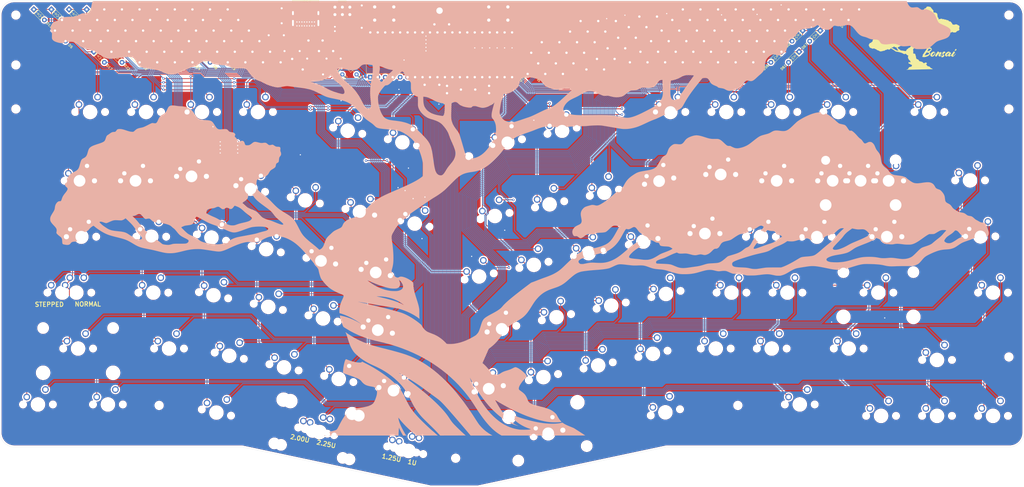
<source format=kicad_pcb>
(kicad_pcb (version 20200724) (host pcbnew "(5.99.0-2571-gdd0f33bcb-dirty)")
  (layers (0 "F.Cu" signal) (31 "B.Cu" signal) (34 "B.Paste" user) (35 "F.Paste" user) (36 "B.SilkS" user) (37 "F.SilkS" user) (38 "B.Mask" user) (39 "F.Mask" user) (44 "Edge.Cuts" user))
  (net 0 "")
  (net 1 "GND")
  (net 2 "boot")
  (net 3 "Net-(C1-Pad1)")
  (net 4 "Net-(C2-Pad1)")
  (net 5 "+5V")
  (net 6 "Net-(D0-Pad2)")
  (net 7 "Net-(D1-Pad2)")
  (net 8 "Net-(D2-Pad2)")
  (net 9 "Net-(D3-Pad2)")
  (net 10 "Net-(D4-Pad2)")
  (net 11 "Net-(D5-Pad2)")
  (net 12 "Net-(D6-Pad2)")
  (net 13 "Net-(D7-Pad2)")
  (net 14 "Net-(D8-Pad2)")
  (net 15 "Net-(D9-Pad2)")
  (net 16 "Net-(D10-Pad2)")
  (net 17 "Net-(D11-Pad2)")
  (net 18 "Net-(D12-Pad2)")
  (net 19 "Net-(D13-Pad2)")
  (net 20 "Net-(D14-Pad2)")
  (net 21 "Net-(D15-Pad2)")
  (net 22 "Net-(D16-Pad2)")
  (net 23 "Net-(D17-Pad2)")
  (net 24 "Net-(D18-Pad2)")
  (net 25 "Net-(D19-Pad2)")
  (net 26 "Net-(D20-Pad2)")
  (net 27 "Net-(D21-Pad2)")
  (net 28 "Net-(D22-Pad2)")
  (net 29 "Net-(D23-Pad2)")
  (net 30 "Net-(D24-Pad2)")
  (net 31 "Net-(D25-Pad2)")
  (net 32 "Net-(D26-Pad2)")
  (net 33 "Net-(D27-Pad2)")
  (net 34 "Net-(D28-Pad2)")
  (net 35 "Net-(D29-Pad2)")
  (net 36 "Net-(D30-Pad2)")
  (net 37 "Net-(D31-Pad2)")
  (net 38 "Net-(D32-Pad2)")
  (net 39 "Net-(D33-Pad2)")
  (net 40 "Net-(D34-Pad2)")
  (net 41 "Net-(D35-Pad2)")
  (net 42 "Net-(D36-Pad2)")
  (net 43 "Net-(D37-Pad2)")
  (net 44 "Net-(D38-Pad2)")
  (net 45 "Net-(D39-Pad2)")
  (net 46 "Net-(D40-Pad2)")
  (net 47 "Net-(D41-Pad2)")
  (net 48 "Net-(D42-Pad2)")
  (net 49 "Net-(D43-Pad2)")
  (net 50 "Net-(D44-Pad2)")
  (net 51 "Net-(D45-Pad2)")
  (net 52 "Net-(D46-Pad2)")
  (net 53 "Net-(D47-Pad2)")
  (net 54 "Net-(D48-Pad2)")
  (net 55 "Net-(D49-Pad2)")
  (net 56 "Net-(D50-Pad2)")
  (net 57 "Net-(D51-Pad2)")
  (net 58 "Net-(D52-Pad2)")
  (net 59 "Net-(D53-Pad2)")
  (net 60 "Net-(D54-Pad2)")
  (net 61 "Net-(D55-Pad2)")
  (net 62 "Net-(D56-Pad2)")
  (net 63 "Net-(D57-Pad2)")
  (net 64 "Net-(D58-Pad2)")
  (net 65 "Net-(D59-Pad2)")
  (net 66 "Net-(D60-Pad2)")
  (net 67 "Net-(D61-Pad2)")
  (net 68 "Net-(D62-Pad2)")
  (net 69 "Net-(D63-Pad2)")
  (net 70 "Net-(D64-Pad2)")
  (net 71 "Net-(D65-Pad2)")
  (net 72 "Net-(D66-Pad2)")
  (net 73 "Net-(D67-Pad2)")
  (net 74 "Net-(D68-Pad2)")
  (net 75 "Net-(D69-Pad2)")
  (net 76 "Net-(D70-Pad2)")
  (net 77 "Net-(D71-Pad2)")
  (net 78 "Net-(D72-Pad2)")
  (net 79 "Net-(D73-Pad2)")
  (net 80 "Net-(D74-Pad2)")
  (net 81 "Net-(D75-Pad2)")
  (net 82 "Net-(D76-Pad2)")
  (net 83 "Net-(D77-Pad2)")
  (net 84 "Net-(D78-Pad2)")
  (net 85 "Net-(D79-Pad2)")
  (net 86 "Net-(D80-Pad2)")
  (net 87 "Net-(D81-Pad2)")
  (net 88 "Net-(D82-Pad1)")
  (net 89 "Net-(D83-Pad1)")
  (net 90 "VCC")
  (net 91 "MISO")
  (net 92 "SCK")
  (net 93 "MOSI")
  (net 94 "reset")
  (net 95 "D+")
  (net 96 "D-")
  (net 97 "Net-(R4-Pad2)")
  (net 98 "Net-(R5-Pad2)")
  (net 99 "/Switch Matrix/col12")
  (net 100 "Net-(U1-Pad27)")
  (net 101 "Net-(U1-Pad28)")
  (net 102 "Net-(U1-Pad29)")
  (net 103 "Net-(U1-Pad32)")
  (net 104 "Net-(U1-Pad33)")
  (net 105 "Net-(U1-Pad34)")
  (net 106 "Net-(USB1-PadB8)")
  (net 107 "Net-(USB1-PadA8)")
  (net 108 "Net-(D84-Pad2)")
  (net 109 "row1")
  (net 110 "row2")
  (net 111 "row3")
  (net 112 "row4")
  (net 113 "row5")
  (net 114 "row0")
  (net 115 "col1")
  (net 116 "col2")
  (net 117 "col3")
  (net 118 "col4")
  (net 119 "col5")
  (net 120 "col6")
  (net 121 "col7")
  (net 122 "col8")
  (net 123 "col9")
  (net 124 "col10")
  (net 125 "col11")
  (net 126 "col12")
  (net 127 "col13")
  (net 128 "col14")
  (net 129 "col0")
  (module "cftkb:D_DO-35_SOD27_P5.08mm_Horizontal" (layer "F.Cu") (at 96.490168 75.415289 -45)
    (fp_text reference "D4" (at 8.77 0 135) (layer "F.SilkS") (effects (font (size 0.8 0.8))))
    (fp_text value "D")
    (pad "1" thru_hole rect (at 1.27 0 315) (size 1.6 1.6) (drill 0.8) (layers *.Cu *.Mask) (net 113 "row5"))
    (pad "2" thru_hole oval (at 6.35 0 315) (size 1.6 1.6) (drill 0.8) (layers *.Cu *.Mask) (net 10 "Net-(D4-Pad2)"))
  )
  (module "cftkb:D_DO-35_SOD27_P5.08mm_Horizontal" (layer "F.Cu") (at 48.490166 75.415288 -45)
    (fp_text reference "D6" (at 8.77 0 135) (layer "F.SilkS") (effects (font (size 0.8 0.8))))
    (fp_text value "D")
    (pad "1" thru_hole rect (at 1.27 0 315) (size 1.6 1.6) (drill 0.8) (layers *.Cu *.Mask) (net 109 "row1"))
    (pad "2" thru_hole oval (at 6.35 0 315) (size 1.6 1.6) (drill 0.8) (layers *.Cu *.Mask) (net 12 "Net-(D6-Pad2)"))
  )
  (module "MX_Only:MXOnly-2.25U-ReversedStabilizers-NoLED" (layer "F.Cu") (at 134.643088 220.311749 -12)
    (fp_text reference "SW_LSPC1")
    (fp_text value "SW_Push")
    (pad "" np_thru_hole circle (at -5.08 0 36.0996) (size 1.75 1.75) (drill 1.75) (layers *.Cu *.Mask))
    (pad "" np_thru_hole circle (at 11.90625 6.985 348) (size 3.048 3.048) (drill 3.048) (layers *.Cu *.Mask))
    (pad "" np_thru_hole circle (at 11.90625 -8.255 348) (size 3.9878 3.9878) (drill 3.9878) (layers *.Cu *.Mask))
    (pad "" np_thru_hole circle (at -11.90625 6.985 348) (size 3.048 3.048) (drill 3.048) (layers *.Cu *.Mask))
    (pad "" np_thru_hole circle (at 0 0 348) (size 3.9878 3.9878) (drill 3.9878) (layers *.Cu *.Mask))
    (pad "" np_thru_hole circle (at -11.90625 -8.255 348) (size 3.9878 3.9878) (drill 3.9878) (layers *.Cu *.Mask))
    (pad "" np_thru_hole circle (at 5.08 0 36.0996) (size 1.75 1.75) (drill 1.75) (layers *.Cu *.Mask))
    (pad "1" thru_hole circle (at -3.81 -2.54 348) (size 2.25 2.25) (drill 1.47) (layers *.Cu "B.Mask") (net 118 "col4"))
    (pad "2" thru_hole circle (at 2.54 -5.08 348) (size 2.25 2.25) (drill 1.47) (layers *.Cu "B.Mask") (net 33 "Net-(D27-Pad2)"))
  )
  (module "cftkb:D_DO-35_SOD27_P5.08mm_Horizontal" (layer "F.Cu") (at 102.490166 75.415289 -45)
    (fp_text reference "D27" (at 8.77 0 135) (layer "F.SilkS") (effects (font (size 0.8 0.8))))
    (fp_text value "D")
    (pad "1" thru_hole rect (at 1.27 0 315) (size 1.6 1.6) (drill 0.8) (layers *.Cu *.Mask) (net 113 "row5"))
    (pad "2" thru_hole oval (at 6.35 0 315) (size 1.6 1.6) (drill 0.8) (layers *.Cu *.Mask) (net 33 "Net-(D27-Pad2)"))
  )
  (module "cftkb:SW_PUSH_6mm" (layer "F.Cu") (at 153.420975 75.458471)
    (fp_text reference "RESET1")
    (fp_text value "RESET")
    (pad "1" thru_hole circle (at 6.5 0 90) (size 2 2) (drill 1.1) (layers *.Cu *.Mask) (net 1 "GND"))
    (pad "1" thru_hole circle (at 0 0 90) (size 2 2) (drill 1.1) (layers *.Cu *.Mask) (net 1 "GND"))
    (pad "2" thru_hole circle (at 0 4.5 90) (size 2 2) (drill 1.1) (layers *.Cu *.Mask) (net 94 "reset"))
    (pad "2" thru_hole circle (at 6.5 4.5 90) (size 2 2) (drill 1.1) (layers *.Cu *.Mask) (net 94 "reset"))
  )
  (module "cftkb:D_DO-35_SOD27_P5.08mm_Horizontal" (layer "F.Cu") (at 305.989345 82.628888 -135)
    (fp_text reference "D67" (at 8.77 0 45) (layer "F.SilkS") (effects (font (size 0.8 0.8))))
    (fp_text value "D")
    (pad "1" thru_hole rect (at 1.27 0 225) (size 1.6 1.6) (drill 0.8) (layers *.Cu *.Mask) (net 114 "row0"))
    (pad "2" thru_hole oval (at 6.35 0 225) (size 1.6 1.6) (drill 0.8) (layers *.Cu *.Mask) (net 73 "Net-(D67-Pad2)"))
  )
  (module "cftkb:D_DO-35_SOD27_P5.08mm_Horizontal" (layer "F.Cu") (at 230.407626 79.375789 -135)
    (fp_text reference "D76" (at 8.77 0 45) (layer "F.SilkS") (effects (font (size 0.8 0.8))))
    (fp_text value "D")
    (pad "1" thru_hole rect (at 1.27 0 225) (size 1.6 1.6) (drill 0.8) (layers *.Cu *.Mask) (net 113 "row5"))
    (pad "2" thru_hole oval (at 6.35 0 225) (size 1.6 1.6) (drill 0.8) (layers *.Cu *.Mask) (net 82 "Net-(D76-Pad2)"))
  )
  (module "Art:Bonsai Front Badge 6k x6k" (layer "F.Cu") (at 337.96478 86.0552)
    (fp_text reference "G01" hide)
    (fp_text value "LOGO" hide)
  )
  (module "cftkb:D_DO-35_SOD27_P5.08mm_Horizontal" (layer "F.Cu") (at 281.989347 82.62889 -135)
    (fp_text reference "D40" (at 8.77 0 45) (layer "F.SilkS") (effects (font (size 0.8 0.8))))
    (fp_text value "D")
    (pad "1" thru_hole rect (at 1.27 0 225) (size 1.6 1.6) (drill 0.8) (layers *.Cu *.Mask) (net 109 "row1"))
    (pad "2" thru_hole oval (at 6.35 0 225) (size 1.6 1.6) (drill 0.8) (layers *.Cu *.Mask) (net 46 "Net-(D40-Pad2)"))
  )
  (module "MountingHole:MountingHole_2.2mm_M2" (layer "F.Cu") (at 80.057255 211.23313)
    (fp_text reference "H2" hide)
    (fp_text value "MountingHole")
    (pad "1" np_thru_hole circle (at 0 0) (size 2.2 2.2) (drill 2.2) (layers *.Cu *.Mask))
  )
  (module "cftkb:D_DO-35_SOD27_P5.08mm_Horizontal" (layer "F.Cu") (at 223.194026 86.58939 -135)
    (fp_text reference "D81" (at 8.77 0 45) (layer "F.SilkS") (effects (font (size 0.8 0.8))))
    (fp_text value "D")
    (pad "1" thru_hole rect (at 1.27 0 225) (size 1.6 1.6) (drill 0.8) (layers *.Cu *.Mask) (net 113 "row5"))
    (pad "2" thru_hole oval (at 6.35 0 225) (size 1.6 1.6) (drill 0.8) (layers *.Cu *.Mask) (net 87 "Net-(D81-Pad2)"))
  )
  (module "MX_Only:MXOnly-1U-NoLED" (layer "F.Cu") (at 141.19051 202.223185 -12)
    (fp_text reference "SW_V1")
    (fp_text value "SW_Push")
    (pad "" np_thru_hole circle (at 0 0 348) (size 3.9878 3.9878) (drill 3.9878) (layers *.Cu *.Mask))
    (pad "" np_thru_hole circle (at 5.08 0 36.0996) (size 1.75 1.75) (drill 1.75) (layers *.Cu *.Mask))
    (pad "" np_thru_hole circle (at -5.08 0 36.0996) (size 1.75 1.75) (drill 1.75) (layers *.Cu *.Mask))
    (pad "1" thru_hole circle (at -3.81 -2.54 348) (size 2.25 2.25) (drill 1.47) (layers *.Cu "B.Mask") (net 118 "col4"))
    (pad "2" thru_hole circle (at 2.54 -5.08 348) (size 2.25 2.25) (drill 1.47) (layers *.Cu "B.Mask") (net 32 "Net-(D26-Pad2)"))
  )
  (module "MX_Only:MXOnly-1.5U-NoLED" (layer "F.Cu") (at 252.365407 213.593831 12)
    (fp_text reference "SW_RALT1")
    (fp_text value "SW_Push")
    (pad "" np_thru_hole circle (at -5.08 0 60.0996) (size 1.75 1.75) (drill 1.75) (layers *.Cu *.Mask))
    (pad "" np_thru_hole circle (at 5.08 0 60.0996) (size 1.75 1.75) (drill 1.75) (layers *.Cu *.Mask))
    (pad "" np_thru_hole circle (at 0 0 12) (size 3.9878 3.9878) (drill 3.9878) (layers *.Cu *.Mask))
    (pad "1" thru_hole circle (at -3.81 -2.54 12) (size 2.25 2.25) (drill 1.47) (layers *.Cu "B.Mask") (net 123 "col9"))
    (pad "2" thru_hole circle (at 2.54 -5.08 12) (size 2.25 2.25) (drill 1.47) (layers *.Cu "B.Mask") (net 61 "Net-(D55-Pad2)"))
  )
  (module "MX_Only:MXOnly-1U-NoLED" (layer "F.Cu") (at 164.963086 226.751748 -12)
    (fp_text reference "SW_FN1")
    (fp_text value "SW_Push")
    (pad "" np_thru_hole circle (at 0 0 348) (size 3.9878 3.9878) (drill 3.9878) (layers *.Cu *.Mask))
    (pad "" np_thru_hole circle (at -5.08 0 36.0996) (size 1.75 1.75) (drill 1.75) (layers *.Cu *.Mask))
    (pad "" np_thru_hole circle (at 5.08 0 36.0996) (size 1.75 1.75) (drill 1.75) (layers *.Cu *.Mask))
    (pad "1" thru_hole circle (at -3.81 -2.54 348) (size 2.25 2.25) (drill 1.47) (layers *.Cu "B.Mask") (net 119 "col5"))
    (pad "2" thru_hole circle (at 2.54 -5.08 348) (size 2.25 2.25) (drill 1.47) (layers *.Cu "B.Mask") (net 39 "Net-(D33-Pad2)"))
  )
  (module "cftkb:D_DO-35_SOD27_P5.08mm_Horizontal" (layer "F.Cu") (at 215.980424 93.802988 -135)
    (fp_text reference "D38" (at 8.77 0 45) (layer "F.SilkS") (effects (font (size 0.8 0.8))))
    (fp_text value "D")
    (pad "1" thru_hole rect (at 1.27 0 225) (size 1.6 1.6) (drill 0.8) (layers *.Cu *.Mask) (net 112 "row4"))
    (pad "2" thru_hole oval (at 6.35 0 225) (size 1.6 1.6) (drill 0.8) (layers *.Cu *.Mask) (net 44 "Net-(D38-Pad2)"))
  )
  (module "cftkb:D_DO-35_SOD27_P5.08mm_Horizontal" (layer "F.Cu") (at 244.775746 89.84249 -135)
    (fp_text reference "D59" (at 8.77 0 45) (layer "F.SilkS") (effects (font (size 0.8 0.8))))
    (fp_text value "D")
    (pad "1" thru_hole rect (at 1.27 0 225) (size 1.6 1.6) (drill 0.8) (layers *.Cu *.Mask) (net 111 "row3"))
    (pad "2" thru_hole oval (at 6.35 0 225) (size 1.6 1.6) (drill 0.8) (layers *.Cu *.Mask) (net 65 "Net-(D59-Pad2)"))
  )
  (module "cftkb:D_DO-35_SOD27_P5.08mm_Horizontal" (layer "F.Cu") (at 66.490167 75.41529 -45)
    (fp_text reference "D19" (at 8.77 0 135) (layer "F.SilkS") (effects (font (size 0.8 0.8))))
    (fp_text value "D")
    (pad "1" thru_hole rect (at 1.27 0 315) (size 1.6 1.6) (drill 0.8) (layers *.Cu *.Mask) (net 110 "row2"))
    (pad "2" thru_hole oval (at 6.35 0 315) (size 1.6 1.6) (drill 0.8) (layers *.Cu *.Mask) (net 25 "Net-(D19-Pad2)"))
  )
  (module "MX_Only:MXOnly-2.25U-NoLED" (layer "F.Cu") (at 52.478165 191.855288)
    (fp_text reference "SW_LSHFT1")
    (fp_text value "SW_Push")
    (pad "" np_thru_hole circle (at 11.90625 8.255) (size 3.9878 3.9878) (drill 3.9878) (layers *.Cu *.Mask))
    (pad "" np_thru_hole circle (at -5.08 0 48.0996) (size 1.75 1.75) (drill 1.75) (layers *.Cu *.Mask))
    (pad "" np_thru_hole circle (at -11.90625 8.255) (size 3.9878 3.9878) (drill 3.9878) (layers *.Cu *.Mask))
    (pad "" np_thru_hole circle (at 11.90625 -6.985) (size 3.048 3.048) (drill 3.048) (layers *.Cu *.Mask))
    (pad "" np_thru_hole circle (at -11.90625 -6.985) (size 3.048 3.048) (drill 3.048) (layers *.Cu *.Mask))
    (pad "" np_thru_hole circle (at 0 0) (size 3.9878 3.9878) (drill 3.9878) (layers *.Cu *.Mask))
    (pad "" np_thru_hole circle (at 5.08 0 48.0996) (size 1.75 1.75) (drill 1.75) (layers *.Cu *.Mask))
    (pad "1" thru_hole circle (at -3.81 -2.54) (size 2.25 2.25) (drill 1.47) (layers *.Cu "B.Mask") (net 129 "col0"))
    (pad "2" thru_hole circle (at 2.54 -5.08) (size 2.25 2.25) (drill 1.47) (layers *.Cu "B.Mask") (net 9 "Net-(D3-Pad2)"))
  )
  (module "cftkb:D_DO-35_SOD27_P5.08mm_Horizontal" (layer "F.Cu") (at 72.490167 75.41529 -45)
    (fp_text reference "D2" (at 8.77 0 135) (layer "F.SilkS") (effects (font (size 0.8 0.8))))
    (fp_text value "D")
    (pad "1" thru_hole rect (at 1.27 0 315) (size 1.6 1.6) (drill 0.8) (layers *.Cu *.Mask) (net 111 "row3"))
    (pad "2" thru_hole oval (at 6.35 0 315) (size 1.6 1.6) (drill 0.8) (layers *.Cu *.Mask) (net 8 "Net-(D2-Pad2)"))
  )
  (module "cftkb:D_DO-35_SOD27_P5.08mm_Horizontal" (layer "F.Cu") (at 299.989345 82.628889 -135)
    (fp_text reference "D50" (at 8.77 0 45) (layer "F.SilkS") (effects (font (size 0.8 0.8))))
    (fp_text value "D")
    (pad "1" thru_hole rect (at 1.27 0 225) (size 1.6 1.6) (drill 0.8) (layers *.Cu *.Mask) (net 114 "row0"))
    (pad "2" thru_hole oval (at 6.35 0 225) (size 1.6 1.6) (drill 0.8) (layers *.Cu *.Mask) (net 56 "Net-(D50-Pad2)"))
  )
  (module "cftkb:C_Disc_D3.0mm_W1.6mm_P2.50mm" (layer "F.Cu") (at 178.037385 104.856428 90)
    (fp_text reference "C2" (at -1.819792 0.052494) (layer "F.SilkS"))
    (fp_text value "22p" (at -3.165606 0.186103) (layer "F.SilkS"))
    (pad "1" thru_hole circle (at 0 0 90) (size 1.6 1.6) (drill 0.8) (layers *.Cu *.Mask) (net 4 "Net-(C2-Pad1)"))
    (pad "2" thru_hole circle (at 2.5 0 90) (size 1.6 1.6) (drill 0.8) (layers *.Cu *.Mask) (net 1 "GND"))
  )
  (module "cftkb:D_DO-35_SOD27_P5.08mm_Horizontal" (layer "F.Cu") (at 263.989345 82.628888 -135)
    (fp_text reference "D36" (at 8.77 0 45) (layer "F.SilkS") (effects (font (size 0.8 0.8))))
    (fp_text value "D")
    (pad "1" thru_hole rect (at 1.27 0 225) (size 1.6 1.6) (drill 0.8) (layers *.Cu *.Mask) (net 110 "row2"))
    (pad "2" thru_hole oval (at 6.35 0 225) (size 1.6 1.6) (drill 0.8) (layers *.Cu *.Mask) (net 42 "Net-(D36-Pad2)"))
  )
  (module "cftkb:D_DO-35_SOD27_P5.08mm_Horizontal" (layer "F.Cu") (at 90.490166 75.415288 -45)
    (fp_text reference "D21" (at 8.77 0 135) (layer "F.SilkS") (effects (font (size 0.8 0.8))))
    (fp_text value "D")
    (pad "1" thru_hole rect (at 1.27 0 315) (size 1.6 1.6) (drill 0.8) (layers *.Cu *.Mask) (net 112 "row4"))
    (pad "2" thru_hole oval (at 6.35 0 315) (size 1.6 1.6) (drill 0.8) (layers *.Cu *.Mask) (net 27 "Net-(D21-Pad2)"))
  )
  (module "MX_Only:MXOnly-1U-NoLED" (layer "F.Cu") (at 303.938165 153.755289)
    (fp_text reference "SW_]1")
    (fp_text value "SW_Push")
    (pad "" np_thru_hole circle (at 5.08 0 48.0996) (size 1.75 1.75) (drill 1.75) (layers *.Cu *.Mask))
    (pad "" np_thru_hole circle (at -5.08 0 48.0996) (size 1.75 1.75) (drill 1.75) (layers *.Cu *.Mask))
    (pad "" np_thru_hole circle (at 0 0) (size 3.9878 3.9878) (drill 3.9878) (layers *.Cu *.Mask))
    (pad "1" thru_hole circle (at -3.81 -2.54) (size 2.25 2.25) (drill 1.47) (layers *.Cu "B.Mask") (net 126 "col12"))
    (pad "2" thru_hole circle (at 2.54 -5.08) (size 2.25 2.25) (drill 1.47) (layers *.Cu "B.Mask") (net 75 "Net-(D69-Pad2)"))
  )
  (module "cftkb:R_Axial_DIN0204_L3.6mm_D1.6mm_P7.62mm_Horizontal" (layer "F.Cu") (at 149.022966 82.578089 90)
    (fp_text reference "R6" (at -1.464029 0.001111 180) (layer "F.SilkS") (effects (font (size 0.8 0.8) (thickness 0.1))))
    (fp_text value "10k" (at 3.732778 -0.048664 90) (layer "F.SilkS") (effects (font (size 0.8 0.8) (thickness 0.1))))
    (pad "1" thru_hole circle (at 0 0 90) (size 1.4 1.4) (drill 0.7) (layers *.Cu *.Mask) (net 5 "+5V"))
    (pad "2" thru_hole oval (at 7.62 0 90) (size 1.4 1.4) (drill 0.7) (layers *.Cu *.Mask) (net 94 "reset"))
  )
  (module "cftkb:D_DO-35_SOD27_P5.08mm_Horizontal" (layer "F.Cu") (at 74.917365 89.84249 -45)
    (fp_text reference "D29" (at 8.77 0 135) (layer "F.SilkS") (effects (font (size 0.8 0.8))))
    (fp_text value "D")
    (pad "1" thru_hole rect (at 1.27 0 315) (size 1.6 1.6) (drill 0.8) (layers *.Cu *.Mask) (net 109 "row1"))
    (pad "2" thru_hole oval (at 6.35 0 315) (size 1.6 1.6) (drill 0.8) (layers *.Cu *.Mask) (net 35 "Net-(D29-Pad2)"))
  )
  (module "MX_Only:MXOnly-1U-NoLED" (layer "F.Cu") (at 342.238227 111.254689)
    (fp_text reference "SW_M1")
    (fp_text value "SW_Push")
    (pad "" np_thru_hole circle (at 5.08 0 48.0996) (size 1.75 1.75) (drill 1.75) (layers *.Cu *.Mask))
    (pad "" np_thru_hole circle (at -5.08 0 48.0996) (size 1.75 1.75) (drill 1.75) (layers *.Cu *.Mask))
    (pad "" np_thru_hole circle (at 0 0) (size 3.9878 3.9878) (drill 3.9878) (layers *.Cu *.Mask))
    (pad "1" thru_hole circle (at -3.81 -2.54) (size 2.25 2.25) (drill 1.47) (layers *.Cu "B.Mask") (net 128 "col14"))
    (pad "2" thru_hole circle (at 2.54 -5.08) (size 2.25 2.25) (drill 1.47) (layers *.Cu "B.Mask") (net 83 "Net-(D77-Pad2)"))
  )
  (module "MX_Only:MXOnly-1.75U-NoLED" (layer "F.Cu") (at 51.880486 172.80529)
    (fp_text reference "SW_CPLK1")
    (fp_text value "SW_Push")
    (pad "" np_thru_hole circle (at 0 0) (size 3.9878 3.9878) (drill 3.9878) (layers *.Cu *.Mask))
    (pad "" np_thru_hole circle (at -5.08 0 48.0996) (size 1.75 1.75) (drill 1.75) (layers *.Cu *.Mask))
    (pad "" np_thru_hole circle (at 5.08 0 48.0996) (size 1.75 1.75) (drill 1.75) (layers *.Cu *.Mask))
    (pad "1" thru_hole circle (at -3.81 -2.54) (size 2.25 2.25) (drill 1.47) (layers *.Cu "B.Mask") (net 129 "col0"))
    (pad "2" thru_hole circle (at 2.54 -5.08) (size 2.25 2.25) (drill 1.47) (layers *.Cu "B.Mask") (net 8 "Net-(D2-Pad2)"))
  )
  (module "cftkb:D_DO-35_SOD27_P5.08mm_Horizontal" (layer "F.Cu") (at 275.989348 82.628891 -135)
    (fp_text reference "D69" (at 8.77 0 45) (layer "F.SilkS") (effects (font (size 0.8 0.8))))
    (fp_text value "D")
    (pad "1" thru_hole rect (at 1.27 0 225) (size 1.6 1.6) (drill 0.8) (layers *.Cu *.Mask) (net 110 "row2"))
    (pad "2" thru_hole oval (at 6.35 0 225) (size 1.6 1.6) (drill 0.8) (layers *.Cu *.Mask) (net 75 "Net-(D69-Pad2)"))
  )
  (module "cftkb:C_Disc_D3.0mm_W1.6mm_P2.50mm" (layer "F.Cu") (at 192.365527 104.841189 90)
    (fp_text reference "C1" (at -1.819792 0.052494) (layer "F.SilkS"))
    (fp_text value "22p" (at -3.165606 0.186103) (layer "F.SilkS"))
    (pad "1" thru_hole circle (at 0 0 90) (size 1.6 1.6) (drill 0.8) (layers *.Cu *.Mask) (net 3 "Net-(C1-Pad1)"))
    (pad "2" thru_hole circle (at 2.5 0 90) (size 1.6 1.6) (drill 0.8) (layers *.Cu *.Mask) (net 1 "GND"))
  )
  (module "cftkb:D_DO-35_SOD27_P5.08mm_Horizontal" (layer "F.Cu") (at 274.775745 89.842489 -135)
    (fp_text reference "D46" (at 8.77 0 45) (layer "F.SilkS") (effects (font (size 0.8 0.8))))
    (fp_text value "D")
    (pad "1" thru_hole rect (at 1.27 0 225) (size 1.6 1.6) (drill 0.8) (layers *.Cu *.Mask) (net 109 "row1"))
    (pad "2" thru_hole oval (at 6.35 0 225) (size 1.6 1.6) (drill 0.8) (layers *.Cu *.Mask) (net 52 "Net-(D46-Pad2)"))
  )
  (module "cftkb:D_DO-35_SOD27_P5.08mm_Horizontal" (layer "F.Cu") (at 54.490166 75.41529 -45)
    (fp_text reference "D23" (at 8.77 0 135) (layer "F.SilkS") (effects (font (size 0.8 0.8))))
    (fp_text value "D")
    (pad "1" thru_hole rect (at 1.27 0 315) (size 1.6 1.6) (drill 0.8) (layers *.Cu *.Mask) (net 109 "row1"))
    (pad "2" thru_hole oval (at 6.35 0 315) (size 1.6 1.6) (drill 0.8) (layers *.Cu *.Mask) (net 29 "Net-(D23-Pad2)"))
  )
  (module "cftkb:D_DO-35_SOD27_P5.08mm_Horizontal" (layer "F.Cu") (at 55.703765 82.62889 -45)
    (fp_text reference "D0" (at 8.77 0 135) (layer "F.SilkS") (effects (font (size 0.8 0.8))))
    (fp_text value "D")
    (pad "1" thru_hole rect (at 1.27 0 315) (size 1.6 1.6) (drill 0.8) (layers *.Cu *.Mask) (net 109 "row1"))
    (pad "2" thru_hole oval (at 6.35 0 315) (size 1.6 1.6) (drill 0.8) (layers *.Cu *.Mask) (net 6 "Net-(D0-Pad2)"))
  )
  (module "MX_Only:MXOnly-1U-NoLED" (layer "F.Cu") (at 113.701725 111.254689)
    (fp_text reference "SW_F4")
    (fp_text value "SW_Push")
    (pad "" np_thru_hole circle (at 5.08 0 48.0996) (size 1.75 1.75) (drill 1.75) (layers *.Cu *.Mask))
    (pad "" np_thru_hole circle (at 0 0) (size 3.9878 3.9878) (drill 3.9878) (layers *.Cu *.Mask))
    (pad "" np_thru_hole circle (at -5.08 0 48.0996) (size 1.75 1.75) (drill 1.75) (layers *.Cu *.Mask))
    (pad "1" thru_hole circle (at -3.81 -2.54) (size 2.25 2.25) (drill 1.47) (layers *.Cu "B.Mask") (net 118 "col4"))
    (pad "2" thru_hole circle (at 2.54 -5.08) (size 2.25 2.25) (drill 1.47) (layers *.Cu "B.Mask") (net 28 "Net-(D22-Pad2)"))
  )
  (module "cftkb:D_DO-35_SOD27_P5.08mm_Horizontal" (layer "F.Cu") (at 256.775746 89.84249 -135)
    (fp_text reference "D41" (at 8.77 0 45) (layer "F.SilkS") (effects (font (size 0.8 0.8))))
    (fp_text value "D")
    (pad "1" thru_hole rect (at 1.27 0 225) (size 1.6 1.6) (drill 0.8) (layers *.Cu *.Mask) (net 110 "row2"))
    (pad "2" thru_hole oval (at 6.35 0 225) (size 1.6 1.6) (drill 0.8) (layers *.Cu *.Mask) (net 47 "Net-(D41-Pad2)"))
  )
  (module "MX_Only:MXOnly-1U-NoLED" (layer "F.Cu") (at 97.873086 154.06175 -12)
    (fp_text reference "SW_W1")
    (fp_text value "SW_Push")
    (pad "" np_thru_hole circle (at -5.08 0 36.0996) (size 1.75 1.75) (drill 1.75) (layers *.Cu *.Mask))
    (pad "" np_thru_hole circle (at 5.08 0 36.0996) (size 1.75 1.75) (drill 1.75) (layers *.Cu *.Mask))
    (pad "" np_thru_hole circle (at 0 0 348) (size 3.9878 3.9878) (drill 3.9878) (layers *.Cu *.Mask))
    (pad "1" thru_hole circle (at -3.81 -2.54 348) (size 2.25 2.25) (drill 1.47) (layers *.Cu "B.Mask") (net 116 "col2"))
    (pad "2" thru_hole circle (at 2.54 -5.08 348) (size 2.25 2.25) (drill 1.47) (layers *.Cu "B.Mask") (net 19 "Net-(D13-Pad2)"))
  )
  (module "cftkb:D_DO-35_SOD27_P5.08mm_Horizontal" (layer "F.Cu") (at 134.798965 86.00709 -45)
    (fp_text reference "D82" (at 8.77 0 135) (layer "F.SilkS") (effects (font (size 0.8 0.8))))
    (fp_text value "3.6v")
    (pad "1" thru_hole rect (at 1.27 0 315) (size 1.6 1.6) (drill 0.8) (layers *.Cu *.Mask) (net 88 "Net-(D82-Pad1)"))
    (pad "2" thru_hole oval (at 6.35 0 315) (size 1.6 1.6) (drill 0.8) (layers *.Cu *.Mask) (net 1 "GND"))
  )
  (module "cftkb:D_DO-35_SOD27_P5.08mm_Horizontal" (layer "F.Cu") (at 268.775747 89.842489 -135)
    (fp_text reference "D74" (at 8.77 0 45) (layer "F.SilkS") (effects (font (size 0.8 0.8))))
    (fp_text value "D")
    (pad "1" thru_hole rect (at 1.27 0 225) (size 1.6 1.6) (drill 0.8) (layers *.Cu *.Mask) (net 110 "row2"))
    (pad "2" thru_hole oval (at 6.35 0 225) (size 1.6 1.6) (drill 0.8) (layers *.Cu *.Mask) (net 80 "Net-(D74-Pad2)"))
  )
  (module "cftkb:D_DO-35_SOD27_P5.08mm_Horizontal" (layer "F.Cu") (at 62.917365 89.84249 -45)
    (fp_text reference "D22" (at 8.77 0 135) (layer "F.SilkS") (effects (font (size 0.8 0.8))))
    (fp_text value "D")
    (pad "1" thru_hole rect (at 1.27 0 315) (size 1.6 1.6) (drill 0.8) (layers *.Cu *.Mask) (net 114 "row0"))
    (pad "2" thru_hole oval (at 6.35 0 315) (size 1.6 1.6) (drill 0.8) (layers *.Cu *.Mask) (net 28 "Net-(D22-Pad2)"))
  )
  (module "MountingHole:MountingHole_2.2mm_M2" (layer "F.Cu") (at 31.290357 78.233129)
    (fp_text reference "H8" hide)
    (fp_text value "MountingHole")
    (pad "1" np_thru_hole circle (at 0 0) (size 2.2 2.2) (drill 2.2) (layers *.Cu *.Mask))
  )
  (module "cftkb:D_DO-35_SOD27_P5.08mm_Horizontal" (layer "F.Cu") (at 229.980427 92.28089 -135)
    (fp_text reference "D71" (at 8.77 0 45) (layer "F.SilkS") (effects (font (size 0.8 0.8))))
    (fp_text value "D")
    (pad "1" thru_hole rect (at 1.27 0 225) (size 1.6 1.6) (drill 0.8) (layers *.Cu *.Mask) (net 112 "row4"))
    (pad "2" thru_hole oval (at 6.35 0 225) (size 1.6 1.6) (drill 0.8) (layers *.Cu *.Mask) (net 77 "Net-(D71-Pad2)"))
  )
  (module "cftkb:D_DO-35_SOD27_P5.08mm_Horizontal" (layer "F.Cu") (at 73.703766 82.62889 -45)
    (fp_text reference "D13" (at 8.77 0 135) (layer "F.SilkS") (effects (font (size 0.8 0.8))))
    (fp_text value "D")
    (pad "1" thru_hole rect (at 1.27 0 315) (size 1.6 1.6) (drill 0.8) (layers *.Cu *.Mask) (net 110 "row2"))
    (pad "2" thru_hole oval (at 6.35 0 315) (size 1.6 1.6) (drill 0.8) (layers *.Cu *.Mask) (net 19 "Net-(D13-Pad2)"))
  )
  (module "MX_Only:MXOnly-1U-NoLED" (layer "F.Cu") (at 188.97057 167.304141 12)
    (fp_text reference "SW_Y1")
    (fp_text value "SW_Push")
    (pad "" np_thru_hole circle (at 0 0 12) (size 3.9878 3.9878) (drill 3.9878) (layers *.Cu *.Mask))
    (pad "" np_thru_hole circle (at -5.08 0 60.0996) (size 1.75 1.75) (drill 1.75) (layers *.Cu *.Mask))
    (pad "" np_thru_hole circle (at 5.08 0 60.0996) (size 1.75 1.75) (drill 1.75) (layers *.Cu *.Mask))
    (pad "1" thru_hole circle (at -3.81 -2.54 12) (size 2.25 2.25) (drill 1.47) (layers *.Cu "B.Mask") (net 120 "col6"))
    (pad "2" thru_hole circle (at 2.54 -5.08 12) (size 2.25 2.25) (drill 1.47) (layers *.Cu "B.Mask") (net 42 "Net-(D36-Pad2)"))
  )
  (module "MX_Only:MXOnly-1.25U-NoLED" (layer "F.Cu") (at 298.113347 210.903969)
    (fp_text reference "SW_RCTRL1")
    (fp_text value "SW_Push")
    (pad "" np_thru_hole circle (at 0 0) (size 3.9878 3.9878) (drill 3.9878) (layers *.Cu *.Mask))
    (pad "" np_thru_hole circle (at 5.08 0 48.0996) (size 1.75 1.75) (drill 1.75) (layers *.Cu *.Mask))
    (pad "" np_thru_hole circle (at -5.08 0 48.0996) (size 1.75 1.75) (drill 1.75) (layers *.Cu *.Mask))
    (pad "1" thru_hole circle (at -3.81 -2.54) (size 2.25 2.25) (drill 1.47) (layers *.Cu "B.Mask") (net 125 "col11"))
    (pad "2" thru_hole circle (at 2.54 -5.08) (size 2.25 2.25) (drill 1.47) (layers *.Cu "B.Mask") (net 72 "Net-(D66-Pad2)"))
  )
  (module "cftkb:D_DO-35_SOD27_P5.08mm_Horizontal" (layer "F.Cu") (at 79.703767 82.62889 -45)
    (fp_text reference "D30" (at 8.77 0 135) (layer "F.SilkS") (effects (font (size 0.8 0.8))))
    (fp_text value "D")
    (pad "1" thru_hole rect (at 1.27 0 315) (size 1.6 1.6) (drill 0.8) (layers *.Cu *.Mask) (net 110 "row2"))
    (pad "2" thru_hole oval (at 6.35 0 315) (size 1.6 1.6) (drill 0.8) (layers *.Cu *.Mask) (net 36 "Net-(D30-Pad2)"))
  )
  (module "MountingHole:MountingHole_2.2mm_M2" (layer "F.Cu") (at 369.290356 95.233129)
    (fp_text reference "H12" hide)
    (fp_text value "MountingHole")
    (pad "1" np_thru_hole circle (at 0 0) (size 2.2 2.2) (drill 2.2) (layers *.Cu *.Mask))
  )
  (module "MX_Only:MXOnly-1U-NoLED" (layer "F.Cu") (at 98.573087 173.691749 -12)
    (fp_text reference "SW_S1")
    (fp_text value "SW_Push")
    (pad "" np_thru_hole circle (at 5.08 0 36.0996) (size 1.75 1.75) (drill 1.75) (layers *.Cu *.Mask))
    (pad "" np_thru_hole circle (at 0 0 348) (size 3.9878 3.9878) (drill 3.9878) (layers *.Cu *.Mask))
    (pad "" np_thru_hole circle (at -5.08 0 36.0996) (size 1.75 1.75) (drill 1.75) (layers *.Cu *.Mask))
    (pad "1" thru_hole circle (at -3.81 -2.54 348) (size 2.25 2.25) (drill 1.47) (layers *.Cu "B.Mask") (net 116 "col2"))
    (pad "2" thru_hole circle (at 2.54 -5.08 348) (size 2.25 2.25) (drill 1.47) (layers *.Cu "B.Mask") (net 20 "Net-(D14-Pad2)"))
  )
  (module "cftkb:D_DO-35_SOD27_P5.08mm_Horizontal" (layer "F.Cu") (at 217.194027 86.589388 -135)
    (fp_text reference "D66" (at 8.77 0 45) (layer "F.SilkS") (effects (font (size 0.8 0.8))))
    (fp_text value "D")
    (pad "1" thru_hole rect (at 1.27 0 225) (size 1.6 1.6) (drill 0.8) (layers *.Cu *.Mask) (net 113 "row5"))
    (pad "2" thru_hole oval (at 6.35 0 225) (size 1.6 1.6) (drill 0.8) (layers *.Cu *.Mask) (net 72 "Net-(D66-Pad2)"))
  )
  (module "cftkb:D_DO-35_SOD27_P5.08mm_Horizontal" (layer "F.Cu") (at 91.703767 82.628889 -45)
    (fp_text reference "D31" (at 8.77 0 135) (layer "F.SilkS") (effects (font (size 0.8 0.8))))
    (fp_text value "D")
    (pad "1" thru_hole rect (at 1.27 0 315) (size 1.6 1.6) (drill 0.8) (layers *.Cu *.Mask) (net 111 "row3"))
    (pad "2" thru_hole oval (at 6.35 0 315) (size 1.6 1.6) (drill 0.8) (layers *.Cu *.Mask) (net 37 "Net-(D31-Pad2)"))
  )
  (module "cftkb:D_DO-35_SOD27_P5.08mm_Horizontal" (layer "F.Cu") (at 85.703768 82.628888 -45)
    (fp_text reference "D14" (at 8.77 0 135) (layer "F.SilkS") (effects (font (size 0.8 0.8))))
    (fp_text value "D")
    (pad "1" thru_hole rect (at 1.27 0 315) (size 1.6 1.6) (drill 0.8) (layers *.Cu *.Mask) (net 111 "row3"))
    (pad "2" thru_hole oval (at 6.35 0 315) (size 1.6 1.6) (drill 0.8) (layers *.Cu *.Mask) (net 20 "Net-(D14-Pad2)"))
  )
  (module "MX_Only:MXOnly-2U-ReversedStabilizers-NoLED" (layer "F.Cu") (at 132.351644 219.819972 -12)
    (fp_text reference "SW_LSPC2")
    (fp_text value "SW_Push")
    (pad "" np_thru_hole circle (at 11.90625 -8.255 348) (size 3.9878 3.9878) (drill 3.9878) (layers *.Cu *.Mask))
    (pad "" np_thru_hole circle (at -5.08 0 36.0996) (size 1.75 1.75) (drill 1.75) (layers *.Cu *.Mask))
    (pad "" np_thru_hole circle (at 0 0 348) (size 3.9878 3.9878) (drill 3.9878) (layers *.Cu *.Mask))
    (pad "" np_thru_hole circle (at 11.90625 6.985 348) (size 3.048 3.048) (drill 3.048) (layers *.Cu *.Mask))
    (pad "" np_thru_hole circle (at 5.08 0 36.0996) (size 1.75 1.75) (drill 1.75) (layers *.Cu *.Mask))
    (pad "" np_thru_hole circle (at -11.90625 6.985 348) (size 3.048 3.048) (drill 3.048) (layers *.Cu *.Mask))
    (pad "" np_thru_hole circle (at -11.90625 -8.255 348) (size 3.9878 3.9878) (drill 3.9878) (layers *.Cu *.Mask))
    (pad "1" thru_hole circle (at -3.81 -2.54 348) (size 2.25 2.25) (drill 1.47) (layers *.Cu "B.Mask") (net 118 "col4"))
    (pad "2" thru_hole circle (at 2.54 -5.08 348) (size 2.25 2.25) (drill 1.47) (layers *.Cu "B.Mask") (net 33 "Net-(D27-Pad2)"))
  )
  (module "MX_Only:MXOnly-1U-NoLED" (layer "F.Cu") (at 271.191886 132.547509)
    (fp_text reference "SW_DASH1")
    (fp_text value "SW_Push")
    (pad "" np_thru_hole circle (at 5.08 0 48.0996) (size 1.75 1.75) (drill 1.75) (layers *.Cu *.Mask))
    (pad "" np_thru_hole circle (at -5.08 0 48.0996) (size 1.75 1.75) (drill 1.75) (layers *.Cu *.Mask))
    (pad "" np_thru_hole circle (at 0 0) (size 3.9878 3.9878) (drill 3.9878) (layers *.Cu *.Mask))
    (pad "1" thru_hole circle (at -3.81 -2.54) (size 2.25 2.25) (drill 1.47) (layers *.Cu "B.Mask") (net 125 "col11"))
    (pad "2" thru_hole circle (at 2.54 -5.08) (size 2.25 2.25) (drill 1.47) (layers *.Cu "B.Mask") (net 68 "Net-(D62-Pad2)"))
  )
  (module "MX_Only:MXOnly-1U-NoLED" (layer "F.Cu") (at 325.784105 214.790168)
    (fp_text reference "SW_LEFT1")
    (fp_text value "SW_Push")
    (pad "" np_thru_hole circle (at 0 0) (size 3.9878 3.9878) (drill 3.9878) (layers *.Cu *.Mask))
    (pad "" np_thru_hole circle (at -5.08 0 48.0996) (size 1.75 1.75) (drill 1.75) (layers *.Cu *.Mask))
    (pad "" np_thru_hole circle (at 5.08 0 48.0996) (size 1.75 1.75) (drill 1.75) (layers *.Cu *.Mask))
    (pad "1" thru_hole circle (at -3.81 -2.54) (size 2.25 2.25) (drill 1.47) (layers *.Cu "B.Mask") (net 126 "col12"))
    (pad "2" thru_hole circle (at 2.54 -5.08) (size 2.25 2.25) (drill 1.47) (layers *.Cu "B.Mask") (net 78 "Net-(D72-Pad2)"))
  )
  (module "cftkb:D_DO-35_SOD27_P5.08mm_Horizontal" (layer "F.Cu") (at 86.917366 89.842488 -45)
    (fp_text reference "D24" (at 8.77 0 135) (layer "F.SilkS") (effects (font (size 0.8 0.8))))
    (fp_text value "D")
    (pad "1" thru_hole rect (at 1.27 0 315) (size 1.6 1.6) (drill 0.8) (layers *.Cu *.Mask) (net 110 "row2"))
    (pad "2" thru_hole oval (at 6.35 0 315) (size 1.6 1.6) (drill 0.8) (layers *.Cu *.Mask) (net 30 "Net-(D24-Pad2)"))
  )
  (module "MX_Only:MXOnly-1.25U-NoLED" (layer "F.Cu") (at 162.648108 226.259687 -12)
    (fp_text reference "SW_FN2")
    (fp_text value "SW_Push")
    (pad "" np_thru_hole circle (at -5.08 0 36.0996) (size 1.75 1.75) (drill 1.75) (layers *.Cu *.Mask))
    (pad "" np_thru_hole circle (at 0 0 348) (size 3.9878 3.9878) (drill 3.9878) (layers *.Cu *.Mask))
    (pad "" np_thru_hole circle (at 5.08 0 36.0996) (size 1.75 1.75) (drill 1.75) (layers *.Cu *.Mask))
    (pad "1" thru_hole circle (at -3.81 -2.54 348) (size 2.25 2.25) (drill 1.47) (layers *.Cu "B.Mask") (net 119 "col5"))
    (pad "2" thru_hole circle (at 2.54 -5.08 348) (size 2.25 2.25) (drill 1.47) (layers *.Cu "B.Mask") (net 39 "Net-(D33-Pad2)"))
  )
  (module "MX_Only:MXOnly-1U-NoLED" (layer "F.Cu") (at 207.604281 163.343425 12)
    (fp_text reference "SW_U1")
    (fp_text value "SW_Push")
    (pad "" np_thru_hole circle (at 5.08 0 60.0996) (size 1.75 1.75) (drill 1.75) (layers *.Cu *.Mask))
    (pad "" np_thru_hole circle (at 0 0 12) (size 3.9878 3.9878) (drill 3.9878) (layers *.Cu *.Mask))
    (pad "" np_thru_hole circle (at -5.08 0 60.0996) (size 1.75 1.75) (drill 1.75) (layers *.Cu *.Mask))
    (pad "1" thru_hole circle (at -3.81 -2.54 12) (size 2.25 2.25) (drill 1.47) (layers *.Cu "B.Mask") (net 121 "col7"))
    (pad "2" thru_hole circle (at 2.54 -5.08 12) (size 2.25 2.25) (drill 1.47) (layers *.Cu "B.Mask") (net 47 "Net-(D41-Pad2)"))
  )
  (module "MX_Only:MXOnly-1U-NoLED" (layer "F.Cu") (at 311.224826 111.254689)
    (fp_text reference "SW_F12")
    (fp_text value "SW_Push")
    (pad "" np_thru_hole circle (at -5.08 0 48.0996) (size 1.75 1.75) (drill 1.75) (layers *.Cu *.Mask))
    (pad "" np_thru_hole circle (at 0 0) (size 3.9878 3.9878) (drill 3.9878) (layers *.Cu *.Mask))
    (pad "" np_thru_hole circle (at 5.08 0 48.0996) (size 1.75 1.75) (drill 1.75) (layers *.Cu *.Mask))
    (pad "1" thru_hole circle (at -3.81 -2.54) (size 2.25 2.25) (drill 1.47) (layers *.Cu "B.Mask") (net 126 "col12"))
    (pad "2" thru_hole circle (at 2.54 -5.08) (size 2.25 2.25) (drill 1.47) (layers *.Cu "B.Mask") (net 73 "Net-(D67-Pad2)"))
  )
  (module "MX_Only:MXOnly-1U-NoLED" (layer "F.Cu") (at 111.153087 137.411749 -12)
    (fp_text reference "SW_3")
    (fp_text value "SW_Push")
    (pad "" np_thru_hole circle (at 0 0 348) (size 3.9878 3.9878) (drill 3.9878) (layers *.Cu *.Mask))
    (pad "" np_thru_hole circle (at -5.08 0 36.0996) (size 1.75 1.75) (drill 1.75) (layers *.Cu *.Mask))
    (pad "" np_thru_hole circle (at 5.08 0 36.0996) (size 1.75 1.75) (drill 1.75) (layers *.Cu *.Mask))
    (pad "1" thru_hole circle (at -3.81 -2.54 348) (size 2.25 2.25) (drill 1.47) (layers *.Cu "B.Mask") (net 117 "col3"))
    (pad "2" thru_hole circle (at 2.54 -5.08 348) (size 2.25 2.25) (drill 1.47) (layers *.Cu "B.Mask") (net 24 "Net-(D18-Pad2)"))
  )
  (module "MX_Only:MXOnly-1U-NoLED" (layer "F.Cu") (at 231.597996 138.772707 12)
    (fp_text reference "SW_9")
    (fp_text value "SW_Push")
    (pad "" np_thru_hole circle (at -5.08 0 60.0996) (size 1.75 1.75) (drill 1.75) (layers *.Cu *.Mask))
    (pad "" np_thru_hole circle (at 0 0 12) (size 3.9878 3.9878) (drill 3.9878) (layers *.Cu *.Mask))
    (pad "" np_thru_hole circle (at 5.08 0 60.0996) (size 1.75 1.75) (drill 1.75) (layers *.Cu *.Mask))
    (pad "1" thru_hole circle (at -3.81 -2.54 12) (size 2.25 2.25) (drill 1.47) (layers *.Cu "B.Mask") (net 123 "col9"))
    (pad "2" thru_hole circle (at 2.54 -5.08 12) (size 2.25 2.25) (drill 1.47) (layers *.Cu "B.Mask") (net 57 "Net-(D51-Pad2)"))
  )
  (module "cftkb:R_Axial_DIN0204_L3.6mm_D1.6mm_P7.62mm_Horizontal" (layer "F.Cu") (at 127.890166 90.502888 135)
    (fp_text reference "R4" (at -1.464029 0.001111 225) (layer "F.SilkS") (effects (font (size 0.8 0.8) (thickness 0.1))))
    (fp_text value "5.1k" (at 3.732778 -0.048664 135) (layer "F.SilkS") (effects (font (size 0.8 0.8) (thickness 0.1))))
    (pad "1" thru_hole circle (at 0 0 135) (size 1.4 1.4) (drill 0.7) (layers *.Cu *.Mask) (net 1 "GND"))
    (pad "2" thru_hole oval (at 7.62 0 135) (size 1.4 1.4) (drill 0.7) (layers *.Cu *.Mask) (net 97 "Net-(R4-Pad2)"))
  )
  (module "MX_Only:MXOnly-1U-NoLED" (layer "F.Cu") (at 94.651726 111.254689)
    (fp_text reference "SW_F3")
    (fp_text value "SW_Push")
    (pad "" np_thru_hole circle (at 0 0) (size 3.9878 3.9878) (drill 3.9878) (layers *.Cu *.Mask))
    (pad "" np_thru_hole circle (at -5.08 0 48.0996) (size 1.75 1.75) (drill 1.75) (layers *.Cu *.Mask))
    (pad "" np_thru_hole circle (at 5.08 0 48.0996) (size 1.75 1.75) (drill 1.75) (layers *.Cu *.Mask))
    (pad "1" thru_hole circle (at -3.81 -2.54) (size 2.25 2.25) (drill 1.47) (layers *.Cu "B.Mask") (net 117 "col3"))
    (pad "2" thru_hole circle (at 2.54 -5.08) (size 2.25 2.25) (drill 1.47) (layers *.Cu "B.Mask") (net 23 "Net-(D17-Pad2)"))
  )
  (module "MountingHole:MountingHole_2.2mm_M2" (layer "F.Cu") (at 369.290355 194.724049)
    (fp_text reference "H6" hide)
    (fp_text value "MountingHole")
    (pad "1" np_thru_hole circle (at 0 0) (size 2.2 2.2) (drill 2.2) (layers *.Cu *.Mask))
  )
  (module "MX_Only:MXOnly-1U-NoLED" (layer "F.Cu") (at 309.298165 134.705289)
    (fp_text reference "SW_BKSP11")
    (fp_text value "SW_Push")
    (pad "" np_thru_hole circle (at -5.08 0 48.0996) (size 1.75 1.75) (drill 1.75) (layers *.Cu *.Mask))
    (pad "" np_thru_hole circle (at 0 0) (size 3.9878 3.9878) (drill 3.9878) (layers *.Cu *.Mask))
    (pad "" np_thru_hole circle (at 5.08 0 48.0996) (size 1.75 1.75) (drill 1.75) (layers *.Cu *.Mask))
    (pad "1" thru_hole circle (at -3.81 -2.54) (size 2.25 2.25) (drill 1.47) (layers *.Cu "B.Mask") (net 127 "col13"))
    (pad "2" thru_hole circle (at 2.54 -5.08) (size 2.25 2.25) (drill 1.47) (layers *.Cu "B.Mask") (net 79 "Net-(D73-Pad2)"))
  )
  (module "MX_Only:MXOnly-1U-NoLED" (layer "F.Cu") (at 167.051887 149.291188 -12)
    (fp_text reference "SW_6")
    (fp_text value "SW_Push")
    (pad "" np_thru_hole circle (at 0 0 348) (size 3.9878 3.9878) (drill 3.9878) (layers *.Cu *.Mask))
    (pad "" np_thru_hole circle (at 5.08 0 36.0996) (size 1.75 1.75) (drill 1.75) (layers *.Cu *.Mask))
    (pad "" np_thru_hole circle (at -5.08 0 36.0996) (size 1.75 1.75) (drill 1.75) (layers *.Cu *.Mask))
    (pad "1" thru_hole circle (at -3.81 -2.54 348) (size 2.25 2.25) (drill 1.47) (layers *.Cu "B.Mask") (net 120 "col6"))
    (pad "2" thru_hole circle (at 2.54 -5.08 348) (size 2.25 2.25) (drill 1.47) (layers *.Cu "B.Mask") (net 41 "Net-(D35-Pad2)"))
  )
  (module "cftkb:D_DO-35_SOD27_P5.08mm_Horizontal" (layer "F.Cu") (at 97.703766 82.628889 -45)
    (fp_text reference "D15" (at 8.77 0 135) (layer "F.SilkS") (effects (font (size 0.8 0.8))))
    (fp_text value "D")
    (pad "1" thru_hole rect (at 1.27 0 315) (size 1.6 1.6) (drill 0.8) (layers *.Cu *.Mask) (net 112 "row4"))
    (pad "2" thru_hole oval (at 6.35 0 315) (size 1.6 1.6) (drill 0.8) (layers *.Cu *.Mask) (net 21 "Net-(D15-Pad2)"))
  )
  (module "MX_Only:MXOnly-1U-NoLED" (layer "F.Cu") (at 196.660931 185.147182 12)
    (fp_text reference "SW_H1")
    (fp_text value "SW_Push")
    (pad "" np_thru_hole circle (at -5.08 0 60.0996) (size 1.75 1.75) (drill 1.75) (layers *.Cu *.Mask))
    (pad "" np_thru_hole circle (at 5.08 0 60.0996) (size 1.75 1.75) (drill 1.75) (layers *.Cu *.Mask))
    (pad "" np_thru_hole circle (at 0 0 12) (size 3.9878 3.9878) (drill 3.9878) (layers *.Cu *.Mask))
    (pad "1" thru_hole circle (at -3.81 -2.54 12) (size 2.25 2.25) (drill 1.47) (layers *.Cu "B.Mask") (net 120 "col6"))
    (pad "2" thru_hole circle (at 2.54 -5.08 12) (size 2.25 2.25) (drill 1.47) (layers *.Cu "B.Mask") (net 43 "Net-(D37-Pad2)"))
  )
  (module "cftkb:D_DO-35_SOD27_P5.08mm_Horizontal" (layer "F.Cu") (at 129.972965 86.007089 -45)
    (fp_text reference "D83" (at 8.77 0 135) (layer "F.SilkS") (effects (font (size 0.8 0.8))))
    (fp_text value "3.6v")
    (pad "1" thru_hole rect (at 1.27 0 315) (size 1.6 1.6) (drill 0.8) (layers *.Cu *.Mask) (net 89 "Net-(D83-Pad1)"))
    (pad "2" thru_hole oval (at 6.35 0 315) (size 1.6 1.6) (drill 0.8) (layers *.Cu *.Mask) (net 1 "GND"))
  )
  (module "MX_Only:MXOnly-1.25U-NoLED" (layer "F.Cu") (at 62.622327 210.90651)
    (fp_text reference "SW_WIN1")
    (fp_text value "SW_Push")
    (pad "" np_thru_hole circle (at -5.08 0 48.0996) (size 1.75 1.75) (drill 1.75) (layers *.Cu *.Mask))
    (pad "" np_thru_hole circle (at 0 0) (size 3.9878 3.9878) (drill 3.9878) (layers *.Cu *.Mask))
    (pad "" np_thru_hole circle (at 5.08 0 48.0996) (size 1.75 1.75) (drill 1.75) (layers *.Cu *.Mask))
    (pad "1" thru_hole circle (at -3.81 -2.54) (size 2.25 2.25) (drill 1.47) (layers *.Cu "B.Mask") (net 115 "col1"))
    (pad "2" thru_hole circle (at 2.54 -5.08) (size 2.25 2.25) (drill 1.47) (layers *.Cu "B.Mask") (net 16 "Net-(D10-Pad2)"))
  )
  (module "MX_Only:MXOnly-1U-NoLED" (layer "F.Cu") (at 72.018165 134.705288)
    (fp_text reference "SW_1")
    (fp_text value "SW_Push")
    (pad "" np_thru_hole circle (at 0 0) (size 3.9878 3.9878) (drill 3.9878) (layers *.Cu *.Mask))
    (pad "" np_thru_hole circle (at 5.08 0 48.0996) (size 1.75 1.75) (drill 1.75) (layers *.Cu *.Mask))
    (pad "" np_thru_hole circle (at -5.08 0 48.0996) (size 1.75 1.75) (drill 1.75) (layers *.Cu *.Mask))
    (pad "1" thru_hole circle (at -3.81 -2.54) (size 2.25 2.25) (drill 1.47) (layers *.Cu "B.Mask") (net 115 "col1"))
    (pad "2" thru_hole circle (at 2.54 -5.08) (size 2.25 2.25) (drill 1.47) (layers *.Cu "B.Mask") (net 12 "Net-(D6-Pad2)"))
  )
  (module "MX_Only:MXOnly-2U-NoLED" (layer "F.Cu") (at 318.823166 134.70529)
    (fp_text reference "SW_BKSP1")
    (fp_text value "SW_Push")
    (pad "" np_thru_hole circle (at 11.90625 8.255) (size 3.9878 3.9878) (drill 3.9878) (layers *.Cu *.Mask))
    (pad "" np_thru_hole circle (at 5.08 0 48.0996) (size 1.75 1.75) (drill 1.75) (layers *.Cu *.Mask))
    (pad "" np_thru_hole circle (at 0 0) (size 3.9878 3.9878) (drill 3.9878) (layers *.Cu *.Mask))
    (pad "" np_thru_hole circle (at 11.90625 -6.985) (size 3.048 3.048) (drill 3.048) (layers *.Cu *.Mask))
    (pad "" np_thru_hole circle (at -11.90625 8.255) (size 3.9878 3.9878) (drill 3.9878) (layers *.Cu *.Mask))
    (pad "" np_thru_hole circle (at -5.08 0 48.0996) (size 1.75 1.75) (drill 1.75) (layers *.Cu *.Mask))
    (pad "" np_thru_hole circle (at -11.90625 -6.985) (size 3.048 3.048) (drill 3.048) (layers *.Cu *.Mask))
    (pad "1" thru_hole circle (at -3.81 -2.54) (size 2.25 2.25) (drill 1.47) (layers *.Cu "B.Mask") (net 127 "col13"))
    (pad "2" thru_hole circle (at 2.54 -5.08) (size 2.25 2.25) (drill 1.47) (layers *.Cu "B.Mask") (net 79 "Net-(D73-Pad2)"))
  )
  (module "MX_Only:MXOnly-1U-NoLED" (layer "F.Cu") (at 290.248167 134.70529)
    (fp_text reference "SW_PLUS1")
    (fp_text value "SW_Push")
    (pad "" np_thru_hole circle (at 5.08 0 48.0996) (size 1.75 1.75) (drill 1.75) (layers *.Cu *.Mask))
    (pad "" np_thru_hole circle (at 0 0) (size 3.9878 3.9878) (drill 3.9878) (layers *.Cu *.Mask))
    (pad "" np_thru_hole circle (at -5.08 0 48.0996) (size 1.75 1.75) (drill 1.75) (layers *.Cu *.Mask))
    (pad "1" thru_hole circle (at -3.81 -2.54) (size 2.25 2.25) (drill 1.47) (layers *.Cu "B.Mask") (net 126 "col12"))
    (pad "2" thru_hole circle (at 2.54 -5.08) (size 2.25 2.25) (drill 1.47) (layers *.Cu "B.Mask") (net 74 "Net-(D68-Pad2)"))
  )
  (module "cftkb:D_DO-35_SOD27_P5.08mm_Horizontal" (layer "F.Cu") (at 221.980426 93.802991 -135)
    (fp_text reference "D54" (at 8.77 0 45) (layer "F.SilkS") (effects (font (size 0.8 0.8))))
    (fp_text value "D")
    (pad "1" thru_hole rect (at 1.27 0 225) (size 1.6 1.6) (drill 0.8) (layers *.Cu *.Mask) (net 112 "row4"))
    (pad "2" thru_hole oval (at 6.35 0 225) (size 1.6 1.6) (drill 0.8) (layers *.Cu *.Mask) (net 60 "Net-(D54-Pad2)"))
  )
  (module "cftkb:polyfuse_5.1mm" (layer "F.Cu") (at 121.766226 78.473451 90)
    (fp_text reference "F1")
    (fp_text value "500mA")
    (fp_text user "FUSE" (at 0.02 0.03 90) (layer "F.SilkS"))
    (pad "1" thru_hole circle (at -2.55 0 90) (size 1.4 1.4) (drill 0.7) (layers *.Cu *.Mask) (net 5 "+5V"))
    (pad "2" thru_hole circle (at 2.55 0 90) (size 1.4 1.4) (drill 0.7) (layers *.Cu *.Mask) (net 90 "VCC"))
  )
  (module "MX_Only:MXOnly-1U-NoLED" (layer "F.Cu") (at 135.840509 181.613184 -12)
    (fp_text reference "SW_F13")
    (fp_text value "SW_Push")
    (pad "" np_thru_hole circle (at 0 0 348) (size 3.9878 3.9878) (drill 3.9878) (layers *.Cu *.Mask))
    (pad "" np_thru_hole circle (at -5.08 0 36.0996) (size 1.75 1.75) (drill 1.75) (layers *.Cu *.Mask))
    (pad "" np_thru_hole circle (at 5.08 0 36.0996) (size 1.75 1.75) (drill 1.75) (layers *.Cu *.Mask))
    (pad "1" thru_hole circle (at -3.81 -2.54 348) (size 2.25 2.25) (drill 1.47) (layers *.Cu "B.Mask") (net 118 "col4"))
    (pad "2" thru_hole circle (at 2.54 -5.08 348) (size 2.25 2.25) (drill 1.47) (layers *.Cu "B.Mask") (net 31 "Net-(D25-Pad2)"))
  )
  (module "cftkb:D_DO-35_SOD27_P5.08mm_Horizontal" (layer "F.Cu") (at 224.407626 79.375788 -135)
    (fp_text reference "D55" (at 8.77 0 45) (layer "F.SilkS") (effects (font (size 0.8 0.8))))
    (fp_text value "D")
    (pad "1" thru_hole rect (at 1.27 0 225) (size 1.6 1.6) (drill 0.8) (layers *.Cu *.Mask) (net 113 "row5"))
    (pad "2" thru_hole oval (at 6.35 0 225) (size 1.6 1.6) (drill 0.8) (layers *.Cu *.Mask) (net 61 "Net-(D55-Pad2)"))
  )
  (module "MX_Only:MXOnly-1U-NoLED" (layer "F.Cu") (at 52.968165 134.705287)
    (fp_text reference "SW_ESC1")
    (fp_text value "SW_Push")
    (pad "" np_thru_hole circle (at 5.08 0 48.0996) (size 1.75 1.75) (drill 1.75) (layers *.Cu *.Mask))
    (pad "" np_thru_hole circle (at 0 0) (size 3.9878 3.9878) (drill 3.9878) (layers *.Cu *.Mask))
    (pad "" np_thru_hole circle (at -5.08 0 48.0996) (size 1.75 1.75) (drill 1.75) (layers *.Cu *.Mask))
    (pad "1" thru_hole circle (at -3.81 -2.54) (size 2.25 2.25) (drill 1.47) (layers *.Cu "B.Mask") (net 129 "col0"))
    (pad "2" thru_hole circle (at 2.54 -5.08) (size 2.25 2.25) (drill 1.47) (layers *.Cu "B.Mask") (net 6 "Net-(D0-Pad2)"))
  )
  (module "cftkb:D_DO-35_SOD27_P5.08mm_Horizontal" (layer "F.Cu") (at 42.490165 75.415289 -45)
    (fp_text reference "D34" (at 8.77 0 135) (layer "F.SilkS") (effects (font (size 0.8 0.8))))
    (fp_text value "D")
    (pad "1" thru_hole rect (at 1.27 0 315) (size 1.6 1.6) (drill 0.8) (layers *.Cu *.Mask) (net 114 "row0"))
    (pad "2" thru_hole oval (at 6.35 0 315) (size 1.6 1.6) (drill 0.8) (layers *.Cu *.Mask) (net 40 "Net-(D34-Pad2)"))
  )
  (module "cftkb:R_Axial_DIN0204_L3.6mm_D1.6mm_P7.62mm_Horizontal" (layer "F.Cu") (at 147.244966 98.453091 135)
    (fp_text reference "R2" (at -1.464029 0.001111 225) (layer "F.SilkS") (effects (font (size 0.8 0.8) (thickness 0.1))))
    (fp_text value "75R" (at 3.732778 -0.048664 135) (layer "F.SilkS") (effects (font (size 0.8 0.8) (thickness 0.1))))
    (pad "1" thru_hole circle (at 0 0 135) (size 1.4 1.4) (drill 0.7) (layers *.Cu *.Mask) (net 95 "D+"))
    (pad "2" thru_hole oval (at 7.62 0 135) (size 1.4 1.4) (drill 0.7) (layers *.Cu *.Mask) (net 88 "Net-(D82-Pad1)"))
  )
  (module "cftkb:D_DO-35_SOD27_P5.08mm_Horizontal" (layer "F.Cu") (at 262.775745 89.842489 -135)
    (fp_text reference "D58" (at 8.77 0 45) (layer "F.SilkS") (effects (font (size 0.8 0.8))))
    (fp_text value "D")
    (pad "1" thru_hole rect (at 1.27 0 225) (size 1.6 1.6) (drill 0.8) (layers *.Cu *.Mask) (net 110 "row2"))
    (pad "2" thru_hole oval (at 6.35 0 225) (size 1.6 1.6) (drill 0.8) (layers *.Cu *.Mask) (net 64 "Net-(D58-Pad2)"))
  )
  (module "MX_Only:MXOnly-1.5U-NoLED" (layer "F.Cu") (at 53.568167 153.75529)
    (fp_text reference "SW_TAB1")
    (fp_text value "SW_Push")
    (pad "" np_thru_hole circle (at 0 0) (size 3.9878 3.9878) (drill 3.9878) (layers *.Cu *.Mask))
    (pad "" np_thru_hole circle (at -5.08 0 48.0996) (size 1.75 1.75) (drill 1.75) (layers *.Cu *.Mask))
    (pad "" np_thru_hole circle (at 5.08 0 48.0996) (size 1.75 1.75) (drill 1.75) (layers *.Cu *.Mask))
    (pad "1" thru_hole circle (at -3.81 -2.54) (size 2.25 2.25) (drill 1.47) (layers *.Cu "B.Mask") (net 129 "col0"))
    (pad "2" thru_hole circle (at 2.54 -5.08) (size 2.25 2.25) (drill 1.47) (layers *.Cu "B.Mask") (net 7 "Net-(D1-Pad2)"))
  )
  (module "MountingHole:MountingHole_2.2mm_M2" (layer "F.Cu") (at 31.290356 110.233131)
    (fp_text reference "H1" hide)
    (fp_text value "MountingHole")
    (pad "1" np_thru_hole circle (at 0 0) (size 2.2 2.2) (drill 2.2) (layers *.Cu *.Mask))
  )
  (module "cftkb:R_Axial_DIN0204_L3.6mm_D1.6mm_P7.62mm_Horizontal" (layer "F.Cu") (at 142.418966 98.453089 135)
    (fp_text reference "R3" (at -1.464029 0.001111 225) (layer "F.SilkS") (effects (font (size 0.8 0.8) (thickness 0.1))))
    (fp_text value "75R" (at 3.732778 -0.048664 135) (layer "F.SilkS") (effects (font (size 0.8 0.8) (thickness 0.1))))
    (pad "1" thru_hole circle (at 0 0 135) (size 1.4 1.4) (drill 0.7) (layers *.Cu *.Mask) (net 96 "D-"))
    (pad "2" thru_hole oval (at 7.62 0 135) (size 1.4 1.4) (drill 0.7) (layers *.Cu *.Mask) (net 89 "Net-(D83-Pad1)"))
  )
  (module "MountingHole:MountingHole_2.2mm_M2" (layer "F.Cu") (at 175.495216 76.73313)
    (fp_text reference "H10" hide)
    (fp_text value "MountingHole")
    (pad "1" np_thru_hole circle (at 0 0) (size 2.2 2.2) (drill 2.2) (layers *.Cu *.Mask))
  )
  (module "cftkb:D_DO-35_SOD27_P5.08mm_Horizontal" (layer "F.Cu") (at 280.775747 89.842492 -135)
    (fp_text reference "D62" (at 8.77 0 45) (layer "F.SilkS") (effects (font (size 0.8 0.8))))
    (fp_text value "D")
    (pad "1" thru_hole rect (at 1.27 0 225) (size 1.6 1.6) (drill 0.8) (layers *.Cu *.Mask) (net 109 "row1"))
    (pad "2" thru_hole oval (at 6.35 0 225) (size 1.6 1.6) (drill 0.8) (layers *.Cu *.Mask) (net 68 "Net-(D62-Pad2)"))
  )
  (module "MX_Only:MXOnly-1U-NoLED" (layer "F.Cu") (at 212.964281 142.733424 12)
    (fp_text reference "SW_8")
    (fp_text value "SW_Push")
    (pad "" np_thru_hole circle (at 0 0 12) (size 3.9878 3.9878) (drill 3.9878) (layers *.Cu *.Mask))
    (pad "" np_thru_hole circle (at 5.08 0 60.0996) (size 1.75 1.75) (drill 1.75) (layers *.Cu *.Mask))
    (pad "" np_thru_hole circle (at -5.08 0 60.0996) (size 1.75 1.75) (drill 1.75) (layers *.Cu *.Mask))
    (pad "1" thru_hole circle (at -3.81 -2.54 12) (size 2.25 2.25) (drill 1.47) (layers *.Cu "B.Mask") (net 122 "col8"))
    (pad "2" thru_hole circle (at 2.54 -5.08 12) (size 2.25 2.25) (drill 1.47) (layers *.Cu "B.Mask") (net 52 "Net-(D46-Pad2)"))
  )
  (module "cftkb:D_DO-35_SOD27_P5.08mm_Horizontal" (layer "F.Cu") (at 298.775748 89.842489 -135)
    (fp_text reference "D61" (at 8.77 0 45) (layer "F.SilkS") (effects (font (size 0.8 0.8))))
    (fp_text value "D")
    (pad "1" thru_hole rect (at 1.27 0 225) (size 1.6 1.6) (drill 0.8) (layers *.Cu *.Mask) (net 114 "row0"))
    (pad "2" thru_hole oval (at 6.35 0 225) (size 1.6 1.6) (drill 0.8) (layers *.Cu *.Mask) (net 67 "Net-(D61-Pad2)"))
  )
  (module "MX_Only:MXOnly-1U-NoLED" (layer "F.Cu") (at 192.23057 205.564142 12)
    (fp_text reference "SW_B_RIGHT1")
    (fp_text value "SW_Push")
    (pad "" np_thru_hole circle (at -5.08 0 60.0996) (size 1.75 1.75) (drill 1.75) (layers *.Cu *.Mask))
    (pad "" np_thru_hole circle (at 5.08 0 60.0996) (size 1.75 1.75) (drill 1.75) (layers *.Cu *.Mask))
    (pad "" np_thru_hole circle (at 0 0 12) (size 3.9878 3.9878) (drill 3.9878) (layers *.Cu *.Mask))
    (pad "1" thru_hole circle (at -3.81 -2.54 12) (size 2.25 2.25) (drill 1.47) (layers *.Cu "B.Mask") (net 120 "col6"))
    (pad "2" thru_hole circle (at 2.54 -5.08 12) (size 2.25 2.25) (drill 1.47) (layers *.Cu "B.Mask") (net 44 "Net-(D38-Pad2)"))
  )
  (module "Type-C:USB_C_GCT_USB4085" (layer "F.Cu") (at 129.926796 75.817569 180)
    (fp_text reference "USB1" (at 0 1.85) (layer "F.SilkS"))
    (fp_text value "USB_C_Receptacle_USB2.0")
    (pad "A1" thru_hole circle (at -2.975 -6.1 180) (size 0.65 0.65) (drill 0.4) (layers *.Cu *.Mask) (net 1 "GND"))
    (pad "A4" thru_hole circle (at -2.125 -6.1 180) (size 0.65 0.65) (drill 0.4) (layers *.Cu *.Mask) (net 90 "VCC"))
    (pad "A5" thru_hole circle (at -1.275 -6.1 180) (size 0.65 0.65) (drill 0.4) (layers *.Cu *.Mask) (net 97 "Net-(R4-Pad2)"))
    (pad "A6" thru_hole circle (at -0.425 -6.1 180) (size 0.65 0.65) (drill 0.4) (layers *.Cu *.Mask) (net 88 "Net-(D82-Pad1)"))
    (pad "A7" thru_hole circle (at 0.425 -6.1 180) (size 0.65 0.65) (drill 0.4) (layers *.Cu *.Mask) (net 89 "Net-(D83-Pad1)"))
    (pad "A8" thru_hole circle (at 1.275 -6.1 180) (size 0.65 0.65) (drill 0.4) (layers *.Cu *.Mask) (net 107 "Net-(USB1-PadA8)"))
    (pad "A9" thru_hole circle (at 2.125 -6.1 180) (size 0.65 0.65) (drill 0.4) (layers *.Cu *.Mask) (net 90 "VCC"))
    (pad "A12" thru_hole circle (at 2.975 -6.1 180) (size 0.65 0.65) (drill 0.4) (layers *.Cu *.Mask) (net 1 "GND"))
    (pad "B1" thru_hole circle (at 2.98 -4.775 180) (size 0.65 0.65) (drill 0.4) (layers *.Cu *.Mask) (net 1 "GND"))
    (pad "B4" thru_hole circle (at 2.13 -4.775 180) (size 0.65 0.65) (drill 0.4) (layers *.Cu *.Mask) (net 90 "VCC"))
    (pad "B5" thru_hole circle (at 1.28 -4.775 180) (size 0.65 0.65) (drill 0.4) (layers *.Cu *.Mask) (net 98 "Net-(R5-Pad2)"))
    (pad "B6" thru_hole circle (at 0.43 -4.775 180) (size 0.65 0.65) (drill 0.4) (layers *.Cu *.Mask) (net 88 "Net-(D82-Pad1)"))
    (pad "B7" thru_hole circle (at -0.42 -4.775 180) (size 0.65 0.65) (drill 0.4) (layers *.Cu *.Mask) (net 89 "Net-(D83-Pad1)"))
    (pad "B8" thru_hole circle (at -1.27 -4.775 180) (size 0.65 0.65) (drill 0.4) (layers *.Cu *.Mask) (net 106 "Net-(USB1-PadB8)"))
    (pad "B9" thru_hole circle (at -2.12 -4.775 180) (size 0.65 0.65) (drill 0.4) (layers *.Cu *.Mask) (net 90 "VCC"))
    (pad "B12" thru_hole circle (at -2.975 -4.775 180) (size 0.65 0.65) (drill 0.4) (layers *.Cu *.Mask) (net 1 "GND"))
    (pad "S1" thru_hole oval (at -4.325 -1.74 180) (size 0.9 1.7) (drill oval 0.6 1.4) (layers *.Cu *.Mask) (net 1 "GND"))
    (pad "S1" thru_hole oval (at -4.325 -5.12 180) (size 0.9 2.4) (drill oval 0.6 2.1) (layers *.Cu *.Mask) (net 1 "GND"))
    (pad "S1" thru_hole oval (at 4.325 -1.74 180) (size 0.9 1.7) (drill oval 0.6 1.4) (layers *.Cu *.Mask) (net 1 "GND"))
    (pad "S1" thru_hole oval (at 4.325 -5.12 180) (size 0.9 2.4) (drill oval 0.6 2.1) (layers *.Cu *.Mask) (net 1 "GND"))
  )
  (module "MX_Only:MXOnly-1.75U-NoLED" (layer "F.Cu") (at 314.763167 191.855288)
    (fp_text reference "SW_RSHFT1")
    (fp_text value "SW_Push")
    (pad "" np_thru_hole circle (at 0 0) (size 3.9878 3.9878) (drill 3.9878) (layers *.Cu *.Mask))
    (pad "" np_thru_hole circle (at -5.08 0 48.0996) (size 1.75 1.75) (drill 1.75) (layers *.Cu *.Mask))
    (pad "" np_thru_hole circle (at 5.08 0 48.0996) (size 1.75 1.75) (drill 1.75) (layers *.Cu *.Mask))
    (pad "1" thru_hole circle (at -3.81 -2.54) (size 2.25 2.25) (drill 1.47) (layers *.Cu "B.Mask") (net 126 "col12"))
    (pad "2" thru_hole circle (at 2.54 -5.08) (size 2.25 2.25) (drill 1.47) (layers *.Cu "B.Mask") (net 77 "Net-(D71-Pad2)"))
  )
  (module "MX_Only:MXOnly-1U-NoLED" (layer "F.Cu") (at 78.078167 172.805288)
    (fp_text reference "SW_A1")
    (fp_text value "SW_Push")
    (pad "" np_thru_hole circle (at 0 0) (size 3.9878 3.9878) (drill 3.9878) (layers *.Cu *.Mask))
    (pad "" np_thru_hole circle (at -5.08 0 48.0996) (size 1.75 1.75) (drill 1.75) (layers *.Cu *.Mask))
    (pad "" np_thru_hole circle (at 5.08 0 48.0996) (size 1.75 1.75) (drill 1.75) (layers *.Cu *.Mask))
    (pad "1" thru_hole circle (at -3.81 -2.54) (size 2.25 2.25) (drill 1.47) (layers *.Cu "B.Mask") (net 115 "col1"))
    (pad "2" thru_hole circle (at 2.54 -5.08) (size 2.25 2.25) (drill 1.47) (layers *.Cu "B.Mask") (net 14 "Net-(D8-Pad2)"))
  )
  (module "cftkb:D_DO-35_SOD27_P5.08mm_Horizontal" (layer "F.Cu") (at 257.989346 82.628889 -135)
    (fp_text reference "D48" (at 8.77 0 45) (layer "F.SilkS") (effects (font (size 0.8 0.8))))
    (fp_text value "D")
    (pad "1" thru_hole rect (at 1.27 0 225) (size 1.6 1.6) (drill 0.8) (layers *.Cu *.Mask) (net 111 "row3"))
    (pad "2" thru_hole oval (at 6.35 0 225) (size 1.6 1.6) (drill 0.8) (layers *.Cu *.Mask) (net 54 "Net-(D48-Pad2)"))
  )
  (module "MX_Only:MXOnly-1U-NoLED" (layer "F.Cu") (at 198.580906 121.602648 12)
    (fp_text reference "SW_F7")
    (fp_text value "SW_Push")
    (pad "" np_thru_hole circle (at -5.08 0 60.0996) (size 1.75 1.75) (drill 1.75) (layers *.Cu *.Mask))
    (pad "" np_thru_hole circle (at 5.08 0 60.0996) (size 1.75 1.75) (drill 1.75) (layers *.Cu *.Mask))
    (pad "" np_thru_hole circle (at 0 0 12) (size 3.9878 3.9878) (drill 3.9878) (layers *.Cu *.Mask))
    (pad "1" thru_hole circle (at -3.81 -2.54 12) (size 2.25 2.25) (drill 1.47) (layers *.Cu "B.Mask") (net 121 "col7"))
    (pad "2" thru_hole circle (at 2.54 -5.08 12) (size 2.25 2.25) (drill 1.47) (layers *.Cu "B.Mask") (net 45 "Net-(D39-Pad2)"))
  )
  (module "cftkb:D_DO-35_SOD27_P5.08mm_Horizontal" (layer "F.Cu") (at 109.703767 82.628892 -45)
    (fp_text reference "D16" (at 8.77 0 135) (layer "F.SilkS") (effects (font (size 0.8 0.8))))
    (fp_text value "D")
    (pad "1" thru_hole rect (at 1.27 0 315) (size 1.6 1.6) (drill 0.8) (layers *.Cu *.Mask) (net 113 "row5"))
    (pad "2" thru_hole oval (at 6.35 0 315) (size 1.6 1.6) (drill 0.8) (layers *.Cu *.Mask) (net 22 "Net-(D16-Pad2)"))
  )
  (module "cftkb:D_DO-35_SOD27_P5.08mm_Horizontal" (layer "F.Cu") (at 243.194027 85.067289 -135)
    (fp_text reference "D80" (at 8.77 0 45) (layer "F.SilkS") (effects (font (size 0.8 0.8))))
    (fp_text value "D")
    (pad "1" thru_hole rect (at 1.27 0 225) (size 1.6 1.6) (drill 0.8) (layers *.Cu *.Mask) (net 112 "row4"))
    (pad "2" thru_hole oval (at 6.35 0 225) (size 1.6 1.6) (drill 0.8) (layers *.Cu *.Mask) (net 86 "Net-(D80-Pad2)"))
  )
  (module "MX_Only:MXOnly-1U-NoLED" (layer "F.Cu") (at 233.928354 177.225747 12)
    (fp_text reference "SW_K1")
    (fp_text value "SW_Push")
    (pad "" np_thru_hole circle (at 0 0 12) (size 3.9878 3.9878) (drill 3.9878) (layers *.Cu *.Mask))
    (pad "" np_thru_hole circle (at -5.08 0 60.0996) (size 1.75 1.75) (drill 1.75) (layers *.Cu *.Mask))
    (pad "" np_thru_hole circle (at 5.08 0 60.0996) (size 1.75 1.75) (drill 1.75) (layers *.Cu *.Mask))
    (pad "1" thru_hole circle (at -3.81 -2.54 12) (size 2.25 2.25) (drill 1.47) (layers *.Cu "B.Mask") (net 122 "col8"))
    (pad "2" thru_hole circle (at 2.54 -5.08 12) (size 2.25 2.25) (drill 1.47) (layers *.Cu "B.Mask") (net 54 "Net-(D48-Pad2)"))
  )
  (module "cftkb:D_DO-35_SOD27_P5.08mm_Horizontal" (layer "F.Cu") (at 80.917365 89.842489 -45)
    (fp_text reference "D7" (at 8.77 0 135) (layer "F.SilkS") (effects (font (size 0.8 0.8))))
    (fp_text value "D")
    (pad "1" thru_hole rect (at 1.27 0 315) (size 1.6 1.6) (drill 0.8) (layers *.Cu *.Mask) (net 110 "row2"))
    (pad "2" thru_hole oval (at 6.35 0 315) (size 1.6 1.6) (drill 0.8) (layers *.Cu *.Mask) (net 13 "Net-(D7-Pad2)"))
  )
  (module "MountingHole:MountingHole_2.2mm_M2" (layer "F.Cu") (at 31.290355 95.233129)
    (fp_text reference "H9" hide)
    (fp_text value "MountingHole")
    (pad "1" np_thru_hole circle (at 0 0) (size 2.2 2.2) (drill 2.2) (layers *.Cu *.Mask))
  )
  (module "MX_Only:MXOnly-1U-NoLED" (layer "F.Cu") (at 344.834106 214.790169)
    (fp_text reference "SW_DOWN1")
    (fp_text value "SW_Push")
    (pad "" np_thru_hole circle (at 0 0) (size 3.9878 3.9878) (drill 3.9878) (layers *.Cu *.Mask))
    (pad "" np_thru_hole circle (at -5.08 0 48.0996) (size 1.75 1.75) (drill 1.75) (layers *.Cu *.Mask))
    (pad "" np_thru_hole circle (at 5.08 0 48.0996) (size 1.75 1.75) (drill 1.75) (layers *.Cu *.Mask))
    (pad "1" thru_hole circle (at -3.81 -2.54) (size 2.25 2.25) (drill 1.47) (layers *.Cu "B.Mask") (net 127 "col13"))
    (pad "2" thru_hole circle (at 2.54 -5.08) (size 2.25 2.25) (drill 1.47) (layers *.Cu "B.Mask") (net 82 "Net-(D76-Pad2)"))
  )
  (module "MX_Only:MXOnly-1U-NoLED" (layer "F.Cu") (at 363.884105 172.80529)
    (fp_text reference "SW_M4")
    (fp_text value "SW_Push")
    (pad "" np_thru_hole circle (at -5.08 0 48.0996) (size 1.75 1.75) (drill 1.75) (layers *.Cu *.Mask))
    (pad "" np_thru_hole circle (at 5.08 0 48.0996) (size 1.75 1.75) (drill 1.75) (layers *.Cu *.Mask))
    (pad "" np_thru_hole circle (at 0 0) (size 3.9878 3.9878) (drill 3.9878) (layers *.Cu *.Mask))
    (pad "1" thru_hole circle (at -3.81 -2.54) (size 2.25 2.25) (drill 1.47) (layers *.Cu "B.Mask") (net 128 "col14"))
    (pad "2" thru_hole circle (at 2.54 -5.08) (size 2.25 2.25) (drill 1.47) (layers *.Cu "B.Mask") (net 86 "Net-(D80-Pad2)"))
  )
  (module "MX_Only:MXOnly-1U-NoLED" (layer "F.Cu") (at 292.174825 111.254689)
    (fp_text reference "SW_F11")
    (fp_text value "SW_Push")
    (pad "" np_thru_hole circle (at 0 0) (size 3.9878 3.9878) (drill 3.9878) (layers *.Cu *.Mask))
    (pad "" np_thru_hole circle (at 5.08 0 48.0996) (size 1.75 1.75) (drill 1.75) (layers *.Cu *.Mask))
    (pad "" np_thru_hole circle (at -5.08 0 48.0996) (size 1.75 1.75) (drill 1.75) (layers *.Cu *.Mask))
    (pad "1" thru_hole circle (at -3.81 -2.54) (size 2.25 2.25) (drill 1.47) (layers *.Cu "B.Mask") (net 125 "col11"))
    (pad "2" thru_hole circle (at 2.54 -5.08) (size 2.25 2.25) (drill 1.47) (layers *.Cu "B.Mask") (net 67 "Net-(D61-Pad2)"))
  )
  (module "MX_Only:MXOnly-1U-NoLED" (layer "F.Cu") (at 117.206797 177.652468 -12)
    (fp_text reference "SW_D1")
    (fp_text value "SW_Push")
    (pad "" np_thru_hole circle (at 0 0 348) (size 3.9878 3.9878) (drill 3.9878) (layers *.Cu *.Mask))
    (pad "" np_thru_hole circle (at 5.08 0 36.0996) (size 1.75 1.75) (drill 1.75) (layers *.Cu *.Mask))
    (pad "" np_thru_hole circle (at -5.08 0 36.0996) (size 1.75 1.75) (drill 1.75) (layers *.Cu *.Mask))
    (pad "1" thru_hole circle (at -3.81 -2.54 348) (size 2.25 2.25) (drill 1.47) (layers *.Cu "B.Mask") (net 117 "col3"))
    (pad "2" thru_hole circle (at 2.54 -5.08 348) (size 2.25 2.25) (drill 1.47) (layers *.Cu "B.Mask") (net 26 "Net-(D20-Pad2)"))
  )
  (module "MX_Only:MXOnly-1U-NoLED" (layer "F.Cu") (at 254.074827 111.254689)
    (fp_text reference "SW_F9")
    (fp_text value "SW_Push")
    (pad "" np_thru_hole circle (at 0 0) (size 3.9878 3.9878) (drill 3.9878) (layers *.Cu *.Mask))
    (pad "" np_thru_hole circle (at 5.08 0 48.0996) (size 1.75 1.75) (drill 1.75) (layers *.Cu *.Mask))
    (pad "" np_thru_hole circle (at -5.08 0 48.0996) (size 1.75 1.75) (drill 1.75) (layers *.Cu *.Mask))
    (pad "1" thru_hole circle (at -3.81 -2.54) (size 2.25 2.25) (drill 1.47) (layers *.Cu "B.Mask") (net 123 "col9"))
    (pad "2" thru_hole circle (at 2.54 -5.08) (size 2.25 2.25) (drill 1.47) (layers *.Cu "B.Mask") (net 56 "Net-(D50-Pad2)"))
  )
  (module "MX_Only:MXOnly-1U-NoLED" (layer "F.Cu") (at 344.834106 195.740169)
    (fp_text reference "SW_UP1")
    (fp_text value "SW_Push")
    (pad "" np_thru_hole circle (at 0 0) (size 3.9878 3.9878) (drill 3.9878) (layers *.Cu *.Mask))
    (pad "" np_thru_hole circle (at 5.08 0 48.0996) (size 1.75 1.75) (drill 1.75) (layers *.Cu *.Mask))
    (pad "" np_thru_hole circle (at -5.08 0 48.0996) (size 1.75 1.75) (drill 1.75) (layers *.Cu *.Mask))
    (pad "1" thru_hole circle (at -3.81 -2.54) (size 2.25 2.25) (drill 1.47) (layers *.Cu "B.Mask") (net 127 "col13"))
    (pad "2" thru_hole circle (at 2.54 -5.08) (size 2.25 2.25) (drill 1.47) (layers *.Cu "B.Mask") (net 81 "Net-(D75-Pad2)"))
  )
  (module "MountingHole:MountingHole_2.2mm_M2" (layer "F.Cu") (at 369.290358 110.233129)
    (fp_text reference "H5" hide)
    (fp_text value "MountingHole")
    (pad "1" np_thru_hole circle (at 0 0) (size 2.2 2.2) (drill 2.2) (layers *.Cu *.Mask))
  )
  (module "MX_Only:MXOnly-1U-NoLED" (layer "F.Cu") (at 274.878165 172.805291)
    (fp_text reference "SW_SCLN1")
    (fp_text value "SW_Push")
    (pad "" np_thru_hole circle (at 5.08 0 48.0996) (size 1.75 1.75) (drill 1.75) (layers *.Cu *.Mask))
    (pad "" np_thru_hole circle (at 0 0) (size 3.9878 3.9878) (drill 3.9878) (layers *.Cu *.Mask))
    (pad "" np_thru_hole circle (at -5.08 0 48.0996) (size 1.75 1.75) (drill 1.75) (layers *.Cu *.Mask))
    (pad "1" thru_hole circle (at -3.81 -2.54) (size 2.25 2.25) (drill 1.47) (layers *.Cu "B.Mask") (net 124 "col10"))
    (pad "2" thru_hole circle (at 2.54 -5.08) (size 2.25 2.25) (drill 1.47) (layers *.Cu "B.Mask") (net 65 "Net-(D59-Pad2)"))
  )
  (module "MX_Only:MXOnly-1U-NoLED" (layer "F.Cu") (at 75.622045 111.254691)
    (fp_text reference "SW_F2")
    (fp_text value "SW_Push")
    (pad "" np_thru_hole circle (at 5.08 0 48.0996) (size 1.75 1.75) (drill 1.75) (layers *.Cu *.Mask))
    (pad "" np_thru_hole circle (at -5.08 0 48.0996) (size 1.75 1.75) (drill 1.75) (layers *.Cu *.Mask))
    (pad "" np_thru_hole circle (at 0 0) (size 3.9878 3.9878) (drill 3.9878) (layers *.Cu *.Mask))
    (pad "1" thru_hole circle (at -3.81 -2.54) (size 2.25 2.25) (drill 1.47) (layers *.Cu "B.Mask") (net 116 "col2"))
    (pad "2" thru_hole circle (at 2.54 -5.08) (size 2.25 2.25) (drill 1.47) (layers *.Cu "B.Mask") (net 17 "Net-(D11-Pad2)"))
  )
  (module "cftkb:C_Disc_D4.3mm_W1.9mm_P5.00mm" (layer "F.Cu") (at 170.422466 101.99385)
    (fp_text reference "C4" (at 2.502214 -0.017498) (layer "F.SilkS"))
    (fp_text value "0.1u" (at -2.711346 -0.01539) (layer "F.SilkS"))
    (pad "1" thru_hole circle (at 0 0) (size 1.6 1.6) (drill 0.8) (layers *.Cu *.Mask) (net 5 "+5V"))
    (pad "2" thru_hole circle (at 5 0) (size 1.6 1.6) (drill 0.8) (layers *.Cu *.Mask) (net 1 "GND"))
  )
  (module "cftkb:D_DO-35_SOD27_P5.08mm_Horizontal" (layer "F.Cu") (at 103.703766 82.628889 -45)
    (fp_text reference "D32" (at 8.77 0 135) (layer "F.SilkS") (effects (font (size 0.8 0.8))))
    (fp_text value "D")
    (pad "1" thru_hole rect (at 1.27 0 315) (size 1.6 1.6) (drill 0.8) (layers *.Cu *.Mask) (net 112 "row4"))
    (pad "2" thru_hole oval (at 6.35 0 315) (size 1.6 1.6) (drill 0.8) (layers *.Cu *.Mask) (net 38 "Net-(D32-Pad2)"))
  )
  (module "cftkb:D_DO-35_SOD27_P5.08mm_Horizontal" (layer "F.Cu") (at 84.490165 75.41529 -45)
    (fp_text reference "D3" (at 8.77 0 135) (layer "F.SilkS") (effects (font (size 0.8 0.8))))
    (fp_text value "D")
    (pad "1" thru_hole rect (at 1.27 0 315) (size 1.6 1.6) (drill 0.8) (layers *.Cu *.Mask) (net 112 "row4"))
    (pad "2" thru_hole oval (at 6.35 0 315) (size 1.6 1.6) (drill 0.8) (layers *.Cu *.Mask) (net 9 "Net-(D3-Pad2)"))
  )
  (module "MX_Only:MXOnly-1U-NoLED" (layer "F.Cu") (at 194.33057 146.694141 12)
    (fp_text reference "SW_7")
    (fp_text value "SW_Push")
    (pad "" np_thru_hole circle (at 0 0 12) (size 3.9878 3.9878) (drill 3.9878) (layers *.Cu *.Mask))
    (pad "" np_thru_hole circle (at 5.08 0 60.0996) (size 1.75 1.75) (drill 1.75) (layers *.Cu *.Mask))
    (pad "" np_thru_hole circle (at -5.08 0 60.0996) (size 1.75 1.75) (drill 1.75) (layers *.Cu *.Mask))
    (pad "1" thru_hole circle (at -3.81 -2.54 12) (size 2.25 2.25) (drill 1.47) (layers *.Cu "B.Mask") (net 121 "col7"))
    (pad "2" thru_hole circle (at 2.54 -5.08 12) (size 2.25 2.25) (drill 1.47) (layers *.Cu "B.Mask") (net 46 "Net-(D40-Pad2)"))
  )
  (module "cftkb:D_DO-35_SOD27_P5.08mm_Horizontal" (layer "F.Cu") (at 68.917366 89.842491 -45)
    (fp_text reference "D12" (at 8.77 0 135) (layer "F.SilkS") (effects (font (size 0.8 0.8))))
    (fp_text value "D")
    (pad "1" thru_hole rect (at 1.27 0 315) (size 1.6 1.6) (drill 0.8) (layers *.Cu *.Mask) (net 109 "row1"))
    (pad "2" thru_hole oval (at 6.35 0 315) (size 1.6 1.6) (drill 0.8) (layers *.Cu *.Mask) (net 18 "Net-(D12-Pad2)"))
  )
  (module "cftkb:D_DO-35_SOD27_P5.08mm_Horizontal" (layer "F.Cu") (at 124.435768 92.28089 -45)
    (fp_text reference "D33" (at 8.77 0 135) (layer "F.SilkS") (effects (font (size 0.8 0.8))))
    (fp_text value "D")
    (pad "1" thru_hole rect (at 1.27 0 315) (size 1.6 1.6) (drill 0.8) (layers *.Cu *.Mask) (net 113 "row5"))
    (pad "2" thru_hole oval (at 6.35 0 315) (size 1.6 1.6) (drill 0.8) (layers *.Cu *.Mask) (net 39 "Net-(D33-Pad2)"))
  )
  (module "cftkb:D_DO-35_SOD27_P5.08mm_Horizontal" (layer "F.Cu") (at 209.980426 93.802989 -135)
    (fp_text reference "D72" (at 8.77 0 45) (layer "F.SilkS") (effects (font (size 0.8 0.8))))
    (fp_text value "D")
    (pad "1" thru_hole rect (at 1.27 0 225) (size 1.6 1.6) (drill 0.8) (layers *.Cu *.Mask) (net 113 "row5"))
    (pad "2" thru_hole oval (at 6.35 0 225) (size 1.6 1.6) (drill 0.8) (layers *.Cu *.Mask) (net 78 "Net-(D72-Pad2)"))
  )
  (module "cftkb:SW_PUSH_6mm" (layer "F.Cu") (at 192.247418 75.458471)
    (fp_text reference "BOOT1")
    (fp_text value "BOOT")
    (pad "1" thru_hole circle (at 0 0 90) (size 2 2) (drill 1.1) (layers *.Cu *.Mask) (net 1 "GND"))
    (pad "1" thru_hole circle (at 6.5 0 90) (size 2 2) (drill 1.1) (layers *.Cu *.Mask) (net 1 "GND"))
    (pad "2" thru_hole circle (at 0 4.5 90) (size 2 2) (drill 1.1) (layers *.Cu *.Mask) (net 2 "boot"))
    (pad "2" thru_hole circle (at 6.5 4.5 90) (size 2 2) (drill 1.1) (layers *.Cu *.Mask) (net 2 "boot"))
  )
  (module "cftkb:D_DO-35_SOD27_P5.08mm_Horizontal" (layer "F.Cu") (at 287.989347 82.628888 -135)
    (fp_text reference "D57" (at 8.77 0 45) (layer "F.SilkS") (effects (font (size 0.8 0.8))))
    (fp_text value "D")
    (pad "1" thru_hole rect (at 1.27 0 225) (size 1.6 1.6) (drill 0.8) (layers *.Cu *.Mask) (net 109 "row1"))
    (pad "2" thru_hole oval (at 6.35 0 225) (size 1.6 1.6) (drill 0.8) (layers *.Cu *.Mask) (net 63 "Net-(D57-Pad2)"))
  )
  (module "MountingHole:MountingHole_2.2mm_M2" (layer "F.Cu") (at 185.401216 126.527589)
    (fp_text reference "H3" hide)
    (fp_text value "MountingHole")
    (pad "1" np_thru_hole circle (at 0 0) (size 2.2 2.2) (drill 2.2) (layers *.Cu *.Mask))
  )
  (module "cftkb:D_DO-35_SOD27_P5.08mm_Horizontal" (layer "F.Cu") (at 43.703767 82.628888 -45)
    (fp_text reference "D5" (at 8.77 0 135) (layer "F.SilkS") (effects (font (size 0.8 0.8))))
    (fp_text value "D")
    (pad "1" thru_hole rect (at 1.27 0 315) (size 1.6 1.6) (drill 0.8) (layers *.Cu *.Mask) (net 114 "row0"))
    (pad "2" thru_hole oval (at 6.35 0 315) (size 1.6 1.6) (drill 0.8) (layers *.Cu *.Mask) (net 11 "Net-(D5-Pad2)"))
  )
  (module "MX_Only:MXOnly-1U-NoLED" (layer "F.Cu") (at 229.492913 197.614766 12)
    (fp_text reference "SW_M5")
    (fp_text value "SW_Push")
    (pad "" np_thru_hole circle (at 5.08 0 60.0996) (size 1.75 1.75) (drill 1.75) (layers *.Cu *.Mask))
    (pad "" np_thru_hole circle (at 0 0 12) (size 3.9878 3.9878) (drill 3.9878) (layers *.Cu *.Mask))
    (pad "" np_thru_hole circle (at -5.08 0 60.0996) (size 1.75 1.75) (drill 1.75) (layers *.Cu *.Mask))
    (pad "1" thru_hole circle (at -3.81 -2.54 12) (size 2.25 2.25) (drill 1.47) (layers *.Cu "B.Mask") (net 122 "col8"))
    (pad "2" thru_hole circle (at 2.54 -5.08 12) (size 2.25 2.25) (drill 1.47) (layers *.Cu "B.Mask") (net 55 "Net-(D49-Pad2)"))
  )
  (module "MX_Only:MXOnly-1U-NoLED" (layer "F.Cu") (at 284.888167 153.755286)
    (fp_text reference "SW_[1")
    (fp_text value "SW_Push")
    (pad "" np_thru_hole circle (at 5.08 0 48.0996) (size 1.75 1.75) (drill 1.75) (layers *.Cu *.Mask))
    (pad "" np_thru_hole circle (at -5.08 0 48.0996) (size 1.75 1.75) (drill 1.75) (layers *.Cu *.Mask))
    (pad "" np_thru_hole circle (at 0 0) (size 3.9878 3.9878) (drill 3.9878) (layers *.Cu *.Mask))
    (pad "1" thru_hole circle (at -3.81 -2.54) (size 2.25 2.25) (drill 1.47) (layers *.Cu "B.Mask") (net 125 "col11"))
    (pad "2" thru_hole circle (at 2.54 -5.08) (size 2.25 2.25) (drill 1.47) (layers *.Cu "B.Mask") (net 69 "Net-(D63-Pad2)"))
  )
  (module "cftkb:D_DO-35_SOD27_P5.08mm_Horizontal" (layer "F.Cu") (at 60.490166 75.415289 -45)
    (fp_text reference "D1" (at 8.77 0 135) (layer "F.SilkS") (effects (font (size 0.8 0.8))))
    (fp_text value "D")
    (pad "1" thru_hole rect (at 1.27 0 315) (size 1.6 1.6) (drill 0.8) (layers *.Cu *.Mask) (net 110 "row2"))
    (pad "2" thru_hole oval (at 6.35 0 315) (size 1.6 1.6) (drill 0.8) (layers *.Cu *.Mask) (net 7 "Net-(D1-Pad2)"))
  )
  (module "MX_Only:MXOnly-1U-NoLED" (layer "F.Cu") (at 144.229987 117.635171 -12)
    (fp_text reference "SW_F5")
    (fp_text value "SW_Push")
    (pad "" np_thru_hole circle (at 0 0 348) (size 3.9878 3.9878) (drill 3.9878) (layers *.Cu *.Mask))
    (pad "" np_thru_hole circle (at 5.08 0 36.0996) (size 1.75 1.75) (drill 1.75) (layers *.Cu *.Mask))
    (pad "" np_thru_hole circle (at -5.08 0 36.0996) (size 1.75 1.75) (drill 1.75) (layers *.Cu *.Mask))
    (pad "1" thru_hole circle (at -3.81 -2.54 348) (size 2.25 2.25) (drill 1.47) (layers *.Cu "B.Mask") (net 119 "col5"))
    (pad "2" thru_hole circle (at 2.54 -5.08 348) (size 2.25 2.25) (drill 1.47) (layers *.Cu "B.Mask") (net 34 "Net-(D28-Pad2)"))
  )
  (module "MountingHole:MountingHole_2.2mm_M2" (layer "F.Cu") (at 180.984155 229.233129)
    (fp_text reference "H4" hide)
    (fp_text value "MountingHole")
    (pad "1" np_thru_hole circle (at 0 0) (size 2.2 2.2) (drill 2.2) (layers *.Cu *.Mask))
  )
  (module "MX_Only:MXOnly-1U-NoLED" (layer "F.Cu") (at 250.231708 134.81199 12)
    (fp_text reference "SW_10")
    (fp_text value "SW_Push")
    (pad "" np_thru_hole circle (at -5.08 0 60.0996) (size 1.75 1.75) (drill 1.75) (layers *.Cu *.Mask))
    (pad "" np_thru_hole circle (at 0 0 12) (size 3.9878 3.9878) (drill 3.9878) (layers *.Cu *.Mask))
    (pad "" np_thru_hole circle (at 5.08 0 60.0996) (size 1.75 1.75) (drill 1.75) (layers *.Cu *.Mask))
    (pad "1" thru_hole circle (at -3.81 -2.54 12) (size 2.25 2.25) (drill 1.47) (layers *.Cu "B.Mask") (net 124 "col10"))
    (pad "2" thru_hole circle (at 2.54 -5.08 12) (size 2.25 2.25) (drill 1.47) (layers *.Cu "B.Mask") (net 63 "Net-(D57-Pad2)"))
  )
  (module "cftkb:D_DO-35_SOD27_P5.08mm_Horizontal" (layer "F.Cu") (at 250.775746 89.842489 -135)
    (fp_text reference "D42" (at 8.77 0 45) (layer "F.SilkS") (effects (font (size 0.8 0.8))))
    (fp_text value "D")
    (pad "1" thru_hole rect (at 1.27 0 225) (size 1.6 1.6) (drill 0.8) (layers *.Cu *.Mask) (net 111 "row3"))
    (pad "2" thru_hole oval (at 6.35 0 225) (size 1.6 1.6) (drill 0.8) (layers *.Cu *.Mask) (net 48 "Net-(D42-Pad2)"))
  )
  (module "cftkb:D_DO-35_SOD27_P5.08mm_Horizontal" (layer "F.Cu") (at 56.917368 89.84249 -45)
    (fp_text reference "D17" (at 8.77 0 135) (layer "F.SilkS") (effects (font (size 0.8 0.8))))
    (fp_text value "D")
    (pad "1" thru_hole rect (at 1.27 0 315) (size 1.6 1.6) (drill 0.8) (layers *.Cu *.Mask) (net 114 "row0"))
    (pad "2" thru_hole oval (at 6.35 0 315) (size 1.6 1.6) (drill 0.8) (layers *.Cu *.Mask) (net 23 "Net-(D17-Pad2)"))
  )
  (module "MX_Only:MXOnly-1U-NoLED" (layer "F.Cu") (at 153.774221 165.943903 -12)
    (fp_text reference "SW_T1")
    (fp_text value "SW_Push")
    (pad "" np_thru_hole circle (at -5.08 0 36.0996) (size 1.75 1.75) (drill 1.75) (layers *.Cu *.Mask))
    (pad "" np_thru_hole circle (at 0 0 348) (size 3.9878 3.9878) (drill 3.9878) (layers *.Cu *.Mask))
    (pad "" np_thru_hole circle (at 5.08 0 36.0996) (size 1.75 1.75) (drill 1.75) (layers *.Cu *.Mask))
    (pad "1" thru_hole circle (at -3.81 -2.54 348) (size 2.25 2.25) (drill 1.47) (layers *.Cu "B.Mask") (net 119 "col5"))
    (pad "2" thru_hole circle (at 2.54 -5.08 348) (size 2.25 2.25) (drill 1.47) (layers *.Cu "B.Mask") (net 36 "Net-(D30-Pad2)"))
  )
  (module "MX_Only:MXOnly-1U-NoLED" (layer "F.Cu") (at 83.428166 191.855289)
    (fp_text reference "SW_Z1")
    (fp_text value "SW_Push")
    (pad "" np_thru_hole circle (at -5.08 0 48.0996) (size 1.75 1.75) (drill 1.75) (layers *.Cu *.Mask))
    (pad "" np_thru_hole circle (at 0 0) (size 3.9878 3.9878) (drill 3.9878) (layers *.Cu *.Mask))
    (pad "" np_thru_hole circle (at 5.08 0 48.0996) (size 1.75 1.75) (drill 1.75) (layers *.Cu *.Mask))
    (pad "1" thru_hole circle (at -3.81 -2.54) (size 2.25 2.25) (drill 1.47) (layers *.Cu "B.Mask") (net 115 "col1"))
    (pad "2" thru_hole circle (at 2.54 -5.08) (size 2.25 2.25) (drill 1.47) (layers *.Cu "B.Mask") (net 15 "Net-(D9-Pad2)"))
  )
  (module "cftkb:D_DO-35_SOD27_P5.08mm_Horizontal" (layer "F.Cu") (at 236.407626 79.375789 -135)
    (fp_text reference "D43" (at 8.77 0 45) (layer "F.SilkS") (effects (font (size 0.8 0.8))))
    (fp_text value "D")
    (pad "1" thru_hole rect (at 1.27 0 225) (size 1.6 1.6) (drill 0.8) (layers *.Cu *.Mask) (net 112 "row4"))
    (pad "2" thru_hole oval (at 6.35 0 225) (size 1.6 1.6) (drill 0.8) (layers *.Cu *.Mask) (net 49 "Net-(D43-Pad2)"))
  )
  (module "MX_Only:MXOnly-1U-NoLED" (layer "F.Cu") (at 129.786796 141.372466 -12)
    (fp_text reference "SW_4")
    (fp_text value "SW_Push")
    (pad "" np_thru_hole circle (at 5.08 0 36.0996) (size 1.75 1.75) (drill 1.75) (layers *.Cu *.Mask))
    (pad "" np_thru_hole circle (at -5.08 0 36.0996) (size 1.75 1.75) (drill 1.75) (layers *.Cu *.Mask))
    (pad "" np_thru_hole circle (at 0 0 348) (size 3.9878 3.9878) (drill 3.9878) (layers *.Cu *.Mask))
    (pad "1" thru_hole circle (at -3.81 -2.54 348) (size 2.25 2.25) (drill 1.47) (layers *.Cu "B.Mask") (net 118 "col4"))
    (pad "2" thru_hole circle (at 2.54 -5.08 348) (size 2.25 2.25) (drill 1.47) (layers *.Cu "B.Mask") (net 29 "Net-(D23-Pad2)"))
  )
  (module "cftkb:D_DO-35_SOD27_P5.08mm_Horizontal" (layer "F.Cu") (at 237.194025 85.067289 -135)
    (fp_text reference "D65" (at 8.77 0 45) (layer "F.SilkS") (effects (font (size 0.8 0.8))))
    (fp_text value "D")
    (pad "1" thru_hole rect (at 1.27 0 225) (size 1.6 1.6) (drill 0.8) (layers *.Cu *.Mask) (net 112 "row4"))
    (pad "2" thru_hole oval (at 6.35 0 225) (size 1.6 1.6) (drill 0.8) (layers *.Cu *.Mask) (net 71 "Net-(D65-Pad2)"))
  )
  (module "MX_Only:MXOnly-1U-NoLED" (layer "F.Cu") (at 265.837565 152.674469)
    (fp_text reference "SW_P1")
    (fp_text value "SW_Push")
    (pad "" np_thru_hole circle (at 0 0) (size 3.9878 3.9878) (drill 3.9878) (layers *.Cu *.Mask))
    (pad "" np_thru_hole circle (at -5.08 0 48.0996) (size 1.75 1.75) (drill 1.75) (layers *.Cu *.Mask))
    (pad "" np_thru_hole circle (at 5.08 0 48.0996) (size 1.75 1.75) (drill 1.75) (layers *.Cu *.Mask))
    (pad "1" thru_hole circle (at -3.81 -2.54) (size 2.25 2.25) (drill 1.47) (layers *.Cu "B.Mask") (net 124 "col10"))
    (pad "2" thru_hole circle (at 2.54 -5.08) (size 2.25 2.25) (drill 1.47) (layers *.Cu "B.Mask") (net 64 "Net-(D58-Pad2)"))
  )
  (module "MX_Only:MXOnly-2.25U-NoLED" (layer "F.Cu") (at 324.878166 172.805289)
    (fp_text reference "SW_ENT1")
    (fp_text value "SW_Push")
    (pad "" np_thru_hole circle (at 11.90625 -6.985) (size 3.048 3.048) (drill 3.048) (layers *.Cu *.Mask))
    (pad "" np_thru_hole circle (at -11.90625 -6.985) (size 3.048 3.048) (drill 3.048) (layers *.Cu *.Mask))
    (pad "" np_thru_hole circle (at 11.90625 8.255) (size 3.9878 3.9878) (drill 3.9878) (layers *.Cu *.Mask))
    (pad "" np_thru_hole circle (at 5.08 0 48.0996) (size 1.75 1.75) (drill 1.75) (layers *.Cu *.Mask))
    (pad "" np_thru_hole circle (at -5.08 0 48.0996) (size 1.75 1.75) (drill 1.75) (layers *.Cu *.Mask))
    (pad "" np_thru_hole circle (at -11.90625 8.255) (size 3.9878 3.9878) (drill 3.9878) (layers *.Cu *.Mask))
    (pad "" np_thru_hole circle (at 0 0) (size 3.9878 3.9878) (drill 3.9878) (layers *.Cu *.Mask))
    (pad "1" thru_hole circle (at -3.81 -2.54) (size 2.25 2.25) (drill 1.47) (layers *.Cu "B.Mask") (net 126 "col12"))
    (pad "2" thru_hole circle (at 2.54 -5.08) (size 2.25 2.25) (drill 1.47) (layers *.Cu "B.Mask") (net 76 "Net-(D70-Pad2)"))
  )
  (module "MX_Only:MXOnly-1U-NoLED" (layer "F.Cu") (at 288.568166 191.855289)
    (fp_text reference "SW_SLSH1")
    (fp_text value "SW_Push")
    (pad "" np_thru_hole circle (at -5.08 0 48.0996) (size 1.75 1.75) (drill 1.75) (layers *.Cu *.Mask))
    (pad "" np_thru_hole circle (at 5.08 0 48.0996) (size 1.75 1.75) (drill 1.75) (layers *.Cu *.Mask))
    (pad "" np_thru_hole circle (at 0 0) (size 3.9878 3.9878) (drill 3.9878) (layers *.Cu *.Mask))
    (pad "1" thru_hole circle (at -3.81 -2.54) (size 2.25 2.25) (drill 1.47) (layers *.Cu "B.Mask") (net 125 "col11"))
    (pad "2" thru_hole circle (at 2.54 -5.08) (size 2.25 2.25) (drill 1.47) (layers *.Cu "B.Mask") (net 71 "Net-(D65-Pad2)"))
  )
  (module "cftkb:D_DO-35_SOD27_P5.08mm_Horizontal" (layer "F.Cu") (at 313.202946 75.415291 -135)
    (fp_text reference "D84" (at 8.77 0 45) (layer "F.SilkS") (effects (font (size 0.8 0.8))))
    (fp_text value "D")
    (pad "1" thru_hole rect (at 1.27 0 225) (size 1.6 1.6) (drill 0.8) (layers *.Cu *.Mask) (net 114 "row0"))
    (pad "2" thru_hole oval (at 6.35 0 225) (size 1.6 1.6) (drill 0.8) (layers *.Cu *.Mask) (net 108 "Net-(D84-Pad2)"))
  )
  (module "cftkb:D_DO-35_SOD27_P5.08mm_Horizontal" (layer "F.Cu") (at 301.202945 75.415289 -135)
    (fp_text reference "D68" (at 8.77 0 45) (layer "F.SilkS") (effects (font (size 0.8 0.8))))
    (fp_text value "D")
    (pad "1" thru_hole rect (at 1.27 0 225) (size 1.6 1.6) (drill 0.8) (layers *.Cu *.Mask) (net 109 "row1"))
    (pad "2" thru_hole oval (at 6.35 0 225) (size 1.6 1.6) (drill 0.8) (layers *.Cu *.Mask) (net 74 "Net-(D68-Pad2)"))
  )
  (module "cftkb:CP_Radial_D4.0mm_P1.50mm" (layer "F.Cu") (at 139.878966 83.72109 90)
    (fp_text reference "C3" (at 3.67458 -0.08749) (layer "F.SilkS"))
    (fp_text value "4.7u")
    (pad "1" thru_hole rect (at 0 0 90) (size 1.2 1.2) (drill 0.6) (layers *.Cu *.Mask) (net 5 "+5V"))
    (pad "2" thru_hole circle (at 1.5 0 90) (size 1.2 1.2) (drill 0.6) (layers *.Cu *.Mask) (net 1 "GND"))
  )
  (module "MX_Only:MXOnly-1.5U-NoLED" (layer "F.Cu") (at 99.551385 213.66749 -12)
    (fp_text reference "SW_LALT1")
    (fp_text value "SW_Push")
    (pad "" np_thru_hole circle (at 5.08 0 36.0996) (size 1.75 1.75) (drill 1.75) (layers *.Cu *.Mask))
    (pad "" np_thru_hole circle (at 0 0 348) (size 3.9878 3.9878) (drill 3.9878) (layers *.Cu *.Mask))
    (pad "" np_thru_hole circle (at -5.08 0 36.0996) (size 1.75 1.75) (drill 1.75) (layers *.Cu *.Mask))
    (pad "1" thru_hole circle (at -3.81 -2.54 348) (size 2.25 2.25) (drill 1.47) (layers *.Cu "B.Mask") (net 116 "col2"))
    (pad "2" thru_hole circle (at 2.54 -5.08 348) (size 2.25 2.25) (drill 1.47) (layers *.Cu "B.Mask") (net 22 "Net-(D16-Pad2)"))
  )
  (module "cftkb:D_DO-35_SOD27_P5.08mm_Horizontal" (layer "F.Cu") (at 229.194027 86.589389 -135)
    (fp_text reference "D49" (at 8.77 0 45) (layer "F.SilkS") (effects (font (size 0.8 0.8))))
    (fp_text value "D")
    (pad "1" thru_hole rect (at 1.27 0 225) (size 1.6 1.6) (drill 0.8) (layers *.Cu *.Mask) (net 112 "row4"))
    (pad "2" thru_hole oval (at 6.35 0 225) (size 1.6 1.6) (drill 0.8) (layers *.Cu *.Mask) (net 55 "Net-(D49-Pad2)"))
  )
  (module "MX_Only:MXOnly-1U-NoLED" (layer "F.Cu") (at 159.82422 206.183902 -12)
    (fp_text reference "SW_B_LEFT1")
    (fp_text value "SW_Push")
    (pad "" np_thru_hole circle (at 0 0 348) (size 3.9878 3.9878) (drill 3.9878) (layers *.Cu *.Mask))
    (pad "" np_thru_hole circle (at -5.08 0 36.0996) (size 1.75 1.75) (drill 1.75) (layers *.Cu *.Mask))
    (pad "" np_thru_hole circle (at 5.08 0 36.0996) (size 1.75 1.75) (drill 1.75) (layers *.Cu *.Mask))
    (pad "1" thru_hole circle (at -3.81 -2.54 348) (size 2.25 2.25) (drill 1.47) (layers *.Cu "B.Mask") (net 119 "col5"))
    (pad "2" thru_hole circle (at 2.54 -5.08 348) (size 2.25 2.25) (drill 1.47) (layers *.Cu "B.Mask") (net 38 "Net-(D32-Pad2)"))
  )
  (module "MX_Only:MXOnly-1.25U-NoLED" (layer "F.Cu") (at 47.118167 172.805288)
    (fp_text reference "SW_CPLKSTPD1")
    (fp_text value "SW_Push")
    (pad "" np_thru_hole circle (at 0 0) (size 3.9878 3.9878) (drill 3.9878) (layers *.Cu *.Mask))
    (pad "" np_thru_hole circle (at -5.08 0 48.0996) (size 1.75 1.75) (drill 1.75) (layers *.Cu *.Mask))
    (pad "" np_thru_hole circle (at 5.08 0 48.0996) (size 1.75 1.75) (drill 1.75) (layers *.Cu *.Mask))
    (pad "1" thru_hole circle (at -3.81 -2.54) (size 2.25 2.25) (drill 1.47) (layers *.Cu "B.Mask") (net 8 "Net-(D2-Pad2)"))
    (pad "2" thru_hole circle (at 2.54 -5.08) (size 2.25 2.25) (drill 1.47) (layers *.Cu "B.Mask") (net 129 "col0"))
  )
  (module "cftkb:D_DO-35_SOD27_P5.08mm_Horizontal" (layer "F.Cu") (at 292.775746 89.842489 -135)
    (fp_text reference "D56" (at 8.77 0 45) (layer "F.SilkS") (effects (font (size 0.8 0.8))))
    (fp_text value "D")
    (pad "1" thru_hole rect (at 1.27 0 225) (size 1.6 1.6) (drill 0.8) (layers *.Cu *.Mask) (net 114 "row0"))
    (pad "2" thru_hole oval (at 6.35 0 225) (size 1.6 1.6) (drill 0.8) (layers *.Cu *.Mask) (net 62 "Net-(D56-Pad2)"))
  )
  (module "cftkb:D_DO-35_SOD27_P5.08mm_Horizontal" (layer "F.Cu") (at 61.703765 82.628888 -45)
    (fp_text reference "D18" (at 8.77 0 135) (layer "F.SilkS") (effects (font (size 0.8 0.8))))
    (fp_text value "D")
    (pad "1" thru_hole rect (at 1.27 0 315) (size 1.6 1.6) (drill 0.8) (layers *.Cu *.Mask) (net 109 "row1"))
    (pad "2" thru_hole oval (at 6.35 0 315) (size 1.6 1.6) (drill 0.8) (layers *.Cu *.Mask) (net 24 "Net-(D18-Pad2)"))
  )
  (module "MX_Only:MXOnly-1U-NoLED" (layer "F.Cu") (at 269.518165 191.855289)
    (fp_text reference "SW_PRD1")
    (fp_text value "SW_Push")
    (pad "" np_thru_hole circle (at 0 0) (size 3.9878 3.9878) (drill 3.9878) (layers *.Cu *.Mask))
    (pad "" np_thru_hole circle (at 5.08 0 48.0996) (size 1.75 1.75) (drill 1.75) (layers *.Cu *.Mask))
    (pad "" np_thru_hole circle (at -5.08 0 48.0996) (size 1.75 1.75) (drill 1.75) (layers *.Cu *.Mask))
    (pad "1" thru_hole circle (at -3.81 -2.54) (size 2.25 2.25) (drill 1.47) (layers *.Cu "B.Mask") (net 124 "col10"))
    (pad "2" thru_hole circle (at 2.54 -5.08) (size 2.25 2.25) (drill 1.47) (layers *.Cu "B.Mask") (net 66 "Net-(D60-Pad2)"))
  )
  (module "cftkb:D_DO-35_SOD27_P5.08mm_Horizontal" (layer "F.Cu") (at 92.917365 89.842489 -45)
    (fp_text reference "D8" (at 8.77 0 135) (layer "F.SilkS") (effects (font (size 0.8 0.8))))
    (fp_text value "D")
    (pad "1" thru_hole rect (at 1.27 0 315) (size 1.6 1.6) (drill 0.8) (layers *.Cu *.Mask) (net 111 "row3"))
    (pad "2" thru_hole oval (at 6.35 0 315) (size 1.6 1.6) (drill 0.8) (layers *.Cu *.Mask) (net 14 "Net-(D8-Pad2)"))
  )
  (module "cftkb:R_Axial_DIN0204_L3.6mm_D1.6mm_P7.62mm_Horizontal" (layer "F.Cu") (at 122.733966 90.502888 135)
    (fp_text reference "R5" (at -1.464029 0.001111 225) (layer "F.SilkS") (effects (font (size 0.8 0.8) (thickness 0.1))))
    (fp_text value "5.1k" (at 3.732778 -0.048664 135) (layer "F.SilkS") (effects (font (size 0.8 0.8) (thickness 0.1))))
    (pad "1" thru_hole circle (at 0 0 135) (size 1.4 1.4) (drill 0.7) (layers *.Cu *.Mask) (net 1 "GND"))
    (pad "2" thru_hole oval (at 7.62 0 135) (size 1.4 1.4) (drill 0.7) (layers *.Cu *.Mask) (net 98 "Net-(R5-Pad2)"))
  )
  (module "cftkb:Crystal_HC49-4H_Vertical" (layer "F.Cu") (at 187.653826 103.624531 180)
    (fp_text reference "Y1" (at 2.44 0.018936) (layer "F.SilkS"))
    (fp_text value "Crystal")
    (pad "1" thru_hole circle (at 0 0 180) (size 1.5 1.5) (drill 0.8) (layers *.Cu *.Mask) (net 3 "Net-(C1-Pad1)"))
    (pad "2" thru_hole circle (at 4.88 0 180) (size 1.5 1.5) (drill 0.8) (layers *.Cu *.Mask) (net 4 "Net-(C2-Pad1)"))
  )
  (module "cftkb:D_DO-35_SOD27_P5.08mm_Horizontal" (layer "F.Cu") (at 295.202946 75.415289 -135)
    (fp_text reference "D51" (at 8.77 0 45) (layer "F.SilkS") (effects (font (size 0.8 0.8))))
    (fp_text value "D")
    (pad "1" thru_hole rect (at 1.27 0 225) (size 1.6 1.6) (drill 0.8) (layers *.Cu *.Mask) (net 109 "row1"))
    (pad "2" thru_hole oval (at 6.35 0 225) (size 1.6 1.6) (drill 0.8) (layers *.Cu *.Mask) (net 57 "Net-(D51-Pad2)"))
  )
  (module "MX_Only:MXOnly-1U-NoLED" (layer "F.Cu") (at 252.562065 173.26503 12)
    (fp_text reference "SW_L1")
    (fp_text value "SW_Push")
    (pad "" np_thru_hole circle (at -5.08 0 60.0996) (size 1.75 1.75) (drill 1.75) (layers *.Cu *.Mask))
    (pad "" np_thru_hole circle (at 0 0 12) (size 3.9878 3.9878) (drill 3.9878) (layers *.Cu *.Mask))
    (pad "" np_thru_hole circle (at 5.08 0 60.0996) (size 1.75 1.75) (drill 1.75) (layers *.Cu *.Mask))
    (pad "1" thru_hole circle (at -3.81 -2.54 12) (size 2.25 2.25) (drill 1.47) (layers *.Cu "B.Mask") (net 123 "col9"))
    (pad "2" thru_hole circle (at 2.54 -5.08 12) (size 2.25 2.25) (drill 1.47) (layers *.Cu "B.Mask") (net 59 "Net-(D53-Pad2)"))
  )
  (module "MX_Only:MXOnly-1U-NoLED" (layer "F.Cu") (at 148.420509 145.333184 -12)
    (fp_text reference "SW_5")
    (fp_text value "SW_Push")
    (pad "" np_thru_hole circle (at -5.08 0 36.0996) (size 1.75 1.75) (drill 1.75) (layers *.Cu *.Mask))
    (pad "" np_thru_hole circle (at 0 0 348) (size 3.9878 3.9878) (drill 3.9878) (layers *.Cu *.Mask))
    (pad "" np_thru_hole circle (at 5.08 0 36.0996) (size 1.75 1.75) (drill 1.75) (layers *.Cu *.Mask))
    (pad "1" thru_hole circle (at -3.81 -2.54 348) (size 2.25 2.25) (drill 1.47) (layers *.Cu "B.Mask") (net 119 "col5"))
    (pad "2" thru_hole circle (at 2.54 -5.08 348) (size 2.25 2.25) (drill 1.47) (layers *.Cu "B.Mask") (net 35 "Net-(D29-Pad2)"))
  )
  (module "cftkb:D_DO-35_SOD27_P5.08mm_Horizontal" (layer "F.Cu") (at 277.202948 75.415289 -135)
    (fp_text reference "D47" (at 8.77 0 45) (layer "F.SilkS") (effects (font (size 0.8 0.8))))
    (fp_text value "D")
    (pad "1" thru_hole rect (at 1.27 0 225) (size 1.6 1.6) (drill 0.8) (layers *.Cu *.Mask) (net 110 "row2"))
    (pad "2" thru_hole oval (at 6.35 0 225) (size 1.6 1.6) (drill 0.8) (layers *.Cu *.Mask) (net 53 "Net-(D47-Pad2)"))
  )
  (module "cftkb:D_DO-35_SOD27_P5.08mm_Horizontal" (layer "F.Cu") (at 307.202946 75.41529 -135)
    (fp_text reference "D39" (at 8.77 0 45) (layer "F.SilkS") (effects (font (size 0.8 0.8))))
    (fp_text value "D")
    (pad "1" thru_hole rect (at 1.27 0 225) (size 1.6 1.6) (drill 0.8) (layers *.Cu *.Mask) (net 114 "row0"))
    (pad "2" thru_hole oval (at 6.35 0 225) (size 1.6 1.6) (drill 0.8) (layers *.Cu *.Mask) (net 45 "Net-(D39-Pad2)"))
  )
  (module "cftkb:D_DO-35_SOD27_P5.08mm_Horizontal" (layer "F.Cu") (at 283.202946 75.415289 -135)
    (fp_text reference "D63" (at 8.77 0 45) (layer "F.SilkS") (effects (font (size 0.8 0.8))))
    (fp_text value "D")
    (pad "1" thru_hole rect (at 1.27 0 225) (size 1.6 1.6) (drill 0.8) (layers *.Cu *.Mask) (net 110 "row2"))
    (pad "2" thru_hole oval (at 6.35 0 225) (size 1.6 1.6) (drill 0.8) (layers *.Cu *.Mask) (net 69 "Net-(D63-Pad2)"))
  )
  (module "cftkb:D_DO-35_SOD27_P5.08mm_Horizontal" (layer "F.Cu") (at 293.989345 82.62889 -135)
    (fp_text reference "D73" (at 8.77 0 45) (layer "F.SilkS") (effects (font (size 0.8 0.8))))
    (fp_text value "D")
    (pad "1" thru_hole rect (at 1.27 0 225) (size 1.6 1.6) (drill 0.8) (layers *.Cu *.Mask) (net 109 "row1"))
    (pad "2" thru_hole oval (at 6.35 0 225) (size 1.6 1.6) (drill 0.8) (layers *.Cu *.Mask) (net 79 "Net-(D73-Pad2)"))
  )
  (module "MX_Only:MXOnly-1U-NoLED" (layer "F.Cu") (at 363.884105 214.79017)
    (fp_text reference "SW_RGHT1")
    (fp_text value "SW_Push")
    (pad "" np_thru_hole circle (at 5.08 0 48.0996) (size 1.75 1.75) (drill 1.75) (layers *.Cu *.Mask))
    (pad "" np_thru_hole circle (at 0 0) (size 3.9878 3.9878) (drill 3.9878) (layers *.Cu *.Mask))
    (pad "" np_thru_hole circle (at -5.08 0 48.0996) (size 1.75 1.75) (drill 1.75) (layers *.Cu *.Mask))
    (pad "1" thru_hole circle (at -3.81 -2.54) (size 2.25 2.25) (drill 1.47) (layers *.Cu "B.Mask") (net 128 "col14"))
    (pad "2" thru_hole circle (at 2.54 -5.08) (size 2.25 2.25) (drill 1.47) (layers *.Cu "B.Mask") (net 87 "Net-(D81-Pad2)"))
  )
  (module "cftkb:D_DO-35_SOD27_P5.08mm_Horizontal" (layer "F.Cu") (at 104.917366 89.842491 -45)
    (fp_text reference "D9" (at 8.77 0 135) (layer "F.SilkS") (effects (font (size 0.8 0.8))))
    (fp_text value "D")
    (pad "1" thru_hole rect (at 1.27 0 315) (size 1.6 1.6) (drill 0.8) (layers *.Cu *.Mask) (net 112 "row4"))
    (pad "2" thru_hole oval (at 6.35 0 315) (size 1.6 1.6) (drill 0.8) (layers *.Cu *.Mask) (net 15 "Net-(D9-Pad2)"))
  )
  (module "MX_Only:MXOnly-2.75U-ReversedStabilizers-NoLED" (layer "F.Cu") (at 212.495026 220.72869 12)
    (fp_text reference "SW_RSPC1")
    (fp_text value "SW_Push")
    (pad "" np_thru_hole circle (at -5.08 0 60.0996) (size 1.75 1.75) (drill 1.75) (layers *.Cu *.Mask))
    (pad "" np_thru_hole circle (at 0 0 12) (size 3.9878 3.9878) (drill 3.9878) (layers *.Cu *.Mask))
    (pad "" np_thru_hole circle (at 11.90625 6.985 12) (size 3.048 3.048) (drill 3.048) (layers *.Cu *.Mask))
    (pad "" np_thru_hole circle (at -11.90625 6.985 12) (size 3.048 3.048) (drill 3.048) (layers *.Cu *.Mask))
    (pad "" np_thru_hole circle (at 5.08 0 60.0996) (size 1.75 1.75) (drill 1.75) (layers *.Cu *.Mask))
    (pad "" np_thru_hole circle (at -11.90625 -8.255 12) (size 3.9878 3.9878) (drill 3.9878) (layers *.Cu *.Mask))
    (pad "" np_thru_hole circle (at 11.90625 -8.255 12) (size 3.9878 3.9878) (drill 3.9878) (layers *.Cu *.Mask))
    (pad "1" thru_hole circle (at -3.81 -2.54 12) (size 2.25 2.25) (drill 1.47) (layers *.Cu "B.Mask") (net 121 "col7"))
    (pad "2" thru_hole circle (at 2.54 -5.08 12) (size 2.25 2.25) (drill 1.47) (layers *.Cu "B.Mask") (net 50 "Net-(D44-Pad2)"))
  )
  (module "cftkb:D_DO-35_SOD27_P5.08mm_Horizontal" (layer "F.Cu") (at 78.490165 75.415291 -45)
    (fp_text reference "D20" (at 8.77 0 135) (layer "F.SilkS") (effects (font (size 0.8 0.8))))
    (fp_text value "D")
    (pad "1" thru_hole rect (at 1.27 0 315) (size 1.6 1.6) (drill 0.8) (layers *.Cu *.Mask) (net 111 "row3"))
    (pad "2" thru_hole oval (at 6.35 0 315) (size 1.6 1.6) (drill 0.8) (layers *.Cu *.Mask) (net 26 "Net-(D20-Pad2)"))
  )
  (module "cftkb:D_DO-35_SOD27_P5.08mm_Horizontal" (layer "F.Cu") (at 211.194025 86.58939 -135)
    (fp_text reference "D44" (at 8.77 0 45) (layer "F.SilkS") (effects (font (size 0.8 0.8))))
    (fp_text value "D")
    (pad "1" thru_hole rect (at 1.27 0 225) (size 1.6 1.6) (drill 0.8) (layers *.Cu *.Mask) (net 113 "row5"))
    (pad "2" thru_hole oval (at 6.35 0 225) (size 1.6 1.6) (drill 0.8) (layers *.Cu *.Mask) (net 50 "Net-(D44-Pad2)"))
  )
  (module "MountingHole:MountingHole_2.2mm_M2" (layer "F.Cu") (at 369.290357 78.233129)
    (fp_text reference "H11" hide)
    (fp_text value "MountingHole")
    (pad "1" np_thru_hole circle (at 0 0) (size 2.2 2.2) (drill 2.2) (layers *.Cu *.Mask))
  )
  (module "MX_Only:MXOnly-1U-NoLED" (layer "F.Cu") (at 293.928167 172.805291)
    (fp_text reference "SW_APST1")
    (fp_text value "SW_Push")
    (pad "" np_thru_hole circle (at -5.08 0 48.0996) (size 1.75 1.75) (drill 1.75) (layers *.Cu *.Mask))
    (pad "" np_thru_hole circle (at 5.08 0 48.0996) (size 1.75 1.75) (drill 1.75) (layers *.Cu *.Mask))
    (pad "" np_thru_hole circle (at 0 0) (size 3.9878 3.9878) (drill 3.9878) (layers *.Cu *.Mask))
    (pad "1" thru_hole circle (at -3.81 -2.54) (size 2.25 2.25) (drill 1.47) (layers *.Cu "B.Mask") (net 125 "col11"))
    (pad "2" thru_hole circle (at 2.54 -5.08) (size 2.25 2.25) (drill 1.47) (layers *.Cu "B.Mask") (net 70 "Net-(D64-Pad2)"))
  )
  (module "MX_Only:MXOnly-1U-NoLED" (layer "F.Cu") (at 359.604206 153.64475)
    (fp_text reference "SW_M3")
    (fp_text value "SW_Push")
    (pad "" np_thru_hole circle (at 5.08 0 48.0996) (size 1.75 1.75) (drill 1.75) (layers *.Cu *.Mask))
    (pad "" np_thru_hole circle (at -5.08 0 48.0996) (size 1.75 1.75) (drill 1.75) (layers *.Cu *.Mask))
    (pad "" np_thru_hole circle (at 0 0) (size 3.9878 3.9878) (drill 3.9878) (layers *.Cu *.Mask))
    (pad "1" thru_hole circle (at -3.81 -2.54) (size 2.25 2.25) (drill 1.47) (layers *.Cu "B.Mask") (net 128 "col14"))
    (pad "2" thru_hole circle (at 2.54 -5.08) (size 2.25 2.25) (drill 1.47) (layers *.Cu "B.Mask") (net 85 "Net-(D79-Pad2)"))
  )
  (module "MX_Only:MXOnly-1U-NoLED" (layer "F.Cu") (at 103.923085 194.301749 -12)
    (fp_text reference "SW_X1")
    (fp_text value "SW_Push")
    (pad "" np_thru_hole circle (at -5.08 0 36.0996) (size 1.75 1.75) (drill 1.75) (layers *.Cu *.Mask))
    (pad "" np_thru_hole circle (at 0 0 348) (size 3.9878 3.9878) (drill 3.9878) (layers *.Cu *.Mask))
    (pad "" np_thru_hole circle (at 5.08 0 36.0996) (size 1.75 1.75) (drill 1.75) (layers *.Cu *.Mask))
    (pad "1" thru_hole circle (at -3.81 -2.54 348) (size 2.25 2.25) (drill 1.47) (layers *.Cu "B.Mask") (net 116 "col2"))
    (pad "2" thru_hole circle (at 2.54 -5.08 348) (size 2.25 2.25) (drill 1.47) (layers *.Cu "B.Mask") (net 21 "Net-(D15-Pad2)"))
  )
  (module "MX_Only:MXOnly-1U-NoLED" (layer "F.Cu") (at 77.378165 153.755288)
    (fp_text reference "SW_Q1")
    (fp_text value "SW_Push")
    (pad "" np_thru_hole circle (at 0 0) (size 3.9878 3.9878) (drill 3.9878) (layers *.Cu *.Mask))
    (pad "" np_thru_hole circle (at 5.08 0 48.0996) (size 1.75 1.75) (drill 1.75) (layers *.Cu *.Mask))
    (pad "" np_thru_hole circle (at -5.08 0 48.0996) (size 1.75 1.75) (drill 1.75) (layers *.Cu *.Mask))
    (pad "1" thru_hole circle (at -3.81 -2.54) (size 2.25 2.25) (drill 1.47) (layers *.Cu "B.Mask") (net 115 "col1"))
    (pad "2" thru_hole circle (at 2.54 -5.08) (size 2.25 2.25) (drill 1.47) (layers *.Cu "B.Mask") (net 13 "Net-(D7-Pad2)"))
  )
  (module "MX_Only:MXOnly-1U-NoLED" (layer "F.Cu") (at 135.140507 161.983184 -12)
    (fp_text reference "SW_R1")
    (fp_text value "SW_Push")
    (pad "" np_thru_hole circle (at -5.08 0 36.0996) (size 1.75 1.75) (drill 1.75) (layers *.Cu *.Mask))
    (pad "" np_thru_hole circle (at 0 0 348) (size 3.9878 3.9878) (drill 3.9878) (layers *.Cu *.Mask))
    (pad "" np_thru_hole circle (at 5.08 0 36.0996) (size 1.75 1.75) (drill 1.75) (layers *.Cu *.Mask))
    (pad "1" thru_hole circle (at -3.81 -2.54 348) (size 2.25 2.25) (drill 1.47) (layers *.Cu "B.Mask") (net 118 "col4"))
    (pad "2" thru_hole circle (at 2.54 -5.08 348) (size 2.25 2.25) (drill 1.47) (layers *.Cu "B.Mask") (net 30 "Net-(D24-Pad2)"))
  )
  (module "cftkb:D_DO-35_SOD27_P5.08mm_Horizontal" (layer "F.Cu") (at 244.407625 77.853689 -135)
    (fp_text reference "D60" (at 8.77 0 45) (layer "F.SilkS") (effects (font (size 0.8 0.8))))
    (fp_text value "D")
    (pad "1" thru_hole rect (at 1.27 0 225) (size 1.6 1.6) (drill 0.8) (layers *.Cu *.Mask) (net 112 "row4"))
    (pad "2" thru_hole oval (at 6.35 0 225) (size 1.6 1.6) (drill 0.8) (layers *.Cu *.Mask) (net 66 "Net-(D60-Pad2)"))
  )
  (module "MX_Only:MXOnly-1U-NoLED" (layer "F.Cu") (at 91.067786 133.18759)
    (fp_text reference "SW_2")
    (fp_text value "SW_Push")
    (pad "" np_thru_hole circle (at -5.08 0 48.0996) (size 1.75 1.75) (drill 1.75) (layers *.Cu *.Mask))
    (pad "" np_thru_hole circle (at 5.08 0 48.0996) (size 1.75 1.75) (drill 1.75) (layers *.Cu *.Mask))
    (pad "" np_thru_hole circle (at 0 0) (size 3.9878 3.9878) (drill 3.9878) (layers *.Cu *.Mask))
    (pad "1" thru_hole circle (at -3.81 -2.54) (size 2.25 2.25) (drill 1.47) (layers *.Cu "B.Mask") (net 116 "col2"))
    (pad "2" thru_hole circle (at 2.54 -5.08) (size 2.25 2.25) (drill 1.47) (layers *.Cu "B.Mask") (net 18 "Net-(D12-Pad2)"))
  )
  (module "MX_Only:MXOnly-1U-NoLED" (layer "F.Cu") (at 217.214348 117.64279 12)
    (fp_text reference "SW_F8")
    (fp_text value "SW_Push")
    (pad "" np_thru_hole circle (at 5.08 0 60.0996) (size 1.75 1.75) (drill 1.75) (layers *.Cu *.Mask))
    (pad "" np_thru_hole circle (at 0 0 12) (size 3.9878 3.9878) (drill 3.9878) (layers *.Cu *.Mask))
    (pad "" np_thru_hole circle (at -5.08 0 60.0996) (size 1.75 1.75) (drill 1.75) (layers *.Cu *.Mask))
    (pad "1" thru_hole circle (at -3.81 -2.54 12) (size 2.25 2.25) (drill 1.47) (layers *.Cu "B.Mask") (net 122 "col8"))
    (pad "2" thru_hole circle (at 2.54 -5.08 12) (size 2.25 2.25) (drill 1.47) (layers *.Cu "B.Mask") (net 51 "Net-(D45-Pad2)"))
  )
  (module "MX_Only:MXOnly-1U-NoLED" (layer "F.Cu") (at 328.348166 134.705291)
    (fp_text reference "SW_BKSP12")
    (fp_text value "SW_Push")
    (pad "" np_thru_hole circle (at 0 0) (size 3.9878 3.9878) (drill 3.9878) (layers *.Cu *.Mask))
    (pad "" np_thru_hole circle (at 5.08 0 48.0996) (size 1.75 1.75) (drill 1.75) (layers *.Cu *.Mask))
    (pad "" np_thru_hole circle (at -5.08 0 48.0996) (size 1.75 1.75) (drill 1.75) (layers *.Cu *.Mask))
    (pad "1" thru_hole circle (at -3.81 -2.54) (size 2.25 2.25) (drill 1.47) (layers *.Cu "B.Mask") (net 128 "col14"))
    (pad "2" thru_hole circle (at 2.54 -5.08) (size 2.25 2.25) (drill 1.47) (layers *.Cu "B.Mask") (net 108 "Net-(D84-Pad2)"))
  )
  (module "cftkb:D_DO-35_SOD27_P5.08mm_Horizontal" (layer "F.Cu") (at 269.989346 82.62889 -135)
    (fp_text reference "D52" (at 8.77 0 45) (layer "F.SilkS") (effects (font (size 0.8 0.8))))
    (fp_text value "D")
    (pad "1" thru_hole rect (at 1.27 0 225) (size 1.6 1.6) (drill 0.8) (layers *.Cu *.Mask) (net 110 "row2"))
    (pad "2" thru_hole oval (at 6.35 0 225) (size 1.6 1.6) (drill 0.8) (layers *.Cu *.Mask) (net 58 "Net-(D52-Pad2)"))
  )
  (module "cftkb:D_DO-35_SOD27_P5.08mm_Horizontal" (layer "F.Cu") (at 271.202948 75.41529 -135)
    (fp_text reference "D37" (at 8.77 0 45) (layer "F.SilkS") (effects (font (size 0.8 0.8))))
    (fp_text value "D")
    (pad "1" thru_hole rect (at 1.27 0 225) (size 1.6 1.6) (drill 0.8) (layers *.Cu *.Mask) (net 111 "row3"))
    (pad "2" thru_hole oval (at 6.35 0 225) (size 1.6 1.6) (drill 0.8) (layers *.Cu *.Mask) (net 43 "Net-(D37-Pad2)"))
  )
  (module "cftkb:D_DO-35_SOD27_P5.08mm_Horizontal" (layer "F.Cu") (at 265.202947 75.415292 -135)
    (fp_text reference "D53" (at 8.77 0 45) (layer "F.SilkS") (effects (font (size 0.8 0.8))))
    (fp_text value "D")
    (pad "1" thru_hole rect (at 1.27 0 225) (size 1.6 1.6) (drill 0.8) (layers *.Cu *.Mask) (net 111 "row3"))
    (pad "2" thru_hole oval (at 6.35 0 225) (size 1.6 1.6) (drill 0.8) (layers *.Cu *.Mask) (net 59 "Net-(D53-Pad2)"))
  )
  (module "cftkb:R_Axial_DIN0204_L3.6mm_D1.6mm_P7.62mm_Horizontal" (layer "F.Cu") (at 135.840366 98.45309 135)
    (fp_text reference "R1" (at -1.464029 0.001111 225) (layer "F.SilkS") (effects (font (size 0.8 0.8) (thickness 0.1))))
    (fp_text value "1.5k" (at 3.732778 -0.048664 135) (layer "F.SilkS") (effects (font (size 0.8 0.8) (thickness 0.1))))
    (pad "1" thru_hole circle (at 0 0 135) (size 1.4 1.4) (drill 0.7) (layers *.Cu *.Mask) (net 5 "+5V"))
    (pad "2" thru_hole oval (at 7.62 0 135) (size 1.4 1.4) (drill 0.7) (layers *.Cu *.Mask) (net 89 "Net-(D83-Pad1)"))
  )
  (module "cftkb:D_DO-35_SOD27_P5.08mm_Horizontal" (layer "F.Cu") (at 259.202946 75.415289 -135)
    (fp_text reference "D70" (at 8.77 0 45) (layer "F.SilkS") (effects (font (size 0.8 0.8))))
    (fp_text value "D")
    (pad "1" thru_hole rect (at 1.27 0 225) (size 1.6 1.6) (drill 0.8) (layers *.Cu *.Mask) (net 111 "row3"))
    (pad "2" thru_hole oval (at 6.35 0 225) (size 1.6 1.6) (drill 0.8) (layers *.Cu *.Mask) (net 76 "Net-(D70-Pad2)"))
  )
  (module "MX_Only:MXOnly-1U-NoLED" (layer "F.Cu") (at 356.073605 134.564269)
    (fp_text reference "SW_M2")
    (fp_text value "SW_Push")
    (pad "" np_thru_hole circle (at 0 0) (size 3.9878 3.9878) (drill 3.9878) (layers *.Cu *.Mask))
    (pad "" np_thru_hole circle (at 5.08 0 48.0996) (size 1.75 1.75) (drill 1.75) (layers *.Cu *.Mask))
    (pad "" np_thru_hole circle (at -5.08 0 48.0996) (size 1.75 1.75) (drill 1.75) (layers *.Cu *.Mask))
    (pad "1" thru_hole circle (at -3.81 -2.54) (size 2.25 2.25) (drill 1.47) (layers *.Cu "B.Mask") (net 128 "col14"))
    (pad "2" thru_hole circle (at 2.54 -5.08) (size 2.25 2.25) (drill 1.47) (layers *.Cu "B.Mask") (net 84 "Net-(D78-Pad2)"))
  )
  (module "cftkb:D_DO-35_SOD27_P5.08mm_Horizontal" (layer "F.Cu") (at 250.407626 77.853689 -135)
    (fp_text reference "D75" (at 8.77 0 45) (layer "F.SilkS") (effects (font (size 0.8 0.8))))
    (fp_text value "D")
    (pad "1" thru_hole rect (at 1.27 0 225) (size 1.6 1.6) (drill 0.8) (layers *.Cu *.Mask) (net 112 "row4"))
    (pad "2" thru_hole oval (at 6.35 0 225) (size 1.6 1.6) (drill 0.8) (layers *.Cu *.Mask) (net 81 "Net-(D75-Pad2)"))
  )
  (module "MX_Only:MXOnly-1U-NoLED" (layer "F.Cu") (at 162.863427 121.597571 -12)
    (fp_text reference "SW_F6")
    (fp_text value "SW_Push")
    (pad "" np_thru_hole circle (at -5.08 0 36.0996) (size 1.75 1.75) (drill 1.75) (layers *.Cu *.Mask))
    (pad "" np_thru_hole circle (at 0 0 348) (size 3.9878 3.9878) (drill 3.9878) (layers *.Cu *.Mask))
    (pad "" np_thru_hole circle (at 5.08 0 36.0996) (size 1.75 1.75) (drill 1.75) (layers *.Cu *.Mask))
    (pad "1" thru_hole circle (at -3.81 -2.54 348) (size 2.25 2.25) (drill 1.47) (layers *.Cu "B.Mask") (net 120 "col6"))
    (pad "2" thru_hole circle (at 2.54 -5.08 348) (size 2.25 2.25) (drill 1.47) (layers *.Cu "B.Mask") (net 40 "Net-(D34-Pad2)"))
  )
  (module "cftkb:D_DO-35_SOD27_P5.08mm_Horizontal" (layer "F.Cu") (at 286.775745 89.842491 -135)
    (fp_text reference "D45" (at 8.77 0 45) (layer "F.SilkS") (effects (font (size 0.8 0.8))))
    (fp_text value "D")
    (pad "1" thru_hole rect (at 1.27 0 225) (size 1.6 1.6) (drill 0.8) (layers *.Cu *.Mask) (net 114 "row0"))
    (pad "2" thru_hole oval (at 6.35 0 225) (size 1.6 1.6) (drill 0.8) (layers *.Cu *.Mask) (net 51 "Net-(D45-Pad2)"))
  )
  (module "MX_Only:MXOnly-1U-NoLED" (layer "F.Cu") (at 210.864281 201.603425 12)
    (fp_text reference "SW_N1")
    (fp_text value "SW_Push")
    (pad "" np_thru_hole circle (at -5.08 0 60.0996) (size 1.75 1.75) (drill 1.75) (layers *.Cu *.Mask))
    (pad "" np_thru_hole circle (at 0 0 12) (size 3.9878 3.9878) (drill 3.9878) (layers *.Cu *.Mask))
    (pad "" np_thru_hole circle (at 5.08 0 60.0996) (size 1.75 1.75) (drill 1.75) (layers *.Cu *.Mask))
    (pad "1" thru_hole circle (at -3.81 -2.54 12) (size 2.25 2.25) (drill 1.47) (layers *.Cu "B.Mask") (net 121 "col7"))
    (pad "2" thru_hole circle (at 2.54 -5.08 12) (size 2.25 2.25) (drill 1.47) (layers *.Cu "B.Mask") (net 49 "Net-(D43-Pad2)"))
  )
  (module "MX_Only:MXOnly-1U-NoLED" (layer "F.Cu") (at 244.871706 155.421989 12)
    (fp_text reference "SW_O1")
    (fp_text value "SW_Push")
    (pad "" np_thru_hole circle (at -5.08 0 60.0996) (size 1.75 1.75) (drill 1.75) (layers *.Cu *.Mask))
    (pad "" np_thru_hole circle (at 5.08 0 60.0996) (size 1.75 1.75) (drill 1.75) (layers *.Cu *.Mask))
    (pad "" np_thru_hole circle (at 0 0 12) (size 3.9878 3.9878) (drill 3.9878) (layers *.Cu *.Mask))
    (pad "1" thru_hole circle (at -3.81 -2.54 12) (size 2.25 2.25) (drill 1.47) (layers *.Cu "B.Mask") (net 123 "col9"))
    (pad "2" thru_hole circle (at 2.54 -5.08 12) (size 2.25 2.25) (drill 1.47) (layers *.Cu "B.Mask") (net 58 "Net-(D52-Pad2)"))
  )
  (module "cftkb:D_DO-35_SOD27_P5.08mm_Horizontal" (layer "F.Cu") (at 289.202947 75.415288 -135)
    (fp_text reference "D78" (at 8.77 0 45) (layer "F.SilkS") (effects (font (size 0.8 0.8))))
    (fp_text value "D")
    (pad "1" thru_hole rect (at 1.27 0 225) (size 1.6 1.6) (drill 0.8) (layers *.Cu *.Mask) (net 110 "row2"))
    (pad "2" thru_hole oval (at 6.35 0 225) (size 1.6 1.6) (drill 0.8) (layers *.Cu *.Mask) (net 84 "Net-(D78-Pad2)"))
  )
  (module "cftkb:D_DO-35_SOD27_P5.08mm_Horizontal" (layer "F.Cu") (at 319.202946 75.415291 -135)
    (fp_text reference "D77" (at 8.77 0 45) (layer "F.SilkS") (effects (font (size 0.8 0.8))))
    (fp_text value "D")
    (pad "1" thru_hole rect (at 1.27 0 225) (size 1.6 1.6) (drill 0.8) (layers *.Cu *.Mask) (net 109 "row1"))
    (pad "2" thru_hole oval (at 6.35 0 225) (size 1.6 1.6) (drill 0.8) (layers *.Cu *.Mask) (net 83 "Net-(D77-Pad2)"))
  )
  (module "cftkb:AVR_ICSP_3x2" (layer "F.Cu") (at 142.429127 76.804669 180)
    (fp_text reference "J1" hide)
    (fp_text value "AVR-ISP-6" hide)
    (pad "1" thru_hole rect (at -2.54 1.27 180) (size 1.7 1.7) (drill 1.016) (layers *.Cu *.Mask) (net 91 "MISO"))
    (pad "2" thru_hole circle (at -2.54 -1.27 180) (size 1.7 1.7) (drill 1.016) (layers *.Cu *.Mask) (net 5 "+5V"))
    (pad "3" thru_hole circle (at 0 1.27 180) (size 1.7 1.7) (drill 1.016) (layers *.Cu *.Mask) (net 92 "SCK"))
    (pad "4" thru_hole circle (at 0 -1.27 180) (size 1.7 1.7) (drill 1.016) (layers *.Cu *.Mask) (net 93 "MOSI"))
    (pad "5" thru_hole circle (at 2.54 1.27 180) (size 1.7 1.7) (drill 1.016) (layers *.Cu *.Mask) (net 94 "reset"))
    (pad "6" thru_hole circle (at 2.54 -1.27 180) (size 1.7 1.7) (drill 1.016) (layers *.Cu *.Mask) (net 1 "GND"))
  )
  (module "MX_Only:MXOnly-1U-NoLED" (layer "F.Cu") (at 56.572047 111.25469)
    (fp_text reference "SW_F1")
    (fp_text value "SW_Push")
    (pad "" np_thru_hole circle (at 5.08 0 48.0996) (size 1.75 1.75) (drill 1.75) (layers *.Cu *.Mask))
    (pad "" np_thru_hole circle (at 0 0) (size 3.9878 3.9878) (drill 3.9878) (layers *.Cu *.Mask))
    (pad "" np_thru_hole circle (at -5.08 0 48.0996) (size 1.75 1.75) (drill 1.75) (layers *.Cu *.Mask))
    (pad "1" thru_hole circle (at -3.81 -2.54) (size 2.25 2.25) (drill 1.47) (layers *.Cu "B.Mask") (net 115 "col1"))
    (pad "2" thru_hole circle (at 2.54 -5.08) (size 2.25 2.25) (drill 1.47) (layers *.Cu "B.Mask") (net 11 "Net-(D5-Pad2)"))
  )
  (module "cftkb:C_Disc_D4.3mm_W1.9mm_P5.00mm" (layer "F.Cu") (at 178.74996 81.39938 180)
    (fp_text reference "C5" (at 2.58064 -0.01016) (layer "F.SilkS") (effects (font (size 0.8 0.8))))
    (fp_text value "0.1u" (at 7.8232 -0.08636) (layer "F.SilkS"))
    (pad "1" thru_hole circle (at 0 0 180) (size 1.6 1.6) (drill 0.8) (layers *.Cu *.Mask) (net 5 "+5V"))
    (pad "2" thru_hole circle (at 5 0 180) (size 1.6 1.6) (drill 0.8) (layers *.Cu *.Mask) (net 1 "GND"))
  )
  (module "cftkb:D_DO-35_SOD27_P5.08mm_Horizontal" (layer "F.Cu") (at 49.703766 82.628889 -45)
    (fp_text reference "D28" (at 8.77 0 135) (layer "F.SilkS") (effects (font (size 0.8 0.8))))
    (fp_text value "D")
    (pad "1" thru_hole rect (at 1.27 0 315) (size 1.6 1.6) (drill 0.8) (layers *.Cu *.Mask) (net 114 "row0"))
    (pad "2" thru_hole oval (at 6.35 0 315) (size 1.6 1.6) (drill 0.8) (layers *.Cu *.Mask) (net 34 "Net-(D28-Pad2)"))
  )
  (module "cftkb:D_DO-35_SOD27_P5.08mm_Horizontal" (layer "F.Cu") (at 36.490166 75.415291 -45)
    (fp_text reference "D11" (at 8.77 0 135) (layer "F.SilkS") (effects (font (size 0.8 0.8))))
    (fp_text value "D")
    (pad "1" thru_hole rect (at 1.27 0 315) (size 1.6 1.6) (drill 0.8) (layers *.Cu *.Mask) (net 114 "row0"))
    (pad "2" thru_hole oval (at 6.35 0 315) (size 1.6 1.6) (drill 0.8) (layers *.Cu *.Mask) (net 17 "Net-(D11-Pad2)"))
  )
  (module "MX_Only:MXOnly-1U-NoLED" (layer "F.Cu") (at 226.237995 159.382705 12)
    (fp_text reference "SW_I1")
    (fp_text value "SW_Push")
    (pad "" np_thru_hole circle (at 0 0 12) (size 3.9878 3.9878) (drill 3.9878) (layers *.Cu *.Mask))
    (pad "" np_thru_hole circle (at -5.08 0 60.0996) (size 1.75 1.75) (drill 1.75) (layers *.Cu *.Mask))
    (pad "" np_thru_hole circle (at 5.08 0 60.0996) (size 1.75 1.75) (drill 1.75) (layers *.Cu *.Mask))
    (pad "1" thru_hole circle (at -3.81 -2.54 12) (size 2.25 2.25) (drill 1.47) (layers *.Cu "B.Mask") (net 122 "col8"))
    (pad "2" thru_hole circle (at 2.54 -5.08 12) (size 2.25 2.25) (drill 1.47) (layers *.Cu "B.Mask") (net 53 "Net-(D47-Pad2)"))
  )
  (module "MX_Only:MXOnly-1U-NoLED" (layer "F.Cu") (at 154.47422 185.573901 -12)
    (fp_text reference "SW_G1")
    (fp_text value "SW_Push")
    (pad "" np_thru_hole circle (at 5.08 0 36.0996) (size 1.75 1.75) (drill 1.75) (layers *.Cu *.Mask))
    (pad "" np_thru_hole circle (at 0 0 348) (size 3.9878 3.9878) (drill 3.9878) (layers *.Cu *.Mask))
    (pad "" np_thru_hole circle (at -5.08 0 36.0996) (size 1.75 1.75) (drill 1.75) (layers *.Cu *.Mask))
    (pad "1" thru_hole circle (at -3.81 -2.54 348) (size 2.25 2.25) (drill 1.47) (layers *.Cu "B.Mask") (net 119 "col5"))
    (pad "2" thru_hole circle (at 2.54 -5.08 348) (size 2.25 2.25) (drill 1.47) (layers *.Cu "B.Mask") (net 37 "Net-(D31-Pad2)"))
  )
  (module "cftkb:D_DO-35_SOD27_P5.08mm_Horizontal" (layer "F.Cu") (at 98.917366 89.84249 -45)
    (fp_text reference "D25" (at 8.77 0 135) (layer "F.SilkS") (effects (font (size 0.8 0.8))))
    (fp_text value "D")
    (pad "1" thru_hole rect (at 1.27 0 315) (size 1.6 1.6) (drill 0.8) (layers *.Cu *.Mask) (net 111 "row3"))
    (pad "2" thru_hole oval (at 6.35 0 315) (size 1.6 1.6) (drill 0.8) (layers *.Cu *.Mask) (net 31 "Net-(D25-Pad2)"))
  )
  (module "cftkb:D_DO-35_SOD27_P5.08mm_Horizontal" (layer "F.Cu") (at 251.989346 82.628889 -135)
    (fp_text reference "D64" (at 8.77 0 45) (layer "F.SilkS") (effects (font (size 0.8 0.8))))
    (fp_text value "D")
    (pad "1" thru_hole rect (at 1.27 0 225) (size 1.6 1.6) (drill 0.8) (layers *.Cu *.Mask) (net 111 "row3"))
    (pad "2" thru_hole oval (at 6.35 0 225) (size 1.6 1.6) (drill 0.8) (layers *.Cu *.Mask) (net 70 "Net-(D64-Pad2)"))
  )
  (module "cftkb:D_DO-35_SOD27_P5.08mm_Horizontal" (layer "F.Cu") (at 235.980425 92.28089 -135)
    (fp_text reference "D79" (at 8.77 0 45) (layer "F.SilkS") (effects (font (size 0.8 0.8))))
    (fp_text value "D")
    (pad "1" thru_hole rect (at 1.27 0 225) (size 1.6 1.6) (drill 0.8) (layers *.Cu *.Mask) (net 111 "row3"))
    (pad "2" thru_hole oval (at 6.35 0 225) (size 1.6 1.6) (drill 0.8) (layers *.Cu *.Mask) (net 85 "Net-(D79-Pad2)"))
  )
  (module "MX_Only:MXOnly-1U-NoLED" (layer "F.Cu") (at 273.124827 111.254689)
    (fp_text reference "SW_F10")
    (fp_text value "SW_Push")
    (pad "" np_thru_hole circle (at 5.08 0 48.0996) (size 1.75 1.75) (drill 1.75) (layers *.Cu *.Mask))
    (pad "" np_thru_hole circle (at 0 0) (size 3.9878 3.9878) (drill 3.9878) (layers *.Cu *.Mask))
    (pad "" np_thru_hole circle (at -5.08 0 48.0996) (size 1.75 1.75) (drill 1.75) (layers *.Cu *.Mask))
    (pad "1" thru_hole circle (at -3.81 -2.54) (size 2.25 2.25) (drill 1.47) (layers *.Cu "B.Mask") (net 124 "col10"))
    (pad "2" thru_hole circle (at 2.54 -5.08) (size 2.25 2.25) (drill 1.47) (layers *.Cu "B.Mask") (net 62 "Net-(D56-Pad2)"))
  )
  (module "MX_Only:MXOnly-1.25U-NoLED" (layer "F.Cu") (at 38.809826 210.906508)
    (fp_text reference "SW_LCTRL1")
    (fp_text value "SW_Push")
    (pad "" np_thru_hole circle (at 5.08 0 48.0996) (size 1.75 1.75) (drill 1.75) (layers *.Cu *.Mask))
    (pad "" np_thru_hole circle (at 0 0) (size 3.9878 3.9878) (drill 3.9878) (layers *.Cu *.Mask))
    (pad "" np_thru_hole circle (at -5.08 0 48.0996) (size 1.75 1.75) (drill 1.75) (layers *.Cu *.Mask))
    (pad "1" thru_hole circle (at -3.81 -2.54) (size 2.25 2.25) (drill 1.47) (layers *.Cu "B.Mask") (net 129 "col0"))
    (pad "2" thru_hole circle (at 2.54 -5.08) (size 2.25 2.25) (drill 1.47) (layers *.Cu "B.Mask") (net 10 "Net-(D4-Pad2)"))
  )
  (module "MX_Only:MXOnly-1U-NoLED" (layer "F.Cu") (at 215.294645 181.186465 12)
    (fp_text reference "SW_J1")
    (fp_text value "SW_Push")
    (pad "" np_thru_hole circle (at -5.08 0 60.0996) (size 1.75 1.75) (drill 1.75) (layers *.Cu *.Mask))
    (pad "" np_thru_hole circle (at 0 0 12) (size 3.9878 3.9878) (drill 3.9878) (layers *.Cu *.Mask))
    (pad "" np_thru_hole circle (at 5.08 0 60.0996) (size 1.75 1.75) (drill 1.75) (layers *.Cu *.Mask))
    (pad "1" thru_hole circle (at -3.81 -2.54 12) (size 2.25 2.25) (drill 1.47) (layers *.Cu "B.Mask") (net 121 "col7"))
    (pad "2" thru_hole circle (at 2.54 -5.08 12) (size 2.25 2.25) (drill 1.47) (layers *.Cu "B.Mask") (net 48 "Net-(D42-Pad2)"))
  )
  (module "cftkb:D_DO-35_SOD27_P5.08mm_Horizontal" (layer "F.Cu") (at 67.703765 82.628888 -45)
    (fp_text reference "D35" (at 8.77 0 135) (layer "F.SilkS") (effects (font (size 0.8 0.8))))
    (fp_text value "D")
    (pad "1" thru_hole rect (at 1.27 0 315) (size 1.6 1.6) (drill 0.8) (layers *.Cu *.Mask) (net 109 "row1"))
    (pad "2" thru_hole oval (at 6.35 0 315) (size 1.6 1.6) (drill 0.8) (layers *.Cu *.Mask) (net 41 "Net-(D35-Pad2)"))
  )
  (module "MountingHole:MountingHole_2.2mm_M2" (layer "F.Cu") (at 277.031717 211.23313)
    (fp_text reference "H7" hide)
    (fp_text value "MountingHole")
    (pad "1" np_thru_hole circle (at 0 0) (size 2.2 2.2) (drill 2.2) (layers *.Cu *.Mask))
  )
  (module "cftkb:D_DO-35_SOD27_P5.08mm_Horizontal" (layer "F.Cu") (at 110.917366 89.842491 -45)
    (fp_text reference "D26" (at 8.77 0 135) (layer "F.SilkS") (effects (font (size 0.8 0.8))))
    (fp_text value "D")
    (pad "1" thru_hole rect (at 1.27 0 315) (size 1.6 1.6) (drill 0.8) (layers *.Cu *.Mask) (net 112 "row4"))
    (pad "2" thru_hole oval (at 6.35 0 315) (size 1.6 1.6) (drill 0.8) (layers *.Cu *.Mask) (net 32 "Net-(D26-Pad2)"))
  )
  (module "MX_Only:MXOnly-1.5U-NoLED" (layer "F.Cu") (at 327.758167 153.755289)
    (fp_text reference "SW_|1")
    (fp_text value "SW_Push")
    (pad "" np_thru_hole circle (at -5.08 0 48.0996) (size 1.75 1.75) (drill 1.75) (layers *.Cu *.Mask))
    (pad "" np_thru_hole circle (at 0 0) (size 3.9878 3.9878) (drill 3.9878) (layers *.Cu *.Mask))
    (pad "" np_thru_hole circle (at 5.08 0 48.0996) (size 1.75 1.75) (drill 1.75) (layers *.Cu *.Mask))
    (pad "1" thru_hole circle (at -3.81 -2.54) (size 2.25 2.25) (drill 1.47) (layers *.Cu "B.Mask") (net 127 "col13"))
    (pad "2" thru_hole circle (at 2.54 -5.08) (size 2.25 2.25) (drill 1.47) (layers *.Cu "B.Mask") (net 80 "Net-(D74-Pad2)"))
  )
  (module "MX_Only:MXOnly-1U-NoLED" (layer "F.Cu") (at 122.556796 198.262465 -12)
    (fp_text reference "SW_C1")
    (fp_text value "SW_Push")
    (pad "" np_thru_hole circle (at -5.08 0 36.0996) (size 1.75 1.75) (drill 1.75) (layers *.Cu *.Mask))
    (pad "" np_thru_hole circle (at 0 0 348) (size 3.9878 3.9878) (drill 3.9878) (layers *.Cu *.Mask))
    (pad "" np_thru_hole circle (at 5.08 0 36.0996) (size 1.75 1.75) (drill 1.75) (layers *.Cu *.Mask))
    (pad "1" thru_hole circle (at -3.81 -2.54 348) (size 2.25 2.25) (drill 1.47) (layers *.Cu "B.Mask") (net 117 "col3"))
    (pad "2" thru_hole circle (at 2.54 -5.08 348) (size 2.25 2.25) (drill 1.47) (layers *.Cu "B.Mask") (net 27 "Net-(D21-Pad2)"))
  )
  (module "cftkb:D_DO-35_SOD27_P5.08mm_Horizontal" (layer "F.Cu") (at 116.917368 89.842489 -45)
    (fp_text reference "D10" (at 8.77 0 135) (layer "F.SilkS") (effects (font (size 0.8 0.8))))
    (fp_text value "D")
    (pad "1" thru_hole rect (at 1.27 0 315) (size 1.6 1.6) (drill 0.8) (layers *.Cu *.Mask) (net 113 "row5"))
    (pad "2" thru_hole oval (at 6.35 0 315) (size 1.6 1.6) (drill 0.8) (layers *.Cu *.Mask) (net 16 "Net-(D10-Pad2)"))
  )
  (module "MX_Only:MXOnly-1U-NoLED" (layer "F.Cu") (at 116.506796 158.022467 -12)
    (fp_text reference "SW_E1")
    (fp_text value "SW_Push")
    (pad "" np_thru_hole circle (at -5.08 0 36.0996) (size 1.75 1.75) (drill 1.75) (layers *.Cu *.Mask))
    (pad "" np_thru_hole circle (at 0 0 348) (size 3.9878 3.9878) (drill 3.9878) (layers *.Cu *.Mask))
    (pad "" np_thru_hole circle (at 5.08 0 36.0996) (size 1.75 1.75) (drill 1.75) (layers *.Cu *.Mask))
    (pad "1" thru_hole circle (at -3.81 -2.54 348) (size 2.25 2.25) (drill 1.47) (layers *.Cu "B.Mask") (net 117 "col3"))
    (pad "2" thru_hole circle (at 2.54 -5.08 348) (size 2.25 2.25) (drill 1.47) (layers *.Cu "B.Mask") (net 25 "Net-(D19-Pad2)"))
  )
  (module "cftkb:DIP-40_W15.24mm" (layer "F.Cu") (at 151.926186 99.390349 90)
    (fp_text reference "U1" (at 7.52414 24.164738) (layer "F.SilkS"))
    (fp_text value "ATmega32A-PU" (at 10.06135 24.462204) (layer "F.SilkS"))
    (pad "1" thru_hole rect (at 0 0 90) (size 1.6 1.6) (drill 0.8) (layers *.Cu *.Mask) (net 129 "col0"))
    (pad "2" thru_hole oval (at 0 2.54 90) (size 1.6 1.6) (drill 0.8) (layers *.Cu *.Mask) (net 115 "col1"))
    (pad "3" thru_hole oval (at 0 5.08 90) (size 1.6 1.6) (drill 0.8) (layers *.Cu *.Mask) (net 116 "col2"))
    (pad "4" thru_hole oval (at 0 7.62 90) (size 1.6 1.6) (drill 0.8) (layers *.Cu *.Mask) (net 117 "col3"))
    (pad "5" thru_hole oval (at 0 10.16 90) (size 1.6 1.6) (drill 0.8) (layers *.Cu *.Mask) (net 118 "col4"))
    (pad "6" thru_hole oval (at 0 12.7 90) (size 1.6 1.6) (drill 0.8) (layers *.Cu *.Mask) (net 93 "MOSI"))
    (pad "7" thru_hole oval (at 0 15.24 90) (size 1.6 1.6) (drill 0.8) (layers *.Cu *.Mask) (net 91 "MISO"))
    (pad "8" thru_hole oval (at 0 17.78 90) (size 1.6 1.6) (drill 0.8) (layers *.Cu *.Mask) (net 92 "SCK"))
    (pad "9" thru_hole oval (at 0 20.32 90) (size 1.6 1.6) (drill 0.8) (layers *.Cu *.Mask) (net 94 "reset"))
    (pad "10" thru_hole oval (at 0 22.86 90) (size 1.6 1.6) (drill 0.8) (layers *.Cu *.Mask) (net 5 "+5V"))
    (pad "11" thru_hole oval (at 0 25.4 90) (size 1.6 1.6) (drill 0.8) (layers *.Cu *.Mask) (net 1 "GND"))
    (pad "12" thru_hole oval (at 0 27.94 90) (size 1.6 1.6) (drill 0.8) (layers *.Cu *.Mask) (net 4 "Net-(C2-Pad1)"))
    (pad "13" thru_hole oval (at 0 30.48 90) (size 1.6 1.6) (drill 0.8) (layers *.Cu *.Mask) (net 3 "Net-(C1-Pad1)"))
    (pad "14" thru_hole oval (at 0 33.02 90) (size 1.6 1.6) (drill 0.8) (layers *.Cu *.Mask) (net 120 "col6"))
    (pad "15" thru_hole oval (at 0 35.56 90) (size 1.6 1.6) (drill 0.8) (layers *.Cu *.Mask) (net 119 "col5"))
    (pad "16" thru_hole oval (at 0 38.1 90) (size 1.6 1.6) (drill 0.8) (layers *.Cu *.Mask) (net 95 "D+"))
    (pad "17" thru_hole oval (at 0 40.64 90) (size 1.6 1.6) (drill 0.8) (layers *.Cu *.Mask) (net 96 "D-"))
    (pad "18" thru_hole oval (at 0 43.18 90) (size 1.6 1.6) (drill 0.8) (layers *.Cu *.Mask) (net 2 "boot"))
    (pad "19" thru_hole oval (at 0 45.72 90) (size 1.6 1.6) (drill 0.8) (layers *.Cu *.Mask) (net 121 "col7"))
    (pad "20" thru_hole oval (at 0 48.26 90) (size 1.6 1.6) (drill 0.8) (layers *.Cu *.Mask) (net 122 "col8"))
    (pad "21" thru_hole oval (at 15.24 48.26 90) (size 1.6 1.6) (drill 0.8) (layers *.Cu *.Mask) (net 128 "col14"))
    (pad "22" thru_hole oval (at 15.24 45.72 90) (size 1.6 1.6) (drill 0.8) (layers *.Cu *.Mask) (net 127 "col13"))
    (pad "23" thru_hole oval (at 15.24 43.18 90) (size 1.6 1.6) (drill 0.8) (layers *.Cu *.Mask) (net 126 "col12"))
    (pad "24" thru_hole oval (at 15.24 40.64 90) (size 1.6 1.6) (drill 0.8) (layers *.Cu *.Mask) (net 125 "col11"))
    (pad "25" thru_hole oval (at 15.24 38.1 90) (size 1.6 1.6) (drill 0.8) (layers *.Cu *.Mask) (net 124 "col10"))
    (pad "26" thru_hole oval (at 15.24 35.56 90) (size 1.6 1.6) (drill 0.8) (layers *.Cu *.Mask) (net 123 "col9"))
    (pad "27" thru_hole oval (at 15.24 33.02 90) (size 1.6 1.6) (drill 0.8) (layers *.Cu *.Mask) (net 100 "Net-(U1-Pad27)"))
    (pad "28" thru_hole oval (at 15.24 30.48 90) (size 1.6 1.6) (drill 0.8) (layers *.Cu *.Mask) (net 101 "Net-(U1-Pad28)"))
    (pad "29" thru_hole oval (at 15.24 27.94 90) (size 1.6 1.6) (drill 0.8) (layers *.Cu *.Mask) (net 102 "Net-(U1-Pad29)"))
    (pad "30" thru_hole oval (at 15.24 25.4 90) (size 1.6 1.6) (drill 0.8) (layers *.Cu *.Mask) (net 5 "+5V"))
    (pad "31" thru_hole oval (at 15.24 22.86 90) (size 1.6 1.6) (drill 0.8) (layers *.Cu *.Mask) (net 1 "GND"))
    (pad "32" thru_hole oval (at 15.24 20.32 90) (size 1.6 1.6) (drill 0.8) (layers *.Cu *.Mask) (net 103 "Net-(U1-Pad32)"))
    (pad "33" thru_hole oval (at 15.24 17.78 90) (size 1.6 1.6) (drill 0.8) (layers *.Cu *.Mask) (net 104 "Net-(U1-Pad33)"))
    (pad "34" thru_hole oval (at 15.24 15.24 90) (size 1.6 1.6) (drill 0.8) (layers *.Cu *.Mask) (net 105 "Net-(U1-Pad34)"))
    (pad "35" thru_hole oval (at 15.24 12.7 90) (size 1.6 1.6) (drill 0.8) (layers *.Cu *.Mask) (net 114 "row0"))
    (pad "36" thru_hole oval (at 15.24 10.16 90) (size 1.6 1.6) (drill 0.8) (layers *.Cu *.Mask) (net 109 "row1"))
    (pad "37" thru_hole oval (at 15.24 7.62 90) (size 1.6 1.6) (drill 0.8) (layers *.Cu *.Mask) (net 110 "row2"))
    (pad "38" thru_hole oval (at 15.24 5.08 90) (size 1.6 1.6) (drill 0.8) (layers *.Cu *.Mask) (net 111 "row3"))
    (pad "39" thru_hole oval (at 15.24 2.54 90) (size 1.6 1.6) (drill 0.8) (layers *.Cu *.Mask) (net 112 "row4"))
    (pad "40" thru_hole oval (at 15.24 0 90) (size 1.6 1.6) (drill 0.8) (layers *.Cu *.Mask) (net 113 "row5"))
  )
  (module "MX_Only:MXOnly-1U-NoLED" (layer "F.Cu") (at 248.126625 193.654049 12)
    (fp_text reference "SW_COMMA1")
    (fp_text value "SW_Push")
    (pad "" np_thru_hole circle (at 0 0 12) (size 3.9878 3.9878) (drill 3.9878) (layers *.Cu *.Mask))
    (pad "" np_thru_hole circle (at 5.08 0 60.0996) (size 1.75 1.75) (drill 1.75) (layers *.Cu *.Mask))
    (pad "" np_thru_hole circle (at -5.08 0 60.0996) (size 1.75 1.75) (drill 1.75) (layers *.Cu *.Mask))
    (pad "1" thru_hole circle (at -3.81 -2.54 12) (size 2.25 2.25) (drill 1.47) (layers *.Cu "B.Mask") (net 123 "col9"))
    (pad "2" thru_hole circle (at 2.54 -5.08 12) (size 2.25 2.25) (drill 1.47) (layers *.Cu "B.Mask") (net 60 "Net-(D54-Pad2)"))
  )
  (module "Art:Bonsai Back 650x650" (layer "B.Cu") (at 199.23125 157.49016 180)
    (fp_text reference "G***" hide)
    (fp_text value "LOGO" hide)
  )
  (gr_line (start 108.22432 225.35388) (end 172.388426 238.99232) (layer "Edge.Cuts") (width 0.05))
  (gr_arc (start 30.71622 220.55328) (end 25.91562 220.555819) (angle -90) (layer "Edge.Cuts") (width 0.05))
  (gr_arc (start 369.582702 220.555821) (end 369.57254 225.35388) (angle -90) (layer "Edge.Cuts") (width 0.05))
  (gr_line (start 172.388425 238.992508) (end 188.578979 238.992509) (layer "Edge.Cuts") (width 0.05))
  (gr_line (start 369.57254 225.35388) (end 252.748945 225.35276) (layer "Edge.Cuts") (width 0.05))
  (gr_line (start 25.91816 78.1685) (end 25.91562 220.555819) (layer "Edge.Cuts") (width 0.05))
  (gr_line (start 188.578979 238.992509) (end 252.748945 225.35276) (layer "Edge.Cuts") (width 0.05))
  (gr_line (start 369.547141 73.370441) (end 30.71368 73.37044) (layer "Edge.Cuts") (width 0.05))
  (gr_arc (start 30.71622 78.168501) (end 30.713681 73.370442) (angle -89.96966873) (layer "Edge.Cuts") (width 0.05))
  (gr_line (start 30.718759 225.35388) (end 108.22432 225.35388) (layer "Edge.Cuts") (width 0.05))
  (gr_line (start 374.380761 220.565983) (end 374.3833 78.1304) (layer "Edge.Cuts") (width 0.05))
  (gr_arc (start 369.585241 78.1685) (end 374.3833 78.1304) (angle -90) (layer "Edge.Cuts") (width 0.05))
  (gr_text "STEPPED" (at 42.673535 176.832289) (layer "F.SilkS") (effects (font (size 1.5 1.5) (thickness 0.3))))
  (gr_text "SPLIT BK1" (at 308.339756 138.849129) (layer "F.SilkS") (effects (font (size 1.5 1.5) (thickness 0.3))))
  (gr_text "2.25U" (at 136.916055 224.420579 -12) (layer "F.SilkS") (effects (font (size 1.5 1.5) (thickness 0.3))))
  (gr_text "1.25U" (at 159.148855 229.11899 -12) (layer "F.SilkS") (effects (font (size 1.5 1.5) (thickness 0.3))))
  (gr_text "FULL" (at 318.832496 138.849129) (layer "F.SilkS") (effects (font (size 1.5 1.5) (thickness 0.3))))
  (gr_text "3.6v ZENER" (at 131.276355 90.08113 315) (layer "F.SilkS") (effects (font (size 1 1) (thickness 0.2))))
  (gr_text "2.00U" (at 127.975257 222.533359 -12) (layer "F.SilkS") (effects (font (size 1.5 1.5) (thickness 0.3))))
  (gr_text "SPLIT BK2" (at 330.602856 138.849129) (layer "F.SilkS") (effects (font (size 1.5 1.5) (thickness 0.3))))
  (gr_text "1U" (at 166.181308 230.668315 -12) (layer "F.SilkS") (effects (font (size 1.5 1.5) (thickness 0.3))))
  (gr_text "3.6v ZENER" (at 138.896356 87.414129 315) (layer "F.SilkS") (effects (font (size 1 1) (thickness 0.2))))
  (gr_text "NORMAL" (at 55.772317 176.740851) (layer "F.SilkS") (effects (font (size 1.5 1.5) (thickness 0.3))))
  (segment (start 174.786186 82.435606) (end 173.74996 81.39938) (width 0.381) (layer "F.Cu") (net 1))
  (segment (start 175.422467 101.993849) (end 175.422465 101.29407) (width 0.381) (layer "F.Cu") (net 1))
  (segment (start 177.326187 99.390349) (end 175.649785 101.066751) (width 0.381) (layer "F.Cu") (net 1))
  (segment (start 134.463094 90.497217) (end 139.289094 90.497217) (width 0.381) (layer "F.Cu") (net 1))
  (segment (start 174.786186 84.150349) (end 174.786186 82.435606) (width 0.381) (layer "F.Cu") (net 1))
  (segment (start 175.422465 101.29407) (end 175.649785 101.066751) (width 0.381) (layer "F.Cu") (net 1))
  (via (at 207.59674 114.07648) (size 0.8) (drill 0.4) (layers "F.Cu" "B.Cu") (net 1))
  (via (at 170.52544 140.24102) (size 0.8) (drill 0.4) (layers "F.Cu" "B.Cu") (net 1))
  (via (at 161.67862 103.5558) (size 0.8) (drill 0.4) (layers "F.Cu" "B.Cu") (net 1))
  (via (at 308.94528 182.81142) (size 0.8) (drill 0.4) (layers "F.Cu" "B.Cu") (net 1))
  (via (at 238.5949 78.2828) (size 0.8) (drill 0.4) (layers "F.Cu" "B.Cu") (net 1))
  (via (at 128.12522 125.83922) (size 0.8) (drill 0.4) (layers "F.Cu" "B.Cu") (net 1))
  (via (at 327.02246 181.42204) (size 0.8) (drill 0.4) (layers "F.Cu" "B.Cu") (net 1))
  (via (at 252.82144 77.73162) (size 0.8) (drill 0.4) (layers "F.Cu" "B.Cu") (net 1))
  (via (at 163.4236 93.55582) (size 0.8) (drill 0.4) (layers "F.Cu" "B.Cu") (net 1))
  (via (at 141.97838 107.40136) (size 0.8) (drill 0.4) (layers "F.Cu" "B.Cu") (net 1))
  (via (at 161.38144 137.02538) (size 0.8) (drill 0.4) (layers "F.Cu" "B.Cu") (net 1))
  (via (at 302.04664 82.35696) (size 0.8) (drill 0.4) (layers "F.Cu" "B.Cu") (net 1))
  (via (at 283.58338 78.01102) (size 0.8) (drill 0.4) (layers "F.Cu" "B.Cu") (net 1))
  (via (at 291.78758 74.78268) (size 0.8) (drill 0.4) (layers "F.Cu" "B.Cu") (net 1))
  (via (at 232.38714 79.4512) (size 0.8) (drill 0.4) (layers "F.Cu" "B.Cu") (net 1))
  (via (at 169.52722 154.40152) (size 0.8) (drill 0.4) (layers "F.Cu" "B.Cu") (net 1))
  (via (at 98.3869 116.26088) (size 0.8) (drill 0.4) (layers "F.Cu" "B.Cu") (net 1))
  (via (at 197.68312 151.54656) (size 0.8) (drill 0.4) (layers "F.Cu" "B.Cu") (net 1))
  (via (at 164.91966 130.37566) (size 0.8) (drill 0.4) (layers "F.Cu" "B.Cu") (net 1))
  (via (at 175.28286 108.58246) (size 0.8) (drill 0.4) (layers "F.Cu" "B.Cu") (net 1))
  (via (at 186.42584 160.44926) (size 0.8) (drill 0.4) (layers "F.Cu" "B.Cu") (net 1))
  (via (at 271.48536 78.1685) (size 0.8) (drill 0.4) (layers "F.Cu" "B.Cu") (net 1))
  (segment (start 133.906796 80.59257) (end 134.251795 80.937567) (width 0.381) (layer "B.Cu") (net 1))
  (segment (start 126.946795 81.912568) (end 126.951797 81.91757) (width 0.381) (layer "B.Cu") (net 1))
  (segment (start 134.251795 80.937567) (end 134.251795 77.557569) (width 0.381) (layer "B.Cu") (net 1))
  (segment (start 126.946795 80.592568) (end 125.946796 80.59257) (width 0.381) (layer "B.Cu") (net 1))
  (segment (start 132.901796 80.59257) (end 133.906796 80.59257) (width 0.381) (layer "B.Cu") (net 1))
  (segment (start 125.601795 80.937569) (end 125.601796 77.557569) (width 0.381) (layer "B.Cu") (net 1))
  (segment (start 153.420975 75.458471) (end 159.920976 75.458471) (width 0.381) (layer "B.Cu") (net 1))
  (segment (start 138.950266 81.29239) (end 139.878966 82.221088) (width 0.381) (layer "B.Cu") (net 1))
  (segment (start 138.950266 81.29239) (end 134.606616 81.292389) (width 0.381) (layer "B.Cu") (net 1))
  (segment (start 134.606616 81.292389) (end 134.251795 80.937567) (width 0.381) (layer "B.Cu") (net 1))
  (segment (start 125.946796 80.59257) (end 125.601795 80.937569) (width 0.381) (layer "B.Cu") (net 1))
  (segment (start 132.901796 81.91757) (end 132.901796 80.59257) (width 0.381) (layer "B.Cu") (net 1))
  (segment (start 126.946795 80.592568) (end 126.946795 81.912568) (width 0.381) (layer "B.Cu") (net 1))
  (segment (start 139.889126 78.074669) (end 139.889126 82.21093) (width 0.381) (layer "B.Cu") (net 1))
  (segment (start 139.889126 82.21093) (end 139.878966 82.221088) (width 0.381) (layer "B.Cu") (net 1))
  (segment (start 198.747417 75.458471) (end 192.247418 75.458471) (width 0.381) (layer "B.Cu") (net 1))
  (segment (start 199.236901 97.904451) (end 196.592085 97.90445) (width 0.254) (layer "B.Cu") (net 2))
  (segment (start 201.953147 79.958469) (end 204.090166 82.095489) (width 0.254) (layer "B.Cu") (net 2))
  (segment (start 198.747416 79.958468) (end 201.953147 79.958469) (width 0.254) (layer "B.Cu") (net 2))
  (segment (start 204.090166 82.095489) (end 204.090166 93.051185) (width 0.254) (layer "B.Cu") (net 2))
  (segment (start 196.592085 97.90445) (end 195.106186 99.390348) (width 0.254) (layer "B.Cu") (net 2))
  (segment (start 204.090166 93.051185) (end 199.236901 97.904451) (width 0.254) (layer "B.Cu") (net 2))
  (segment (start 192.247418 79.95847) (end 198.747416 79.958468) (width 0.254) (layer "B.Cu") (net 2))
  (segment (start 182.406185 99.390351) (end 186.640365 103.624528) (width 0.254) (layer "F.Cu") (net 3))
  (segment (start 187.653826 103.624531) (end 188.888266 104.858969) (width 0.254) (layer "F.Cu") (net 3))
  (segment (start 192.347745 104.858971) (end 192.365527 104.841189) (width 0.254) (layer "F.Cu") (net 3))
  (segment (start 186.640365 103.624528) (end 187.653826 103.624531) (width 0.254) (layer "F.Cu") (net 3))
  (segment (start 188.888266 104.858969) (end 192.347745 104.858971) (width 0.254) (layer "F.Cu") (net 3))
  (segment (start 179.866186 100.716889) (end 182.773825 103.62453) (width 0.254) (layer "F.Cu") (net 4))
  (segment (start 178.039925 104.858971) (end 178.037385 104.856428) (width 0.254) (layer "F.Cu") (net 4))
  (segment (start 181.539387 104.858969) (end 178.039925 104.858971) (width 0.254) (layer "F.Cu") (net 4))
  (segment (start 179.866187 99.390348) (end 179.866186 100.716889) (width 0.254) (layer "F.Cu") (net 4))
  (segment (start 182.773825 103.62453) (end 181.539387 104.858969) (width 0.254) (layer "F.Cu") (net 4))
  (segment (start 177.326186 84.150349) (end 177.326186 82.823154) (width 0.381) (layer "F.Cu") (net 5))
  (segment (start 172.182687 101.993849) (end 170.422466 101.99385) (width 0.381) (layer "F.Cu") (net 5))
  (segment (start 177.326186 82.823154) (end 178.74996 81.39938) (width 0.381) (layer "F.Cu") (net 5))
  (segment (start 139.878966 83.72109) (end 147.879966 83.72109) (width 0.381) (layer "F.Cu") (net 5))
  (segment (start 136.195965 81.289872) (end 133.219297 84.266539) (width 0.381) (layer "F.Cu") (net 5))
  (segment (start 124.856407 84.26654) (end 121.766226 81.176361) (width 0.381) (layer "F.Cu") (net 5))
  (segment (start 143.728624 74.998226) (end 142.672489 73.942089) (width 0.381) (layer "F.Cu") (net 5))
  (segment (start 142.672489 73.942089) (end 138.100966 73.942088) (width 0.381) (layer "F.Cu") (net 5))
  (segment (start 121.766226 81.99135) (end 124.638968 84.864089) (width 0.381) (layer "F.Cu") (net 5))
  (segment (start 147.879966 83.72109) (end 149.022966 82.578089) (width 0.381) (layer "F.Cu") (net 5))
  (segment (start 133.219297 84.266539) (end 124.856407 84.26654) (width 0.381) (layer "F.Cu") (net 5))
  (segment (start 124.638968 84.864089) (end 133.478166 84.86409) (width 0.381) (layer "F.Cu") (net 5))
  (segment (start 133.478166 84.86409) (end 134.621166 83.721091) (width 0.381) (layer "F.Cu") (net 5))
  (segment (start 174.786185 99.390349) (end 172.182687 101.993849) (width 0.381) (layer "F.Cu") (net 5))
  (segment (start 121.766226 81.176361) (end 121.766225 81.023449) (width 0.381) (layer "F.Cu") (net 5))
  (segment (start 136.195965 75.84709) (end 136.195965 81.289872) (width 0.381) (layer "F.Cu") (net 5))
  (segment (start 121.766225 81.023449) (end 121.766226 81.99135) (width 0.381) (layer "F.Cu") (net 5))
  (segment (start 134.621166 83.721091) (end 139.878966 83.72109) (width 0.381) (layer "F.Cu") (net 5))
  (segment (start 143.728624 76.834168) (end 143.728624 74.998226) (width 0.381) (layer "F.Cu") (net 5))
  (segment (start 138.100966 73.942088) (end 136.195965 75.84709) (width 0.381) (layer "F.Cu") (net 5))
  (segment (start 144.969126 78.074669) (end 143.728624 76.834168) (width 0.381) (layer "F.Cu") (net 5))
  (segment (start 136.754765 97.538689) (end 139.624965 97.538689) (width 0.381) (layer "B.Cu") (net 5))
  (segment (start 149.124567 99.600822) (end 151.517596 101.99385) (width 0.381) (layer "B.Cu") (net 5))
  (segment (start 203.572655 92.836825) (end 199.022542 97.386939) (width 0.381) (layer "B.Cu") (net 5))
  (segment (start 178.74996 81.39938) (end 202.66219 81.39938) (width 0.381) (layer "B.Cu") (net 5))
  (segment (start 140.031367 98.453089) (end 141.529965 96.954488) (width 0.381) (layer "B.Cu") (net 5))
  (segment (start 149.124566 98.453088) (end 149.124567 99.600822) (width 0.381) (layer "B.Cu") (net 5))
  (segment (start 151.517596 101.99385) (end 151.522325 101.99385) (width 0.381) (layer "B.Cu") (net 5))
  (segment (start 155.341247 105.812769) (end 166.603546 105.812769) (width 0.381) (layer "B.Cu") (net 5))
  (segment (start 135.840366 98.45309) (end 140.031367 98.453089) (width 0.381) (layer "B.Cu") (net 5))
  (segment (start 176.789595 97.386941) (end 174.786185 99.390349) (width 0.381) (layer "B.Cu") (net 5))
  (segment (start 139.878966 83.72109) (end 139.878967 88.572489) (width 0.381) (layer "B.Cu") (net 5))
  (segment (start 203.572654 82.309846) (end 203.572655 92.836825) (width 0.381) (layer "B.Cu") (net 5))
  (segment (start 151.522325 101.99385) (end 155.341247 105.812769) (width 0.381) (layer "B.Cu") (net 5))
  (segment (start 139.878967 88.572489) (end 143.358765 92.05229) (width 0.381) (layer "B.Cu") (net 5))
  (segment (start 202.66219 81.39938) (end 203.572654 82.309846) (width 0.381) (layer "B.Cu") (net 5))
  (segment (start 166.603546 105.812769) (end 170.422466 101.99385) (width 0.381) (layer "B.Cu") (net 5))
  (segment (start 143.358765 92.05229) (end 143.358765 93.80489) (width 0.381) (layer "B.Cu") (net 5))
  (segment (start 199.022542 97.386939) (end 176.789595 97.386941) (width 0.381) (layer "B.Cu") (net 5))
  (segment (start 147.625966 96.954489) (end 149.124566 98.453088) (width 0.381) (layer "B.Cu") (net 5))
  (segment (start 139.624965 97.538689) (end 143.358765 93.80489) (width 0.381) (layer "B.Cu") (net 5))
  (segment (start 135.840366 98.45309) (end 136.754765 97.538689) (width 0.381) (layer "B.Cu") (net 5))
  (segment (start 141.529965 96.954488) (end 147.625966 96.954489) (width 0.381) (layer "B.Cu") (net 5))
  (segment (start 78.209918 98.102509) (end 82.286066 98.102508) (width 0.254) (layer "B.Cu") (net 6))
  (segment (start 63.183628 87.119016) (end 72.81779 96.75318) (width 0.254) (layer "B.Cu") (net 6))
  (segment (start 57.775164 127.35829) (end 55.508166 129.625289) (width 0.254) (layer "B.Cu") (net 6))
  (segment (start 76.86059 96.75318) (end 78.209918 98.102509) (width 0.254) (layer "B.Cu") (net 6))
  (segment (start 72.81779 96.75318) (end 76.86059 96.75318) (width 0.254) (layer "B.Cu") (net 6))
  (segment (start 76.183098 127.35829) (end 57.775164 127.35829) (width 0.254) (layer "B.Cu") (net 6))
  (segment (start 82.286066 98.102508) (end 85.178886 100.995328) (width 0.254) (layer "B.Cu") (net 6))
  (segment (start 85.178886 118.362502) (end 76.183098 127.35829) (width 0.254) (layer "B.Cu") (net 6))
  (segment (start 85.178886 100.995328) (end 85.178886 118.362502) (width 0.254) (layer "B.Cu") (net 6))
  (segment (start 60.193894 87.119017) (end 63.183628 87.119016) (width 0.254) (layer "B.Cu") (net 6))
  (segment (start 102.239417 101.387595) (end 102.239416 138.503713) (width 0.254) (layer "B.Cu") (net 7))
  (segment (start 90.333436 97.643418) (end 94.363537 97.64342) (width 0.254) (layer "B.Cu") (net 7))
  (segment (start 84.999727 96.316949) (end 89.006968 96.316948) (width 0.254) (layer "B.Cu") (net 7))
  (segment (start 102.239416 138.503713) (end 94.098621 146.644508) (width 0.254) (layer "B.Cu") (net 7))
  (segment (start 95.763664 99.043548) (end 99.89537 99.043549) (width 0.254) (layer "B.Cu") (net 7))
  (segment (start 89.006968 96.316948) (end 90.333436 97.643418) (width 0.254) (layer "B.Cu") (net 7))
  (segment (start 94.363537 97.64342) (end 95.763664 99.043548) (width 0.254) (layer "B.Cu") (net 7))
  (segment (start 94.098621 146.644508) (end 58.138944 146.644509) (width 0.254) (layer "B.Cu") (net 7))
  (segment (start 58.138944 146.644509) (end 56.108166 148.675288) (width 0.254) (layer "B.Cu") (net 7))
  (segment (start 68.588195 79.905417) (end 84.999727 96.316949) (width 0.254) (layer "B.Cu") (net 7))
  (segment (start 99.89537 99.043549) (end 102.239417 101.387595) (width 0.254) (layer "B.Cu") (net 7))
  (segment (start 64.980293 79.905417) (end 68.588195 79.905417) (width 0.254) (layer "B.Cu") (net 7))
  (segment (start 131.585206 107.59366) (end 134.047835 110.05629) (width 0.254) (layer "B.Cu") (net 8))
  (segment (start 167.414684 162.752863) (end 167.652216 162.990396) (width 0.254) (layer "B.Cu") (net 8))
  (segment (start 134.047837 118.296054) (end 138.837082 123.085298) (width 0.254) (layer "B.Cu") (net 8))
  (segment (start 103.094783 165.865339) (end 56.280436 165.865341) (width 0.254) (layer "B.Cu") (net 8))
  (segment (start 112.125471 99.432169) (end 120.286957 107.593659) (width 0.254) (layer "B.Cu") (net 8))
  (segment (start 167.594751 168.342835) (end 167.652216 168.28537) (width 0.254) (layer "B.Cu") (net 8))
  (segment (start 52.763085 166.067889) (end 47.505567 166.067889) (width 0.254) (layer "B.Cu") (net 8))
  (segment (start 80.477933 79.905416) (end 96.892005 96.31949) (width 0.254) (layer "B.Cu") (net 8))
  (segment (start 167.652216 162.990396) (end 167.652216 168.28537) (width 0.254) (layer "B.Cu") (net 8))
  (segment (start 147.752485 123.0853) (end 156.100176 131.432988) (width 0.254) (layer "B.Cu") (net 8))
  (segment (start 101.023707 96.319489) (end 102.390814 97.6866) (width 0.254) (layer "B.Cu") (net 8))
  (segment (start 120.286957 107.593659) (end 120.663071 107.593658) (width 0.254) (layer "B.Cu") (net 8))
  (segment (start 106.848202 169.446041) (end 103.267503 165.86534) (width 0.254) (layer "B.Cu") (net 8))
  (segment (start 138.837082 123.085298) (end 147.752485 123.0853) (width 0.254) (layer "B.Cu") (net 8))
  (segment (start 56.280436 165.865341) (end 54.420486 167.725291) (width 0.254) (layer "B.Cu") (net 8))
  (segment (start 156.100175 151.438363) (end 167.414678 162.752863) (width 0.254) (layer "B.Cu") (net 8))
  (segment (start 102.390814 97.6866) (end 106.606336 97.686601) (width 0.254) (layer "B.Cu") (net 8))
  (segment (start 134.047835 110.05629) (end 134.047837 118.296054) (width 0.254) (layer "B.Cu") (net 8))
  (segment (start 108.351904 99.43217) (end 112.125471 99.432169) (width 0.254) (layer "B.Cu") (net 8))
  (segment (start 54.420486 167.725291) (end 52.763085 166.067889) (width 0.254) (layer "B.Cu") (net 8))
  (segment (start 156.100176 131.432988) (end 156.100175 151.438363) (width 0.254) (layer "B.Cu") (net 8))
  (segment (start 103.267503 165.86534) (end 103.094783 165.865339) (width 0.254) (layer "B.Cu") (net 8))
  (segment (start 167.652216 168.28537) (end 166.491545 169.446041) (width 0.254) (layer "B.Cu") (net 8))
  (segment (start 166.491545 169.446041) (end 106.848202 169.446041) (width 0.254) (layer "B.Cu") (net 8))
  (segment (start 167.414678 162.752863) (end 167.414684 162.752863) (width 0.254) (layer "B.Cu") (net 8))
  (segment (start 120.663071 107.593658) (end 131.585206 107.59366) (width 0.254) (layer "B.Cu") (net 8))
  (segment (start 76.980294 79.905419) (end 80.477933 79.905416) (width 0.254) (layer "B.Cu") (net 8))
  (segment (start 106.606336 97.686601) (end 108.351904 99.43217) (width 0.254) (layer "B.Cu") (net 8))
  (segment (start 47.505567 166.067889) (end 43.308167 170.265292) (width 0.254) (layer "B.Cu") (net 8))
  (segment (start 96.892005 96.31949) (end 101.023707 96.319489) (width 0.254) (layer "B.Cu") (net 8))
  (segment (start 168.808051 111.7784) (end 170.376277 113.346625) (width 0.254) (layer "B.Cu") (net 9))
  (segment (start 170.376277 113.346625) (end 170.376275 133.591039) (width 0.254) (layer "B.Cu") (net 9))
  (segment (start 119.205905 188.37925) (end 111.357308 180.53065) (width 0.254) (layer "B.Cu") (net 9))
  (segment (start 121.415297 104.8696) (end 145.95668 104.8696) (width 0.254) (layer "B.Cu") (net 9))
  (segment (start 61.262807 180.530648) (end 55.018166 186.775289) (width 0.254) (layer "B.Cu") (net 9))
  (segment (start 113.253807 96.708109) (end 121.415297 104.8696) (width 0.254) (layer "B.Cu") (net 9))
  (segment (start 88.980294 79.905417) (end 92.677553 79.905417) (width 0.254) (layer "B.Cu") (net 9))
  (segment (start 152.865478 111.778399) (end 168.808051 111.7784) (width 0.254) (layer "B.Cu") (net 9))
  (segment (start 109.480245 96.708109) (end 113.253807 96.708109) (width 0.254) (layer "B.Cu") (net 9))
  (segment (start 145.95668 104.8696) (end 152.865478 111.778399) (width 0.254) (layer "B.Cu") (net 9))
  (segment (start 92.677553 79.905417) (end 109.480245 96.708109) (width 0.254) (layer "B.Cu") (net 9))
  (segment (start 169.337562 188.379248) (end 119.205905 188.37925) (width 0.254) (layer "B.Cu") (net 9))
  (segment (start 170.376276 161.86206) (end 170.376275 187.340535) (width 0.254) (layer "B.Cu") (net 9))
  (segment (start 158.824237 145.143081) (end 158.824236 150.31002) (width 0.254) (layer "B.Cu") (net 9))
  (segment (start 158.824236 150.31002) (end 170.376276 161.86206) (width 0.254) (layer "B.Cu") (net 9))
  (segment (start 111.357308 180.53065) (end 61.262807 180.530648) (width 0.254) (layer "B.Cu") (net 9))
  (segment (start 170.376275 187.340535) (end 169.337562 188.379248) (width 0.254) (layer "B.Cu") (net 9))
  (segment (start 170.376275 133.591039) (end 158.824237 145.143081) (width 0.254) (layer "B.Cu") (net 9))
  (segment (start 44.288605 202.887729) (end 41.349826 205.82651) (width 0.254) (layer "B.Cu") (net 10))
  (segment (start 170.5656 150.023693) (end 170.565601 150.660434) (width 0.254) (layer "B.Cu") (net 10))
  (segment (start 153.993818 109.054342) (end 169.979471 109.054338) (width 0.254) (layer "B.Cu") (net 10))
  (segment (start 173.100336 112.175202) (end 173.100336 147.488961) (width 0.254) (layer "B.Cu") (net 10))
  (segment (start 173.100335 153.213658) (end 173.100336 203.326118) (width 0.254) (layer "B.Cu") (net 10))
  (segment (start 173.097085 153.195169) (end 173.097086 153.210411) (width 0.254) (layer "B.Cu") (net 10))
  (segment (start 173.100336 153.195169) (end 173.100335 153.213658) (width 0.254) (layer "B.Cu") (net 10))
  (segment (start 173.097086 153.210411) (end 173.100335 153.213658) (width 0.254) (layer "B.Cu") (net 10))
  (segment (start 173.100336 203.326118) (end 166.213687 210.212765) (width 0.254) (layer "B.Cu") (net 10))
  (segment (start 166.213687 210.212765) (end 166.213687 210.213089) (width 0.254) (layer "B.Cu") (net 10))
  (segment (start 104.435213 79.905417) (end 126.675336 102.145538) (width 0.254) (layer "B.Cu") (net 10))
  (segment (start 137.158626 210.213089) (end 129.833266 202.88773) (width 0.254) (layer "B.Cu") (net 10))
  (segment (start 173.100336 147.488961) (end 170.5656 150.023693) (width 0.254) (layer "B.Cu") (net 10))
  (segment (start 166.213687 210.213089) (end 137.158626 210.213089) (width 0.254) (layer "B.Cu") (net 10))
  (segment (start 170.565601 150.660434) (end 173.100336 153.195169) (width 0.254) (layer "B.Cu") (net 10))
  (segment (start 129.833266 202.88773) (end 44.288605 202.887729) (width 0.254) (layer "B.Cu") (net 10))
  (segment (start 126.675336 102.145538) (end 147.085017 102.145539) (width 0.254) (layer "B.Cu") (net 10))
  (segment (start 147.085017 102.145539) (end 153.993818 109.054342) (width 0.254) (layer "B.Cu") (net 10))
  (segment (start 169.979471 109.054338) (end 173.100336 112.175202) (width 0.254) (layer "B.Cu") (net 10))
  (segment (start 100.980295 79.905418) (end 104.435213 79.905417) (width 0.254) (layer "B.Cu") (net 10))
  (segment (start 59.112046 106.174691) (end 59.112045 95.120055) (width 0.254) (layer "B.Cu") (net 11))
  (segment (start 59.112045 95.120055) (end 51.111008 87.119018) (width 0.254) (layer "B.Cu") (net 11))
  (segment (start 51.111008 87.119018) (end 48.193894 87.119017) (width 0.254) (layer "B.Cu") (net 11))
  (segment (start 77.048648 96.299169) (end 78.397976 97.648499) (width 0.254) (layer "B.Cu") (net 12))
  (segment (start 78.397976 97.648499) (end 82.474125 97.648498) (width 0.254) (layer "B.Cu") (net 12))
  (segment (start 52.980296 79.905417) (end 56.612094 79.905417) (width 0.254) (layer "B.Cu") (net 12))
  (segment (start 56.612094 79.905417) (end 73.005845 96.299169) (width 0.254) (layer "B.Cu") (net 12))
  (segment (start 85.632895 100.807272) (end 85.632896 118.550558) (width 0.254) (layer "B.Cu") (net 12))
  (segment (start 73.005845 96.299169) (end 77.048648 96.299169) (width 0.254) (layer "B.Cu") (net 12))
  (segment (start 85.632896 118.550558) (end 74.558165 129.625288) (width 0.254) (layer "B.Cu") (net 12))
  (segment (start 82.474125 97.648498) (end 85.632895 100.807272) (width 0.254) (layer "B.Cu") (net 12))
  (segment (start 92.709907 148.675288) (end 102.693425 138.69177) (width 0.254) (layer "B.Cu") (net 13))
  (segment (start 79.918167 148.675288) (end 92.709907 148.675288) (width 0.254) (layer "B.Cu") (net 13))
  (segment (start 87.664703 94.332616) (end 85.407494 94.332616) (width 0.254) (layer "B.Cu") (net 13))
  (segment (start 94.551593 97.189409) (end 90.521493 97.189409) (width 0.254) (layer "B.Cu") (net 13))
  (segment (start 100.083426 98.589539) (end 95.95172 98.589539) (width 0.254) (layer "B.Cu") (net 13))
  (segment (start 102.693425 138.69177) (end 102.693425 101.199539) (width 0.254) (layer "B.Cu") (net 13))
  (segment (start 102.693425 101.199539) (end 100.083426 98.589539) (width 0.254) (layer "B.Cu") (net 13))
  (segment (start 95.95172 98.589539) (end 94.551593 97.189409) (width 0.254) (layer "B.Cu") (net 13))
  (segment (start 90.521493 97.189409) (end 87.664703 94.332616) (width 0.254) (layer "B.Cu") (net 13))
  (segment (start 99.678902 94.332619) (end 102.578871 97.23259) (width 0.254) (layer "B.Cu") (net 14))
  (segment (start 103.079446 166.319349) (end 82.024106 166.31935) (width 0.254) (layer "B.Cu") (net 14))
  (segment (start 131.773261 107.139649) (end 134.501846 109.868233) (width 0.254) (layer "B.Cu") (net 14))
  (segment (start 102.578871 97.23259) (end 106.794393 97.23259) (width 0.254) (layer "B.Cu") (net 14))
  (segment (start 108.539961 98.978162) (end 112.313525 98.978159) (width 0.254) (layer "B.Cu") (net 14))
  (segment (start 156.554186 151.250304) (end 167.602736 162.298854) (width 0.254) (layer "B.Cu") (net 14))
  (segment (start 134.501845 118.107997) (end 139.025138 122.631288) (width 0.254) (layer "B.Cu") (net 14))
  (segment (start 97.407493 94.332617) (end 99.678902 94.332619) (width 0.254) (layer "B.Cu") (net 14))
  (segment (start 166.679602 169.90005) (end 106.660148 169.900051) (width 0.254) (layer "B.Cu") (net 14))
  (segment (start 134.501846 109.868233) (end 134.501845 118.107997) (width 0.254) (layer "B.Cu") (net 14))
  (segment (start 106.794393 97.23259) (end 108.539961 98.978162) (width 0.254) (layer "B.Cu") (net 14))
  (segment (start 147.940542 122.631289) (end 156.554186 131.244933) (width 0.254) (layer "B.Cu") (net 14))
  (segment (start 139.025138 122.631288) (end 147.940542 122.631289) (width 0.254) (layer "B.Cu") (net 14))
  (segment (start 167.602736 162.298854) (end 167.602741 162.298856) (width 0.254) (layer "B.Cu") (net 14))
  (segment (start 168.106226 162.80234) (end 168.106225 168.473426) (width 0.254) (layer "B.Cu") (net 14))
  (segment (start 106.660148 169.900051) (end 103.079446 166.319349) (width 0.254) (layer "B.Cu") (net 14))
  (segment (start 82.024106 166.31935) (end 80.618168 167.725288) (width 0.254) (layer "B.Cu") (net 14))
  (segment (start 156.554186 131.244933) (end 156.554186 151.250304) (width 0.254) (layer "B.Cu") (net 14))
  (segment (start 167.602741 162.298856) (end 168.106226 162.80234) (width 0.254) (layer "B.Cu") (net 14))
  (segment (start 120.209062 106.873697) (end 120.475016 107.139649) (width 0.254) (layer "B.Cu") (net 14))
  (segment (start 120.475016 107.139649) (end 131.773261 107.139649) (width 0.254) (layer "B.Cu") (net 14))
  (segment (start 168.106225 168.473426) (end 166.679602 169.90005) (width 0.254) (layer "B.Cu") (net 14))
  (segment (start 112.313525 98.978159) (end 120.209062 106.873697) (width 0.254) (layer "B.Cu") (net 14))
  (segment (start 170.830287 161.674004) (end 170.830287 187.528592) (width 0.254) (layer "B.Cu") (net 15))
  (segment (start 159.278245 145.707247) (end 159.278247 150.121962) (width 0.254) (layer "B.Cu") (net 15))
  (segment (start 170.830287 187.528592) (end 169.525619 188.833259) (width 0.254) (layer "B.Cu") (net 15))
  (segment (start 169.048325 111.376608) (end 170.830287 113.158569) (width 0.254) (layer "B.Cu") (net 15))
  (segment (start 91.758795 180.98466) (end 85.968166 186.775288) (width 0.254) (layer "B.Cu") (net 15))
  (segment (start 170.830287 113.158569) (end 170.830286 133.779098) (width 0.254) (layer "B.Cu") (net 15))
  (segment (start 119.017849 188.833258) (end 118.588963 188.404372) (width 0.254) (layer "B.Cu") (net 15))
  (segment (start 153.053537 111.324388) (end 169.039195 111.324389) (width 0.254) (layer "B.Cu") (net 15))
  (segment (start 170.830286 133.779098) (end 159.278249 145.331134) (width 0.254) (layer "B.Cu") (net 15))
  (segment (start 109.407495 94.332619) (end 111.520384 94.332616) (width 0.254) (layer "B.Cu") (net 15))
  (segment (start 159.278249 145.331134) (end 159.278245 145.707247) (width 0.254) (layer "B.Cu") (net 15))
  (segment (start 159.278247 150.121962) (end 170.830287 161.674004) (width 0.254) (layer "B.Cu") (net 15))
  (segment (start 111.520384 94.332616) (end 121.603354 104.41559) (width 0.254) (layer "B.Cu") (net 15))
  (segment (start 111.16925 180.984659) (end 91.758795 180.98466) (width 0.254) (layer "B.Cu") (net 15))
  (segment (start 146.144737 104.415588) (end 153.053537 111.324388) (width 0.254) (layer "B.Cu") (net 15))
  (segment (start 169.039195 111.324389) (end 169.048325 111.333523) (width 0.254) (layer "B.Cu") (net 15))
  (segment (start 169.048325 111.333523) (end 169.048325 111.376608) (width 0.254) (layer "B.Cu") (net 15))
  (segment (start 169.525619 188.833259) (end 119.017849 188.833258) (width 0.254) (layer "B.Cu") (net 15))
  (segment (start 118.588963 188.404372) (end 111.16925 180.984659) (width 0.254) (layer "B.Cu") (net 15))
  (segment (start 121.603354 104.41559) (end 146.144737 104.415588) (width 0.254) (layer "B.Cu") (net 15))
  (segment (start 67.647096 203.34174) (end 65.162326 205.826509) (width 0.254) (layer "B.Cu") (net 16))
  (segment (start 173.554345 203.514171) (end 167.827578 209.240939) (width 0.254) (layer "B.Cu") (net 16))
  (segment (start 173.554345 111.987147) (end 173.554345 203.514171) (width 0.254) (layer "B.Cu") (net 16))
  (segment (start 167.827578 209.240939) (end 167.82758 209.241261) (width 0.254) (layer "B.Cu") (net 16))
  (segment (start 121.407495 94.332616) (end 123.262804 94.332617) (width 0.254) (layer "B.Cu") (net 16))
  (segment (start 123.262804 94.332617) (end 130.621714 101.691528) (width 0.254) (layer "B.Cu") (net 16))
  (segment (start 136.970569 210.667102) (end 129.645212 203.341739) (width 0.254) (layer "B.Cu") (net 16))
  (segment (start 154.181874 108.600329) (end 170.167529 108.60033) (width 0.254) (layer "B.Cu") (net 16))
  (segment (start 167.82758 209.241261) (end 166.401743 210.6671) (width 0.254) (layer "B.Cu") (net 16))
  (segment (start 166.401743 210.6671) (end 136.970569 210.667102) (width 0.254) (layer "B.Cu") (net 16))
  (segment (start 147.273074 101.691529) (end 154.181874 108.600329) (width 0.254) (layer "B.Cu") (net 16))
  (segment (start 170.167529 108.60033) (end 173.554345 111.987147) (width 0.254) (layer "B.Cu") (net 16))
  (segment (start 129.645212 203.341739) (end 67.647096 203.34174) (width 0.254) (layer "B.Cu") (net 16))
  (segment (start 130.621714 101.691528) (end 147.273074 101.691529) (width 0.254) (layer "B.Cu") (net 16))
  (segment (start 64.912528 96.27885) (end 60.912905 96.278849) (width 0.254) (layer "B.Cu") (net 17))
  (segment (start 71.345598 98.491323) (end 71.345599 98.491318) (width 0.254) (layer "B.Cu") (net 17))
  (segment (start 70.510397 97.656119) (end 66.289794 97.656121) (width 0.254) (layer "B.Cu") (net 17))
  (segment (start 66.289794 97.656121) (end 64.912528 96.27885) (width 0.254) (layer "B.Cu") (net 17))
  (segment (start 78.162046 106.174688) (end 78.162045 101.264967) (width 0.254) (layer "B.Cu") (net 17))
  (segment (start 78.162045 101.264967) (end 75.920309 99.023231) (width 0.254) (layer "B.Cu") (net 17))
  (segment (start 44.539474 79.905417) (end 40.980295 79.905417) (width 0.254) (layer "B.Cu") (net 17))
  (segment (start 60.912905 96.278849) (end 44.539474 79.905417) (width 0.254) (layer "B.Cu") (net 17))
  (segment (start 71.345599 98.491318) (end 70.510397 97.656119) (width 0.254) (layer "B.Cu") (net 17))
  (segment (start 75.920309 99.023231) (end 71.877504 99.023229) (width 0.254) (layer "B.Cu") (net 17))
  (segment (start 71.877504 99.023229) (end 71.345598 98.491323) (width 0.254) (layer "B.Cu") (net 17))
  (segment (start 71.345598 98.491319) (end 71.345599 98.491323) (width 0.254) (layer "B.Cu") (net 17))
  (segment (start 93.607785 121.326115) (end 93.607786 128.107589) (width 0.254) (layer "B.Cu") (net 18))
  (segment (start 75.724162 94.332617) (end 78.586031 97.194489) (width 0.254) (layer "B.Cu") (net 18))
  (segment (start 78.586031 97.194489) (end 82.662181 97.19449) (width 0.254) (layer "B.Cu") (net 18))
  (segment (start 82.662181 97.19449) (end 86.086908 100.619215) (width 0.254) (layer "B.Cu") (net 18))
  (segment (start 86.086908 100.619215) (end 86.086907 113.805237) (width 0.254) (layer "B.Cu") (net 18))
  (segment (start 86.086907 113.805237) (end 93.607785 121.326115) (width 0.254) (layer "B.Cu") (net 18))
  (segment (start 73.407494 94.332618) (end 75.724162 94.332617) (width 0.254) (layer "B.Cu") (net 18))
  (segment (start 78.193893 87.119018) (end 81.093169 87.119018) (width 0.254) (layer "B.Cu") (net 19))
  (segment (start 94.73965 96.735399) (end 96.139778 98.13553) (width 0.254) (layer "B.Cu") (net 19))
  (segment (start 96.139778 98.13553) (end 100.271482 98.13553) (width 0.254) (layer "B.Cu") (net 19))
  (segment (start 103.147435 101.011485) (end 103.147436 147.887191) (width 0.254) (layer "B.Cu") (net 19))
  (segment (start 100.271482 98.13553) (end 103.147435 101.011485) (width 0.254) (layer "B.Cu") (net 19))
  (segment (start 103.147436 147.887191) (end 101.413772 149.620855) (width 0.254) (layer "B.Cu") (net 19))
  (segment (start 81.093169 87.119018) (end 90.70955 96.735398) (width 0.254) (layer "B.Cu") (net 19))
  (segment (start 90.70955 96.735398) (end 94.73965 96.735399) (width 0.254) (layer "B.Cu") (net 19))
  (segment (start 131.961317 106.685641) (end 134.955856 109.680178) (width 0.254) (layer "B.Cu") (net 20))
  (segment (start 134.955856 109.680178) (end 134.955857 117.91994) (width 0.254) (layer "B.Cu") (net 20))
  (segment (start 168.560235 168.661481) (end 166.867657 170.35406) (width 0.254) (layer "B.Cu") (net 20))
  (segment (start 157.291333 151.345382) (end 168.560236 162.614284) (width 0.254) (layer "B.Cu") (net 20))
  (segment (start 102.766929 96.778581) (end 106.982449 96.778581) (width 0.254) (layer "B.Cu") (net 20))
  (segment (start 134.955857 117.91994) (end 139.213195 122.17728) (width 0.254) (layer "B.Cu") (net 20))
  (segment (start 108.728018 98.524151) (end 112.501584 98.524149) (width 0.254) (layer "B.Cu") (net 20))
  (segment (start 168.560236 162.614284) (end 168.560235 168.661481) (width 0.254) (layer "B.Cu") (net 20))
  (segment (start 148.128598 122.17728) (end 157.008196 131.056876) (width 0.254) (layer "B.Cu") (net 20))
  (segment (start 139.213195 122.17728) (end 148.128598 122.17728) (width 0.254) (layer "B.Cu") (net 20))
  (segment (start 112.501584 98.524149) (end 120.663073 106.685639) (width 0.254) (layer "B.Cu") (net 20))
  (segment (start 157.008196 151.062249) (end 157.27415 151.328201) (width 0.254) (layer "B.Cu") (net 20))
  (segment (start 90.193893 87.119017) (end 93.107369 87.119017) (width 0.254) (layer "B.Cu") (net 20))
  (segment (start 166.867657 170.35406) (end 103.216976 170.354061) (width 0.254) (layer "B.Cu") (net 20))
  (segment (start 106.982449 96.778581) (end 108.728018 98.524151) (width 0.254) (layer "B.Cu") (net 20))
  (segment (start 157.27415 151.328201) (end 157.291333 151.345382) (width 0.254) (layer "B.Cu") (net 20))
  (segment (start 120.663073 106.685639) (end 131.961317 106.685641) (width 0.254) (layer "B.Cu") (net 20))
  (segment (start 93.107369 87.119017) (end 102.766929 96.778581) (width 0.254) (layer "B.Cu") (net 20))
  (segment (start 103.216976 170.354061) (end 102.113772 169.250857) (width 0.254) (layer "B.Cu") (net 20))
  (segment (start 157.008196 131.056876) (end 157.008196 151.062249) (width 0.254) (layer "B.Cu") (net 20))
  (segment (start 121.791409 103.96158) (end 121.525456 103.695625) (width 0.254) (layer "B.Cu") (net 21))
  (segment (start 169.713673 189.287269) (end 171.284295 187.716646) (width 0.254) (layer "B.Cu") (net 21))
  (segment (start 159.732256 149.933909) (end 159.732255 145.519192) (width 0.254) (layer "B.Cu") (net 21))
  (segment (start 171.284295 187.716646) (end 171.284297 161.485946) (width 0.254) (layer "B.Cu") (net 21))
  (segment (start 171.284297 161.485946) (end 159.732256 149.933909) (width 0.254) (layer "B.Cu") (net 21))
  (segment (start 171.284295 133.967154) (end 171.284295 112.927426) (width 0.254) (layer "B.Cu") (net 21))
  (segment (start 169.227248 110.870379) (end 153.241592 110.870379) (width 0.254) (layer "B.Cu") (net 21))
  (segment (start 107.463771 189.860855) (end 108.037357 189.287268) (width 0.254) (layer "B.Cu") (net 21))
  (segment (start 153.241592 110.870379) (end 146.332794 103.961579) (width 0.254) (layer "B.Cu") (net 21))
  (segment (start 171.284295 112.927426) (end 169.227248 110.870379) (width 0.254) (layer "B.Cu") (net 21))
  (segment (start 104.948847 87.119018) (end 102.193894 87.119017) (width 0.254) (layer "B.Cu") (net 21))
  (segment (start 108.037357 189.287268) (end 169.713673 189.287269) (width 0.254) (layer "B.Cu") (net 21))
  (segment (start 159.732255 145.519192) (end 159.998209 145.253241) (width 0.254) (layer "B.Cu") (net 21))
  (segment (start 159.998209 145.253241) (end 171.284295 133.967154) (width 0.254) (layer "B.Cu") (net 21))
  (segment (start 146.332794 103.961579) (end 121.791409 103.96158) (width 0.254) (layer "B.Cu") (net 21))
  (segment (start 121.525456 103.695625) (end 104.948847 87.119018) (width 0.254) (layer "B.Cu") (net 21))
  (segment (start 136.782512 211.121109) (end 129.457153 203.795749) (width 0.254) (layer "B.Cu") (net 22))
  (segment (start 130.80977 101.237522) (end 147.46113 101.23752) (width 0.254) (layer "B.Cu") (net 22))
  (segment (start 147.46113 101.23752) (end 154.369929 108.146319) (width 0.254) (layer "B.Cu") (net 22))
  (segment (start 129.457153 203.795749) (end 108.522919 203.795749) (width 0.254) (layer "B.Cu") (net 22))
  (segment (start 170.355583 108.146321) (end 174.008355 111.799092) (width 0.254) (layer "B.Cu") (net 22))
  (segment (start 108.522919 203.795749) (end 103.092071 209.226596) (width 0.254) (layer "B.Cu") (net 22))
  (segment (start 116.691268 87.119017) (end 130.80977 101.237522) (width 0.254) (layer "B.Cu") (net 22))
  (segment (start 166.589801 211.121108) (end 136.782512 211.121109) (width 0.254) (layer "B.Cu") (net 22))
  (segment (start 168.983375 208.727531) (end 166.589801 211.121108) (width 0.254) (layer "B.Cu") (net 22))
  (segment (start 174.008355 111.799092) (end 174.008356 203.702228) (width 0.254) (layer "B.Cu") (net 22))
  (segment (start 174.008356 203.702228) (end 168.983376 208.727206) (width 0.254) (layer "B.Cu") (net 22))
  (segment (start 154.369929 108.146319) (end 170.355583 108.146321) (width 0.254) (layer "B.Cu") (net 22))
  (segment (start 114.193894 87.119019) (end 116.691268 87.119017) (width 0.254) (layer "B.Cu") (net 22))
  (segment (start 168.983376 208.727206) (end 168.983375 208.727531) (width 0.254) (layer "B.Cu") (net 22))
  (segment (start 81.580966 103.696181) (end 94.713218 103.696181) (width 0.254) (layer "F.Cu") (net 23))
  (segment (start 94.713218 103.696181) (end 97.191726 106.174689) (width 0.254) (layer "F.Cu") (net 23))
  (via (at 81.580966 103.696181) (size 0.8) (drill 0.4) (layers "F.Cu" "B.Cu") (net 23))
  (segment (start 61.407493 94.332618) (end 63.608362 94.33262) (width 0.254) (layer "B.Cu") (net 23))
  (segment (start 81.235325 103.696181) (end 81.580966 103.696181) (width 0.254) (layer "B.Cu") (net 23))
  (segment (start 76.108368 98.56922) (end 76.108368 98.569224) (width 0.254) (layer "B.Cu") (net 23))
  (segment (start 72.065561 98.569219) (end 76.108368 98.56922) (width 0.254) (layer "B.Cu") (net 23))
  (segment (start 76.108368 98.569224) (end 81.235325 103.696181) (width 0.254) (layer "B.Cu") (net 23))
  (segment (start 63.608362 94.33262) (end 66.477852 97.202108) (width 0.254) (layer "B.Cu") (net 23))
  (segment (start 66.477852 97.202108) (end 70.698455 97.202108) (width 0.254) (layer "B.Cu") (net 23))
  (segment (start 70.698455 97.202108) (end 72.065561 98.569219) (width 0.254) (layer "B.Cu") (net 23))
  (segment (start 106.787846 125.230089) (end 100.854406 125.230089) (width 0.254) (layer "F.Cu") (net 24))
  (via (at 100.854406 125.230089) (size 0.8) (drill 0.4) (layers "F.Cu" "B.Cu") (net 24))
  (via (at 106.787846 125.230089) (size 0.8) (drill 0.4) (layers "F.Cu" "B.Cu") (net 24))
  (segment (start 82.854992 96.740481) (end 82.854993 96.745237) (width 0.254) (layer "B.Cu") (net 24))
  (segment (start 95.705853 122.782117) (end 96.081967 122.78212) (width 0.254) (layer "B.Cu") (net 24))
  (segment (start 82.854993 96.745237) (end 86.540915 100.431158) (width 0.254) (layer "B.Cu") (net 24))
  (segment (start 98.406437 122.78212) (end 100.854406 125.230089) (width 0.254) (layer "B.Cu") (net 24))
  (segment (start 114.693771 132.970856) (end 110.374923 132.970855) (width 0.254) (layer "B.Cu") (net 24))
  (segment (start 106.325506 128.921437) (end 106.325506 125.692429) (width 0.254) (layer "B.Cu") (net 24))
  (segment (start 86.540915 100.431158) (end 86.540917 113.61718) (width 0.254) (layer "B.Cu") (net 24))
  (segment (start 106.325506 125.692429) (end 106.787846 125.230089) (width 0.254) (layer "B.Cu") (net 24))
  (segment (start 69.152627 87.119017) (end 78.774089 96.740478) (width 0.254) (layer "B.Cu") (net 24))
  (segment (start 86.540917 113.61718) (end 95.705853 122.782117) (width 0.254) (layer "B.Cu") (net 24))
  (segment (start 96.081967 122.78212) (end 98.406437 122.78212) (width 0.254) (layer "B.Cu") (net 24))
  (segment (start 66.193895 87.119017) (end 69.152627 87.119017) (width 0.254) (layer "B.Cu") (net 24))
  (segment (start 78.774089 96.740478) (end 82.854992 96.740481) (width 0.254) (layer "B.Cu") (net 24))
  (segment (start 110.374923 132.970855) (end 106.325506 128.921437) (width 0.254) (layer "B.Cu") (net 24))
  (segment (start 96.327834 97.681518) (end 100.459538 97.681521) (width 0.254) (layer "B.Cu") (net 25))
  (segment (start 74.521635 79.90542) (end 90.897606 96.281389) (width 0.254) (layer "B.Cu") (net 25))
  (segment (start 114.239419 147.773508) (end 120.047485 153.581572) (width 0.254) (layer "B.Cu") (net 25))
  (segment (start 100.459538 97.681521) (end 103.601448 100.823429) (width 0.254) (layer "B.Cu") (net 25))
  (segment (start 103.601448 100.823429) (end 103.601446 138.697046) (width 0.254) (layer "B.Cu") (net 25))
  (segment (start 70.980294 79.905417) (end 74.521635 79.90542) (width 0.254) (layer "B.Cu") (net 25))
  (segment (start 112.677911 147.773508) (end 114.239419 147.773508) (width 0.254) (layer "B.Cu") (net 25))
  (segment (start 90.897606 96.281389) (end 94.927705 96.281389) (width 0.254) (layer "B.Cu") (net 25))
  (segment (start 94.927705 96.281389) (end 96.327834 97.681518) (width 0.254) (layer "B.Cu") (net 25))
  (segment (start 103.601446 138.697046) (end 112.677911 147.773508) (width 0.254) (layer "B.Cu") (net 25))
  (segment (start 164.652212 173.211574) (end 120.747483 173.211572) (width 0.254) (layer "B.Cu") (net 26))
  (segment (start 168.218134 161.630119) (end 168.218137 161.63012) (width 0.254) (layer "B.Cu") (net 26))
  (segment (start 139.777365 121.723269) (end 148.316653 121.723268) (width 0.254) (layer "B.Cu") (net 26))
  (segment (start 82.980296 79.905416) (end 86.535835 79.905416) (width 0.254) (layer "B.Cu") (net 26))
  (segment (start 157.462208 130.868821) (end 157.462207 150.87419) (width 0.254) (layer "B.Cu") (net 26))
  (segment (start 169.014246 162.426228) (end 169.014247 168.849538) (width 0.254) (layer "B.Cu") (net 26))
  (segment (start 169.014247 168.849538) (end 164.652212 173.211574) (width 0.254) (layer "B.Cu") (net 26))
  (segment (start 86.535835 79.905416) (end 102.954985 96.324569) (width 0.254) (layer "B.Cu") (net 26))
  (segment (start 120.85113 106.231628) (end 132.149373 106.231628) (width 0.254) (layer "B.Cu") (net 26))
  (segment (start 132.149373 106.231628) (end 135.409866 109.492122) (width 0.254) (layer "B.Cu") (net 26))
  (segment (start 148.316653 121.723268) (end 157.462208 130.868821) (width 0.254) (layer "B.Cu") (net 26))
  (segment (start 108.916076 98.07014) (end 112.689639 98.070141) (width 0.254) (layer "B.Cu") (net 26))
  (segment (start 135.409865 117.731884) (end 139.40125 121.723268) (width 0.254) (layer "B.Cu") (net 26))
  (segment (start 107.170506 96.324569) (end 108.916076 98.07014) (width 0.254) (layer "B.Cu") (net 26))
  (segment (start 157.462207 150.87419) (end 168.218134 161.630119) (width 0.254) (layer "B.Cu") (net 26))
  (segment (start 168.218137 161.63012) (end 169.014246 162.426228) (width 0.254) (layer "B.Cu") (net 26))
  (segment (start 135.409866 109.492122) (end 135.409865 117.731884) (width 0.254) (layer "B.Cu") (net 26))
  (segment (start 112.689639 98.070141) (end 120.85113 106.231628) (width 0.254) (layer "B.Cu") (net 26))
  (segment (start 102.954985 96.324569) (end 107.170506 96.324569) (width 0.254) (layer "B.Cu") (net 26))
  (segment (start 139.40125 121.723268) (end 139.777365 121.723269) (width 0.254) (layer "B.Cu") (net 26))
  (segment (start 153.80576 110.416369) (end 169.415305 110.416371) (width 0.254) (layer "B.Cu") (net 27))
  (segment (start 121.979465 103.507568) (end 146.520851 103.507569) (width 0.254) (layer "B.Cu") (net 27))
  (segment (start 160.186266 145.707248) (end 160.186267 149.745848) (width 0.254) (layer "B.Cu") (net 27))
  (segment (start 169.90173 189.74128) (end 130.177777 189.741278) (width 0.254) (layer "B.Cu") (net 27))
  (segment (start 171.738307 187.904705) (end 169.90173 189.74128) (width 0.254) (layer "B.Cu") (net 27))
  (segment (start 94.980295 79.905416) (end 98.377315 79.905416) (width 0.254) (layer "B.Cu") (net 27))
  (segment (start 171.738305 134.155208) (end 160.186266 145.707248) (width 0.254) (layer "B.Cu") (net 27))
  (segment (start 171.738305 112.739371) (end 171.738305 134.155208) (width 0.254) (layer "B.Cu") (net 27))
  (segment (start 98.377315 79.905416) (end 121.979465 103.507568) (width 0.254) (layer "B.Cu") (net 27))
  (segment (start 171.738307 161.297889) (end 171.738307 187.904705) (width 0.254) (layer "B.Cu") (net 27))
  (segment (start 153.429647 110.416366) (end 153.80576 110.416369) (width 0.254) (layer "B.Cu") (net 27))
  (segment (start 146.520851 103.507569) (end 153.429647 110.416366) (width 0.254) (layer "B.Cu") (net 27))
  (segment (start 130.177777 189.741278) (end 126.097482 193.821573) (width 0.254) (layer "B.Cu") (net 27))
  (segment (start 169.415305 110.416371) (end 171.738305 112.739371) (width 0.254) (layer "B.Cu") (net 27))
  (segment (start 160.186267 149.745848) (end 171.738307 161.297889) (width 0.254) (layer "B.Cu") (net 27))
  (segment (start 105.573727 99.886178) (end 81.580969 99.886178) (width 0.254) (layer "F.Cu") (net 28))
  (segment (start 81.580969 99.886178) (end 81.580966 99.886181) (width 0.254) (layer "F.Cu") (net 28))
  (segment (start 81.622057 99.886179) (end 81.622057 99.886179) (width 0.254) (layer "F.Cu") (net 28))
  (via (at 105.573727 99.886178) (size 0.8) (drill 0.4) (layers "F.Cu" "B.Cu") (net 28))
  (via (at 81.580966 99.886181) (size 0.8) (drill 0.4) (layers "F.Cu" "B.Cu") (net 28))
  (segment (start 67.407496 94.33262) (end 69.755161 94.332618) (width 0.254) (layer "B.Cu") (net 28))
  (segment (start 69.755161 94.332618) (end 72.629731 97.207189) (width 0.254) (layer "B.Cu") (net 28))
  (segment (start 78.021861 98.556518) (end 80.251306 98.55652) (width 0.254) (layer "B.Cu") (net 28))
  (segment (start 80.251306 98.55652) (end 81.580966 99.886181) (width 0.254) (layer "B.Cu") (net 28))
  (segment (start 76.672535 97.20719) (end 78.021861 98.556518) (width 0.254) (layer "B.Cu") (net 28))
  (segment (start 116.241725 104.190493) (end 111.937414 99.886179) (width 0.254) (layer "B.Cu") (net 28))
  (segment (start 72.629731 97.207189) (end 76.672535 97.20719) (width 0.254) (layer "B.Cu") (net 28))
  (segment (start 116.241727 106.174689) (end 116.241725 104.190493) (width 0.254) (layer "B.Cu") (net 28))
  (segment (start 111.937414 99.886179) (end 106.139412 99.886178) (width 0.254) (layer "B.Cu") (net 28))
  (segment (start 106.139412 99.886178) (end 105.573727 99.886178) (width 0.254) (layer "B.Cu") (net 28))
  (segment (start 106.787845 123.960089) (end 100.854406 123.960089) (width 0.254) (layer "F.Cu") (net 29))
  (via (at 100.854406 123.960089) (size 0.8) (drill 0.4) (layers "F.Cu" "B.Cu") (net 29))
  (via (at 106.787845 123.960089) (size 0.8) (drill 0.4) (layers "F.Cu" "B.Cu") (net 29))
  (segment (start 110.023156 134.986005) (end 108.186736 136.822425) (width 0.254) (layer "B.Cu") (net 29))
  (segment (start 105.871495 129.109494) (end 110.023155 133.261152) (width 0.254) (layer "B.Cu") (net 29))
  (segment (start 62.581094 79.905419) (end 78.962146 96.286469) (width 0.254) (layer "B.Cu") (net 29))
  (segment (start 83.043049 96.286471) (end 86.994926 100.238348) (width 0.254) (layer "B.Cu") (net 29))
  (segment (start 99.222427 122.32811) (end 100.854406 123.960089) (width 0.254) (layer "B.Cu") (net 29))
  (segment (start 106.22216 123.960089) (end 105.871496 124.310753) (width 0.254) (layer "B.Cu") (net 29))
  (segment (start 106.787845 123.960089) (end 106.22216 123.960089) (width 0.254) (layer "B.Cu") (net 29))
  (segment (start 58.980293 79.905417) (end 62.581094 79.905419) (width 0.254) (layer "B.Cu") (net 29))
  (segment (start 108.186737 140.072001) (end 113.618194 145.503458) (width 0.254) (layer "B.Cu") (net 29))
  (segment (start 105.871496 124.310753) (end 105.871495 129.109494) (width 0.254) (layer "B.Cu") (net 29))
  (segment (start 129.538625 145.503459) (end 133.327484 141.714601) (width 0.254) (layer "B.Cu") (net 29))
  (segment (start 86.994926 113.429123) (end 95.893911 122.32811) (width 0.254) (layer "B.Cu") (net 29))
  (segment (start 86.994926 100.238348) (end 86.994926 113.429123) (width 0.254) (layer "B.Cu") (net 29))
  (segment (start 95.893911 122.32811) (end 99.222427 122.32811) (width 0.254) (layer "B.Cu") (net 29))
  (segment (start 110.023155 133.261152) (end 110.023156 134.986005) (width 0.254) (layer "B.Cu") (net 29))
  (segment (start 133.327484 141.714601) (end 133.327482 136.931572) (width 0.254) (layer "B.Cu") (net 29))
  (segment (start 113.618194 145.503458) (end 129.538625 145.503459) (width 0.254) (layer "B.Cu") (net 29))
  (segment (start 78.962146 96.286469) (end 83.043049 96.286471) (width 0.254) (layer "B.Cu") (net 29))
  (segment (start 108.186736 136.822425) (end 108.186737 140.072001) (width 0.254) (layer "B.Cu") (net 29))
  (segment (start 128.458405 147.319498) (end 138.681197 157.542292) (width 0.254) (layer "B.Cu") (net 30))
  (segment (start 93.621001 94.332616) (end 96.515892 97.227509) (width 0.254) (layer "B.Cu") (net 30))
  (segment (start 100.647595 97.22751) (end 104.055457 100.635373) (width 0.254) (layer "B.Cu") (net 30))
  (segment (start 91.407493 94.332618) (end 93.621001 94.332616) (width 0.254) (layer "B.Cu") (net 30))
  (segment (start 104.055458 138.508986) (end 112.86597 147.3195) (width 0.254) (layer "B.Cu") (net 30))
  (segment (start 112.86597 147.3195) (end 128.458405 147.319498) (width 0.254) (layer "B.Cu") (net 30))
  (segment (start 96.515892 97.227509) (end 100.647595 97.22751) (width 0.254) (layer "B.Cu") (net 30))
  (segment (start 104.055457 100.635373) (end 104.055458 138.508986) (width 0.254) (layer "B.Cu") (net 30))
  (segment (start 169.468257 169.037594) (end 161.333559 177.172289) (width 0.254) (layer "B.Cu") (net 31))
  (segment (start 157.916216 130.680767) (end 157.916216 150.686136) (width 0.254) (layer "B.Cu") (net 31))
  (segment (start 103.407493 94.332618) (end 105.820622 94.332616) (width 0.254) (layer "B.Cu") (net 31))
  (segment (start 109.104132 97.61613) (end 112.877694 97.61613) (width 0.254) (layer "B.Cu") (net 31))
  (segment (start 112.877694 97.61613) (end 121.039183 105.777616) (width 0.254) (layer "B.Cu") (net 31))
  (segment (start 121.039183 105.777616) (end 121.415296 105.77762) (width 0.254) (layer "B.Cu") (net 31))
  (segment (start 132.337429 105.777619) (end 135.863877 109.304065) (width 0.254) (layer "B.Cu") (net 31))
  (segment (start 148.504709 121.26926) (end 157.916216 130.680767) (width 0.254) (layer "B.Cu") (net 31))
  (segment (start 135.863877 109.304065) (end 135.863876 117.543826) (width 0.254) (layer "B.Cu") (net 31))
  (segment (start 161.333559 177.172289) (end 139.381195 177.17229) (width 0.254) (layer "B.Cu") (net 31))
  (segment (start 139.589308 121.269259) (end 148.504709 121.26926) (width 0.254) (layer "B.Cu") (net 31))
  (segment (start 121.415296 105.77762) (end 132.337429 105.777619) (width 0.254) (layer "B.Cu") (net 31))
  (segment (start 157.916216 150.686136) (end 169.468256 162.238172) (width 0.254) (layer "B.Cu") (net 31))
  (segment (start 135.863876 117.543826) (end 139.589308 121.269259) (width 0.254) (layer "B.Cu") (net 31))
  (segment (start 105.820622 94.332616) (end 109.104132 97.61613) (width 0.254) (layer "B.Cu") (net 31))
  (segment (start 169.468256 162.238172) (end 169.468257 169.037594) (width 0.254) (layer "B.Cu") (net 31))
  (segment (start 126.299226 103.053561) (end 146.708904 103.053559) (width 0.254) (layer "B.Cu") (net 32))
  (segment (start 172.192317 153.571282) (end 172.192316 188.092758) (width 0.254) (layer "B.Cu") (net 32))
  (segment (start 115.407494 94.332618) (end 117.578282 94.332616) (width 0.254) (layer "B.Cu") (net 32))
  (segment (start 169.60336 109.962359) (end 172.192315 112.551315) (width 0.254) (layer "B.Cu") (net 32))
  (segment (start 169.657582 151.036547) (end 172.192317 153.571282) (width 0.254) (layer "B.Cu") (net 32))
  (segment (start 153.617704 109.962359) (end 169.60336 109.962359) (width 0.254) (layer "B.Cu") (net 32))
  (segment (start 172.192317 147.112846) (end 169.657581 149.647582) (width 0.254) (layer "B.Cu") (net 32))
  (segment (start 172.192315 112.551315) (end 172.192317 147.112846) (width 0.254) (layer "B.Cu") (net 32))
  (segment (start 146.708904 103.053559) (end 153.617704 109.962359) (width 0.254) (layer "B.Cu") (net 32))
  (segment (start 152.318195 190.195289) (end 144.731194 197.782291) (width 0.254) (layer "B.Cu") (net 32))
  (segment (start 117.578282 94.332616) (end 126.299226 103.053561) (width 0.254) (layer "B.Cu") (net 32))
  (segment (start 172.192316 188.092758) (end 170.089785 190.195289) (width 0.254) (layer "B.Cu") (net 32))
  (segment (start 169.657581 149.647582) (end 169.657582 151.036547) (width 0.254) (layer "B.Cu") (net 32))
  (segment (start 170.089785 190.195289) (end 152.318195 190.195289) (width 0.254) (layer "B.Cu") (net 32))
  (segment (start 138.183772 215.870855) (end 136.384105 215.870856) (width 0.254) (layer "F.Cu") (net 33))
  (segment (start 166.777858 211.575118) (end 139.696292 211.575118) (width 0.254) (layer "B.Cu") (net 33))
  (segment (start 147.649188 100.78351) (end 154.557987 107.692309) (width 0.254) (layer "B.Cu") (net 33))
  (segment (start 166.777857 211.575116) (end 166.777858 211.575118) (width 0.254) (layer "B.Cu") (net 33))
  (segment (start 169.437385 208.915265) (end 169.437385 208.915591) (width 0.254) (layer "B.Cu") (net 33))
  (segment (start 170.54364 107.692308) (end 174.462367 111.611035) (width 0.254) (layer "B.Cu") (net 33))
  (segment (start 169.437385 208.915591) (end 166.777857 211.575116) (width 0.254) (layer "B.Cu") (net 33))
  (segment (start 174.462367 203.890283) (end 169.437385 208.915265) (width 0.254) (layer "B.Cu") (net 33))
  (segment (start 139.696292 211.575118) (end 135.892331 215.379078) (width 0.254) (layer "B.Cu") (net 33))
  (segment (start 130.997826 100.783511) (end 147.649188 100.78351) (width 0.254) (layer "B.Cu") (net 33))
  (segment (start 110.119733 79.905418) (end 130.997826 100.783511) (width 0.254) (layer "B.Cu") (net 33))
  (segment (start 174.462367 111.611035) (end 174.462367 203.890283) (width 0.254) (layer "B.Cu") (net 33))
  (segment (start 106.980293 79.905417) (end 110.119733 79.905418) (width 0.254) (layer "B.Cu") (net 33))
  (segment (start 136.384105 215.870856) (end 135.892331 215.379078) (width 0.254) (layer "B.Cu") (net 33))
  (segment (start 154.557987 107.692309) (end 170.54364 107.692308) (width 0.254) (layer "B.Cu") (net 33))
  (segment (start 137.580966 110.42009) (end 131.580966 110.420088) (width 0.254) (layer "F.Cu") (net 34))
  (segment (start 81.580967 102.426181) (end 105.580964 102.426181) (width 0.254) (layer "F.Cu") (net 34))
  (via (at 131.580966 110.420088) (size 0.8) (drill 0.4) (layers "F.Cu" "B.Cu") (net 34))
  (via (at 81.580967 102.426181) (size 0.8) (drill 0.4) (layers "F.Cu" "B.Cu") (net 34))
  (via (at 137.580966 110.42009) (size 0.8) (drill 0.4) (layers "F.Cu" "B.Cu") (net 34))
  (via (at 105.580964 102.426181) (size 0.8) (drill 0.4) (layers "F.Cu" "B.Cu") (net 34))
  (segment (start 116.365368 109.8741) (end 130.469291 109.874099) (width 0.254) (layer "B.Cu") (net 34))
  (segment (start 57.036829 87.119019) (end 54.193895 87.119017) (width 0.254) (layer "B.Cu") (net 34))
  (segment (start 113.193279 102.426181) (end 114.085914 103.318814) (width 0.254) (layer "B.Cu") (net 34))
  (segment (start 70.88651 96.7481) (end 66.665909 96.748099) (width 0.254) (layer "B.Cu") (net 34))
  (segment (start 114.085917 107.594649) (end 116.099416 109.608145) (width 0.254) (layer "B.Cu") (net 34))
  (segment (start 144.996485 110.420089) (end 147.770672 113.194276) (width 0.254) (layer "B.Cu") (net 34))
  (segment (start 131.015281 110.420089) (end 131.580966 110.420088) (width 0.254) (layer "B.Cu") (net 34))
  (segment (start 105.580964 102.426181) (end 113.193279 102.426181) (width 0.254) (layer "B.Cu") (net 34))
  (segment (start 76.296422 98.115209) (end 72.253617 98.115211) (width 0.254) (layer "B.Cu") (net 34))
  (segment (start 116.099416 109.608145) (end 116.365368 109.8741) (width 0.254) (layer "B.Cu") (net 34))
  (segment (start 137.580966 110.42009) (end 144.996485 110.420089) (width 0.254) (layer "B.Cu") (net 34))
  (segment (start 81.580967 102.426181) (end 80.607392 102.426181) (width 0.254) (layer "B.Cu") (net 34))
  (segment (start 66.665909 96.748099) (end 57.036829 87.119019) (width 0.254) (layer "B.Cu") (net 34))
  (segment (start 80.607392 102.426181) (end 76.296422 98.115209) (width 0.254) (layer "B.Cu") (net 34))
  (segment (start 114.085914 103.318814) (end 114.085917 107.594649) (width 0.254) (layer "B.Cu") (net 34))
  (segment (start 72.253617 98.115211) (end 70.88651 96.7481) (width 0.254) (layer "B.Cu") (net 34))
  (segment (start 130.469291 109.874099) (end 131.015281 110.420089) (width 0.254) (layer "B.Cu") (net 34))
  (segment (start 106.787846 122.690089) (end 100.854405 122.690089) (width 0.254) (layer "F.Cu") (net 35))
  (via (at 100.854405 122.690089) (size 0.8) (drill 0.4) (layers "F.Cu" "B.Cu") (net 35))
  (via (at 106.787846 122.690089) (size 0.8) (drill 0.4) (layers "F.Cu" "B.Cu") (net 35))
  (segment (start 143.053503 145.957469) (end 113.430139 145.957469) (width 0.254) (layer "B.Cu") (net 35))
  (segment (start 109.569145 134.79795) (end 109.569146 133.449209) (width 0.254) (layer "B.Cu") (net 35))
  (segment (start 105.417486 129.297549) (end 105.417486 123.050434) (width 0.254) (layer "B.Cu") (net 35))
  (segment (start 81.731261 94.332617) (end 87.448936 100.050293) (width 0.254) (layer "B.Cu") (net 35))
  (segment (start 113.430139 145.957469) (end 107.732727 140.260057) (width 0.254) (layer "B.Cu") (net 35))
  (segment (start 96.08197 121.874101) (end 100.038415 121.874099) (width 0.254) (layer "B.Cu") (net 35))
  (segment (start 87.448937 113.241067) (end 96.08197 121.874101) (width 0.254) (layer "B.Cu") (net 35))
  (segment (start 100.038415 121.874099) (end 100.854405 122.690089) (width 0.254) (layer "B.Cu") (net 35))
  (segment (start 150.213112 153.117079) (end 143.053503 145.957469) (width 0.254) (layer "B.Cu") (net 35))
  (segment (start 107.732727 140.260057) (end 107.732726 136.634369) (width 0.254) (layer "B.Cu") (net 35))
  (segment (start 155.192157 141.508161) (end 155.192157 151.260715) (width 0.254) (layer "B.Cu") (net 35))
  (segment (start 151.961196 140.892289) (end 154.576286 140.89229) (width 0.254) (layer "B.Cu") (net 35))
  (segment (start 154.576286 140.89229) (end 155.192157 141.508161) (width 0.254) (layer "B.Cu") (net 35))
  (segment (start 155.192157 151.260715) (end 153.335789 153.11708) (width 0.254) (layer "B.Cu") (net 35))
  (segment (start 105.417486 123.050434) (end 105.777831 122.690089) (width 0.254) (layer "B.Cu") (net 35))
  (segment (start 87.448936 100.050293) (end 87.448937 113.241067) (width 0.254) (layer "B.Cu") (net 35))
  (segment (start 153.335789 153.11708) (end 150.213112 153.117079) (width 0.254) (layer "B.Cu") (net 35))
  (segment (start 107.732726 136.634369) (end 109.569145 134.79795) (width 0.254) (layer "B.Cu") (net 35))
  (segment (start 79.407494 94.332617) (end 81.731261 94.332617) (width 0.254) (layer "B.Cu") (net 35))
  (segment (start 105.777831 122.690089) (end 106.787846 122.690089) (width 0.254) (layer "B.Cu") (net 35))
  (segment (start 109.569146 133.449209) (end 105.417486 129.297549) (width 0.254) (layer "B.Cu") (net 35))
  (segment (start 157.314908 161.503008) (end 142.677388 146.86549) (width 0.254) (layer "B.Cu") (net 36))
  (segment (start 113.054026 146.865489) (end 104.509468 138.320931) (width 0.254) (layer "B.Cu") (net 36))
  (segment (start 142.677388 146.86549) (end 113.054026 146.865489) (width 0.254) (layer "B.Cu") (net 36))
  (segment (start 96.703949 96.773498) (end 87.049468 87.119017) (width 0.254) (layer "B.Cu") (net 36))
  (segment (start 100.835651 96.7735) (end 96.703949 96.773498) (width 0.254) (layer "B.Cu") (net 36))
  (segment (start 87.049468 87.119017) (end 84.193893 87.119016) (width 0.254) (layer "B.Cu") (net 36))
  (segment (start 104.509468 138.320931) (end 104.509467 100.447317) (width 0.254) (layer "B.Cu") (net 36))
  (segment (start 104.509467 100.447317) (end 100.835651 96.7735) (width 0.254) (layer "B.Cu") (net 36))
  (segment (start 148.692766 120.815248) (end 158.370226 130.492709) (width 0.254) (layer "B.Cu") (net 37))
  (segment (start 113.065751 97.162119) (end 121.227241 105.323611) (width 0.254) (layer "B.Cu") (net 37))
  (segment (start 109.292188 97.16212) (end 113.065751 97.162119) (width 0.254) (layer "B.Cu") (net 37))
  (segment (start 158.370226 150.498077) (end 169.922268 162.050116) (width 0.254) (layer "B.Cu") (net 37))
  (segment (start 132.525487 105.323608) (end 136.317887 109.116008) (width 0.254) (layer "B.Cu") (net 37))
  (segment (start 136.317887 109.116008) (end 136.317886 117.35577) (width 0.254) (layer "B.Cu") (net 37))
  (segment (start 99.249089 87.119016) (end 109.292188 97.16212) (width 0.254) (layer "B.Cu") (net 37))
  (segment (start 169.922266 169.22565) (end 158.014909 181.133008) (width 0.254) (layer "B.Cu") (net 37))
  (segment (start 121.227241 105.323611) (end 132.525487 105.323608) (width 0.254) (layer "B.Cu") (net 37))
  (segment (start 96.193894 87.119017) (end 99.249089 87.119016) (width 0.254) (layer "B.Cu") (net 37))
  (segment (start 136.317886 117.35577) (end 139.777366 120.815248) (width 0.254) (layer "B.Cu") (net 37))
  (segment (start 169.922268 162.050116) (end 169.922266 169.22565) (width 0.254) (layer "B.Cu") (net 37))
  (segment (start 158.370226 130.492709) (end 158.370226 150.498077) (width 0.254) (layer "B.Cu") (net 37))
  (segment (start 139.777366 120.815248) (end 148.692766 120.815248) (width 0.254) (layer "B.Cu") (net 37))
  (segment (start 153.80576 109.508349) (end 169.791418 109.508348) (width 0.254) (layer "B.Cu") (net 38))
  (segment (start 170.111592 149.835636) (end 170.111592 150.848494) (width 0.254) (layer "B.Cu") (net 38))
  (segment (start 172.646328 147.300901) (end 170.111592 149.835636) (width 0.254) (layer "B.Cu") (net 38))
  (segment (start 172.646329 112.36326) (end 172.646328 147.300901) (width 0.254) (layer "B.Cu") (net 38))
  (segment (start 111.006748 87.119019) (end 126.48728 102.599549) (width 0.254) (layer "B.Cu") (net 38))
  (segment (start 172.643078 153.398465) (end 172.643075 153.383225) (width 0.254) (layer "B.Cu") (net 38))
  (segment (start 172.646325 153.696354) (end 172.646326 153.401718) (width 0.254) (layer "B.Cu") (net 38))
  (segment (start 108.193894 87.119018) (end 111.006748 87.119019) (width 0.254) (layer "B.Cu") (net 38))
  (segment (start 163.364907 201.743007) (end 172.646327 192.461591) (width 0.254) (layer "B.Cu") (net 38))
  (segment (start 170.111592 150.848494) (end 172.646325 153.383227) (width 0.254) (layer "B.Cu") (net 38))
  (segment (start 146.896963 102.59955) (end 153.80576 109.508349) (width 0.254) (layer "B.Cu") (net 38))
  (segment (start 172.646326 153.401718) (end 172.643078 153.398465) (width 0.254) (layer "B.Cu") (net 38))
  (segment (start 172.646327 192.461591) (end 172.646325 153.696354) (width 0.254) (layer "B.Cu") (net 38))
  (segment (start 126.48728 102.599549) (end 146.896963 102.59955) (width 0.254) (layer "B.Cu") (net 38))
  (segment (start 169.791418 109.508348) (end 172.646329 112.36326) (width 0.254) (layer "B.Cu") (net 38))
  (segment (start 166.188791 221.818791) (end 168.011706 221.818791) (width 0.254) (layer "F.Cu") (net 39))
  (segment (start 168.011706 221.818791) (end 168.503771 222.310855) (width 0.254) (layer "F.Cu") (net 39))
  (segment (start 174.916377 111.422981) (end 170.731697 107.238298) (width 0.254) (layer "B.Cu") (net 39))
  (segment (start 169.891393 209.103647) (end 169.891394 209.103323) (width 0.254) (layer "B.Cu") (net 39))
  (segment (start 132.484376 100.329498) (end 128.925897 96.771019) (width 0.254) (layer "B.Cu") (net 39))
  (segment (start 174.916375 204.078339) (end 174.916377 111.422981) (width 0.254) (layer "B.Cu") (net 39))
  (segment (start 169.891394 209.103323) (end 174.916375 204.078339) (width 0.254) (layer "B.Cu") (net 39))
  (segment (start 154.746044 107.238299) (end 154.746041 107.2383) (width 0.254) (layer "B.Cu") (net 39))
  (segment (start 154.214135 106.706391) (end 147.837243 100.329499) (width 0.254) (layer "B.Cu") (net 39))
  (segment (start 170.731697 107.238298) (end 154.746044 107.238299) (width 0.254) (layer "B.Cu") (net 39))
  (segment (start 154.746041 107.2383) (end 154.214135 106.706391) (width 0.254) (layer "B.Cu") (net 39))
  (segment (start 147.837243 100.329499) (end 132.484376 100.329498) (width 0.254) (layer "B.Cu") (net 39))
  (segment (start 166.188791 221.818791) (end 166.188793 212.806247) (width 0.254) (layer "B.Cu") (net 39))
  (segment (start 166.188793 212.806247) (end 169.891393 209.103647) (width 0.254) (layer "B.Cu") (net 39))
  (segment (start 81.580966 101.156181) (end 105.573727 101.156181) (width 0.254) (layer "F.Cu") (net 40))
  (segment (start 137.580966 109.420089) (end 131.580966 109.420089) (width 0.254) (layer "F.Cu") (net 40))
  (via (at 137.580966 109.420089) (size 0.8) (drill 0.4) (layers "F.Cu" "B.Cu") (net 40))
  (via (at 105.573727 101.156181) (size 0.8) (drill 0.4) (layers "F.Cu" "B.Cu") (net 40))
  (via (at 81.580966 101.156181) (size 0.8) (drill 0.4) (layers "F.Cu" "B.Cu") (net 40))
  (via (at 131.580966 109.420089) (size 0.8) (drill 0.4) (layers "F.Cu" "B.Cu") (net 40))
  (segment (start 137.580966 109.420089) (end 149.865104 109.420088) (width 0.254) (layer "B.Cu") (net 40))
  (segment (start 152.677423 112.232409) (end 165.510108 112.232409) (width 0.254) (layer "B.Cu") (net 40))
  (segment (start 166.404112 113.126415) (end 166.40411 117.156675) (width 0.254) (layer "B.Cu") (net 40))
  (segment (start 72.441675 97.661198) (end 76.484479 97.661198) (width 0.254) (layer "B.Cu") (net 40))
  (segment (start 112.565345 101.156181) (end 105.573727 101.156181) (width 0.254) (layer "B.Cu") (net 40))
  (segment (start 81.580966 101.156181) (end 79.979459 101.156181) (width 0.254) (layer "B.Cu") (net 40))
  (segment (start 66.853966 96.294088) (end 71.074566 96.29409) (width 0.254) (layer "B.Cu") (net 40))
  (segment (start 50.465294 79.905418) (end 66.853966 96.294088) (width 0.254) (layer "B.Cu") (net 40))
  (segment (start 116.553426 109.420089) (end 114.539926 107.406589) (width 0.254) (layer "B.Cu") (net 40))
  (segment (start 46.980294 79.905417) (end 50.465294 79.905418) (width 0.254) (layer "B.Cu") (net 40))
  (segment (start 114.539923 103.130759) (end 112.565345 101.156181) (width 0.254) (layer "B.Cu") (net 40))
  (segment (start 114.539926 107.406589) (end 114.539926 103.130759) (width 0.254) (layer "B.Cu") (net 40))
  (segment (start 71.074566 96.29409) (end 72.441675 97.661198) (width 0.254) (layer "B.Cu") (net 40))
  (segment (start 76.484479 97.661198) (end 79.709458 100.88618) (width 0.254) (layer "B.Cu") (net 40))
  (segment (start 79.979459 101.156181) (end 79.709458 100.88618) (width 0.254) (layer "B.Cu") (net 40))
  (segment (start 114.539926 103.130759) (end 114.539923 103.130759) (width 0.254) (layer "B.Cu") (net 40))
  (segment (start 149.865104 109.420088) (end 152.677423 112.232409) (width 0.254) (layer "B.Cu") (net 40))
  (segment (start 165.510108 112.232409) (end 166.404112 113.126415) (width 0.254) (layer "B.Cu") (net 40))
  (segment (start 131.580966 109.420089) (end 116.553426 109.420089) (width 0.254) (layer "B.Cu") (net 40))
  (segment (start 100.854407 121.32833) (end 100.854407 121.32833) (width 0.254) (layer "F.Cu") (net 41))
  (segment (start 163.775285 138.03301) (end 163.775285 138.03301) (width 0.254) (layer "F.Cu") (net 41))
  (segment (start 100.854407 121.420089) (end 106.787845 121.420088) (width 0.254) (layer "F.Cu") (net 41))
  (segment (start 150.478386 127.815489) (end 150.478386 127.815489) (width 0.254) (layer "F.Cu") (net 41))
  (segment (start 157.592927 127.815489) (end 150.478386 127.815489) (width 0.254) (layer "F.Cu") (net 41))
  (segment (start 166.513406 140.771131) (end 163.775285 138.03301) (width 0.254) (layer "F.Cu") (net 41))
  (via (at 166.513406 140.771131) (size 0.8) (drill 0.4) (layers "F.Cu" "B.Cu") (net 41))
  (via (at 150.478386 127.815489) (size 0.8) (drill 0.4) (layers "F.Cu" "B.Cu") (net 41))
  (via (at 100.854407 121.420089) (size 0.8) (drill 0.4) (layers "F.Cu" "B.Cu") (net 41))
  (via (at 163.775285 138.03301) (size 0.8) (drill 0.4) (layers "F.Cu" "B.Cu") (net 41))
  (via (at 106.787845 121.420088) (size 0.8) (drill 0.4) (layers "F.Cu" "B.Cu") (net 41))
  (via (at 157.592927 127.815489) (size 0.8) (drill 0.4) (layers "F.Cu" "B.Cu") (net 41))
  (segment (start 163.775285 133.997849) (end 157.592927 127.815489) (width 0.254) (layer "B.Cu") (net 41))
  (segment (start 104.963477 121.984298) (end 105.527687 121.420089) (width 0.254) (layer "B.Cu") (net 41))
  (segment (start 155.646165 131.621047) (end 155.646166 151.448768) (width 0.254) (layer "B.Cu") (net 41))
  (segment (start 96.270026 121.420091) (end 100.854407 121.420089) (width 0.254) (layer "B.Cu") (net 41))
  (segment (start 151.840611 127.81549) (end 155.646165 131.621047) (width 0.254) (layer "B.Cu") (net 41))
  (segment (start 75.159728 87.119017) (end 87.902946 99.862235) (width 0.254) (layer "B.Cu") (net 41))
  (segment (start 87.902946 113.053009) (end 96.270026 121.420091) (width 0.254) (layer "B.Cu") (net 41))
  (segment (start 104.963475 138.132873) (end 104.963477 121.984298) (width 0.254) (layer "B.Cu") (net 41))
  (segment (start 72.193893 87.119018) (end 75.159728 87.119017) (width 0.254) (layer "B.Cu") (net 41))
  (segment (start 150.025053 153.571089) (end 142.865444 146.41148) (width 0.254) (layer "B.Cu") (net 41))
  (segment (start 157.592927 127.815489) (end 157.592927 127.815489) (width 0.254) (layer "B.Cu") (net 41))
  (segment (start 153.523845 153.57109) (end 150.025053 153.571089) (width 0.254) (layer "B.Cu") (net 41))
  (segment (start 166.513406 140.771131) (end 166.513406 140.771131) (width 0.254) (layer "B.Cu") (net 41))
  (segment (start 113.242081 146.41148) (end 104.963475 138.132873) (width 0.254) (layer "B.Cu") (net 41))
  (segment (start 163.775285 138.03301) (end 163.775285 133.997849) (width 0.254) (layer "B.Cu") (net 41))
  (segment (start 87.902946 99.862235) (end 87.902946 113.053009) (width 0.254) (layer "B.Cu") (net 41))
  (segment (start 142.865444 146.41148) (end 113.242081 146.41148) (width 0.254) (layer "B.Cu") (net 41))
  (segment (start 170.592573 144.850294) (end 166.513406 140.771131) (width 0.254) (layer "B.Cu") (net 41))
  (segment (start 150.478386 127.815489) (end 151.840611 127.81549) (width 0.254) (layer "B.Cu") (net 41))
  (segment (start 155.646166 151.448768) (end 153.523845 153.57109) (width 0.254) (layer "B.Cu") (net 41))
  (segment (start 105.527687 121.420089) (end 106.787845 121.420088) (width 0.254) (layer "B.Cu") (net 41))
  (segment (start 199.106687 164.32799) (end 199.106687 164.32799) (width 0.254) (layer "F.Cu") (net 42))
  (segment (start 190.398875 161.807057) (end 192.919808 164.327989) (width 0.254) (layer "F.Cu") (net 42))
  (segment (start 192.919808 164.327989) (end 199.106687 164.32799) (width 0.254) (layer "F.Cu") (net 42))
  (via (at 199.106687 164.32799) (size 0.8) (drill 0.4) (layers "F.Cu" "B.Cu") (net 42))
  (segment (start 220.799056 127.98809) (end 198.294871 127.988089) (width 0.254) (layer "B.Cu") (net 42))
  (segment (start 236.959032 98.22443) (end 228.232744 106.950718) (width 0.254) (layer "B.Cu") (net 42))
  (segment (start 228.232744 106.950718) (end 228.232746 120.554403) (width 0.254) (layer "B.Cu") (net 42))
  (segment (start 185.815155 140.467804) (end 185.815156 150.567343) (width 0.254) (layer "B.Cu") (net 42))
  (segment (start 198.294871 127.988089) (end 185.815155 140.467804) (width 0.254) (layer "B.Cu") (net 42))
  (segment (start 243.113163 96.740479) (end 241.629213 98.224429) (width 0.254) (layer "B.Cu") (net 42))
  (segment (start 247.041663 96.740478) (end 243.113163 96.740479) (width 0.254) (layer "B.Cu") (net 42))
  (segment (start 256.663123 87.119017) (end 247.041663 96.740478) (width 0.254) (layer "B.Cu") (net 42))
  (segment (start 185.815156 150.567343) (end 199.106686 163.858873) (width 0.254) (layer "B.Cu") (net 42))
  (segment (start 259.49922 87.119019) (end 256.663123 87.119017) (width 0.254) (layer "B.Cu") (net 42))
  (segment (start 241.629213 98.224429) (end 236.959032 98.22443) (width 0.254) (layer "B.Cu") (net 42))
  (segment (start 199.106686 163.858873) (end 199.106687 164.32799) (width 0.254) (layer "B.Cu") (net 42))
  (segment (start 228.232746 120.554403) (end 220.799056 127.98809) (width 0.254) (layer "B.Cu") (net 42))
  (segment (start 220.610999 127.534078) (end 198.106815 127.534079) (width 0.254) (layer "B.Cu") (net 43))
  (segment (start 197.679206 189.296188) (end 199.604527 187.370868) (width 0.254) (layer "B.Cu") (net 43))
  (segment (start 197.848673 163.242926) (end 197.848673 168.803954) (width 0.254) (layer "B.Cu") (net 43))
  (segment (start 227.778734 120.366346) (end 220.610999 127.534078) (width 0.254) (layer "B.Cu") (net 43))
  (segment (start 199.604526 183.29417) (end 198.089235 181.778879) (width 0.254) (layer "B.Cu") (net 43))
  (segment (start 185.361147 181.291481) (end 185.361146 192.45181) (width 0.254) (layer "B.Cu") (net 43))
  (segment (start 199.604527 187.370868) (end 199.604526 183.29417) (width 0.254) (layer "B.Cu") (net 43))
  (segment (start 241.441159 97.770419) (end 236.770976 97.770419) (width 0.254) (layer "B.Cu") (net 43))
  (segment (start 227.778736 102.727475) (end 227.778734 120.366346) (width 0.254) (layer "B.Cu") (net 43))
  (segment (start 236.770976 97.770419) (end 232.226328 102.315069) (width 0.254) (layer "B.Cu") (net 43))
  (segment (start 198.089235 181.778879) (end 198.089233 179.650097) (width 0.254) (layer "B.Cu") (net 43))
  (segment (start 198.106815 127.534079) (end 185.361147 140.279747) (width 0.254) (layer "B.Cu") (net 43))
  (segment (start 185.361145 150.755397) (end 197.848673 163.242926) (width 0.254) (layer "B.Cu") (net 43))
  (segment (start 188.399141 192.802896) (end 191.905843 189.296192) (width 0.254) (layer "B.Cu") (net 43))
  (segment (start 228.191141 102.315069) (end 227.778736 102.727475) (width 0.254) (layer "B.Cu") (net 43))
  (segment (start 246.853606 96.28647) (end 242.925105 96.286471) (width 0.254) (layer "B.Cu") (net 43))
  (segment (start 263.234658 79.905417) (end 246.853606 96.28647) (width 0.254) (layer "B.Cu") (net 43))
  (segment (start 185.361146 192.45181) (end 185.712232 192.802897) (width 0.254) (layer "B.Cu") (net 43))
  (segment (start 185.361147 140.279747) (end 185.361145 150.755397) (width 0.254) (layer "B.Cu") (net 43))
  (segment (start 191.905843 189.296192) (end 192.281958 189.296189) (width 0.254) (layer "B.Cu") (net 43))
  (segment (start 185.712232 192.802897) (end 188.399141 192.802896) (width 0.254) (layer "B.Cu") (net 43))
  (segment (start 197.848673 168.803954) (end 185.361147 181.291481) (width 0.254) (layer "B.Cu") (net 43))
  (segment (start 192.281958 189.296189) (end 197.679206 189.296188) (width 0.254) (layer "B.Cu") (net 43))
  (segment (start 242.925105 96.286471) (end 241.441159 97.770419) (width 0.254) (layer "B.Cu") (net 43))
  (segment (start 232.226328 102.315069) (end 228.191141 102.315069) (width 0.254) (layer "B.Cu") (net 43))
  (segment (start 266.712817 79.905417) (end 263.234658 79.905417) (width 0.254) (layer "B.Cu") (net 43))
  (segment (start 178.096987 112.560824) (end 178.096985 196.034809) (width 0.254) (layer "B.Cu") (net 44))
  (segment (start 180.695452 109.96236) (end 178.096987 112.560824) (width 0.254) (layer "B.Cu") (net 44))
  (segment (start 209.433498 98.293118) (end 197.764257 109.96236) (width 0.254) (layer "B.Cu") (net 44))
  (segment (start 182.129235 200.067056) (end 193.658874 200.067058) (width 0.254) (layer "B.Cu") (net 44))
  (segment (start 197.764257 109.96236) (end 180.695452 109.96236) (width 0.254) (layer "B.Cu") (net 44))
  (segment (start 178.096985 196.034809) (end 182.129235 200.067056) (width 0.254) (layer "B.Cu") (net 44))
  (segment (start 211.490298 98.293119) (end 209.433498 98.293118) (width 0.254) (layer "B.Cu") (net 44))
  (segment (start 237.031427 110.162489) (end 237.580966 110.162491) (width 0.254) (layer "F.Cu") (net 45))
  (segment (start 200.00921 116.105566) (end 205.952284 110.162491) (width 0.254) (layer "F.Cu") (net 45))
  (segment (start 237.031427 110.162489) (end 237.031427 110.162489) (width 0.254) (layer "F.Cu") (net 45))
  (segment (start 205.952284 110.162491) (end 237.031427 110.162489) (width 0.254) (layer "F.Cu") (net 45))
  (via (at 237.580966 110.162491) (size 0.8) (drill 0.4) (layers "F.Cu" "B.Cu") (net 45))
  (segment (start 271.911289 98.992751) (end 267.830386 98.992749) (width 0.254) (layer "B.Cu") (net 45))
  (segment (start 237.580968 108.51762) (end 237.580966 110.162491) (width 0.254) (layer "B.Cu") (net 45))
  (segment (start 282.774286 96.29155) (end 278.739105 96.29155) (width 0.254) (layer "B.Cu") (net 45))
  (segment (start 256.944528 101.737128) (end 255.628219 103.053439) (width 0.254) (layer "B.Cu") (net 45))
  (segment (start 250.238625 104.458648) (end 246.310127 104.458651) (width 0.254) (layer "B.Cu") (net 45))
  (segment (start 260.969549 101.737128) (end 256.944528 101.737128) (width 0.254) (layer "B.Cu") (net 45))
  (segment (start 277.422795 97.60786) (end 273.296177 97.60786) (width 0.254) (layer "B.Cu") (net 45))
  (segment (start 251.643833 103.053438) (end 250.238625 104.458648) (width 0.254) (layer "B.Cu") (net 45))
  (segment (start 262.344278 100.362397) (end 260.969549 101.737128) (width 0.254) (layer "B.Cu") (net 45))
  (segment (start 302.712818 79.905418) (end 299.160417 79.905417) (width 0.254) (layer "B.Cu") (net 45))
  (segment (start 266.460738 100.362399) (end 262.344278 100.362397) (width 0.254) (layer "B.Cu") (net 45))
  (segment (start 255.628219 103.053439) (end 251.643833 103.053438) (width 0.254) (layer "B.Cu") (net 45))
  (segment (start 240.155986 105.942598) (end 237.580968 108.51762) (width 0.254) (layer "B.Cu") (net 45))
  (segment (start 246.310127 104.458651) (end 244.826177 105.942599) (width 0.254) (layer "B.Cu") (net 45))
  (segment (start 273.296177 97.60786) (end 271.911289 98.992751) (width 0.254) (layer "B.Cu") (net 45))
  (segment (start 267.830386 98.992749) (end 266.460738 100.362399) (width 0.254) (layer "B.Cu") (net 45))
  (segment (start 278.739105 96.29155) (end 277.422795 97.60786) (width 0.254) (layer "B.Cu") (net 45))
  (segment (start 299.160417 79.905417) (end 282.774286 96.29155) (width 0.254) (layer "B.Cu") (net 45))
  (segment (start 244.826177 105.942599) (end 240.155986 105.942598) (width 0.254) (layer "B.Cu") (net 45))
  (segment (start 195.758874 141.197057) (end 200.619679 141.197058) (width 0.254) (layer "F.Cu") (net 46))
  (segment (start 200.619679 141.197058) (end 200.619679 141.197058) (width 0.254) (layer "F.Cu") (net 46))
  (via (at 200.619679 141.197058) (size 0.8) (drill 0.4) (layers "F.Cu" "B.Cu") (net 46))
  (segment (start 259.465094 98.105051) (end 255.440073 98.105052) (width 0.254) (layer "B.Cu") (net 46))
  (segment (start 250.139383 99.421359) (end 254.123765 99.421357) (width 0.254) (layer "B.Cu") (net 46))
  (segment (start 264.956282 96.730319) (end 260.839823 96.730321) (width 0.254) (layer "B.Cu") (net 46))
  (segment (start 222.491569 132.074179) (end 232.318832 122.246914) (width 0.254) (layer "B.Cu") (net 46))
  (segment (start 277.499219 87.119017) (end 274.567585 87.119018) (width 0.254) (layer "B.Cu") (net 46))
  (segment (start 195.974216 138.087155) (end 195.974215 136.087338) (width 0.254) (layer "B.Cu") (net 46))
  (segment (start 199.084118 141.197058) (end 195.974216 138.087155) (width 0.254) (layer "B.Cu") (net 46))
  (segment (start 248.734175 100.826569) (end 250.139383 99.421359) (width 0.254) (layer "B.Cu") (net 46))
  (segment (start 260.839823 96.730321) (end 259.465094 98.105051) (width 0.254) (layer "B.Cu") (net 46))
  (segment (start 244.697578 100.934668) (end 244.805677 100.826567) (width 0.254) (layer "B.Cu") (net 46))
  (segment (start 232.318832 122.246914) (end 232.318832 108.643224) (width 0.254) (layer "B.Cu") (net 46))
  (segment (start 254.123765 99.421357) (end 255.440073 98.105052) (width 0.254) (layer "B.Cu") (net 46))
  (segment (start 200.619679 141.197058) (end 199.084118 141.197058) (width 0.254) (layer "B.Cu") (net 46))
  (segment (start 274.567585 87.119018) (end 264.956282 96.730319) (width 0.254) (layer "B.Cu") (net 46))
  (segment (start 244.805677 100.826567) (end 248.734175 100.826569) (width 0.254) (layer "B.Cu") (net 46))
  (segment (start 199.987375 132.074181) (end 222.491569 132.074179) (width 0.254) (layer "B.Cu") (net 46))
  (segment (start 232.318832 108.643224) (end 238.651538 102.31052) (width 0.254) (layer "B.Cu") (net 46))
  (segment (start 238.651538 102.31052) (end 243.321726 102.310519) (width 0.254) (layer "B.Cu") (net 46))
  (segment (start 195.974215 136.087338) (end 199.987375 132.074181) (width 0.254) (layer "B.Cu") (net 46))
  (segment (start 243.321726 102.310519) (end 244.697578 100.934668) (width 0.254) (layer "B.Cu") (net 46))
  (segment (start 237.14709 98.678441) (end 228.686754 107.138775) (width 0.254) (layer "B.Cu") (net 47))
  (segment (start 228.686754 107.138775) (end 228.686754 120.742459) (width 0.254) (layer "B.Cu") (net 47))
  (segment (start 243.301218 97.194489) (end 241.817273 98.678439) (width 0.254) (layer "B.Cu") (net 47))
  (segment (start 252.285619 94.332616) (end 250.091591 94.332618) (width 0.254) (layer "B.Cu") (net 47))
  (segment (start 241.817273 98.678439) (end 237.14709 98.678441) (width 0.254) (layer "B.Cu") (net 47))
  (segment (start 220.987114 128.442098) (end 198.482927 128.442101) (width 0.254) (layer "B.Cu") (net 47))
  (segment (start 186.269168 150.379286) (end 193.73622 157.846339) (width 0.254) (layer "B.Cu") (net 47))
  (segment (start 198.482927 128.442101) (end 186.269168 140.655859) (width 0.254) (layer "B.Cu") (net 47))
  (segment (start 193.73622 157.846339) (end 209.032585 157.846337) (width 0.254) (layer "B.Cu") (net 47))
  (segment (start 250.091591 94.332618) (end 247.22972 97.194489) (width 0.254) (layer "B.Cu") (net 47))
  (segment (start 247.22972 97.194489) (end 243.301218 97.194489) (width 0.254) (layer "B.Cu") (net 47))
  (segment (start 186.269168 140.655859) (end 186.269168 150.379286) (width 0.254) (layer "B.Cu") (net 47))
  (segment (start 228.686754 120.742459) (end 220.987114 128.442098) (width 0.254) (layer "B.Cu") (net 47))
  (segment (start 218.118585 183.61421) (end 218.118586 179.44607) (width 0.254) (layer "B.Cu") (net 48))
  (segment (start 232.038271 101.86106) (end 228.003085 101.861058) (width 0.254) (layer "B.Cu") (net 48))
  (segment (start 246.285617 94.332617) (end 244.236891 94.332619) (width 0.254) (layer "B.Cu") (net 48))
  (segment (start 236.58292 97.316409) (end 232.038271 101.86106) (width 0.254) (layer "B.Cu") (net 48))
  (segment (start 244.236891 94.332619) (end 241.253099 97.316409) (width 0.254) (layer "B.Cu") (net 48))
  (segment (start 227.324725 102.539421) (end 227.324725 120.178289) (width 0.254) (layer "B.Cu") (net 48))
  (segment (start 218.118586 179.44607) (end 216.722945 178.05043) (width 0.254) (layer "B.Cu") (net 48))
  (segment (start 207.116589 189.750199) (end 210.651236 186.215552) (width 0.254) (layer "B.Cu") (net 48))
  (segment (start 197.394663 163.430981) (end 197.394662 168.615897) (width 0.254) (layer "B.Cu") (net 48))
  (segment (start 184.907136 150.943454) (end 197.394663 163.430981) (width 0.254) (layer "B.Cu") (net 48))
  (segment (start 241.253099 97.316409) (end 236.58292 97.316409) (width 0.254) (layer "B.Cu") (net 48))
  (segment (start 197.394662 168.615897) (end 184.907136 181.103426) (width 0.254) (layer "B.Cu") (net 48))
  (segment (start 227.324725 120.178289) (end 220.422942 127.080071) (width 0.254) (layer "B.Cu") (net 48))
  (segment (start 184.907136 140.091692) (end 184.907136 150.943454) (width 0.254) (layer "B.Cu") (net 48))
  (segment (start 216.722945 178.05043) (end 216.722945 175.689378) (width 0.254) (layer "B.Cu") (net 48))
  (segment (start 188.587199 193.256906) (end 192.0939 189.7502) (width 0.254) (layer "B.Cu") (net 48))
  (segment (start 210.651236 186.215552) (end 215.517246 186.215549) (width 0.254) (layer "B.Cu") (net 48))
  (segment (start 228.003085 101.861058) (end 227.324725 102.539421) (width 0.254) (layer "B.Cu") (net 48))
  (segment (start 184.907136 192.884259) (end 185.279783 193.256907) (width 0.254) (layer "B.Cu") (net 48))
  (segment (start 220.422942 127.080071) (end 197.918759 127.080069) (width 0.254) (layer "B.Cu") (net 48))
  (segment (start 185.279783 193.256907) (end 188.587199 193.256906) (width 0.254) (layer "B.Cu") (net 48))
  (segment (start 192.470015 189.750198) (end 207.116589 189.750199) (width 0.254) (layer "B.Cu") (net 48))
  (segment (start 197.918759 127.080069) (end 184.907136 140.091692) (width 0.254) (layer "B.Cu") (net 48))
  (segment (start 192.0939 189.7502) (end 192.470015 189.750198) (width 0.254) (layer "B.Cu") (net 48))
  (segment (start 184.907136 181.103426) (end 184.907136 192.884259) (width 0.254) (layer "B.Cu") (net 48))
  (segment (start 215.517246 186.215549) (end 218.118585 183.61421) (width 0.254) (layer "B.Cu") (net 48))
  (segment (start 178.550995 195.846754) (end 182.317289 199.613047) (width 0.254) (layer "B.Cu") (net 49))
  (segment (start 182.317289 199.613047) (end 191.219985 199.613046) (width 0.254) (layer "B.Cu") (net 49))
  (segment (start 191.219985 199.613046) (end 194.726695 196.106338) (width 0.254) (layer "B.Cu") (net 49))
  (segment (start 228.428398 83.865918) (end 210.760205 101.53411) (width 0.254) (layer "B.Cu") (net 49))
  (segment (start 194.726695 196.106338) (end 212.292585 196.106338) (width 0.254) (layer "B.Cu") (net 49))
  (segment (start 210.760205 101.53411) (end 206.834574 101.534109) (width 0.254) (layer "B.Cu") (net 49))
  (segment (start 197.952314 110.416368) (end 180.883508 110.416369) (width 0.254) (layer "B.Cu") (net 49))
  (segment (start 178.550995 112.748882) (end 178.550995 195.846754) (width 0.254) (layer "B.Cu") (net 49))
  (segment (start 180.883508 110.416369) (end 178.550995 112.748882) (width 0.254) (layer "B.Cu") (net 49))
  (segment (start 231.917498 83.865917) (end 228.428398 83.865918) (width 0.254) (layer "B.Cu") (net 49))
  (segment (start 206.834574 101.534109) (end 197.952314 110.416368) (width 0.254) (layer "B.Cu") (net 49))
  (segment (start 175.372926 131.437532) (end 175.370386 131.43499) (width 0.254) (layer "B.Cu") (net 50))
  (segment (start 183.549185 212.23493) (end 175.372926 204.05867) (width 0.254) (layer "B.Cu") (net 50))
  (segment (start 202.754128 101.120091) (end 202.754126 95.029291) (width 0.254) (layer "B.Cu") (net 50))
  (segment (start 179.567115 107.238299) (end 196.635915 107.238299) (width 0.254) (layer "B.Cu") (net 50))
  (segment (start 175.372927 202.288292) (end 175.372926 131.437532) (width 0.254) (layer "B.Cu") (net 50))
  (segment (start 202.754126 95.029291) (end 206.703897 91.079517) (width 0.254) (layer "B.Cu") (net 50))
  (segment (start 175.372926 204.05867) (end 175.372927 202.288292) (width 0.254) (layer "B.Cu") (net 50))
  (segment (start 175.370387 111.435031) (end 179.567115 107.238299) (width 0.254) (layer "B.Cu") (net 50))
  (segment (start 196.635915 107.238299) (end 202.754128 101.120091) (width 0.254) (layer "B.Cu") (net 50))
  (segment (start 213.92333 215.231604) (end 210.926656 212.23493) (width 0.254) (layer "B.Cu") (net 50))
  (segment (start 210.926656 212.23493) (end 183.549185 212.23493) (width 0.254) (layer "B.Cu") (net 50))
  (segment (start 175.370386 131.43499) (end 175.370387 111.435031) (width 0.254) (layer "B.Cu") (net 50))
  (segment (start 175.372927 202.288292) (end 175.370385 202.285748) (width 0.254) (layer "B.Cu") (net 50))
  (segment (start 237.580967 112.145703) (end 218.64265 112.145702) (width 0.254) (layer "F.Cu") (net 51))
  (via (at 237.580967 112.145703) (size 0.8) (drill 0.4) (layers "F.Cu" "B.Cu") (net 51))
  (segment (start 266.272683 99.908388) (end 262.156223 99.908388) (width 0.254) (layer "B.Cu") (net 51))
  (segment (start 256.756471 101.283119) (end 255.44016 102.599428) (width 0.254) (layer "B.Cu") (net 51))
  (segment (start 246.122071 104.004638) (end 244.638122 105.48859) (width 0.254) (layer "B.Cu") (net 51))
  (segment (start 244.638122 105.48859) (end 239.967934 105.488589) (width 0.254) (layer "B.Cu") (net 51))
  (segment (start 255.44016 102.599428) (end 251.455776 102.599429) (width 0.254) (layer "B.Cu") (net 51))
  (segment (start 251.455776 102.599429) (end 250.050568 104.004638) (width 0.254) (layer "B.Cu") (net 51))
  (segment (start 280.055972 94.332616) (end 277.234738 97.15385) (width 0.254) (layer "B.Cu") (net 51))
  (segment (start 271.723231 98.538739) (end 267.642331 98.538739) (width 0.254) (layer "B.Cu") (net 51))
  (segment (start 235.496902 109.959616) (end 235.496903 110.980006) (width 0.254) (layer "B.Cu") (net 51))
  (segment (start 267.642331 98.538739) (end 266.272683 99.908388) (width 0.254) (layer "B.Cu") (net 51))
  (segment (start 236.6626 112.145705) (end 237.580967 112.145703) (width 0.254) (layer "B.Cu") (net 51))
  (segment (start 250.050568 104.004638) (end 246.122071 104.004638) (width 0.254) (layer "B.Cu") (net 51))
  (segment (start 262.156223 99.908388) (end 260.781494 101.283119) (width 0.254) (layer "B.Cu") (net 51))
  (segment (start 282.285617 94.332618) (end 280.055972 94.332616) (width 0.254) (layer "B.Cu") (net 51))
  (segment (start 235.496903 110.980006) (end 236.6626 112.145705) (width 0.254) (layer "B.Cu") (net 51))
  (segment (start 277.234738 97.15385) (end 273.10812 97.153849) (width 0.254) (layer "B.Cu") (net 51))
  (segment (start 239.967934 105.488589) (end 235.496902 109.959616) (width 0.254) (layer "B.Cu") (net 51))
  (segment (start 273.10812 97.153849) (end 271.723231 98.538739) (width 0.254) (layer "B.Cu") (net 51))
  (segment (start 260.781494 101.283119) (end 256.756471 101.283119) (width 0.254) (layer "B.Cu") (net 51))
  (segment (start 255.62813 98.559058) (end 254.311821 99.875368) (width 0.254) (layer "B.Cu") (net 52))
  (segment (start 259.65315 98.559059) (end 255.62813 98.559058) (width 0.254) (layer "B.Cu") (net 52))
  (segment (start 261.02788 97.18433) (end 259.65315 98.559059) (width 0.254) (layer "B.Cu") (net 52))
  (segment (start 243.509784 102.764529) (end 238.839595 102.764529) (width 0.254) (layer "B.Cu") (net 52))
  (segment (start 217.971477 137.236338) (end 214.392587 137.236338) (width 0.254) (layer "B.Cu") (net 52))
  (segment (start 250.32744 99.875369) (end 248.922231 101.280577) (width 0.254) (layer "B.Cu") (net 52))
  (segment (start 244.993734 101.28058) (end 243.509784 102.764529) (width 0.254) (layer "B.Cu") (net 52))
  (segment (start 267.996051 94.332619) (end 265.14434 97.184328) (width 0.254) (layer "B.Cu") (net 52))
  (segment (start 248.922231 101.280577) (end 244.993734 101.28058) (width 0.254) (layer "B.Cu") (net 52))
  (segment (start 270.285618 94.332617) (end 267.996051 94.332619) (width 0.254) (layer "B.Cu") (net 52))
  (segment (start 254.311821 99.875368) (end 250.32744 99.875369) (width 0.254) (layer "B.Cu") (net 52))
  (segment (start 265.14434 97.184328) (end 261.02788 97.18433) (width 0.254) (layer "B.Cu") (net 52))
  (segment (start 238.839595 102.764529) (end 232.772841 108.83128) (width 0.254) (layer "B.Cu") (net 52))
  (segment (start 232.772841 108.83128) (end 232.772842 122.434973) (width 0.254) (layer "B.Cu") (net 52))
  (segment (start 232.772842 122.434973) (end 217.971477 137.236338) (width 0.254) (layer "B.Cu") (net 52))
  (segment (start 247.417776 97.6485) (end 243.489274 97.648499) (width 0.254) (layer "B.Cu") (net 53))
  (segment (start 229.140767 120.930518) (end 228.874812 121.196468) (width 0.254) (layer "B.Cu") (net 53))
  (segment (start 269.145238 79.905416) (end 252.807365 96.243288) (width 0.254) (layer "B.Cu") (net 53))
  (segment (start 228.874812 121.196468) (end 228.874809 121.196471) (width 0.254) (layer "B.Cu") (net 53))
  (segment (start 242.005328 99.132449) (end 237.335146 99.132449) (width 0.254) (layer "B.Cu") (net 53))
  (segment (start 242.271282 98.866495) (end 242.005328 99.132449) (width 0.254) (layer "B.Cu") (net 53))
  (segment (start 237.335146 99.132449) (end 229.140764 107.326831) (width 0.254) (layer "B.Cu") (net 53))
  (segment (start 243.489274 97.648499) (end 242.271282 98.866495) (width 0.254) (layer "B.Cu") (net 53))
  (segment (start 221.175171 128.896112) (end 198.670982 128.896109) (width 0.254) (layer "B.Cu") (net 53))
  (segment (start 248.822986 96.243289) (end 247.417776 97.6485) (width 0.254) (layer "B.Cu") (net 53))
  (segment (start 229.140764 107.326831) (end 229.140767 120.930518) (width 0.254) (layer "B.Cu") (net 53))
  (segment (start 193.924274 157.392328) (end 206.261865 157.392328) (width 0.254) (layer "B.Cu") (net 53))
  (segment (start 228.874809 121.196471) (end 221.175171 128.896112) (width 0.254) (layer "B.Cu") (net 53))
  (segment (start 186.723174 140.843916) (end 186.723176 150.191231) (width 0.254) (layer "B.Cu") (net 53))
  (segment (start 186.723176 150.191231) (end 193.924274 157.392328) (width 0.254) (layer "B.Cu") (net 53))
  (segment (start 209.768574 153.885621) (end 227.666298 153.88562) (width 0.254) (layer "B.Cu") (net 53))
  (segment (start 206.261865 157.392328) (end 209.768574 153.885621) (width 0.254) (layer "B.Cu") (net 53))
  (segment (start 252.807365 96.243288) (end 248.822986 96.243289) (width 0.254) (layer "B.Cu") (net 53))
  (segment (start 272.712817 79.905418) (end 269.145238 79.905416) (width 0.254) (layer "B.Cu") (net 53))
  (segment (start 198.670982 128.896109) (end 186.723174 140.843916) (width 0.254) (layer "B.Cu") (net 53))
  (segment (start 196.940654 163.619037) (end 196.940653 166.185869) (width 0.254) (layer "B.Cu") (net 54))
  (segment (start 229.272174 183.162853) (end 234.950403 183.162853) (width 0.254) (layer "B.Cu") (net 54))
  (segment (start 184.453126 151.13151) (end 196.940654 163.619037) (width 0.254) (layer "B.Cu") (net 54))
  (segment (start 250.808424 87.119019) (end 241.065044 96.862399) (width 0.254) (layer "B.Cu") (net 54))
  (segment (start 197.730702 126.62606) (end 184.453128 139.903635) (width 0.254) (layer "B.Cu") (net 54))
  (segment (start 184.453126 193.402025) (end 184.762016 193.710916) (width 0.254) (layer "B.Cu") (net 54))
  (segment (start 226.870714 119.99023) (end 220.23489 126.626059) (width 0.254) (layer "B.Cu") (net 54))
  (segment (start 225.765466 186.66956) (end 229.272174 183.162853) (width 0.254) (layer "B.Cu") (net 54))
  (segment (start 236.394862 96.8624) (end 231.850215 101.407049) (width 0.254) (layer "B.Cu") (net 54))
  (segment (start 227.815029 101.407052) (end 226.870714 102.351363) (width 0.254) (layer "B.Cu") (net 54))
  (segment (start 234.950403 183.162853) (end 236.879026 181.234229) (width 0.254) (layer "B.Cu") (net 54))
  (segment (start 210.839292 186.66956) (end 225.765466 186.66956) (width 0.254) (layer "B.Cu") (net 54))
  (segment (start 196.940654 166.18587) (end 196.940655 168.427842) (width 0.254) (layer "B.Cu") (net 54))
  (segment (start 241.065044 96.862399) (end 236.394862 96.8624) (width 0.254) (layer "B.Cu") (net 54))
  (segment (start 253.499218 87.119016) (end 250.808424 87.119019) (width 0.254) (layer "B.Cu") (net 54))
  (segment (start 184.453126 180.915368) (end 184.453126 193.402025) (width 0.254) (layer "B.Cu") (net 54))
  (segment (start 226.870714 102.351363) (end 226.870714 119.99023) (width 0.254) (layer "B.Cu") (net 54))
  (segment (start 220.23489 126.626059) (end 197.730702 126.62606) (width 0.254) (layer "B.Cu") (net 54))
  (segment (start 235.35666 174.489621) (end 235.356657 171.728661) (width 0.254) (layer "B.Cu") (net 54))
  (segment (start 192.281959 190.204208) (end 207.304645 190.204208) (width 0.254) (layer "B.Cu") (net 54))
  (segment (start 184.762016 193.710916) (end 188.775253 193.710917) (width 0.254) (layer "B.Cu") (net 54))
  (segment (start 207.304645 190.204208) (end 210.839292 186.66956) (width 0.254) (layer "B.Cu") (net 54))
  (segment (start 184.453128 139.903635) (end 184.453126 151.13151) (width 0.254) (layer "B.Cu") (net 54))
  (segment (start 236.879026 181.234229) (end 236.879027 176.011992) (width 0.254) (layer "B.Cu") (net 54))
  (segment (start 188.775253 193.710917) (end 192.281959 190.204208) (width 0.254) (layer "B.Cu") (net 54))
  (segment (start 231.850215 101.407049) (end 227.815029 101.407052) (width 0.254) (layer "B.Cu") (net 54))
  (segment (start 236.879027 176.011992) (end 235.35666 174.489621) (width 0.254) (layer "B.Cu") (net 54))
  (segment (start 196.940653 166.185869) (end 196.940654 166.18587) (width 0.254) (layer "B.Cu") (net 54))
  (segment (start 196.940655 168.427842) (end 184.453126 180.915368) (width 0.254) (layer "B.Cu") (net 54))
  (segment (start 179.005006 112.936937) (end 179.005006 195.658697) (width 0.254) (layer "B.Cu") (net 55))
  (segment (start 207.022628 101.98812) (end 198.140367 110.870378) (width 0.254) (layer "B.Cu") (net 55))
  (segment (start 224.703897 91.079517) (end 221.856865 91.079517) (width 0.254) (layer "B.Cu") (net 55))
  (segment (start 191.03193 199.159037) (end 194.538637 195.652328) (width 0.254) (layer "B.Cu") (net 55))
  (segment (start 182.505345 199.159036) (end 191.03193 199.159037) (width 0.254) (layer "B.Cu") (net 55))
  (segment (start 181.071565 110.870379) (end 179.005006 112.936937) (width 0.254) (layer "B.Cu") (net 55))
  (segment (start 221.856865 91.079517) (end 210.948263 101.988121) (width 0.254) (layer "B.Cu") (net 55))
  (segment (start 210.948263 101.988121) (end 207.022628 101.98812) (width 0.254) (layer "B.Cu") (net 55))
  (segment (start 194.538637 195.652328) (end 209.561327 195.652328) (width 0.254) (layer "B.Cu") (net 55))
  (segment (start 179.005006 195.658697) (end 182.505345 199.159036) (width 0.254) (layer "B.Cu") (net 55))
  (segment (start 198.140367 110.870378) (end 181.071565 110.870379) (width 0.254) (layer "B.Cu") (net 55))
  (segment (start 209.561327 195.652328) (end 213.095974 192.11768) (width 0.254) (layer "B.Cu") (net 55))
  (segment (start 213.095974 192.11768) (end 230.921217 192.117681) (width 0.254) (layer "B.Cu") (net 55))
  (segment (start 261.157604 102.191139) (end 257.132582 102.191139) (width 0.254) (layer "B.Cu") (net 56))
  (segment (start 262.532334 100.816409) (end 261.157604 102.191139) (width 0.254) (layer "B.Cu") (net 56))
  (segment (start 292.588884 87.119019) (end 282.962344 96.74556) (width 0.254) (layer "B.Cu") (net 56))
  (segment (start 295.499218 87.119016) (end 292.588884 87.119019) (width 0.254) (layer "B.Cu") (net 56))
  (segment (start 282.962344 96.74556) (end 278.927161 96.745561) (width 0.254) (layer "B.Cu") (net 56))
  (segment (start 266.648795 100.816409) (end 262.532334 100.816409) (width 0.254) (layer "B.Cu") (net 56))
  (segment (start 273.484232 98.061868) (end 272.099341 99.446759) (width 0.254) (layer "B.Cu") (net 56))
  (segment (start 268.018442 99.44676) (end 266.648795 100.816409) (width 0.254) (layer "B.Cu") (net 56))
  (segment (start 256.614826 102.708897) (end 256.614827 106.174689) (width 0.254) (layer "B.Cu") (net 56))
  (segment (start 278.927161 96.745561) (end 277.610853 98.061869) (width 0.254) (layer "B.Cu") (net 56))
  (segment (start 272.099341 99.446759) (end 268.018442 99.44676) (width 0.254) (layer "B.Cu") (net 56))
  (segment (start 257.132582 102.191139) (end 256.614826 102.708897) (width 0.254) (layer "B.Cu") (net 56))
  (segment (start 277.610853 98.061869) (end 273.484232 98.061868) (width 0.254) (layer "B.Cu") (net 56))
  (segment (start 290.712819 79.905416) (end 287.146219 79.905417) (width 0.254) (layer "B.Cu") (net 57))
  (segment (start 261.215937 97.63834) (end 259.841209 99.01307) (width 0.254) (layer "B.Cu") (net 57))
  (segment (start 233.226853 133.075065) (end 233.026298 133.27562) (width 0.254) (layer "B.Cu") (net 57))
  (segment (start 233.226853 109.019335) (end 233.226853 133.075065) (width 0.254) (layer "B.Cu") (net 57))
  (segment (start 270.782946 96.268691) (end 266.702046 96.26869) (width 0.254) (layer "B.Cu") (net 57))
  (segment (start 249.110286 101.734588) (end 245.18179 101.734588) (width 0.254) (layer "B.Cu") (net 57))
  (segment (start 265.332396 97.638339) (end 261.215937 97.63834) (width 0.254) (layer "B.Cu") (net 57))
  (segment (start 254.499877 100.329379) (end 250.515496 100.329379) (width 0.254) (layer "B.Cu") (net 57))
  (segment (start 245.18179 101.734588) (end 243.69784 103.218538) (width 0.254) (layer "B.Cu") (net 57))
  (segment (start 250.515496 100.329379) (end 249.110286 101.734588) (width 0.254) (layer "B.Cu") (net 57))
  (segment (start 243.69784 103.218538) (end 239.027649 103.218539) (width 0.254) (layer "B.Cu") (net 57))
  (segment (start 266.702046 96.26869) (end 265.332396 97.638339) (width 0.254) (layer "B.Cu") (net 57))
  (segment (start 255.816186 99.013068) (end 254.499877 100.329379) (width 0.254) (layer "B.Cu") (net 57))
  (segment (start 259.841209 99.01307) (end 255.816186 99.013068) (width 0.254) (layer "B.Cu") (net 57))
  (segment (start 239.027649 103.218539) (end 233.226853 109.019335) (width 0.254) (layer "B.Cu") (net 57))
  (segment (start 287.146219 79.905417) (end 270.782946 96.268691) (width 0.254) (layer "B.Cu") (net 57))
  (segment (start 252.995423 96.697302) (end 249.011043 96.697301) (width 0.254) (layer "B.Cu") (net 58))
  (segment (start 237.523203 99.586458) (end 229.594775 107.514888) (width 0.254) (layer "B.Cu") (net 58))
  (segment (start 187.177186 150.003174) (end 194.112331 156.938318) (width 0.254) (layer "B.Cu") (net 58))
  (segment (start 229.062868 121.650479) (end 229.062866 121.650479) (width 0.254) (layer "B.Cu") (net 58))
  (segment (start 229.594776 121.118572) (end 229.062868 121.650479) (width 0.254) (layer "B.Cu") (net 58))
  (segment (start 227.490154 149.924903) (end 246.300011 149.924903) (width 0.254) (layer "B.Cu") (net 58))
  (segment (start 187.177186 141.031973) (end 187.177186 150.003174) (width 0.254) (layer "B.Cu") (net 58))
  (segment (start 194.112331 156.938318) (end 206.073811 156.938319) (width 0.254) (layer "B.Cu") (net 58))
  (segment (start 247.605835 98.102508) (end 243.677332 98.10251) (width 0.254) (layer "B.Cu") (net 58))
  (segment (start 242.619113 99.160727) (end 242.193385 99.58646) (width 0.254) (layer "B.Cu") (net 58))
  (segment (start 198.859039 129.35012) (end 187.177186 141.031973) (width 0.254) (layer "B.Cu") (net 58))
  (segment (start 242.193385 99.58646) (end 237.523203 99.586458) (width 0.254) (layer "B.Cu") (net 58))
  (segment (start 249.011043 96.697301) (end 247.605835 98.102508) (width 0.254) (layer "B.Cu") (net 58))
  (segment (start 223.983446 153.431611) (end 227.490154 149.924903) (width 0.254) (layer "B.Cu") (net 58))
  (segment (start 221.363227 129.350119) (end 198.859039 129.35012) (width 0.254) (layer "B.Cu") (net 58))
  (segment (start 206.073811 156.938319) (end 209.580517 153.431609) (width 0.254) (layer "B.Cu") (net 58))
  (segment (start 265.499218 87.119017) (end 262.573703 87.119017) (width 0.254) (layer "B.Cu") (net 58))
  (segment (start 209.580517 153.431609) (end 223.983446 153.431611) (width 0.254) (layer "B.Cu") (net 58))
  (segment (start 229.062866 121.650479) (end 221.363227 129.350119) (width 0.254) (layer "B.Cu") (net 58))
  (segment (start 243.677332 98.10251) (end 242.619113 99.160727) (width 0.254) (layer "B.Cu") (net 58))
  (segment (start 229.594775 107.514888) (end 229.594776 121.118572) (width 0.254) (layer "B.Cu") (net 58))
  (segment (start 262.573703 87.119017) (end 252.995423 96.697302) (width 0.254) (layer "B.Cu") (net 58))
  (segment (start 207.732525 190.418394) (end 211.027346 187.123572) (width 0.254) (layer "B.Cu") (net 59))
  (segment (start 244.638519 183.616863) (end 244.924506 183.330873) (width 0.254) (layer "B.Cu") (net 59))
  (segment (start 183.999114 139.71558) (end 183.999116 151.319569) (width 0.254) (layer "B.Cu") (net 59))
  (segment (start 211.027346 187.123572) (end 211.380882 187.123571) (width 0.254) (layer "B.Cu") (net 59))
  (segment (start 260.712817 79.905419) (end 257.379959 79.905417) (width 0.254) (layer "B.Cu") (net 59))
  (segment (start 257.379959 79.905417) (end 240.876986 96.408391) (width 0.254) (layer "B.Cu") (net 59))
  (segment (start 197.542647 126.17205) (end 183.999114 139.71558) (width 0.254) (layer "B.Cu") (net 59))
  (segment (start 244.924506 183.330873) (end 244.924508 183.33087) (width 0.254) (layer "B.Cu") (net 59))
  (segment (start 255.115368 168.892942) (end 253.99037 167.767943) (width 0.254) (layer "B.Cu") (net 59))
  (segment (start 244.924508 183.33087) (end 246.710494 181.544883) (width 0.254) (layer "B.Cu") (net 59))
  (segment (start 231.662156 100.95304) (end 227.626972 100.953041) (width 0.254) (layer "B.Cu") (net 59))
  (segment (start 252.956455 181.544878) (end 255.115369 179.385966) (width 0.254) (layer "B.Cu") (net 59))
  (segment (start 183.999118 180.727312) (end 183.999116 193.590083) (width 0.254) (layer "B.Cu") (net 59))
  (segment (start 211.380885 187.123572) (end 225.953523 187.123572) (width 0.254) (layer "B.Cu") (net 59))
  (segment (start 183.999116 151.319569) (end 196.486643 163.807094) (width 0.254) (layer "B.Cu") (net 59))
  (segment (start 229.460232 183.616862) (end 244.638519 183.616863) (width 0.254) (layer "B.Cu") (net 59))
  (segment (start 188.96331 194.164925) (end 192.470014 190.65822) (width 0.254) (layer "B.Cu") (net 59))
  (segment (start 207.732527 190.418403) (end 207.732525 190.418394) (width 0.254) (layer "B.Cu") (net 59))
  (segment (start 184.573961 194.164926) (end 188.96331 194.164925) (width 0.254) (layer "B.Cu") (net 59))
  (segment (start 240.876986 96.408391) (end 236.206805 96.408389) (width 0.254) (layer "B.Cu") (net 59))
  (segment (start 196.486644 168.239783) (end 183.999118 180.727312) (width 0.254) (layer "B.Cu") (net 59))
  (segment (start 246.710494 181.544883) (end 247.086607 181.544879) (width 0.254) (layer "B.Cu") (net 59))
  (segment (start 192.470014 190.65822) (end 192.846127 190.658219) (width 0.254) (layer "B.Cu") (net 59))
  (segment (start 196.486643 163.807094) (end 196.486644 168.239783) (width 0.254) (layer "B.Cu") (net 59))
  (segment (start 225.953523 187.123572) (end 229.460232 183.616862) (width 0.254) (layer "B.Cu") (net 59))
  (segment (start 226.416705 119.802176) (end 220.046832 126.17205) (width 0.254) (layer "B.Cu") (net 59))
  (segment (start 236.206805 96.408389) (end 231.662156 100.95304) (width 0.254) (layer "B.Cu") (net 59))
  (segment (start 192.846127 190.658219) (end 207.492709 190.658217) (width 0.254) (layer "B.Cu") (net 59))
  (segment (start 226.416705 102.163307) (end 226.416705 119.802176) (width 0.254) (layer "B.Cu") (net 59))
  (segment (start 183.999116 193.590083) (end 184.573961 194.164926) (width 0.254) (layer "B.Cu") (net 59))
  (segment (start 247.086607 181.544879) (end 252.956455 181.544878) (width 0.254) (layer "B.Cu") (net 59))
  (segment (start 227.626972 100.953041) (end 226.416705 102.163307) (width 0.254) (layer "B.Cu") (net 59))
  (segment (start 207.492709 190.658217) (end 207.732527 190.418403) (width 0.254) (layer "B.Cu") (net 59))
  (segment (start 220.046832 126.17205) (end 197.542647 126.17205) (width 0.254) (layer "B.Cu") (net 59))
  (segment (start 255.115369 179.385966) (end 255.115368 168.892942) (width 0.254) (layer "B.Cu") (net 59))
  (segment (start 211.380882 187.123571) (end 211.380885 187.123572) (width 0.254) (layer "B.Cu") (net 59))
  (segment (start 207.210687 102.44213) (end 198.328428 111.324388) (width 0.254) (layer "B.Cu") (net 60))
  (segment (start 179.459015 113.124993) (end 179.459016 195.470643) (width 0.254) (layer "B.Cu") (net 60))
  (segment (start 179.459016 195.470643) (end 182.693402 198.705025) (width 0.254) (layer "B.Cu") (net 60))
  (segment (start 198.328428 111.324388) (end 181.259621 111.324391) (width 0.254) (layer "B.Cu") (net 60))
  (segment (start 194.350579 195.198321) (end 194.726693 195.198317) (width 0.254) (layer "B.Cu") (net 60))
  (segment (start 182.693402 198.705025) (end 190.843874 198.705029) (width 0.254) (layer "B.Cu") (net 60))
  (segment (start 181.259621 111.324391) (end 179.459015 113.124993) (width 0.254) (layer "B.Cu") (net 60))
  (segment (start 194.726693 195.198317) (end 209.373268 195.198318) (width 0.254) (layer "B.Cu") (net 60))
  (segment (start 227.834086 191.663672) (end 231.340794 188.156962) (width 0.254) (layer "B.Cu") (net 60))
  (segment (start 209.373268 195.198318) (end 212.907917 191.663672) (width 0.254) (layer "B.Cu") (net 60))
  (segment (start 231.340794 188.156962) (end 249.554929 188.156962) (width 0.254) (layer "B.Cu") (net 60))
  (segment (start 215.28533 98.293117) (end 211.13632 102.44213) (width 0.254) (layer "B.Cu") (net 60))
  (segment (start 217.490297 98.293118) (end 215.28533 98.293117) (width 0.254) (layer "B.Cu") (net 60))
  (segment (start 212.907917 191.663672) (end 227.834086 191.663672) (width 0.254) (layer "B.Cu") (net 60))
  (segment (start 190.843874 198.705029) (end 194.350579 195.198321) (width 0.254) (layer "B.Cu") (net 60))
  (segment (start 211.13632 102.44213) (end 207.210687 102.44213) (width 0.254) (layer "B.Cu") (net 60))
  (segment (start 175.826935 202.468628) (end 175.826935 131.154938) (width 0.254) (layer "B.Cu") (net 61))
  (segment (start 219.917497 83.865918) (end 216.139879 83.86592) (width 0.254) (layer "B.Cu") (net 61))
  (segment (start 175.826936 203.870612) (end 175.826935 202.468628) (width 0.254) (layer "B.Cu") (net 61))
  (segment (start 183.737241 211.780918) (end 175.826936 203.870612) (width 0.254) (layer "B.Cu") (net 61))
  (segment (start 175.826935 111.620544) (end 175.826935 131.154938) (width 0.254) (layer "B.Cu") (net 61))
  (segment (start 203.208137 96.797659) (end 203.208136 101.308148) (width 0.254) (layer "B.Cu") (net 61))
  (segment (start 175.826935 131.154938) (end 175.824396 131.152401) (width 0.254) (layer "B.Cu") (net 61))
  (segment (start 215.669917 207.421628) (end 211.310626 211.780917) (width 0.254) (layer "B.Cu") (net 61))
  (segment (start 203.208136 101.308148) (end 196.823974 107.692309) (width 0.254) (layer "B.Cu") (net 61))
  (segment (start 211.310626 211.780917) (end 183.737241 211.780918) (width 0.254) (layer "B.Cu") (net 61))
  (segment (start 253.118597 207.421629) (end 215.669917 207.421628) (width 0.254) (layer "B.Cu") (net 61))
  (segment (start 216.139879 83.86592) (end 203.208137 96.797659) (width 0.254) (layer "B.Cu") (net 61))
  (segment (start 179.755173 107.69231) (end 175.826935 111.620544) (width 0.254) (layer "B.Cu") (net 61))
  (segment (start 196.823974 107.692309) (end 179.755173 107.69231) (width 0.254) (layer "B.Cu") (net 61))
  (segment (start 253.793709 208.096743) (end 253.118597 207.421629) (width 0.254) (layer "B.Cu") (net 61))
  (segment (start 286.017351 94.332618) (end 275.664828 104.685141) (width 0.254) (layer "B.Cu") (net 62))
  (segment (start 288.285617 94.332617) (end 286.017351 94.332618) (width 0.254) (layer "B.Cu") (net 62))
  (segment (start 275.664828 104.685141) (end 275.664827 106.174688) (width 0.254) (layer "B.Cu") (net 62))
  (segment (start 260.029264 99.467079) (end 256.004241 99.467079) (width 0.254) (layer "B.Cu") (net 63))
  (segment (start 250.703553 100.783388) (end 249.298342 102.188599) (width 0.254) (layer "B.Cu") (net 63))
  (segment (start 256.004241 99.467079) (end 254.687932 100.783389) (width 0.254) (layer "B.Cu") (net 63))
  (segment (start 280.574684 87.119016) (end 270.971002 96.722698) (width 0.254) (layer "B.Cu") (net 63))
  (segment (start 239.215706 103.672549) (end 233.680863 109.207392) (width 0.254) (layer "B.Cu") (net 63))
  (segment (start 265.520454 98.092348) (end 261.403993 98.092348) (width 0.254) (layer "B.Cu") (net 63))
  (segment (start 266.890103 96.722699) (end 265.520454 98.092348) (width 0.254) (layer "B.Cu") (net 63))
  (segment (start 245.369847 102.188597) (end 244.15185 103.406595) (width 0.254) (layer "B.Cu") (net 63))
  (segment (start 270.971002 96.722698) (end 266.890103 96.722699) (width 0.254) (layer "B.Cu") (net 63))
  (segment (start 240.567618 129.314905) (end 251.660009 129.314903) (width 0.254) (layer "B.Cu") (net 63))
  (segment (start 261.403993 98.092348) (end 260.029264 99.467079) (width 0.254) (layer "B.Cu") (net 63))
  (segment (start 254.687932 100.783389) (end 250.703553 100.783388) (width 0.254) (layer "B.Cu") (net 63))
  (segment (start 233.680863 122.428151) (end 240.567618 129.314905) (width 0.254) (layer "B.Cu") (net 63))
  (segment (start 244.15185 103.406595) (end 243.885898 103.672548) (width 0.254) (layer "B.Cu") (net 63))
  (segment (start 243.885898 103.672548) (end 239.215706 103.672549) (width 0.254) (layer "B.Cu") (net 63))
  (segment (start 283.499217 87.119018) (end 280.574684 87.119016) (width 0.254) (layer "B.Cu") (net 63))
  (segment (start 233.680863 109.207392) (end 233.680863 122.428151) (width 0.254) (layer "B.Cu") (net 63))
  (segment (start 249.298342 102.188599) (end 245.369847 102.188597) (width 0.254) (layer "B.Cu") (net 63))
  (segment (start 237.711257 100.040468) (end 230.048785 107.702941) (width 0.254) (layer "B.Cu") (net 64))
  (segment (start 223.79539 152.977599) (end 227.302097 149.470893) (width 0.254) (layer "B.Cu") (net 64))
  (segment (start 209.768573 152.977601) (end 223.79539 152.977599) (width 0.254) (layer "B.Cu") (net 64))
  (segment (start 227.302097 149.470893) (end 243.668445 149.470894) (width 0.254) (layer "B.Cu") (net 64))
  (segment (start 243.668445 149.470894) (end 245.544869 147.594472) (width 0.254) (layer "B.Cu") (net 64))
  (segment (start 229.250927 122.104488) (end 229.250922 122.104489) (width 0.254) (layer "B.Cu") (net 64))
  (segment (start 243.865388 98.556519) (end 242.871213 99.550695) (width 0.254) (layer "B.Cu") (net 64))
  (segment (start 253.18348 97.151309) (end 249.1991 97.151309) (width 0.254) (layer "B.Cu") (net 64))
  (segment (start 230.048785 121.306629) (end 229.250927 122.104488) (width 0.254) (layer "B.Cu") (net 64))
  (segment (start 242.381442 100.040469) (end 237.711257 100.040468) (width 0.254) (layer "B.Cu") (net 64))
  (segment (start 229.250922 122.104489) (end 222.324825 129.030585) (width 0.254) (layer "B.Cu") (net 64))
  (segment (start 187.631195 149.815117) (end 194.300386 156.484308) (width 0.254) (layer "B.Cu") (net 64))
  (segment (start 256.002171 94.332618) (end 253.18348 97.151309) (width 0.254) (layer "B.Cu") (net 64))
  (segment (start 247.793891 98.55652) (end 243.865388 98.556519) (width 0.254) (layer "B.Cu") (net 64))
  (segment (start 199.047095 129.804128) (end 187.631197 141.220027) (width 0.254) (layer "B.Cu") (net 64))
  (segment (start 222.324826 129.030588) (end 221.551284 129.80413) (width 0.254) (layer "B.Cu") (net 64))
  (segment (start 194.300386 156.484308) (end 205.885754 156.484309) (width 0.254) (layer "B.Cu") (net 64))
  (segment (start 249.1991 97.151309) (end 247.793891 98.55652) (width 0.254) (layer "B.Cu") (net 64))
  (segment (start 209.392458 152.977602) (end 209.768573 152.977601) (width 0.254) (layer "B.Cu") (net 64))
  (segment (start 258.285617 94.332617) (end 256.002171 94.332618) (width 0.254) (layer "B.Cu") (net 64))
  (segment (start 222.324825 129.030585) (end 222.324826 129.030588) (width 0.254) (layer "B.Cu") (net 64))
  (segment (start 205.885754 156.484309) (end 209.392458 152.977602) (width 0.254) (layer "B.Cu") (net 64))
  (segment (start 230.048785 107.702941) (end 230.048785 121.306629) (width 0.254) (layer "B.Cu") (net 64))
  (segment (start 242.871213 99.550695) (end 242.381442 100.040469) (width 0.254) (layer "B.Cu") (net 64))
  (segment (start 221.551284 129.80413) (end 199.047095 129.804128) (width 0.254) (layer "B.Cu") (net 64))
  (segment (start 187.631197 141.220027) (end 187.631195 149.815117) (width 0.254) (layer "B.Cu") (net 64))
  (segment (start 245.544869 147.594472) (end 268.377565 147.594468) (width 0.254) (layer "B.Cu") (net 64))
  (segment (start 244.826573 184.070873) (end 245.378516 183.51893) (width 0.254) (layer "B.Cu") (net 65))
  (segment (start 245.378516 183.51893) (end 245.378517 183.518928) (width 0.254) (layer "B.Cu") (net 65))
  (segment (start 226.14158 187.57758) (end 228.796746 184.922413) (width 0.254) (layer "B.Cu") (net 65))
  (segment (start 229.648282 184.070873) (end 244.826573 184.070873) (width 0.254) (layer "B.Cu") (net 65))
  (segment (start 237.64051 94.332616) (end 231.4741 100.499028) (width 0.254) (layer "B.Cu") (net 65))
  (segment (start 184.385906 194.618938) (end 189.151365 194.618935) (width 0.254) (layer "B.Cu") (net 65))
  (segment (start 209.241286 189.551702) (end 211.215405 187.577583) (width 0.254) (layer "B.Cu") (net 65))
  (segment (start 240.285617 94.332619) (end 237.64051 94.332616) (width 0.254) (layer "B.Cu") (net 65))
  (segment (start 246.898552 181.998889) (end 275.174605 181.99889) (width 0.254) (layer "B.Cu") (net 65))
  (segment (start 197.35459 125.718039) (end 183.545106 139.527525) (width 0.254) (layer "B.Cu") (net 65))
  (segment (start 192.658071 191.112228) (end 207.680765 191.112227) (width 0.254) (layer "B.Cu") (net 65))
  (segment (start 219.858777 125.718039) (end 197.35459 125.718039) (width 0.254) (layer "B.Cu") (net 65))
  (segment (start 196.032634 168.051728) (end 183.545107 180.539256) (width 0.254) (layer "B.Cu") (net 65))
  (segment (start 183.545106 151.507623) (end 196.032636 163.995151) (width 0.254) (layer "B.Cu") (net 65))
  (segment (start 209.241286 189.551709) (end 209.241286 189.551702) (width 0.254) (layer "B.Cu") (net 65))
  (segment (start 196.032636 163.995151) (end 196.032634 168.051728) (width 0.254) (layer "B.Cu") (net 65))
  (segment (start 228.796746 184.92241) (end 229.648282 184.070873) (width 0.254) (layer "B.Cu") (net 65))
  (segment (start 231.4741 100.499028) (end 227.438916 100.499029) (width 0.254) (layer "B.Cu") (net 65))
  (segment (start 207.680765 191.112227) (end 209.241286 189.551709) (width 0.254) (layer "B.Cu") (net 65))
  (segment (start 211.570466 187.57758) (end 226.14158 187.57758) (width 0.254) (layer "B.Cu") (net 65))
  (segment (start 183.545107 180.539256) (end 183.545105 193.778137) (width 0.254) (layer "B.Cu") (net 65))
  (segment (start 245.378517 183.518928) (end 246.898552 181.998889) (width 0.254) (layer "B.Cu") (net 65))
  (segment (start 211.215405 187.577583) (end 211.570466 187.57758) (width 0.254) (layer "B.Cu") (net 65))
  (segment (start 275.174605 181.99889) (end 277.418165 179.755331) (width 0.254) (layer "B.Cu") (net 65))
  (segment (start 183.545105 193.778137) (end 184.385906 194.618938) (width 0.254) (layer "B.Cu") (net 65))
  (segment (start 183.545106 139.527525) (end 183.545106 151.507623) (width 0.254) (layer "B.Cu") (net 65))
  (segment (start 189.151365 194.618935) (end 192.658071 191.112228) (width 0.254) (layer "B.Cu") (net 65))
  (segment (start 225.962694 101.975253) (end 225.962696 119.614119) (width 0.254) (layer "B.Cu") (net 65))
  (segment (start 227.438916 100.499029) (end 225.962694 101.975253) (width 0.254) (layer "B.Cu") (net 65))
  (segment (start 228.796746 184.922413) (end 228.796746 184.92241) (width 0.254) (layer "B.Cu") (net 65))
  (segment (start 277.418165 179.755331) (end 277.418165 167.725289) (width 0.254) (layer "B.Cu") (net 65))
  (segment (start 225.962696 119.614119) (end 219.858777 125.718039) (width 0.254) (layer "B.Cu") (net 65))
  (segment (start 248.403005 185.63097) (end 270.913845 185.63097) (width 0.254) (layer "B.Cu") (net 66))
  (segment (start 239.917498 82.343817) (end 235.962679 82.343816) (width 0.254) (layer "B.Cu") (net 66))
  (segment (start 270.913845 185.63097) (end 272.058167 186.775289) (width 0.254) (layer "B.Cu") (net 66))
  (segment (start 179.913026 195.282584) (end 182.881457 198.251017) (width 0.254) (layer "B.Cu") (net 66))
  (segment (start 179.913027 113.313049) (end 179.913026 195.282584) (width 0.254) (layer "B.Cu") (net 66))
  (segment (start 190.655818 198.251016) (end 194.162525 194.744308) (width 0.254) (layer "B.Cu") (net 66))
  (segment (start 194.162525 194.744308) (end 209.185214 194.744309) (width 0.254) (layer "B.Cu") (net 66))
  (segment (start 235.962679 82.343816) (end 215.410355 102.896139) (width 0.254) (layer "B.Cu") (net 66))
  (segment (start 212.71986 191.209661) (end 227.646032 191.209661) (width 0.254) (layer "B.Cu") (net 66))
  (segment (start 207.398741 102.896138) (end 198.516481 111.778398) (width 0.254) (layer "B.Cu") (net 66))
  (segment (start 246.331022 187.702952) (end 248.403005 185.63097) (width 0.254) (layer "B.Cu") (net 66))
  (segment (start 227.646032 191.209661) (end 231.152736 187.702954) (width 0.254) (layer "B.Cu") (net 66))
  (segment (start 182.881457 198.251017) (end 190.655818 198.251016) (width 0.254) (layer "B.Cu") (net 66))
  (segment (start 181.447675 111.7784) (end 179.913027 113.313049) (width 0.254) (layer "B.Cu") (net 66))
  (segment (start 209.185214 194.744309) (end 212.71986 191.209661) (width 0.254) (layer "B.Cu") (net 66))
  (segment (start 198.516481 111.778398) (end 181.447675 111.7784) (width 0.254) (layer "B.Cu") (net 66))
  (segment (start 215.410355 102.896139) (end 207.398741 102.896138) (width 0.254) (layer "B.Cu") (net 66))
  (segment (start 231.152736 187.702954) (end 246.331022 187.702952) (width 0.254) (layer "B.Cu") (net 66))
  (segment (start 294.285618 94.332616) (end 294.285619 105.745484) (width 0.254) (layer "B.Cu") (net 67))
  (segment (start 294.285619 105.745484) (end 294.714825 106.174689) (width 0.254) (layer "B.Cu") (net 67))
  (segment (start 250.51775 127.46751) (end 273.731888 127.467509) (width 0.254) (layer "B.Cu") (net 68))
  (segment (start 274.00315 94.332616) (end 271.159061 97.176709) (width 0.254) (layer "B.Cu") (net 68))
  (segment (start 245.557904 102.64261) (end 244.073952 104.12656) (width 0.254) (layer "B.Cu") (net 68))
  (segment (start 261.592054 98.546357) (end 260.217321 99.92109) (width 0.254) (layer "B.Cu") (net 68))
  (segment (start 271.159061 97.176709) (end 267.07816 97.176711) (width 0.254) (layer "B.Cu") (net 68))
  (segment (start 276.285618 94.332619) (end 274.00315 94.332616) (width 0.254) (layer "B.Cu") (net 68))
  (segment (start 234.134874 109.395447) (end 234.134872 122.240094) (width 0.254) (layer "B.Cu") (net 68))
  (segment (start 239.403762 104.12656) (end 234.134874 109.395447) (width 0.254) (layer "B.Cu") (net 68))
  (segment (start 244.073952 104.12656) (end 239.403762 104.12656) (width 0.254) (layer "B.Cu") (net 68))
  (segment (start 256.192297 99.921092) (end 254.87599 101.237401) (width 0.254) (layer "B.Cu") (net 68))
  (segment (start 250.891608 101.237398) (end 249.486402 102.642609) (width 0.254) (layer "B.Cu") (net 68))
  (segment (start 249.124367 128.860892) (end 250.51775 127.46751) (width 0.254) (layer "B.Cu") (net 68))
  (segment (start 240.755673 128.860892) (end 249.124367 128.860892) (width 0.254) (layer "B.Cu") (net 68))
  (segment (start 249.486402 102.642609) (end 245.557904 102.64261) (width 0.254) (layer "B.Cu") (net 68))
  (segment (start 267.07816 97.176711) (end 265.708511 98.54636) (width 0.254) (layer "B.Cu") (net 68))
  (segment (start 260.217321 99.92109) (end 256.192297 99.921092) (width 0.254) (layer "B.Cu") (net 68))
  (segment (start 265.708511 98.54636) (end 261.592054 98.546357) (width 0.254) (layer "B.Cu") (net 68))
  (segment (start 234.134872 122.240094) (end 240.755673 128.860892) (width 0.254) (layer "B.Cu") (net 68))
  (segment (start 254.87599 101.237401) (end 250.891608 101.237398) (width 0.254) (layer "B.Cu") (net 68))
  (segment (start 275.096458 79.905417) (end 258.712866 96.28901) (width 0.254) (layer "B.Cu") (net 69))
  (segment (start 230.502795 121.494686) (end 224.087591 127.909892) (width 0.254) (layer "B.Cu") (net 69))
  (segment (start 244.053445 99.010531) (end 244.053446 99.010533) (width 0.254) (layer "B.Cu") (net 69))
  (segment (start 209.204406 152.523591) (end 223.607333 152.523589) (width 0.254) (layer "B.Cu") (net 69))
  (segment (start 227.11404 149.016883) (end 227.490155 149.016883) (width 0.254) (layer "B.Cu") (net 69))
  (segment (start 194.488441 156.0303) (end 205.697697 156.030297) (width 0.254) (layer "B.Cu") (net 69))
  (segment (start 227.490155 149.016883) (end 243.480389 149.016881) (width 0.254) (layer "B.Cu") (net 69))
  (segment (start 245.356813 147.140458) (end 265.872475 147.14046) (width 0.254) (layer "B.Cu") (net 69))
  (segment (start 237.899315 100.494479) (end 230.502795 107.890999) (width 0.254) (layer "B.Cu") (net 69))
  (segment (start 254.687846 96.289009) (end 253.371537 97.605321) (width 0.254) (layer "B.Cu") (net 69))
  (segment (start 223.607333 152.523589) (end 227.11404 149.016883) (width 0.254) (layer "B.Cu") (net 69))
  (segment (start 265.872475 147.14046) (end 267.496186 145.516748) (width 0.254) (layer "B.Cu") (net 69))
  (segment (start 253.371537 97.605321) (end 249.387157 97.605319) (width 0.254) (layer "B.Cu") (net 69))
  (segment (start 249.387157 97.605319) (end 247.981948 99.010528) (width 0.254) (layer "B.Cu") (net 69))
  (segment (start 267.496186 145.516748) (end 284.269628 145.516751) (width 0.254) (layer "B.Cu") (net 69))
  (segment (start 278.712818 79.905417) (end 275.096458 79.905417) (width 0.254) (layer "B.Cu") (net 69))
  (segment (start 247.981948 99.010528) (end 244.053445 99.010531) (width 0.254) (layer "B.Cu") (net 69))
  (segment (start 221.739341 130.25814) (end 199.235151 130.258139) (width 0.254) (layer "B.Cu") (net 69))
  (segment (start 224.087585 127.909891) (end 224.087587 127.909897) (width 0.254) (layer "B.Cu") (net 69))
  (segment (start 230.502795 107.890999) (end 230.502795 121.494686) (width 0.254) (layer "B.Cu") (net 69))
  (segment (start 242.948406 100.115568) (end 242.569499 100.49448) (width 0.254) (layer "B.Cu") (net 69))
  (segment (start 188.085209 141.408084) (end 188.085205 149.627063) (width 0.254) (layer "B.Cu") (net 69))
  (segment (start 188.085205 149.627063) (end 194.488441 156.0303) (width 0.254) (layer "B.Cu") (net 69))
  (segment (start 224.087591 127.909892) (end 224.087585 127.909891) (width 0.254) (layer "B.Cu") (net 69))
  (segment (start 244.053446 99.010533) (end 242.948406 100.115568) (width 0.254) (layer "B.Cu") (net 69))
  (segment (start 205.697697 156.030297) (end 209.204406 152.523591) (width 0.254) (layer "B.Cu") (net 69))
  (segment (start 243.480389 149.016881) (end 245.356813 147.140458) (width 0.254) (layer "B.Cu") (net 69))
  (segment (start 258.712866 96.28901) (end 254.687846 96.289009) (width 0.254) (layer "B.Cu") (net 69))
  (segment (start 224.087587 127.909897) (end 221.739341 130.25814) (width 0.254) (layer "B.Cu") (net 69))
  (segment (start 284.269628 145.516751) (end 287.428165 148.675287) (width 0.254) (layer "B.Cu") (net 69))
  (segment (start 199.235151 130.258139) (end 188.085209 141.408084) (width 0.254) (layer "B.Cu") (net 69))
  (segment (start 242.569499 100.49448) (end 237.899315 100.494479) (width 0.254) (layer "B.Cu") (net 69))
  (segment (start 184.197848 195.072947) (end 189.339426 195.072948) (width 0.254) (layer "B.Cu") (net 70))
  (segment (start 195.578626 164.18321) (end 195.578625 167.863669) (width 0.254) (layer "B.Cu") (net 70))
  (segment (start 225.508685 119.426066) (end 219.670718 125.264029) (width 0.254) (layer "B.Cu") (net 70))
  (segment (start 227.250861 100.045019) (end 225.508686 101.787195) (width 0.254) (layer "B.Cu") (net 70))
  (segment (start 192.846129 191.566239) (end 207.868821 191.566239) (width 0.254) (layer "B.Cu") (net 70))
  (segment (start 189.502946 194.909426) (end 189.502947 194.90942) (width 0.254) (layer "B.Cu") (net 70))
  (segment (start 183.091095 139.33947) (end 183.091096 151.69568) (width 0.254) (layer "B.Cu") (net 70))
  (segment (start 211.403461 188.03159) (end 226.329634 188.03159) (width 0.254) (layer "B.Cu") (net 70))
  (segment (start 183.091095 180.351199) (end 183.091097 193.966194) (width 0.254) (layer "B.Cu") (net 70))
  (segment (start 229.836341 184.524882) (end 245.014632 184.524882) (width 0.254) (layer "B.Cu") (net 70))
  (segment (start 245.832528 183.706982) (end 247.086608 182.452899) (width 0.254) (layer "B.Cu") (net 70))
  (segment (start 183.091097 193.966194) (end 184.197848 195.072947) (width 0.254) (layer "B.Cu") (net 70))
  (segment (start 225.508686 101.787195) (end 225.508685 119.426066) (width 0.254) (layer "B.Cu") (net 70))
  (segment (start 296.468166 179.899459) (end 296.468166 167.72529) (width 0.254) (layer "B.Cu") (net 70))
  (segment (start 189.339426 195.072948) (end 189.502946 194.909426) (width 0.254) (layer "B.Cu") (net 70))
  (segment (start 189.502947 194.90942) (end 192.846129 191.566239) (width 0.254) (layer "B.Cu") (net 70))
  (segment (start 197.166535 125.26403) (end 183.091095 139.33947) (width 0.254) (layer "B.Cu") (net 70))
  (segment (start 209.664877 189.770183) (end 209.664876 189.770174) (width 0.254) (layer "B.Cu") (net 70))
  (segment (start 229.259027 185.102196) (end 229.836341 184.524882) (width 0.254) (layer "B.Cu") (net 70))
  (segment (start 183.091096 151.69568) (end 195.578626 164.18321) (width 0.254) (layer "B.Cu") (net 70))
  (segment (start 245.832527 183.706986) (end 245.832528 183.706982) (width 0.254) (layer "B.Cu") (net 70))
  (segment (start 195.578625 167.863669) (end 183.091095 180.351199) (width 0.254) (layer "B.Cu") (net 70))
  (segment (start 226.329634 188.03159) (end 229.259026 185.1022) (width 0.254) (layer "B.Cu") (net 70))
  (segment (start 231.286042 100.045019) (end 227.250861 100.045019) (width 0.254) (layer "B.Cu") (net 70))
  (segment (start 219.670718 125.264029) (end 197.166535 125.26403) (width 0.254) (layer "B.Cu") (net 70))
  (segment (start 207.868821 191.566239) (end 209.664877 189.770183) (width 0.254) (layer "B.Cu") (net 70))
  (segment (start 293.914727 182.4529) (end 296.468166 179.899459) (width 0.254) (layer "B.Cu") (net 70))
  (segment (start 245.014632 184.524882) (end 245.832527 183.706986) (width 0.254) (layer "B.Cu") (net 70))
  (segment (start 247.499219 87.119016) (end 244.212045 87.119016) (width 0.254) (layer "B.Cu") (net 70))
  (segment (start 247.086608 182.452899) (end 293.914727 182.4529) (width 0.254) (layer "B.Cu") (net 70))
  (segment (start 244.212045 87.119016) (end 231.286042 100.045019) (width 0.254) (layer "B.Cu") (net 70))
  (segment (start 209.664876 189.770174) (end 211.403461 188.03159) (width 0.254) (layer "B.Cu") (net 70))
  (segment (start 229.259026 185.1022) (end 229.259027 185.102196) (width 0.254) (layer "B.Cu") (net 70))
  (segment (start 229.391146 89.557416) (end 215.598415 103.350149) (width 0.254) (layer "B.Cu") (net 71))
  (segment (start 193.974469 194.2903) (end 208.997158 194.290298) (width 0.254) (layer "B.Cu") (net 71))
  (segment (start 183.069513 197.797009) (end 190.467761 197.797005) (width 0.254) (layer "B.Cu") (net 71))
  (segment (start 215.598415 103.350149) (end 207.586797 103.350148) (width 0.254) (layer "B.Cu") (net 71))
  (segment (start 246.142968 187.248943) (end 248.21495 185.176959) (width 0.254) (layer "B.Cu") (net 71))
  (segment (start 181.635732 112.23241) (end 180.367036 113.501106) (width 0.254) (layer "B.Cu") (net 71))
  (segment (start 248.21495 185.176959) (end 289.509835 185.176959) (width 0.254) (layer "B.Cu") (net 71))
  (segment (start 230.964683 187.248943) (end 246.142968 187.248943) (width 0.254) (layer "B.Cu") (net 71))
  (segment (start 180.367036 113.501106) (end 180.367036 195.094531) (width 0.254) (layer "B.Cu") (net 71))
  (segment (start 198.704538 112.232409) (end 181.635732 112.23241) (width 0.254) (layer "B.Cu") (net 71))
  (segment (start 190.467761 197.797005) (end 193.974469 194.2903) (width 0.254) (layer "B.Cu") (net 71))
  (segment (start 208.997158 194.290298) (end 212.531803 190.755651) (width 0.254) (layer "B.Cu") (net 71))
  (segment (start 232.703897 89.557417) (end 229.391146 89.557416) (width 0.254) (layer "B.Cu") (net 71))
  (segment (start 289.509835 185.176959) (end 291.108166 186.775291) (width 0.254) (layer "B.Cu") (net 71))
  (segment (start 180.367036 195.094531) (end 183.069513 197.797009) (width 0.254) (layer "B.Cu") (net 71))
  (segment (start 212.531803 190.755651) (end 227.457973 190.755649) (width 0.254) (layer "B.Cu") (net 71))
  (segment (start 227.457973 190.755649) (end 230.964683 187.248943) (width 0.254) (layer "B.Cu") (net 71))
  (segment (start 207.586797 103.350148) (end 198.704538 112.232409) (width 0.254) (layer "B.Cu") (net 71))
  (segment (start 176.280946 203.682559) (end 183.925297 211.32691) (width 0.254) (layer "B.Cu") (net 72))
  (segment (start 176.280947 111.808601) (end 176.280946 203.682559) (width 0.254) (layer "B.Cu") (net 72))
  (segment (start 203.662149 101.496205) (end 197.012029 108.146319) (width 0.254) (layer "B.Cu") (net 72))
  (segment (start 252.174908 206.967621) (end 253.318555 205.823969) (width 0.254) (layer "B.Cu") (net 72))
  (segment (start 215.481859 206.967619) (end 252.174908 206.967621) (width 0.254) (layer "B.Cu") (net 72))
  (segment (start 203.662145 96.985715) (end 203.662149 101.496205) (width 0.254) (layer "B.Cu") (net 72))
  (segment (start 211.122568 211.32691) (end 215.481859 206.967619) (width 0.254) (layer "B.Cu") (net 72))
  (segment (start 212.7039 91.079516) (end 209.568343 91.079518) (width 0.254) (layer "B.Cu") (net 72))
  (segment (start 253.318555 205.823969) (end 300.653346 205.82397) (width 0.254) (layer "B.Cu") (net 72))
  (segment (start 197.012029 108.146319) (end 179.943228 108.146318) (width 0.254) (layer "B.Cu") (net 72))
  (segment (start 179.943228 108.146318) (end 176.280947 111.808601) (width 0.254) (layer "B.Cu") (net 72))
  (segment (start 183.925297 211.32691) (end 211.122568 211.32691) (width 0.254) (layer "B.Cu") (net 72))
  (segment (start 209.568343 91.079518) (end 203.662145 96.985715) (width 0.254) (layer "B.Cu") (net 72))
  (segment (start 301.499217 93.90908) (end 313.764826 106.17469) (width 0.254) (layer "B.Cu") (net 73))
  (segment (start 301.499218 87.119018) (end 301.499217 93.90908) (width 0.254) (layer "B.Cu") (net 73))
  (segment (start 256.380354 100.375101) (end 255.064046 101.691409) (width 0.254) (layer "B.Cu") (net 74))
  (segment (start 249.674455 103.096617) (end 245.745959 103.096617) (width 0.254) (layer "B.Cu") (net 74))
  (segment (start 261.780108 99.000367) (end 260.40538 100.3751) (width 0.254) (layer "B.Cu") (net 74))
  (segment (start 250.329694 127.013499) (end 271.361415 127.013498) (width 0.254) (layer "B.Cu") (net 74))
  (segment (start 256.380354 100.375098) (end 256.380354 100.375101) (width 0.254) (layer "B.Cu") (net 74))
  (segment (start 272.732007 96.245829) (end 271.347117 97.630719) (width 0.254) (layer "B.Cu") (net 74))
  (segment (start 265.896568 99.000367) (end 261.780108 99.000367) (width 0.254) (layer "B.Cu") (net 74))
  (segment (start 260.40538 100.3751) (end 256.380354 100.375098) (width 0.254) (layer "B.Cu") (net 74))
  (segment (start 239.591821 104.580569) (end 234.588882 109.583503) (width 0.254) (layer "B.Cu") (net 74))
  (segment (start 276.858626 96.245831) (end 272.732007 96.245829) (width 0.254) (layer "B.Cu") (net 74))
  (segment (start 234.588882 109.583503) (end 234.588883 122.052038) (width 0.254) (layer "B.Cu") (net 74))
  (segment (start 255.064046 101.691409) (end 251.079663 101.691408) (width 0.254) (layer "B.Cu") (net 74))
  (segment (start 248.93631 128.406883) (end 250.329694 127.013499) (width 0.254) (layer "B.Cu") (net 74))
  (segment (start 271.361415 127.013498) (end 272.977507 125.39741) (width 0.254) (layer "B.Cu") (net 74))
  (segment (start 234.588883 122.052038) (end 240.943731 128.406884) (width 0.254) (layer "B.Cu") (net 74))
  (segment (start 272.977507 125.39741) (end 288.560285 125.397411) (width 0.254) (layer "B.Cu") (net 74))
  (segment (start 240.943731 128.406884) (end 248.93631 128.406883) (width 0.254) (layer "B.Cu") (net 74))
  (segment (start 288.560285 125.397411) (end 292.788165 129.625291) (width 0.254) (layer "B.Cu") (net 74))
  (segment (start 296.712818 79.905418) (end 293.199039 79.905419) (width 0.254) (layer "B.Cu") (net 74))
  (segment (start 293.199039 79.905419) (end 276.858626 96.245831) (width 0.254) (layer "B.Cu") (net 74))
  (segment (start 251.079663 101.691408) (end 249.674455 103.096617) (width 0.254) (layer "B.Cu") (net 74))
  (segment (start 244.262008 104.580567) (end 239.591821 104.580569) (width 0.254) (layer "B.Cu") (net 74))
  (segment (start 267.266217 97.630718) (end 265.896568 99.000367) (width 0.254) (layer "B.Cu") (net 74))
  (segment (start 271.347117 97.630719) (end 267.266217 97.630718) (width 0.254) (layer "B.Cu") (net 74))
  (segment (start 245.745959 103.096617) (end 244.262008 104.580567) (width 0.254) (layer "B.Cu") (net 74))
  (segment (start 194.676497 155.57629) (end 205.509643 155.576289) (width 0.254) (layer "B.Cu") (net 75))
  (segment (start 190.866926 146.45909) (end 190.866926 151.766716) (width 0.254) (layer "B.Cu") (net 75))
  (segment (start 265.684421 146.68645) (end 267.308128 145.062739) (width 0.254) (layer "B.Cu") (net 75))
  (segment (start 199.423207 130.71215) (end 190.092225 140.043131) (width 0.254) (layer "B.Cu") (net 75))
  (segment (start 190.866926 151.766716) (end 194.676497 155.57629) (width 0.254) (layer "B.Cu") (net 75))
  (segment (start 254.875903 96.743022) (end 253.559593 98.059329) (width 0.254) (layer "B.Cu") (net 75))
  (segment (start 249.575215 98.05933) (end 248.170005 99.464541) (width 0.254) (layer "B.Cu") (net 75))
  (segment (start 221.927399 130.712149) (end 199.423207 130.71215) (width 0.254) (layer "B.Cu") (net 75))
  (segment (start 223.41928 152.06958) (end 226.925987 148.562872) (width 0.254) (layer "B.Cu") (net 75))
  (segment (start 248.170005 99.464541) (end 244.241502 99.464539) (width 0.254) (layer "B.Cu") (net 75))
  (segment (start 226.925987 148.562872) (end 243.292333 148.562871) (width 0.254) (layer "B.Cu") (net 75))
  (segment (start 243.292333 148.562871) (end 245.168754 146.686451) (width 0.254) (layer "B.Cu") (net 75))
  (segment (start 205.509643 155.576289) (end 209.01635 152.069579) (width 0.254) (layer "B.Cu") (net 75))
  (segment (start 271.499218 87.119019) (end 268.524924 87.119016) (width 0.254) (layer "B.Cu") (net 75))
  (segment (start 230.956805 108.079054) (end 230.956804 121.682744) (width 0.254) (layer "B.Cu") (net 75))
  (segment (start 190.092226 142.692269) (end 191.682266 144.282308) (width 0.254) (layer "B.Cu") (net 75))
  (segment (start 209.01635 152.069579) (end 223.41928 152.06958) (width 0.254) (layer "B.Cu") (net 75))
  (segment (start 244.241502 99.464539) (end 243.10688 100.599161) (width 0.254) (layer "B.Cu") (net 75))
  (segment (start 253.559593 98.059329) (end 249.575215 98.05933) (width 0.254) (layer "B.Cu") (net 75))
  (segment (start 268.524924 87.119016) (end 258.900922 96.74302) (width 0.254) (layer "B.Cu") (net 75))
  (segment (start 267.308128 145.062739) (end 302.865617 145.062739) (width 0.254) (layer "B.Cu") (net 75))
  (segment (start 258.900922 96.74302) (end 254.875903 96.743022) (width 0.254) (layer "B.Cu") (net 75))
  (segment (start 302.865617 145.062739) (end 306.478166 148.67529) (width 0.254) (layer "B.Cu") (net 75))
  (segment (start 190.092225 140.043131) (end 190.092226 142.692269) (width 0.254) (layer "B.Cu") (net 75))
  (segment (start 238.08737 100.948489) (end 230.956805 108.079054) (width 0.254) (layer "B.Cu") (net 75))
  (segment (start 243.10688 100.599161) (end 242.757556 100.948489) (width 0.254) (layer "B.Cu") (net 75))
  (segment (start 230.956804 121.682744) (end 221.927399 130.712149) (width 0.254) (layer "B.Cu") (net 75))
  (segment (start 245.168754 146.686451) (end 265.684421 146.68645) (width 0.254) (layer "B.Cu") (net 75))
  (segment (start 191.682266 144.282308) (end 191.682267 145.643749) (width 0.254) (layer "B.Cu") (net 75))
  (segment (start 191.682267 145.643749) (end 190.866926 146.45909) (width 0.254) (layer "B.Cu") (net 75))
  (segment (start 242.757556 100.948489) (end 238.08737 100.948489) (width 0.254) (layer "B.Cu") (net 75))
  (segment (start 310.328108 177.783018) (end 310.062157 178.048973) (width 0.254) (layer "B.Cu") (net 76))
  (segment (start 230.024396 184.978892) (end 229.758444 185.244848) (width 0.254) (layer "B.Cu") (net 76))
  (segment (start 189.527483 195.526956) (end 184.009793 195.526956) (width 0.254) (layer "B.Cu") (net 76))
  (segment (start 208.056877 192.02025) (end 193.034183 192.020248) (width 0.254) (layer "B.Cu") (net 76))
  (segment (start 210.118886 189.958233) (end 210.118888 189.958238) (width 0.254) (layer "B.Cu") (net 76))
  (segment (start 247.274666 182.906909) (end 247.008714 183.172865) (width 0.254) (layer "B.Cu") (net 76))
  (segment (start 182.637087 194.154248) (end 182.637088 139.151411) (width 0.254) (layer "B.Cu") (net 76))
  (segment (start 190.613576 194.440861) (end 189.527483 195.526956) (width 0.254) (layer "B.Cu") (net 76))
  (segment (start 325.125596 177.783019) (end 310.328108 177.783018) (width 0.254) (layer "B.Cu") (net 76))
  (segment (start 250.783577 79.905417) (end 254.712818 79.905417) (width 0.254) (layer "B.Cu") (net 76))
  (segment (start 219.482664 124.810021) (end 219.748616 124.544068) (width 0.254) (layer "B.Cu") (net 76))
  (segment (start 327.418166 175.490448) (end 325.125596 177.783019) (width 0.254) (layer "B.Cu") (net 76))
  (segment (start 247.008714 183.172865) (end 245.202686 184.978891) (width 0.254) (layer "B.Cu") (net 76))
  (segment (start 231.097985 99.591008) (end 250.783577 79.905417) (width 0.254) (layer "B.Cu") (net 76))
  (segment (start 184.009793 195.526956) (end 182.637087 194.154248) (width 0.254) (layer "B.Cu") (net 76))
  (segment (start 225.054675 101.599138) (end 227.062805 99.591011) (width 0.254) (layer "B.Cu") (net 76))
  (segment (start 305.20422 182.906911) (end 247.274666 182.906909) (width 0.254) (layer "B.Cu") (net 76))
  (segment (start 226.716487 188.286804) (end 226.716486 188.286808) (width 0.254) (layer "B.Cu") (net 76))
  (segment (start 226.716486 188.286808) (end 226.517696 188.485599) (width 0.254) (layer "B.Cu") (net 76))
  (segment (start 190.613576 194.440857) (end 190.613576 194.440861) (width 0.254) (layer "B.Cu") (net 76))
  (segment (start 310.062157 178.048973) (end 305.20422 182.906911) (width 0.254) (layer "B.Cu") (net 76))
  (segment (start 182.637088 139.151411) (end 196.978479 124.810018) (width 0.254) (layer "B.Cu") (net 76))
  (segment (start 210.118888 189.958238) (end 208.056877 192.02025) (width 0.254) (layer "B.Cu") (net 76))
  (segment (start 225.054676 119.238006) (end 225.054675 101.599138) (width 0.254) (layer "B.Cu") (net 76))
  (segment (start 229.758444 185.244848) (end 226.716487 188.286804) (width 0.254) (layer "B.Cu") (net 76))
  (segment (start 193.034183 192.020248) (end 192.768231 192.286203) (width 0.254) (layer "B.Cu") (net 76))
  (segment (start 192.768231 192.286203) (end 190.613576 194.440857) (width 0.254) (layer "B.Cu") (net 76))
  (segment (start 327.418166 167.725288) (end 327.418166 175.490448) (width 0.254) (layer "B.Cu") (net 76))
  (segment (start 196.978479 124.810018) (end 219.482664 124.810021) (width 0.254) (layer "B.Cu") (net 76))
  (segment (start 219.748616 124.544068) (end 225.054676 119.238006) (width 0.254) (layer "B.Cu") (net 76))
  (segment (start 226.517696 188.485599) (end 211.591518 188.4856) (width 0.254) (layer "B.Cu") (net 76))
  (segment (start 227.062805 99.591011) (end 231.097985 99.591008) (width 0.254) (layer "B.Cu") (net 76))
  (segment (start 211.591518 188.4856) (end 210.118886 189.958233) (width 0.254) (layer "B.Cu") (net 76))
  (segment (start 245.202686 184.978891) (end 230.024396 184.978892) (width 0.254) (layer "B.Cu") (net 76))
  (segment (start 180.821047 194.906473) (end 183.257571 197.342996) (width 0.254) (layer "B.Cu") (net 77))
  (segment (start 183.257571 197.342996) (end 190.279707 197.342996) (width 0.254) (layer "B.Cu") (net 77))
  (segment (start 198.892593 112.68642) (end 181.823788 112.686419) (width 0.254) (layer "B.Cu") (net 77))
  (segment (start 181.823788 112.686419) (end 180.821047 113.689161) (width 0.254) (layer "B.Cu") (net 77))
  (segment (start 227.269918 190.30164) (end 230.776625 186.794932) (width 0.254) (layer "B.Cu") (net 77))
  (segment (start 208.8091 193.836288) (end 211.944815 190.700574) (width 0.254) (layer "B.Cu") (net 77))
  (segment (start 215.78647 103.804158) (end 207.774855 103.804157) (width 0.254) (layer "B.Cu") (net 77))
  (segment (start 212.343745 190.301641) (end 227.269918 190.30164) (width 0.254) (layer "B.Cu") (net 77))
  (segment (start 230.776625 186.794932) (end 245.95491 186.794932) (width 0.254) (layer "B.Cu") (net 77))
  (segment (start 180.821047 113.689161) (end 180.821047 194.906473) (width 0.254) (layer "B.Cu") (net 77))
  (segment (start 248.026893 184.722948) (end 315.250826 184.72295) (width 0.254) (layer "B.Cu") (net 77))
  (segment (start 207.774855 103.804157) (end 198.892593 112.68642) (width 0.254) (layer "B.Cu") (net 77))
  (segment (start 225.490297 96.771017) (end 222.819611 96.771017) (width 0.254) (layer "B.Cu") (net 77))
  (segment (start 211.944815 190.700574) (end 212.343745 190.301641) (width 0.254) (layer "B.Cu") (net 77))
  (segment (start 222.819611 96.771017) (end 215.78647 103.804158) (width 0.254) (layer "B.Cu") (net 77))
  (segment (start 245.95491 186.794932) (end 248.026893 184.722948) (width 0.254) (layer "B.Cu") (net 77))
  (segment (start 193.786411 193.836288) (end 208.8091 193.836288) (width 0.254) (layer "B.Cu") (net 77))
  (segment (start 190.279707 197.342996) (end 193.786411 193.836288) (width 0.254) (layer "B.Cu") (net 77))
  (segment (start 315.250826 184.72295) (end 317.303165 186.775289) (width 0.254) (layer "B.Cu") (net 77))
  (segment (start 210.934513 210.872899) (end 184.113354 210.8729) (width 0.254) (layer "B.Cu") (net 78))
  (segment (start 180.131284 108.600329) (end 197.200086 108.600331) (width 0.254) (layer "B.Cu") (net 78))
  (segment (start 204.116156 99.667258) (end 205.490298 98.293118) (width 0.254) (layer "B.Cu") (net 78))
  (segment (start 328.324105 209.71017) (end 322.619265 204.00533) (width 0.254) (layer "B.Cu") (net 78))
  (segment (start 253.130499 205.36996) (end 251.986849 206.51361) (width 0.254) (layer "B.Cu") (net 78))
  (segment (start 184.113354 210.8729) (end 176.734955 203.494501) (width 0.254) (layer "B.Cu") (net 78))
  (segment (start 299.650045 204.005328) (end 298.285416 205.369959) (width 0.254) (layer "B.Cu") (net 78))
  (segment (start 176.734955 111.996657) (end 180.131284 108.600329) (width 0.254) (layer "B.Cu") (net 78))
  (segment (start 197.200086 108.600331) (end 204.116155 101.684262) (width 0.254) (layer "B.Cu") (net 78))
  (segment (start 298.285416 205.369959) (end 253.130499 205.36996) (width 0.254) (layer "B.Cu") (net 78))
  (segment (start 204.116155 101.684262) (end 204.116156 99.667258) (width 0.254) (layer "B.Cu") (net 78))
  (segment (start 176.734955 203.494501) (end 176.734955 111.996657) (width 0.254) (layer "B.Cu") (net 78))
  (segment (start 251.986849 206.51361) (end 215.293802 206.513608) (width 0.254) (layer "B.Cu") (net 78))
  (segment (start 215.293802 206.513608) (end 210.934513 210.872899) (width 0.254) (layer "B.Cu") (net 78))
  (segment (start 322.619265 204.00533) (end 299.650045 204.005328) (width 0.254) (layer "B.Cu") (net 78))
  (segment (start 311.838165 129.62529) (end 321.363167 129.625289) (width 0.25) (layer "F.Cu") (net 79))
  (segment (start 256.568412 100.829111) (end 260.593436 100.829109) (width 0.254) (layer "B.Cu") (net 79))
  (segment (start 251.26772 102.145419) (end 255.252105 102.14542) (width 0.254) (layer "B.Cu") (net 79))
  (segment (start 260.593436 100.829109) (end 261.968167 99.454379) (width 0.254) (layer "B.Cu") (net 79))
  (segment (start 310.416739 124.943399) (end 272.789448 124.943399) (width 0.254) (layer "B.Cu") (net 79))
  (segment (start 272.920063 96.699838) (end 277.046684 96.69984) (width 0.254) (layer "B.Cu") (net 79))
  (segment (start 248.748254 127.952873) (end 241.131785 127.952873) (width 0.254) (layer "B.Cu") (net 79))
  (segment (start 245.934016 103.550627) (end 249.862512 103.550627) (width 0.254) (layer "B.Cu") (net 79))
  (segment (start 271.173362 126.559488) (end 250.141637 126.559488) (width 0.254) (layer "B.Cu") (net 79))
  (segment (start 271.535176 98.08473) (end 272.920063 96.699838) (width 0.254) (layer "B.Cu") (net 79))
  (segment (start 241.131785 127.952873) (end 235.042892 121.863981) (width 0.254) (layer "B.Cu") (net 79))
  (segment (start 266.084624 99.454379) (end 267.454272 98.084728) (width 0.254) (layer "B.Cu") (net 79))
  (segment (start 277.046684 96.69984) (end 286.627505 87.119016) (width 0.254) (layer "B.Cu") (net 79))
  (segment (start 311.838165 126.364825) (end 310.416739 124.943399) (width 0.254) (layer "B.Cu") (net 79))
  (segment (start 244.450062 105.034579) (end 245.934016 103.550627) (width 0.254) (layer "B.Cu") (net 79))
  (segment (start 311.838165 129.625289) (end 311.838165 126.364825) (width 0.254) (layer "B.Cu") (net 79))
  (segment (start 239.779874 105.034578) (end 244.450062 105.034579) (width 0.254) (layer "B.Cu") (net 79))
  (segment (start 267.454272 98.084728) (end 271.535176 98.08473) (width 0.254) (layer "B.Cu") (net 79))
  (segment (start 249.862512 103.550627) (end 251.26772 102.145419) (width 0.254) (layer "B.Cu") (net 79))
  (segment (start 250.141637 126.559488) (end 248.748254 127.952873) (width 0.254) (layer "B.Cu") (net 79))
  (segment (start 261.968167 99.454379) (end 266.084624 99.454379) (width 0.254) (layer "B.Cu") (net 79))
  (segment (start 235.042893 109.771559) (end 239.779874 105.034578) (width 0.254) (layer "B.Cu") (net 79))
  (segment (start 235.042892 121.863981) (end 235.042893 109.771559) (width 0.254) (layer "B.Cu") (net 79))
  (segment (start 272.789448 124.943399) (end 271.173362 126.559488) (width 0.254) (layer "B.Cu") (net 79))
  (segment (start 286.627505 87.119016) (end 289.499217 87.119016) (width 0.254) (layer "B.Cu") (net 79))
  (segment (start 255.252105 102.14542) (end 256.568412 100.829111) (width 0.254) (layer "B.Cu") (net 79))
  (segment (start 199.611263 131.16616) (end 190.546236 140.231186) (width 0.254) (layer "B.Cu") (net 80))
  (segment (start 231.410815 108.267111) (end 231.410815 121.870801) (width 0.254) (layer "B.Cu") (net 80))
  (segment (start 190.546236 140.231186) (end 190.546235 142.504213) (width 0.254) (layer "B.Cu") (net 80))
  (segment (start 244.42956 99.918549) (end 243.215322 101.132786) (width 0.254) (layer "B.Cu") (net 80))
  (segment (start 243.104279 148.108861) (end 244.980697 146.232438) (width 0.254) (layer "B.Cu") (net 80))
  (segment (start 222.115456 131.166161) (end 199.611263 131.16616) (width 0.254) (layer "B.Cu") (net 80))
  (segment (start 303.053672 144.60873) (end 304.84244 146.397495) (width 0.254) (layer "B.Cu") (net 80))
  (segment (start 267.120075 144.608731) (end 303.053672 144.60873) (width 0.254) (layer "B.Cu") (net 80))
  (segment (start 255.063959 97.197029) (end 253.747652 98.513339) (width 0.254) (layer "B.Cu") (net 80))
  (segment (start 243.215325 101.13279) (end 242.945614 101.402501) (width 0.254) (layer "B.Cu") (net 80))
  (segment (start 244.980697 146.232438) (end 265.496364 146.232438) (width 0.254) (layer "B.Cu") (net 80))
  (segment (start 192.136276 144.094254) (end 192.136276 145.831807) (width 0.254) (layer "B.Cu") (net 80))
  (segment (start 249.763272 98.513338) (end 248.358061 99.918547) (width 0.254) (layer "B.Cu") (net 80))
  (segment (start 223.231222 151.615569) (end 226.737929 148.108863) (width 0.254) (layer "B.Cu") (net 80))
  (segment (start 259.088981 97.19703) (end 255.063959 97.197029) (width 0.254) (layer "B.Cu") (net 80))
  (segment (start 328.020372 146.397497) (end 330.298165 148.675289) (width 0.254) (layer "B.Cu") (net 80))
  (segment (start 264.285619 94.332619) (end 261.953392 94.332617) (width 0.254) (layer "B.Cu") (net 80))
  (segment (start 205.321586 155.12228) (end 208.828291 151.615571) (width 0.254) (layer "B.Cu") (net 80))
  (segment (start 248.358061 99.918547) (end 244.42956 99.918549) (width 0.254) (layer "B.Cu") (net 80))
  (segment (start 208.828291 151.615571) (end 223.231222 151.615569) (width 0.254) (layer "B.Cu") (net 80))
  (segment (start 265.496364 146.232438) (end 267.120075 144.608731) (width 0.254) (layer "B.Cu") (net 80))
  (segment (start 226.737929 148.108863) (end 243.104279 148.108861) (width 0.254) (layer "B.Cu") (net 80))
  (segment (start 243.215322 101.132786) (end 243.215325 101.13279) (width 0.254) (layer "B.Cu") (net 80))
  (segment (start 191.320935 151.57866) (end 194.864554 155.122278) (width 0.254) (layer "B.Cu") (net 80))
  (segment (start 304.84244 146.397495) (end 328.020372 146.397497) (width 0.254) (layer "B.Cu") (net 80))
  (segment (start 261.953392 94.332617) (end 259.088981 97.19703) (width 0.254) (layer "B.Cu") (net 80))
  (segment (start 242.945614 101.402501) (end 238.275428 101.4025) (width 0.254) (layer "B.Cu") (net 80))
  (segment (start 238.275428 101.4025) (end 231.410815 108.267111) (width 0.254) (layer "B.Cu") (net 80))
  (segment (start 191.320935 146.647145) (end 191.320935 151.57866) (width 0.254) (layer "B.Cu") (net 80))
  (segment (start 253.747652 98.513339) (end 249.763272 98.513338) (width 0.254) (layer "B.Cu") (net 80))
  (segment (start 194.864554 155.122278) (end 205.321586 155.12228) (width 0.254) (layer "B.Cu") (net 80))
  (segment (start 190.546235 142.504213) (end 192.136276 144.094254) (width 0.254) (layer "B.Cu") (net 80))
  (segment (start 192.136276 145.831807) (end 191.320935 146.647145) (width 0.254) (layer "B.Cu") (net 80))
  (segment (start 231.410815 121.870801) (end 222.115456 131.166161) (width 0.254) (layer "B.Cu") (net 80))
  (segment (start 191.979445 195.001188) (end 193.598355 193.38228) (width 0.254) (layer "B.Cu") (net 81))
  (segment (start 181.275055 194.718418) (end 183.445625 196.888985) (width 0.254) (layer "B.Cu") (net 81))
  (segment (start 191.979447 195.001191) (end 191.979445 195.001188) (width 0.254) (layer "B.Cu") (net 81))
  (segment (start 247.838836 184.26894) (end 340.982875 184.268939) (width 0.254) (layer "B.Cu") (net 81))
  (segment (start 220.469446 104.258167) (end 207.96291 104.258168) (width 0.254) (layer "B.Cu") (net 81))
  (segment (start 208.621045 193.382279) (end 211.486646 190.516678) (width 0.254) (layer "B.Cu") (net 81))
  (segment (start 211.486647 190.516673) (end 212.155689 189.84763) (width 0.254) (layer "B.Cu") (net 81))
  (segment (start 182.011844 113.14043) (end 181.275056 113.877219) (width 0.254) (layer "B.Cu") (net 81))
  (segment (start 242.383798 82.343817) (end 220.469446 104.258167) (width 0.254) (layer "B.Cu") (net 81))
  (segment (start 230.588569 186.340922) (end 245.766855 186.340922) (width 0.254) (layer "B.Cu") (net 81))
  (segment (start 211.486646 190.516678) (end 211.486647 190.516673) (width 0.254) (layer "B.Cu") (net 81))
  (segment (start 227.081861 189.847631) (end 230.588569 186.340922) (width 0.254) (layer "B.Cu") (net 81))
  (segment (start 245.766855 186.340922) (end 247.838836 184.26894) (width 0.254) (layer "B.Cu") (net 81))
  (segment (start 181.275056 113.877219) (end 181.275055 194.718418) (width 0.254) (layer "B.Cu") (net 81))
  (segment (start 183.445625 196.888985) (end 190.09165 196.888989) (width 0.254) (layer "B.Cu") (net 81))
  (segment (start 212.155689 189.84763) (end 227.081861 189.847631) (width 0.254) (layer "B.Cu") (net 81))
  (segment (start 190.09165 196.888989) (end 191.979447 195.001191) (width 0.254) (layer "B.Cu") (net 81))
  (segment (start 245.917498 82.343816) (end 242.383798 82.343817) (width 0.254) (layer "B.Cu") (net 81))
  (segment (start 207.96291 104.258168) (end 199.080652 113.140429) (width 0.254) (layer "B.Cu") (net 81))
  (segment (start 340.982875 184.268939) (end 347.374106 190.66017) (width 0.254) (layer "B.Cu") (net 81))
  (segment (start 193.598355 193.38228) (end 208.621045 193.382279) (width 0.254) (layer "B.Cu") (net 81))
  (segment (start 199.080652 113.140429) (end 182.011844 113.14043) (width 0.254) (layer "B.Cu") (net 81))
  (segment (start 299.443656 203.551319) (end 341.215256 203.551319) (width 0.254) (layer "B.Cu") (net 82))
  (segment (start 222.576564 83.865916) (end 197.388143 109.054338) (width 0.254) (layer "B.Cu") (net 82))
  (segment (start 214.835702 206.325553) (end 214.839791 206.325553) (width 0.254) (layer "B.Cu") (net 82))
  (segment (start 252.938146 204.915948) (end 298.079027 204.915949) (width 0.254) (layer "B.Cu") (net 82))
  (segment (start 197.388143 109.054338) (end 180.319341 109.054339) (width 0.254) (layer "B.Cu") (net 82))
  (segment (start 180.319341 109.054339) (end 177.188965 112.184712) (width 0.254) (layer "B.Cu") (net 82))
  (segment (start 177.188968 203.306445) (end 184.30141 210.418889) (width 0.254) (layer "B.Cu") (net 82))
  (segment (start 210.742366 210.418891) (end 214.835702 206.325553) (width 0.254) (layer "B.Cu") (net 82))
  (segment (start 341.215256 203.551319) (end 347.374106 209.71017) (width 0.254) (layer "B.Cu") (net 82))
  (segment (start 215.105746 206.059598) (end 251.794497 206.0596) (width 0.254) (layer "B.Cu") (net 82))
  (segment (start 298.079027 204.915949) (end 299.443656 203.551319) (width 0.254) (layer "B.Cu") (net 82))
  (segment (start 177.188965 112.184712) (end 177.188968 203.306445) (width 0.254) (layer "B.Cu") (net 82))
  (segment (start 251.794497 206.0596) (end 252.938146 204.915948) (width 0.254) (layer "B.Cu") (net 82))
  (segment (start 225.917498 83.865917) (end 222.576564 83.865916) (width 0.254) (layer "B.Cu") (net 82))
  (segment (start 214.839791 206.325553) (end 215.105746 206.059598) (width 0.254) (layer "B.Cu") (net 82))
  (segment (start 184.30141 210.418889) (end 210.742366 210.418891) (width 0.254) (layer "B.Cu") (net 82))
  (segment (start 314.712818 85.659681) (end 314.712818 79.905418) (width 0.254) (layer "B.Cu") (net 83))
  (segment (start 344.778227 106.174689) (end 335.227826 106.174689) (width 0.254) (layer "B.Cu") (net 83))
  (segment (start 335.227826 106.174689) (end 314.712818 85.659681) (width 0.254) (layer "B.Cu") (net 83))
  (segment (start 203.957985 154.668269) (end 205.133531 154.668268) (width 0.254) (layer "B.Cu") (net 84))
  (segment (start 244.617616 100.372563) (end 243.13367 101.856508) (width 0.254) (layer "B.Cu") (net 84))
  (segment (start 281.139118 79.905417) (end 264.768226 96.27631) (width 0.254) (layer "B.Cu") (net 84))
  (segment (start 253.935708 98.967347) (end 249.951329 98.967348) (width 0.254) (layer "B.Cu") (net 84))
  (segment (start 201.021846 151.732129) (end 203.957985 154.668269) (width 0.254) (layer "B.Cu") (net 84))
  (segment (start 244.617616 100.372558) (end 244.617616 100.372563) (width 0.254) (layer "B.Cu") (net 84))
  (segment (start 244.792641 145.778429) (end 265.308308 145.778429) (width 0.254) (layer "B.Cu") (net 84))
  (segment (start 208.374281 151.427514) (end 208.640235 151.161559) (width 0.254) (layer "B.Cu") (net 84))
  (segment (start 259.277037 97.65104) (end 255.252017 97.651042) (width 0.254) (layer "B.Cu") (net 84))
  (segment (start 265.308308 145.778429) (end 266.932016 144.154718) (width 0.254) (layer "B.Cu") (net 84))
  (segment (start 243.864026 146.70705) (end 243.864026 146.707045) (width 0.254) (layer "B.Cu") (net 84))
  (segment (start 243.13367 101.856508) (end 238.463482 101.85651) (width 0.254) (layer "B.Cu") (net 84))
  (segment (start 243.864026 146.707045) (end 244.792641 145.778429) (width 0.254) (layer "B.Cu") (net 84))
  (segment (start 231.864825 122.058858) (end 222.303512 131.620169) (width 0.254) (layer "B.Cu") (net 84))
  (segment (start 264.768226 96.27631) (end 260.651767 96.27631) (width 0.254) (layer "B.Cu") (net 84))
  (segment (start 242.916222 147.654854) (end 243.864026 146.70705) (width 0.254) (layer "B.Cu") (net 84))
  (segment (start 238.463482 101.85651) (end 231.864824 108.455166) (width 0.254) (layer "B.Cu") (net 84))
  (segment (start 208.640235 151.161559) (end 223.043166 151.16156) (width 0.254) (layer "B.Cu") (net 84))
  (segment (start 350.81833 145.943486) (end 358.613606 138.14821) (width 0.254) (layer "B.Cu") (net 84))
  (segment (start 231.864824 108.455166) (end 231.864825 122.058858) (width 0.254) (layer "B.Cu") (net 84))
  (segment (start 205.133531 154.668268) (end 208.374281 151.427514) (width 0.254) (layer "B.Cu") (net 84))
  (segment (start 226.549872 147.654852) (end 242.916222 147.654854) (width 0.254) (layer "B.Cu") (net 84))
  (segment (start 223.043166 151.16156) (end 226.549872 147.654852) (width 0.254) (layer "B.Cu") (net 84))
  (segment (start 249.951329 98.967348) (end 248.546118 100.372557) (width 0.254) (layer "B.Cu") (net 84))
  (segment (start 266.932016 144.154718) (end 303.24173 144.154719) (width 0.254) (layer "B.Cu") (net 84))
  (segment (start 303.24173 144.154719) (end 305.030496 145.943486) (width 0.254) (layer "B.Cu") (net 84))
  (segment (start 248.546118 100.372557) (end 244.617616 100.372558) (width 0.254) (layer "B.Cu") (net 84))
  (segment (start 199.799319 131.62017) (end 195.520205 135.899283) (width 0.254) (layer "B.Cu") (net 84))
  (segment (start 195.520205 135.899283) (end 195.520206 138.275209) (width 0.254) (layer "B.Cu") (net 84))
  (segment (start 201.021847 143.776852) (end 201.021846 151.732129) (width 0.254) (layer "B.Cu") (net 84))
  (segment (start 255.252017 97.651042) (end 253.935708 98.967347) (width 0.254) (layer "B.Cu") (net 84))
  (segment (start 305.030496 145.943486) (end 350.81833 145.943486) (width 0.254) (layer "B.Cu") (net 84))
  (segment (start 284.712818 79.905416) (end 281.139118 79.905417) (width 0.254) (layer "B.Cu") (net 84))
  (segment (start 195.520206 138.275209) (end 201.021847 143.776852) (width 0.254) (layer "B.Cu") (net 84))
  (segment (start 358.613606 138.14821) (end 358.613606 129.484271) (width 0.254) (layer "B.Cu") (net 84))
  (segment (start 222.303512 131.620169) (end 199.799319 131.62017) (width 0.254) (layer "B.Cu") (net 84))
  (segment (start 260.651767 96.27631) (end 259.277037 97.65104) (width 0.254) (layer "B.Cu") (net 84))
  (segment (start 193.222241 192.474259) (end 208.244934 192.474258) (width 0.254) (layer "B.Cu") (net 85))
  (segment (start 231.490298 96.771017) (end 229.24073 96.771018) (width 0.254) (layer "B.Cu") (net 85))
  (segment (start 211.779575 188.939611) (end 226.705749 188.93961) (width 0.254) (layer "B.Cu") (net 85))
  (segment (start 229.24073 96.771018) (end 224.600666 101.411082) (width 0.254) (layer "B.Cu") (net 85))
  (segment (start 191.067586 194.628912) (end 193.222241 192.474259) (width 0.254) (layer "B.Cu") (net 85))
  (segment (start 210.572897 190.146295) (end 210.572895 190.146288) (width 0.254) (layer "B.Cu") (net 85))
  (segment (start 224.600666 101.411082) (end 224.600668 119.04995) (width 0.254) (layer "B.Cu") (net 85))
  (segment (start 183.821738 195.980966) (end 189.715537 195.980966) (width 0.254) (layer "B.Cu") (net 85))
  (segment (start 310.516167 178.237029) (end 343.518387 178.237031) (width 0.254) (layer "B.Cu") (net 85))
  (segment (start 247.462723 183.360921) (end 305.392276 183.360918) (width 0.254) (layer "B.Cu") (net 85))
  (segment (start 227.570577 188.07478) (end 230.212456 185.432903) (width 0.254) (layer "B.Cu") (net 85))
  (segment (start 219.294607 124.356009) (end 196.777916 124.356009) (width 0.254) (layer "B.Cu") (net 85))
  (segment (start 210.572895 190.146288) (end 211.779575 188.939611) (width 0.254) (layer "B.Cu") (net 85))
  (segment (start 343.518387 178.237031) (end 362.144205 159.611209) (width 0.254) (layer "B.Cu") (net 85))
  (segment (start 191.067587 194.628918) (end 191.067586 194.628912) (width 0.254) (layer "B.Cu") (net 85))
  (segment (start 245.390743 185.432903) (end 247.462723 183.360921) (width 0.254) (layer "B.Cu") (net 85))
  (segment (start 196.777916 124.356009) (end 182.183076 138.950848) (width 0.254) (layer "B.Cu") (net 85))
  (segment (start 182.183076 138.950848) (end 182.183076 194.342307) (width 0.254) (layer "B.Cu") (net 85))
  (segment (start 230.212456 185.432903) (end 245.390743 185.432903) (width 0.254) (layer "B.Cu") (net 85))
  (segment (start 182.183076 194.342307) (end 183.821738 195.980966) (width 0.254) (layer "B.Cu") (net 85))
  (segment (start 227.570577 188.074783) (end 227.570577 188.07478) (width 0.254) (layer "B.Cu") (net 85))
  (segment (start 224.600668 119.04995) (end 219.294607 124.356009) (width 0.254) (layer "B.Cu") (net 85))
  (segment (start 189.715537 195.980966) (end 191.067587 194.628918) (width 0.254) (layer "B.Cu") (net 85))
  (segment (start 208.244934 192.474258) (end 210.572897 190.146295) (width 0.254) (layer "B.Cu") (net 85))
  (segment (start 362.144205 159.611209) (end 362.144205 148.564749) (width 0.254) (layer "B.Cu") (net 85))
  (segment (start 226.705749 188.93961) (end 227.570577 188.074783) (width 0.254) (layer "B.Cu") (net 85))
  (segment (start 305.392276 183.360918) (end 310.516167 178.237029) (width 0.254) (layer "B.Cu") (net 85))
  (segment (start 181.729066 194.53036) (end 183.63368 196.434976) (width 0.254) (layer "B.Cu") (net 86))
  (segment (start 247.650779 183.81493) (end 358.026806 183.814929) (width 0.254) (layer "B.Cu") (net 86))
  (segment (start 235.812264 89.557418) (end 220.657503 104.712179) (width 0.254) (layer "B.Cu") (net 86))
  (segment (start 228.024586 188.262838) (end 230.400511 185.886912) (width 0.254) (layer "B.Cu") (net 86))
  (segment (start 211.967631 189.393621) (end 226.893807 189.393621) (width 0.254) (layer "B.Cu") (net 86))
  (segment (start 191.525438 194.81313) (end 193.410298 192.928269) (width 0.254) (layer "B.Cu") (net 86))
  (segment (start 228.024586 188.262839) (end 228.024586 188.262838) (width 0.254) (layer "B.Cu") (net 86))
  (segment (start 358.026806 183.814929) (end 366.424107 175.417628) (width 0.254) (layer "B.Cu") (net 86))
  (segment (start 226.893807 189.393621) (end 228.024586 188.262839) (width 0.254) (layer "B.Cu") (net 86))
  (segment (start 238.703899 89.557417) (end 235.812264 89.557418) (width 0.254) (layer "B.Cu") (net 86))
  (segment (start 181.729068 114.065272) (end 181.729066 194.53036) (width 0.254) (layer "B.Cu") (net 86))
  (segment (start 211.026905 190.334347) (end 211.967631 189.393621) (width 0.254) (layer "B.Cu") (net 86))
  (segment (start 208.432989 192.928268) (end 211.026905 190.334352) (width 0.254) (layer "B.Cu") (net 86))
  (segment (start 230.400511 185.886912) (end 245.578798 185.886912) (width 0.254) (layer "B.Cu") (net 86))
  (segment (start 182.199901 113.594438) (end 181.729068 114.065272) (width 0.254) (layer "B.Cu") (net 86))
  (segment (start 183.63368 196.434976) (end 189.903594 196.434976) (width 0.254) (layer "B.Cu") (net 86))
  (segment (start 199.268706 113.594439) (end 182.199901 113.594438) (width 0.254) (layer "B.Cu") (net 86))
  (segment (start 220.657503 104.712179) (end 208.150967 104.712178) (width 0.254) (layer "B.Cu") (net 86))
  (segment (start 208.150967 104.712178) (end 199.268706 113.594439) (width 0.254) (layer "B.Cu") (net 86))
  (segment (start 193.410298 192.928269) (end 208.432989 192.928268) (width 0.254) (layer "B.Cu") (net 86))
  (segment (start 189.903594 196.434976) (end 191.525436 194.813135) (width 0.254) (layer "B.Cu") (net 86))
  (segment (start 191.525436 194.813135) (end 191.525438 194.81313) (width 0.254) (layer "B.Cu") (net 86))
  (segment (start 245.578798 185.886912) (end 247.650779 183.81493) (width 0.254) (layer "B.Cu") (net 86))
  (segment (start 211.026905 190.334352) (end 211.026905 190.334347) (width 0.254) (layer "B.Cu") (net 86))
  (segment (start 366.424107 175.417628) (end 366.424106 167.725288) (width 0.254) (layer "B.Cu") (net 86))
  (segment (start 180.507396 109.508351) (end 177.642976 112.37277) (width 0.254) (layer "B.Cu") (net 87))
  (segment (start 218.703897 91.079517) (end 216.005031 91.079517) (width 0.254) (layer "B.Cu") (net 87))
  (segment (start 177.642977 203.118388) (end 184.489465 209.964879) (width 0.254) (layer "B.Cu") (net 87))
  (segment (start 252.750089 204.46194) (end 297.890973 204.461939) (width 0.254) (layer "B.Cu") (net 87))
  (segment (start 299.255598 203.09731) (end 359.811245 203.09731) (width 0.254) (layer "B.Cu") (net 87))
  (segment (start 297.890973 204.461939) (end 299.255598 203.09731) (width 0.254) (layer "B.Cu") (net 87))
  (segment (start 359.811245 203.09731) (end 366.424107 209.710171) (width 0.254) (layer "B.Cu") (net 87))
  (segment (start 184.489465 209.964879) (end 210.55431 209.96488) (width 0.254) (layer "B.Cu") (net 87))
  (segment (start 216.005031 91.079517) (end 197.5762 109.508351) (width 0.254) (layer "B.Cu") (net 87))
  (segment (start 197.5762 109.508351) (end 180.507396 109.508351) (width 0.254) (layer "B.Cu") (net 87))
  (segment (start 210.55431 209.96488) (end 214.913599 205.60559) (width 0.254) (layer "B.Cu") (net 87))
  (segment (start 177.642976 112.37277) (end 177.642977 203.118388) (width 0.254) (layer "B.Cu") (net 87))
  (segment (start 214.913599 205.60559) (end 251.606439 205.605589) (width 0.254) (layer "B.Cu") (net 87))
  (segment (start 251.606439 205.605589) (end 252.750089 204.46194) (width 0.254) (layer "B.Cu") (net 87))
  (segment (start 130.351798 81.802607) (end 130.351797 81.917569) (width 0.254) (layer "F.Cu") (net 88))
  (segment (start 129.496796 80.947608) (end 130.351798 81.802607) (width 0.254) (layer "F.Cu") (net 88))
  (segment (start 129.496795 80.59257) (end 129.496796 80.947608) (width 0.254) (layer "F.Cu") (net 88))
  (segment (start 139.781078 93.064935) (end 141.856812 93.064934) (width 0.254) (layer "B.Cu") (net 88))
  (segment (start 130.351797 81.917569) (end 130.351795 82.275458) (width 0.254) (layer "B.Cu") (net 88))
  (segment (start 130.15679 84.006512) (end 131.496965 85.34669) (width 0.254) (layer "B.Cu") (net 88))
  (segment (start 135.696993 86.905116) (end 135.696992 88.980853) (width 0.254) (layer "B.Cu") (net 88))
  (segment (start 130.156788 82.470468) (end 130.15679 84.006512) (width 0.254) (layer "B.Cu") (net 88))
  (segment (start 134.138566 85.346689) (end 135.696993 86.905116) (width 0.254) (layer "B.Cu") (net 88))
  (segment (start 131.496965 85.34669) (end 134.138566 85.346689) (width 0.254) (layer "B.Cu") (net 88))
  (segment (start 135.696992 88.980853) (end 139.781078 93.064935) (width 0.254) (layer "B.Cu") (net 88))
  (segment (start 130.351795 82.275458) (end 130.156788 82.470468) (width 0.254) (layer "B.Cu") (net 88))
  (segment (start 137.030813 90.956736) (end 137.030811 93.064937) (width 0.254) (layer "B.Cu") (net 89))
  (segment (start 130.870992 85.362781) (end 130.870993 86.905116) (width 0.254) (layer "B.Cu") (net 89))
  (segment (start 129.702776 82.485701) (end 129.702776 84.194566) (width 0.254) (layer "B.Cu") (net 89))
  (segment (start 129.702776 84.194566) (end 129.968731 84.46052) (width 0.254) (layer "B.Cu") (net 89))
  (segment (start 130.870993 86.905116) (end 132.979192 86.905115) (width 0.254) (layer "B.Cu") (net 89))
  (segment (start 129.501796 81.802606) (end 129.501794 81.917569) (width 0.254) (layer "B.Cu") (net 89))
  (segment (start 132.979192 86.905115) (end 137.030813 90.956736) (width 0.254) (layer "B.Cu") (net 89))
  (segment (start 130.346795 80.592569) (end 130.346796 80.957607) (width 0.254) (layer "B.Cu") (net 89))
  (segment (start 130.346796 80.957607) (end 129.501796 81.802606) (width 0.254) (layer "B.Cu") (net 89))
  (segment (start 137.030811 93.064937) (end 130.452214 93.064935) (width 0.254) (layer "B.Cu") (net 89))
  (segment (start 129.501794 81.917569) (end 129.501795 82.28472) (width 0.254) (layer "B.Cu") (net 89))
  (segment (start 129.968731 84.46052) (end 130.870992 85.362781) (width 0.254) (layer "B.Cu") (net 89))
  (segment (start 129.501795 82.28472) (end 129.702776 82.485701) (width 0.254) (layer "B.Cu") (net 89))
  (segment (start 126.437445 75.923449) (end 121.766227 75.923449) (width 0.381) (layer "B.Cu") (net 90))
  (segment (start 132.051796 81.917569) (end 132.051796 80.597569) (width 0.381) (layer "B.Cu") (net 90))
  (segment (start 127.801797 80.59757) (end 127.796796 80.592569) (width 0.381) (layer "B.Cu") (net 90))
  (segment (start 127.796797 77.282799) (end 127.796796 80.592569) (width 0.381) (layer "B.Cu") (net 90))
  (segment (start 128.580146 79.3496) (end 127.796796 80.13295) (width 0.381) (layer "B.Cu") (net 90))
  (segment (start 132.046796 80.13295) (end 131.263446 79.3496) (width 0.381) (layer "B.Cu") (net 90))
  (segment (start 127.801795 81.91757) (end 127.801797 80.59757) (width 0.381) (layer "B.Cu") (net 90))
  (segment (start 132.051796 80.597569) (end 132.046797 80.592569) (width 0.381) (layer "B.Cu") (net 90))
  (segment (start 126.437445 75.923449) (end 127.796797 77.282799) (width 0.381) (layer "B.Cu") (net 90))
  (segment (start 127.796796 80.13295) (end 127.796796 80.592569) (width 0.381) (layer "B.Cu") (net 90))
  (segment (start 132.046796 80.592569) (end 132.046796 80.13295) (width 0.381) (layer "B.Cu") (net 90))
  (segment (start 131.263446 79.3496) (end 128.580146 79.3496) (width 0.381) (layer "B.Cu") (net 90))
  (segment (start 165.101816 97.325979) (end 167.166187 99.390351) (width 0.254) (layer "B.Cu") (net 91))
  (segment (start 144.969125 75.534669) (end 146.424545 75.53467) (width 0.254) (layer "B.Cu") (net 91))
  (segment (start 150.991564 97.325979) (end 165.101816 97.325979) (width 0.254) (layer "B.Cu") (net 91))
  (segment (start 146.762366 75.87249) (end 146.762365 93.096784) (width 0.254) (layer "B.Cu") (net 91))
  (segment (start 146.424545 75.53467) (end 146.762366 75.87249) (width 0.254) (layer "B.Cu") (net 91))
  (segment (start 146.762365 93.096784) (end 150.991564 97.325979) (width 0.254) (layer "B.Cu") (net 91))
  (segment (start 142.429127 75.53467) (end 143.606126 74.357669) (width 0.254) (layer "B.Cu") (net 92))
  (segment (start 147.216376 92.908728) (end 151.179617 96.87197) (width 0.254) (layer "B.Cu") (net 92))
  (segment (start 146.080727 74.357667) (end 147.211357 75.488299) (width 0.254) (layer "B.Cu") (net 92))
  (segment (start 147.216375 75.488301) (end 147.216376 92.908728) (width 0.254) (layer "B.Cu") (net 92))
  (segment (start 143.606126 74.357669) (end 146.080727 74.357667) (width 0.254) (layer "B.Cu") (net 92))
  (segment (start 167.187807 96.871968) (end 169.706186 99.390349) (width 0.254) (layer "B.Cu") (net 92))
  (segment (start 147.211357 75.488299) (end 147.216375 75.488301) (width 0.254) (layer "B.Cu") (net 92))
  (segment (start 151.179617 96.87197) (end 167.187807 96.871968) (width 0.254) (layer "B.Cu") (net 92))
  (segment (start 150.803505 97.77999) (end 163.015829 97.779989) (width 0.254) (layer "B.Cu") (net 93))
  (segment (start 146.308356 81.953898) (end 146.308355 93.28484) (width 0.254) (layer "B.Cu") (net 93))
  (segment (start 142.429126 78.07467) (end 146.308356 81.953898) (width 0.254) (layer "B.Cu") (net 93))
  (segment (start 146.308355 93.28484) (end 150.803505 97.77999) (width 0.254) (layer "B.Cu") (net 93))
  (segment (start 163.015829 97.779989) (end 164.626188 99.390349) (width 0.254) (layer "B.Cu") (net 93))
  (segment (start 159.920976 79.95847) (end 153.420974 79.95847) (width 0.254) (layer "B.Cu") (net 94))
  (segment (start 149.022967 74.958091) (end 147.670386 76.310668) (width 0.254) (layer "B.Cu") (net 94))
  (segment (start 169.273796 96.417958) (end 172.246185 99.390349) (width 0.254) (layer "B.Cu") (net 94))
  (segment (start 149.022967 74.958091) (end 147.879967 73.815089) (width 0.254) (layer "B.Cu") (net 94))
  (segment (start 153.420974 79.95847) (end 149.022966 75.56046) (width 0.254) (layer "B.Cu") (net 94))
  (segment (start 147.879967 73.815089) (end 141.608706 73.81509) (width 0.254) (layer "B.Cu") (net 94))
  (segment (start 149.022966 75.56046) (end 149.022967 74.958091) (width 0.254) (layer "B.Cu") (net 94))
  (segment (start 172.246186 99.081577) (end 172.246185 99.390349) (width 0.254) (layer "B.Cu") (net 94))
  (segment (start 141.608706 73.81509) (end 139.889127 75.534669) (width 0.254) (layer "B.Cu") (net 94))
  (segment (start 147.670386 76.310668) (end 147.670385 92.72067) (width 0.254) (layer "B.Cu") (net 94))
  (segment (start 147.670385 92.72067) (end 151.367676 96.417959) (width 0.254) (layer "B.Cu") (net 94))
  (segment (start 151.367676 96.417959) (end 169.273796 96.417958) (width 0.254) (layer "B.Cu") (net 94))
  (segment (start 155.122157 106.330279) (end 147.244966 98.453091) (width 0.254) (layer "B.Cu") (net 95))
  (segment (start 190.026186 104.788403) (end 188.48431 106.330279) (width 0.254) (layer "B.Cu") (net 95))
  (segment (start 188.48431 106.330279) (end 155.122157 106.330279) (width 0.254) (layer "B.Cu") (net 95))
  (segment (start 190.026187 99.39035) (end 190.026186 104.788403) (width 0.254) (layer "B.Cu") (net 95))
  (segment (start 190.170966 105.285691) (end 188.672366 106.784289) (width 0.254) (layer "B.Cu") (net 96))
  (segment (start 148.0253 99.875489) (end 143.841367 99.87549) (width 0.254) (layer "B.Cu") (net 96))
  (segment (start 143.841367 99.87549) (end 142.418966 98.453089) (width 0.254) (layer "B.Cu") (net 96))
  (segment (start 192.566185 99.390349) (end 190.480197 101.476341) (width 0.254) (layer "B.Cu") (net 96))
  (segment (start 154.668144 106.518336) (end 148.0253 99.875489) (width 0.254) (layer "B.Cu") (net 96))
  (segment (start 154.934099 106.78429) (end 154.668144 106.518336) (width 0.254) (layer "B.Cu") (net 96))
  (segment (start 190.480197 101.476341) (end 190.480197 104.976461) (width 0.254) (layer "B.Cu") (net 96))
  (segment (start 190.480197 104.976461) (end 190.214244 105.242414) (width 0.254) (layer "B.Cu") (net 96))
  (segment (start 188.672366 106.784289) (end 154.934099 106.78429) (width 0.254) (layer "B.Cu") (net 96))
  (segment (start 119.381166 74.85649) (end 119.812966 74.424688) (width 0.254) (layer "F.Cu") (net 97))
  (segment (start 122.502011 85.114735) (end 120.952612 85.114735) (width 0.254) (layer "F.Cu") (net 97))
  (segment (start 123.602647 74.424691) (end 124.265585 75.08763) (width 0.254) (layer "F.Cu") (net 97))
  (segment (start 120.952612 85.114735) (end 119.381166 83.543289) (width 0.254) (layer "F.Cu") (net 97))
  (segment (start 119.812966 74.424688) (end 123.602647 74.424691) (width 0.254) (layer "F.Cu") (net 97))
  (segment (start 131.201796 82.729018) (end 131.204784 82.732008) (width 0.254) (layer "F.Cu") (net 97))
  (segment (start 124.265585 75.08763) (end 124.265586 82.943851) (width 0.254) (layer "F.Cu") (net 97))
  (segment (start 125.070766 83.749028) (end 130.187764 83.74903) (width 0.254) (layer "F.Cu") (net 97))
  (segment (start 130.187764 83.74903) (end 131.204784 82.732008) (width 0.254) (layer "F.Cu") (net 97))
  (segment (start 124.265586 82.943851) (end 125.070766 83.749028) (width 0.254) (layer "F.Cu") (net 97))
  (segment (start 131.201795 81.917568) (end 131.201796 82.729018) (width 0.254) (layer "F.Cu") (net 97))
  (segment (start 119.381166 83.543289) (end 119.381166 74.85649) (width 0.254) (layer "F.Cu") (net 97))
  (segment (start 118.927155 74.668433) (end 118.927155 83.533392) (width 0.254) (layer "F.Cu") (net 98))
  (segment (start 128.646796 76.608799) (end 126.008676 73.97068) (width 0.254) (layer "F.Cu") (net 98))
  (segment (start 118.927155 83.533392) (end 117.345811 85.114736) (width 0.254) (layer "F.Cu") (net 98))
  (segment (start 119.624909 73.97068) (end 118.927155 74.668433) (width 0.254) (layer "F.Cu") (net 98))
  (segment (start 126.008676 73.97068) (end 119.624909 73.97068) (width 0.254) (layer "F.Cu") (net 98))
  (segment (start 128.646795 80.592569) (end 128.646796 76.608799) (width 0.254) (layer "F.Cu") (net 98))
  (segment (start 310.039966 170.265288) (end 309.966306 170.265291) (width 0.25) (layer "B.Cu") (net 99))
  (segment (start 330.888166 129.625291) (end 329.563757 130.9497) (width 0.254) (layer "B.Cu") (net 108))
  (segment (start 326.01662 128.80086) (end 326.01662 105.177843) (width 0.254) (layer "B.Cu") (net 108))
  (segment (start 328.16546 130.9497) (end 326.01662 128.80086) (width 0.254) (layer "B.Cu") (net 108))
  (segment (start 329.563757 130.9497) (end 328.16546 130.9497) (width 0.254) (layer "B.Cu") (net 108))
  (segment (start 326.01662 105.177843) (end 308.712817 87.87404) (width 0.254) (layer "B.Cu") (net 108))
  (segment (start 308.712818 79.90542) (end 308.712817 87.87404) (width 0.254) (layer "B.Cu") (net 108))
  (segment (start 79.067692 90.740515) (end 84.915405 96.58823) (width 0.254) (layer "F.Cu") (net 109))
  (segment (start 257.54553 74.013859) (end 256.459888 75.099504) (width 0.254) (layer "F.Cu") (net 109))
  (segment (start 223.563302 75.405295) (end 214.831538 84.137061) (width 0.254) (layer "F.Cu") (net 109))
  (segment (start 256.163094 75.405294) (end 223.563302 75.405295) (width 0.254) (layer "F.Cu") (net 109))
  (segment (start 214.831538 84.137061) (end 209.444196 84.137058) (width 0.254) (layer "F.Cu") (net 109))
  (segment (start 209.444196 84.137058) (end 207.909879 85.671375) (width 0.254) (layer "F.Cu") (net 109))
  (segment (start 302.218946 74.399291) (end 300.30492 76.313315) (width 0.254) (layer "F.Cu") (net 109))
  (segment (start 91.942914 96.588227) (end 92.215907 96.861221) (width 0.254) (layer "F.Cu") (net 109))
  (segment (start 287.09132 83.526914) (end 281.091322 83.526914) (width 0.254) (layer "F.Cu") (net 109))
  (segment (start 49.388193 76.313314) (end 55.388191 76.313315) (width 0.254) (layer "F.Cu") (net 109))
  (segment (start 316.390893 74.39929) (end 302.218946 74.399291) (width 0.254) (layer "F.Cu") (net 109))
  (segment (start 75.815392 90.740515) (end 79.067692 90.740515) (width 0.254) (layer "F.Cu") (net 109))
  (segment (start 256.459889 75.108503) (end 256.163094 75.405294) (width 0.254) (layer "F.Cu") (net 109))
  (segment (start 207.909879 85.671375) (end 171.132252 85.671376) (width 0.254) (layer "F.Cu") (net 109))
  (segment (start 55.388192 82.313315) (end 56.601792 83.526915) (width 0.254) (layer "F.Cu") (net 109))
  (segment (start 62.601792 83.526916) (end 68.601794 83.526915) (width 0.254) (layer "F.Cu") (net 109))
  (segment (start 281.09132 89.526916) (end 279.877721 90.740516) (width 0.254) (layer "F.Cu") (net 109))
  (segment (start 69.815392 90.740516) (end 75.815392 90.740515) (width 0.254) (layer "F.Cu") (net 109))
  (segment (start 294.30492 82.313315) (end 293.091319 83.526914) (width 0.254) (layer "F.Cu") (net 109))
  (segment (start 156.671556 89.564978) (end 162.086185 84.15035) (width 0.254) (layer "F.Cu") (net 109))
  (segment (start 318.304921 76.313316) (end 316.390893 74.39929) (width 0.254) (layer "F.Cu") (net 109))
  (segment (start 293.091319 83.526914) (end 287.09132 83.526914) (width 0.254) (layer "F.Cu") (net 109))
  (segment (start 171.132252 85.671376) (end 170.880966 85.420089) (width 0.254) (layer "F.Cu") (net 109))
  (segment (start 148.017222 89.56498) (end 156.671556 89.564978) (width 0.254) (layer "F.Cu") (net 109))
  (segment (start 129.576918 99.376409) (end 133.217786 99.376411) (width 0.254) (layer "F.Cu") (net 109))
  (segment (start 300.30492 76.313315) (end 294.30492 76.313314) (width 0.254) (layer "F.Cu") (net 109))
  (segment (start 84.915405 96.58823) (end 91.942914 96.588227) (width 0.254) (layer "F.Cu") (net 109))
  (segment (start 294.30492 76.313314) (end 294.30492 82.313315) (width 0.254) (layer "F.Cu") (net 109))
  (segment (start 279.877721 90.740516) (end 273.877721 90.740516) (width 0.254) (layer "F.Cu") (net 109))
  (segment (start 290.334733 76.313316) (end 288.035276 74.013859) (width 0.254) (layer "F.Cu") (net 109))
  (segment (start 281.091322 83.526914) (end 281.09132 89.526916) (width 0.254) (layer "F.Cu") (net 109))
  (segment (start 68.601792 89.526915) (end 69.815392 90.740516) (width 0.254) (layer "F.Cu") (net 109))
  (segment (start 294.30492 76.313314) (end 290.334733 76.313316) (width 0.254) (layer "F.Cu") (net 109))
  (segment (start 135.350146 97.244049) (end 140.338151 97.24405) (width 0.254) (layer "F.Cu") (net 109))
  (segment (start 288.035276 74.013859) (end 257.54553 74.013859) (width 0.254) (layer "F.Cu") (net 109))
  (segment (start 127.061731 96.861223) (end 129.576918 99.376409) (width 0.254) (layer "F.Cu") (net 109))
  (segment (start 55.388191 76.313315) (end 55.388192 82.313315) (width 0.254) (layer "F.Cu") (net 109))
  (segment (start 68.601794 83.526915) (end 68.601792 89.526915) (width 0.254) (layer "F.Cu") (net 109))
  (segment (start 56.601792 83.526915) (end 62.601792 83.526916) (width 0.254) (layer "F.Cu") (net 109))
  (segment (start 256.459888 75.099504) (end 256.459889 75.108503) (width 0.254) (layer "F.Cu") (net 109))
  (segment (start 133.217786 99.376411) (end 135.350146 97.244049) (width 0.254) (layer "F.Cu") (net 109))
  (segment (start 140.338151 97.24405) (end 148.017222 89.56498) (width 0.254) (layer "F.Cu") (net 109))
  (segment (start 92.215907 96.861221) (end 127.061731 96.861223) (width 0.254) (layer "F.Cu") (net 109))
  (via (at 170.880966 85.420089) (size 0.8) (drill 0.4) (layers "F.Cu" "B.Cu") (net 109))
  (segment (start 163.355926 85.420089) (end 170.880966 85.420089) (width 0.254) (layer "B.Cu") (net 109))
  (segment (start 162.086186 84.150349) (end 163.355926 85.420089) (width 0.254) (layer "B.Cu") (net 109))
  (segment (start 91.048872 90.740515) (end 96.715566 96.407211) (width 0.254) (layer "F.Cu") (net 110))
  (segment (start 269.09132 83.526915) (end 263.091322 83.526916) (width 0.254) (layer "F.Cu") (net 110))
  (segment (start 276.30492 82.313315) (end 275.09132 83.526918) (width 0.254) (layer "F.Cu") (net 110))
  (segment (start 61.388192 76.313314) (end 67.388192 76.313318) (width 0.254) (layer "F.Cu") (net 110))
  (segment (start 171.998904 86.125385) (end 171.4342 86.690089) (width 0.254) (layer "F.Cu") (net 110))
  (segment (start 261.877719 90.740515) (end 255.877721 90.740514) (width 0.254) (layer "F.Cu") (net 110))
  (segment (start 87.815391 90.740516) (end 91.048872 90.740515) (width 0.254) (layer "F.Cu") (net 110))
  (segment (start 80.601793 89.526916) (end 81.815392 90.740514) (width 0.254) (layer "F.Cu") (net 110))
  (segment (start 269.09132 83.526915) (end 269.09132 89.526916) (width 0.254) (layer "F.Cu") (net 110))
  (segment (start 72.644032 83.526918) (end 74.601791 83.526917) (width 0.254) (layer "F.Cu") (net 110))
  (segment (start 171.4342 86.690089) (end 170.880966 86.690089) (width 0.254) (layer "F.Cu") (net 110))
  (segment (start 209.632251 84.591072) (end 208.097937 86.125385) (width 0.254) (layer "F.Cu") (net 110))
  (segment (start 127.050603 96.407209) (end 127.940964 95.516848) (width 0.254) (layer "F.Cu") (net 110))
  (segment (start 154.585566 89.11097) (end 159.546185 84.150349) (width 0.254) (layer "F.Cu") (net 110))
  (segment (start 147.829162 89.110969) (end 154.585566 89.11097) (width 0.254) (layer "F.Cu") (net 110))
  (segment (start 270.478146 74.46787) (end 257.742586 74.467868) (width 0.254) (layer "F.Cu") (net 110))
  (segment (start 267.877722 90.740516) (end 261.877719 90.740515) (width 0.254) (layer "F.Cu") (net 110))
  (segment (start 81.815392 90.740514) (end 87.815391 90.740516) (width 0.254) (layer "F.Cu") (net 110))
  (segment (start 276.304922 76.313315) (end 276.30492 82.313315) (width 0.254) (layer "F.Cu") (net 110))
  (segment (start 272.323591 76.313314) (end 270.478146 74.46787) (width 0.254) (layer "F.Cu") (net 110))
  (segment (start 74.601791 83.526917) (end 80.601791 83.526915) (width 0.254) (layer "F.Cu") (net 110))
  (segment (start 67.388192 76.313318) (end 67.388192 78.271074) (width 0.254) (layer "F.Cu") (net 110))
  (segment (start 276.304922 76.313315) (end 272.323591 76.313314) (width 0.254) (layer "F.Cu") (net 110))
  (segment (start 67.388192 78.271074) (end 72.644032 83.526918) (width 0.254) (layer "F.Cu") (net 110))
  (segment (start 275.09132 83.526918) (end 269.09132 83.526915) (width 0.254) (layer "F.Cu") (net 110))
  (segment (start 80.601791 83.526915) (end 80.601793 89.526916) (width 0.254) (layer "F.Cu") (net 110))
  (segment (start 256.351149 75.859307) (end 223.751356 75.859304) (width 0.254) (layer "F.Cu") (net 110))
  (segment (start 127.940964 95.516848) (end 129.490366 95.516848) (width 0.254) (layer "F.Cu") (net 110))
  (segment (start 222.258786 77.351879) (end 215.019595 84.59107) (width 0.254) (layer "F.Cu") (net 110))
  (segment (start 269.09132 89.526916) (end 267.877722 90.740516) (width 0.254) (layer "F.Cu") (net 110))
  (segment (start 96.715566 96.407211) (end 127.050603 96.407209) (width 0.254) (layer "F.Cu") (net 110))
  (segment (start 288.30492 76.313314) (end 282.304919 76.313316) (width 0.254) (layer "F.Cu") (net 110))
  (segment (start 208.097937 86.125385) (end 171.998904 86.125385) (width 0.254) (layer "F.Cu") (net 110))
  (segment (start 129.490366 95.516848) (end 130.763556 96.790038) (width 0.254) (layer "F.Cu") (net 110))
  (segment (start 140.150097 96.79004) (end 147.829162 89.110969) (width 0.254) (layer "F.Cu") (net 110))
  (segment (start 130.763556 96.790038) (end 140.150097 96.79004) (width 0.254) (layer "F.Cu") (net 110))
  (segment (start 257.742586 74.467868) (end 256.351149 75.859307) (width 0.254) (layer "F.Cu") (net 110))
  (segment (start 282.304919 76.313316) (end 276.304922 76.313315) (width 0.254) (layer "F.Cu") (net 110))
  (segment (start 215.019595 84.59107) (end 210.008366 84.59107) (width 0.254) (layer "F.Cu") (net 110))
  (segment (start 210.008366 84.59107) (end 209.632251 84.591072) (width 0.254) (layer "F.Cu") (net 110))
  (segment (start 223.751356 75.859304) (end 222.258786 77.351879) (width 0.254) (layer "F.Cu") (net 110))
  (via (at 170.880966 86.690089) (size 0.8) (drill 0.4) (layers "F.Cu" "B.Cu") (net 110))
  (segment (start 162.085926 86.690089) (end 170.880966 86.690089) (width 0.254) (layer "B.Cu") (net 110))
  (segment (start 159.546186 84.150349) (end 162.085926 86.690089) (width 0.254) (layer "B.Cu") (net 110))
  (segment (start 147.641108 88.65696) (end 152.499576 88.656959) (width 0.254) (layer "F.Cu") (net 111))
  (segment (start 84.246753 83.526915) (end 86.601791 83.526915) (width 0.254) (layer "F.Cu") (net 111))
  (segment (start 99.815392 90.740516) (end 103.184993 90.740516) (width 0.254) (layer "F.Cu") (net 111))
  (segment (start 171.215761 87.960089) (end 170.880965 87.960089) (width 0.254) (layer "F.Cu") (net 111))
  (segment (start 258.30492 76.313315) (end 258.30492 82.313316) (width 0.254) (layer "F.Cu") (net 111))
  (segment (start 127.75291 95.062839) (end 129.678422 95.06284) (width 0.254) (layer "F.Cu") (net 111))
  (segment (start 108.397676 95.9532) (end 126.86255 95.953199) (width 0.254) (layer "F.Cu") (net 111))
  (segment (start 223.939417 76.313314) (end 258.30492 76.313315) (width 0.254) (layer "F.Cu") (net 111))
  (segment (start 141.363853 92.037935) (end 144.260133 92.037934) (width 0.254) (layer "F.Cu") (net 111))
  (segment (start 137.065756 96.336029) (end 141.363853 92.037935) (width 0.254) (layer "F.Cu") (net 111))
  (segment (start 129.944375 95.328793) (end 130.951612 96.33603) (width 0.254) (layer "F.Cu") (net 111))
  (segment (start 126.86255 95.953199) (end 127.75291 95.062839) (width 0.254) (layer "F.Cu") (net 111))
  (segment (start 264.304919 76.313317) (end 258.30492 76.313315) (width 0.254) (layer "F.Cu") (net 111))
  (segment (start 270.304919 76.313316) (end 264.304919 76.313317) (width 0.254) (layer "F.Cu") (net 111))
  (segment (start 73.388193 76.313316) (end 79.388193 76.313314) (width 0.254) (layer "F.Cu") (net 111))
  (segment (start 152.499576 88.656959) (end 157.006186 84.150349) (width 0.254) (layer "F.Cu") (net 111))
  (segment (start 130.951612 96.33603) (end 137.065756 96.336029) (width 0.254) (layer "F.Cu") (net 111))
  (segment (start 79.388191 78.668355) (end 84.246753 83.526915) (width 0.254) (layer "F.Cu") (net 111))
  (segment (start 172.596455 86.579395) (end 171.215761 87.960089) (width 0.254) (layer "F.Cu") (net 111))
  (segment (start 92.601793 83.526915) (end 92.601792 89.526916) (width 0.254) (layer "F.Cu") (net 111))
  (segment (start 243.877721 90.740517) (end 241.02798 90.740514) (width 0.254) (layer "F.Cu") (net 111))
  (segment (start 79.388193 76.313314) (end 79.388191 78.668355) (width 0.254) (layer "F.Cu") (net 111))
  (segment (start 215.207649 85.045079) (end 223.939417 76.313314) (width 0.254) (layer "F.Cu") (net 111))
  (segment (start 209.820308 85.04508) (end 215.207649 85.045079) (width 0.254) (layer "F.Cu") (net 111))
  (segment (start 251.091319 89.526915) (end 249.87772 90.740515) (width 0.254) (layer "F.Cu") (net 111))
  (segment (start 251.09132 83.526914) (end 251.091319 89.526915) (width 0.254) (layer "F.Cu") (net 111))
  (segment (start 93.815391 90.740515) (end 99.815392 90.740516) (width 0.254) (layer "F.Cu") (net 111))
  (segment (start 129.678422 95.06284) (end 129.944375 95.328793) (width 0.254) (layer "F.Cu") (net 111))
  (segment (start 257.09132 83.526915) (end 251.09132 83.526914) (width 0.254) (layer "F.Cu") (net 111))
  (segment (start 144.260133 92.037934) (end 147.641108 88.65696) (width 0.254) (layer "F.Cu") (net 111))
  (segment (start 208.285993 86.579395) (end 209.820308 85.04508) (width 0.254) (layer "F.Cu") (net 111))
  (segment (start 92.601792 89.526916) (end 93.815391 90.740515) (width 0.254) (layer "F.Cu") (net 111))
  (segment (start 103.184993 90.740516) (end 108.397676 95.9532) (width 0.254) (layer "F.Cu") (net 111))
  (segment (start 86.601791 83.526915) (end 92.601793 83.526915) (width 0.254) (layer "F.Cu") (net 111))
  (segment (start 249.87772 90.740515) (end 243.877721 90.740517) (width 0.254) (layer "F.Cu") (net 111))
  (segment (start 241.02798 90.740514) (end 238.589581 93.178914) (width 0.254) (layer "F.Cu") (net 111))
  (segment (start 238.589581 93.178914) (end 235.082399 93.178915) (width 0.254) (layer "F.Cu") (net 111))
  (segment (start 208.285993 86.579395) (end 172.596455 86.579395) (width 0.254) (layer "F.Cu") (net 111))
  (segment (start 258.30492 82.313316) (end 257.09132 83.526915) (width 0.254) (layer "F.Cu") (net 111))
  (via (at 170.880965 87.960089) (size 0.8) (drill 0.4) (layers "F.Cu" "B.Cu") (net 111))
  (segment (start 160.815926 87.960089) (end 170.880965 87.960089) (width 0.254) (layer "B.Cu") (net 111))
  (segment (start 157.006186 84.150349) (end 160.815926 87.960089) (width 0.254) (layer "B.Cu") (net 111))
  (segment (start 208.47405 87.033405) (end 173.077649 87.033405) (width 0.254) (layer "F.Cu") (net 112))
  (segment (start 229.0824 93.178916) (end 229.0824 88.273815) (width 0.254) (layer "F.Cu") (net 112))
  (segment (start 91.388193 76.313314) (end 91.388191 78.781154) (width 0.254) (layer "F.Cu") (net 112))
  (segment (start 127.564851 94.608828) (end 129.490368 94.608829) (width 0.254) (layer "F.Cu") (net 112))
  (segment (start 129.866481 94.608831) (end 131.139667 95.88202) (width 0.254) (layer "F.Cu") (net 112))
  (segment (start 242.296 85.965315) (end 236.295999 85.965315) (width 0.254) (layer "F.Cu") (net 112))
  (segment (start 236.296 81.060217) (end 235.5096 80.273815) (width 0.254) (layer "F.Cu") (net 112))
  (segment (start 91.388191 78.781154) (end 96.133953 83.526918) (width 0.254) (layer "F.Cu") (net 112))
  (segment (start 85.388192 76.313315) (end 91.388193 76.313314) (width 0.254) (layer "F.Cu") (net 112))
  (segment (start 141.175794 91.583924) (end 144.072076 91.583923) (width 0.254) (layer "F.Cu") (net 112))
  (segment (start 235.5096 80.273815) (end 233.490794 78.255009) (width 0.254) (layer "F.Cu") (net 112))
  (segment (start 105.815392 90.740517) (end 111.815392 90.740516) (width 0.254) (layer "F.Cu") (net 112))
  (segment (start 233.490794 78.255009) (end 222.639789 78.255009) (width 0.254) (layer "F.Cu") (net 112))
  (segment (start 136.877701 95.882019) (end 141.175794 91.583924) (width 0.254) (layer "F.Cu") (net 112))
  (segment (start 210.008366 85.499088) (end 208.47405 87.033405) (width 0.254) (layer "F.Cu") (net 112))
  (segment (start 119.491062 95.499192) (end 126.674492 95.49919) (width 0.254) (layer "F.Cu") (net 112))
  (segment (start 249.509599 78.751716) (end 243.5096 78.751715) (width 0.254) (layer "F.Cu") (net 112))
  (segment (start 96.133953 83.526918) (end 98.601793 83.526916) (width 0.254) (layer "F.Cu") (net 112))
  (segment (start 229.818102 85.965314) (end 228.295999 87.487416) (width 0.254) (layer "F.Cu") (net 112))
  (segment (start 147.453049 88.20295) (end 150.413585 88.20295) (width 0.254) (layer "F.Cu") (net 112))
  (segment (start 114.732385 90.740516) (end 119.491062 95.499192) (width 0.254) (layer "F.Cu") (net 112))
  (segment (start 229.0824 88.273815) (end 228.295999 87.487416) (width 0.254) (layer "F.Cu") (net 112))
  (segment (start 221.082399 94.701016) (end 215.0824 94.701017) (width 0.254) (layer "F.Cu") (net 112))
  (segment (start 222.604499 93.178915) (end 221.082399 94.701016) (width 0.254) (layer "F.Cu") (net 112))
  (segment (start 126.674492 95.49919) (end 127.564851 94.608828) (width 0.254) (layer "F.Cu") (net 112))
  (segment (start 236.295999 85.965315) (end 236.296 81.060217) (width 0.254) (layer "F.Cu") (net 112))
  (segment (start 111.815392 90.740516) (end 114.732385 90.740516) (width 0.254) (layer "F.Cu") (net 112))
  (segment (start 173.077649 87.033405) (end 170.880965 89.230089) (width 0.254) (layer "F.Cu") (net 112))
  (segment (start 215.395706 85.499089) (end 210.008366 85.499088) (width 0.254) (layer "F.Cu") (net 112))
  (segment (start 98.601793 83.526916) (end 104.601791 83.526916) (width 0.254) (layer "F.Cu") (net 112))
  (segment (start 129.490368 94.608829) (end 129.866481 94.608831) (width 0.254) (layer "F.Cu") (net 112))
  (segment (start 104.601791 83.526916) (end 104.601792 89.526917) (width 0.254) (layer "F.Cu") (net 112))
  (segment (start 150.413585 88.20295) (end 154.466187 84.150351) (width 0.254) (layer "F.Cu") (net 112))
  (segment (start 243.5096 78.751715) (end 243.509601 84.751716) (width 0.254) (layer "F.Cu") (net 112))
  (segment (start 236.295999 85.965315) (end 229.818102 85.965314) (width 0.254) (layer "F.Cu") (net 112))
  (segment (start 229.0824 93.178916) (end 222.604499 93.178915) (width 0.254) (layer "F.Cu") (net 112))
  (segment (start 222.639789 78.255009) (end 215.395706 85.499089) (width 0.254) (layer "F.Cu") (net 112))
  (segment (start 111.815392 90.740516) (end 112.381076 91.3062) (width 0.254) (layer "F.Cu") (net 112))
  (segment (start 243.509601 84.751716) (end 242.296 85.965315) (width 0.254) (layer "F.Cu") (net 112))
  (segment (start 131.139667 95.88202) (end 136.877701 95.882019) (width 0.254) (layer "F.Cu") (net 112))
  (segment (start 104.601792 89.526917) (end 105.815392 90.740517) (width 0.254) (layer "F.Cu") (net 112))
  (segment (start 144.072076 91.583923) (end 147.453049 88.20295) (width 0.254) (layer "F.Cu") (net 112))
  (via (at 170.880965 89.230089) (size 0.8) (drill 0.4) (layers "F.Cu" "B.Cu") (net 112))
  (segment (start 154.466186 84.150349) (end 159.545926 89.230089) (width 0.254) (layer "B.Cu") (net 112))
  (segment (start 159.545926 89.230089) (end 170.880965 89.230089) (width 0.254) (layer "B.Cu") (net 112))
  (segment (start 103.38819 76.313315) (end 103.388193 78.871094) (width 0.254) (layer "F.Cu") (net 113))
  (segment (start 115.374452 90.740515) (end 117.815394 90.740514) (width 0.254) (layer "F.Cu") (net 113))
  (segment (start 229.509599 80.273815) (end 223.509599 80.273816) (width 0.254) (layer "F.Cu") (net 113))
  (segment (start 117.815394 90.740514) (end 120.398572 90.740515) (width 0.254) (layer "F.Cu") (net 113))
  (segment (start 200.107939 87.487416) (end 173.829639 87.487416) (width 0.254) (layer "F.Cu") (net 113))
  (segment (start 216.295999 87.487416) (end 210.296 87.487415) (width 0.254) (layer "F.Cu") (net 113))
  (segment (start 147.264992 87.748938) (end 149.198815 87.74894) (width 0.254) (layer "F.Cu") (net 113))
  (segment (start 210.296 87.487415) (end 210.296 93.487414) (width 0.254) (layer "F.Cu") (net 113))
  (segment (start 97.388191 76.313315) (end 103.38819 76.313315) (width 0.254) (layer "F.Cu") (net 113))
  (segment (start 210.296 93.487414) (end 209.0824 94.701016) (width 0.254) (layer "F.Cu") (net 113))
  (segment (start 120.398572 90.740515) (end 122.836972 93.178915) (width 0.254) (layer "F.Cu") (net 113))
  (segment (start 122.836972 93.178915) (end 125.333795 93.178916) (width 0.254) (layer "F.Cu") (net 113))
  (segment (start 151.926186 85.021569) (end 151.926187 84.150349) (width 0.254) (layer "F.Cu") (net 113))
  (segment (start 222.295999 87.487415) (end 216.295999 87.487416) (width 0.254) (layer "F.Cu") (net 113))
  (segment (start 131.327725 95.428008) (end 136.689643 95.428008) (width 0.254) (layer "F.Cu") (net 113))
  (segment (start 103.388193 78.871094) (end 108.044011 83.526915) (width 0.254) (layer "F.Cu") (net 113))
  (segment (start 110.601791 83.526917) (end 110.601793 85.967856) (width 0.254) (layer "F.Cu") (net 113))
  (segment (start 140.987738 91.129915) (end 143.884018 91.129913) (width 0.254) (layer "F.Cu") (net 113))
  (segment (start 200.107939 87.487416) (end 210.296 87.487415) (width 0.254) (layer "F.Cu") (net 113))
  (segment (start 110.601793 85.967856) (end 115.374452 90.740515) (width 0.254) (layer "F.Cu") (net 113))
  (segment (start 149.198815 87.74894) (end 151.926186 85.021569) (width 0.254) (layer "F.Cu") (net 113))
  (segment (start 136.689643 95.428008) (end 140.987738 91.129915) (width 0.254) (layer "F.Cu") (net 113))
  (segment (start 223.509601 86.273816) (end 222.295999 87.487415) (width 0.254) (layer "F.Cu") (net 113))
  (segment (start 108.044011 83.526915) (end 110.601791 83.526917) (width 0.254) (layer "F.Cu") (net 113))
  (segment (start 223.509599 80.273816) (end 223.509601 86.273816) (width 0.254) (layer "F.Cu") (net 113))
  (segment (start 125.333795 93.178916) (end 129.078629 93.178915) (width 0.254) (layer "F.Cu") (net 113))
  (segment (start 143.884018 91.129913) (end 147.264992 87.748938) (width 0.254) (layer "F.Cu") (net 113))
  (segment (start 173.829639 87.487416) (end 170.880965 90.43609) (width 0.254) (layer "F.Cu") (net 113))
  (segment (start 129.078629 93.178915) (end 131.327725 95.428008) (width 0.254) (layer "F.Cu") (net 113))
  (via (at 170.880965 90.43609) (size 0.8) (drill 0.4) (layers "F.Cu" "B.Cu") (net 113))
  (segment (start 151.926186 84.150349) (end 158.211927 90.43609) (width 0.254) (layer "B.Cu") (net 113))
  (segment (start 158.211927 90.43609) (end 170.880965 90.43609) (width 0.254) (layer "B.Cu") (net 113))
  (segment (start 57.815391 90.740516) (end 63.815392 90.740517) (width 0.254) (layer "F.Cu") (net 114))
  (segment (start 138.393849 99.83042) (end 148.205277 90.01899) (width 0.254) (layer "F.Cu") (net 114))
  (segment (start 299.091319 83.526915) (end 299.091318 89.526915) (width 0.254) (layer "F.Cu") (net 114))
  (segment (start 208.900925 96.659849) (end 204.791206 92.550129) (width 0.254) (layer "F.Cu") (net 114))
  (segment (start 66.756311 90.740515) (end 73.058035 97.042239) (width 0.254) (layer "F.Cu") (net 114))
  (segment (start 148.205277 90.01899) (end 158.757546 90.018989) (width 0.254) (layer "F.Cu") (net 114))
  (segment (start 126.873672 97.315231) (end 129.388862 99.83042) (width 0.254) (layer "F.Cu") (net 114))
  (segment (start 282.714459 90.740514) (end 280.610205 92.844769) (width 0.254) (layer "F.Cu") (net 114))
  (segment (start 63.815392 90.740517) (end 66.756311 90.740515) (width 0.254) (layer "F.Cu") (net 114))
  (segment (start 50.601791 86.064255) (end 55.278051 90.740518) (width 0.254) (layer "F.Cu") (net 114))
  (segment (start 55.278051 90.740518) (end 57.815391 90.740516) (width 0.254) (layer "F.Cu") (net 114))
  (segment (start 204.791206 89.30147) (end 203.431162 87.941426) (width 0.254) (layer "F.Cu") (net 114))
  (segment (start 164.626186 86.429746) (end 164.626186 84.150349) (width 0.254) (layer "F.Cu") (net 114))
  (segment (start 91.754858 97.042239) (end 92.027847 97.315228) (width 0.254) (layer "F.Cu") (net 114))
  (segment (start 175.964574 87.941426) (end 172.34916 91.55684) (width 0.254) (layer "F.Cu") (net 114))
  (segment (start 306.30492 76.313316) (end 306.30492 82.313315) (width 0.254) (layer "F.Cu") (net 114))
  (segment (start 237.178191 95.232369) (end 223.216366 95.232368) (width 0.254) (layer "F.Cu") (net 114))
  (segment (start 299.091318 89.526915) (end 297.877721 90.740514) (width 0.254) (layer "F.Cu") (net 114))
  (segment (start 223.216366 95.232368) (end 221.788886 96.65985) (width 0.254) (layer "F.Cu") (net 114))
  (segment (start 312.30492 76.313315) (end 306.30492 76.313316) (width 0.254) (layer "F.Cu") (net 114))
  (segment (start 172.34916 91.55684) (end 169.75328 91.55684) (width 0.254) (layer "F.Cu") (net 114))
  (segment (start 239.565792 92.844769) (end 237.178191 95.232369) (width 0.254) (layer "F.Cu") (net 114))
  (segment (start 158.757546 90.018989) (end 164.626186 84.150349) (width 0.254) (layer "F.Cu") (net 114))
  (segment (start 169.75328 91.55684) (end 164.626186 86.429746) (width 0.254) (layer "F.Cu") (net 114))
  (segment (start 280.610205 92.844769) (end 239.565792 92.844769) (width 0.254) (layer "F.Cu") (net 114))
  (segment (start 285.877719 90.740516) (end 282.714459 90.740514) (width 0.254) (layer "F.Cu") (net 114))
  (segment (start 203.431162 87.941426) (end 175.964574 87.941426) (width 0.254) (layer "F.Cu") (net 114))
  (segment (start 44.601791 83.526914) (end 50.601792 83.526914) (width 0.254) (layer "F.Cu") (net 114))
  (segment (start 129.388862 99.83042) (end 138.393849 99.83042) (width 0.254) (layer "F.Cu") (net 114))
  (segment (start 73.058035 97.042239) (end 91.754858 97.042239) (width 0.254) (layer "F.Cu") (net 114))
  (segment (start 221.788886 96.65985) (end 208.900925 96.659849) (width 0.254) (layer "F.Cu") (net 114))
  (segment (start 43.388192 82.313315) (end 44.601791 83.526914) (width 0.254) (layer "F.Cu") (net 114))
  (segment (start 305.09132 83.526916) (end 299.091319 83.526915) (width 0.254) (layer "F.Cu") (net 114))
  (segment (start 50.601792 83.526914) (end 50.601791 86.064255) (width 0.254) (layer "F.Cu") (net 114))
  (segment (start 37.388193 76.313315) (end 43.388192 76.313315) (width 0.254) (layer "F.Cu") (net 114))
  (segment (start 306.30492 82.313315) (end 305.09132 83.526916) (width 0.254) (layer "F.Cu") (net 114))
  (segment (start 43.388192 76.313315) (end 43.388192 82.313315) (width 0.254) (layer "F.Cu") (net 114))
  (segment (start 204.791206 92.550129) (end 204.791206 89.30147) (width 0.254) (layer "F.Cu") (net 114))
  (segment (start 92.027847 97.315228) (end 126.873672 97.315231) (width 0.254) (layer "F.Cu") (net 114))
  (segment (start 297.877721 90.740514) (end 285.877719 90.740516) (width 0.254) (layer "F.Cu") (net 114))
  (segment (start 56.262076 97.950257) (end 91.378746 97.950258) (width 0.254) (layer "F.Cu") (net 115))
  (segment (start 52.762046 108.714689) (end 52.762046 101.450289) (width 0.254) (layer "F.Cu") (net 115))
  (segment (start 129.012748 100.738439) (end 153.118095 100.738439) (width 0.254) (layer "F.Cu") (net 115))
  (segment (start 52.762048 116.719167) (end 68.208165 132.165287) (width 0.25) (layer "F.Cu") (net 115))
  (segment (start 69.007886 134.465209) (end 69.007887 146.65501) (width 0.25) (layer "F.Cu") (net 115))
  (segment (start 91.651733 98.223249) (end 126.49756 98.223251) (width 0.254) (layer "F.Cu") (net 115))
  (segment (start 74.900685 171.993709) (end 74.900686 184.597808) (width 0.25) (layer "F.Cu") (net 115))
  (segment (start 126.49756 98.223251) (end 129.012748 100.738439) (width 0.254) (layer "F.Cu") (net 115))
  (segment (start 65.298167 189.315288) (end 58.812326 195.801129) (width 0.25) (layer "F.Cu") (net 115))
  (segment (start 74.268166 170.265289) (end 74.268168 151.915288) (width 0.25) (layer "F.Cu") (net 115))
  (segment (start 58.812326 195.801129) (end 58.812328 208.36651) (width 0.25) (layer "F.Cu") (net 115))
  (segment (start 68.208165 132.165287) (end 68.208166 133.665488) (width 0.25) (layer "F.Cu") (net 115))
  (segment (start 52.762046 108.714689) (end 52.762048 116.719167) (width 0.25) (layer "F.Cu") (net 115))
  (segment (start 68.208166 133.665488) (end 69.007886 134.465209) (width 0.25) (layer "F.Cu") (net 115))
  (segment (start 153.118095 100.738439) (end 154.466185 99.390348) (width 0.254) (layer "F.Cu") (net 115))
  (segment (start 74.268166 170.265289) (end 74.268165 171.361189) (width 0.25) (layer "F.Cu") (net 115))
  (segment (start 74.268168 151.915288) (end 73.568165 151.215288) (width 0.25) (layer "F.Cu") (net 115))
  (segment (start 69.007887 146.65501) (end 73.568165 151.215288) (width 0.25) (layer "F.Cu") (net 115))
  (segment (start 52.762046 101.450289) (end 56.262076 97.950257) (width 0.254) (layer "F.Cu") (net 115))
  (segment (start 79.618166 189.315287) (end 65.298167 189.315288) (width 0.25) (layer "F.Cu") (net 115))
  (segment (start 74.900686 184.597808) (end 79.618166 189.315287) (width 0.25) (layer "F.Cu") (net 115))
  (segment (start 74.268165 171.361189) (end 74.900685 171.993709) (width 0.25) (layer "F.Cu") (net 115))
  (segment (start 91.378746 97.950258) (end 91.651733 98.223249) (width 0.254) (layer "F.Cu") (net 115))
  (segment (start 74.174806 98.404268) (end 91.190686 98.404269) (width 0.254) (layer "F.Cu") (net 116))
  (segment (start 71.812045 108.714689) (end 71.812046 100.76703) (width 0.254) (layer "F.Cu") (net 116))
  (segment (start 155.204087 101.192448) (end 157.006187 99.390351) (width 0.254) (layer "F.Cu") (net 116))
  (segment (start 128.824694 101.192449) (end 155.204087 101.192448) (width 0.254) (layer "F.Cu") (net 116))
  (segment (start 100.724438 195.768537) (end 100.724437 191.025112) (width 0.25) (layer "F.Cu") (net 116))
  (segment (start 94.674438 150.785113) (end 88.065506 144.176177) (width 0.25) (layer "F.Cu") (net 116))
  (segment (start 96.352738 210.390851) (end 96.352739 200.140236) (width 0.25) (layer "F.Cu") (net 116))
  (segment (start 91.190686 98.404269) (end 91.463679 98.67726) (width 0.254) (layer "F.Cu") (net 116))
  (segment (start 88.065506 144.176177) (end 88.065505 131.455309) (width 0.25) (layer "F.Cu") (net 116))
  (segment (start 95.464527 185.7652) (end 95.464528 170.505197) (width 0.25) (layer "F.Cu") (net 116))
  (segment (start 91.463679 98.67726) (end 126.309503 98.677259) (width 0.254) (layer "F.Cu") (net 116))
  (segment (start 72.535945 115.92575) (end 72.535946 109.438589) (width 0.25) (layer "F.Cu") (net 116))
  (segment (start 96.352739 200.140236) (end 100.724438 195.768537) (width 0.25) (layer "F.Cu") (net 116))
  (segment (start 87.257787 130.647591) (end 72.535945 115.92575) (width 0.25) (layer "F.Cu") (net 116))
  (segment (start 95.37444 169.340762) (end 94.633947 168.60027) (width 0.25) (layer "F.Cu") (net 116))
  (segment (start 100.724437 191.025112) (end 95.464527 185.7652) (width 0.25) (layer "F.Cu") (net 116))
  (segment (start 95.374439 170.415112) (end 95.37444 169.340762) (width 0.25) (layer "F.Cu") (net 116))
  (segment (start 71.812046 100.76703) (end 74.174806 98.404268) (width 0.254) (layer "F.Cu") (net 116))
  (segment (start 88.065505 131.455309) (end 87.257787 130.647591) (width 0.25) (layer "F.Cu") (net 116))
  (segment (start 126.309503 98.677259) (end 128.824694 101.192449) (width 0.254) (layer "F.Cu") (net 116))
  (segment (start 94.633947 168.60027) (end 94.633946 150.825605) (width 0.25) (layer "F.Cu") (net 116))
  (segment (start 72.535946 109.438589) (end 71.812045 108.714689) (width 0.25) (layer "F.Cu") (net 116))
  (segment (start 94.633946 150.825605) (end 94.674438 150.785113) (width 0.25) (layer "B.Cu") (net 116))
  (segment (start 95.464528 170.505197) (end 95.374439 170.415112) (width 0.25) (layer "B.Cu") (net 116))
  (segment (start 91.512285 109.38525) (end 90.841726 108.71469) (width 0.25) (layer "F.Cu") (net 117))
  (segment (start 107.956247 149.393924) (end 107.956246 134.13692) (width 0.25) (layer "F.Cu") (net 117))
  (segment (start 113.30815 173.195253) (end 113.30815 154.745827) (width 0.25) (layer "F.Cu") (net 117))
  (segment (start 157.290078 101.64646) (end 159.546187 99.390351) (width 0.254) (layer "F.Cu") (net 117))
  (segment (start 113.30815 154.745827) (end 107.956247 149.393924) (width 0.25) (layer "F.Cu") (net 117))
  (segment (start 114.008152 174.375828) (end 114.008149 173.895253) (width 0.25) (layer "F.Cu") (net 117))
  (segment (start 128.636634 101.64646) (end 157.290078 101.64646) (width 0.254) (layer "F.Cu") (net 117))
  (segment (start 114.054785 189.682464) (end 114.054785 174.422464) (width 0.25) (layer "F.Cu") (net 117))
  (segment (start 91.512287 117.692958) (end 91.512285 109.38525) (width 0.25) (layer "F.Cu") (net 117))
  (segment (start 126.121446 99.131271) (end 128.636634 101.64646) (width 0.254) (layer "F.Cu") (net 117))
  (segment (start 114.008149 173.895253) (end 113.30815 173.195253) (width 0.25) (layer "F.Cu") (net 117))
  (segment (start 119.35815 194.98583) (end 114.054785 189.682464) (width 0.25) (layer "F.Cu") (net 117))
  (segment (start 90.841725 99.13127) (end 126.121446 99.131271) (width 0.254) (layer "F.Cu") (net 117))
  (segment (start 107.95444 134.135112) (end 91.512287 117.692958) (width 0.25) (layer "F.Cu") (net 117))
  (via (at 90.841725 99.13127) (size 0.8) (drill 0.4) (layers "F.Cu" "B.Cu") (net 117))
  (segment (start 114.054785 174.422464) (end 114.008152 174.375828) (width 0.25) (layer "B.Cu") (net 117))
  (segment (start 90.841725 99.13127) (end 90.841725 99.13127) (width 0.254) (layer "B.Cu") (net 117))
  (segment (start 90.841726 108.71469) (end 90.841725 99.13127) (width 0.254) (layer "B.Cu") (net 117))
  (segment (start 107.956246 134.13692) (end 107.95444 134.135112) (width 0.25) (layer "B.Cu") (net 117))
  (segment (start 132.733947 193.68863) (end 132.733945 178.428629) (width 0.25) (layer "F.Cu") (net 118))
  (segment (start 125.933389 99.585282) (end 128.448579 102.100469) (width 0.254) (layer "F.Cu") (net 118))
  (segment (start 126.588149 141.095615) (end 126.588149 138.095828) (width 0.25) (layer "F.Cu") (net 118))
  (segment (start 132.641863 178.336546) (end 132.641864 178.327826) (width 0.25) (layer "F.Cu") (net 118))
  (segment (start 131.941862 177.627824) (end 131.941862 158.706545) (width 0.25) (layer "F.Cu") (net 118))
  (segment (start 131.941862 158.706545) (end 126.589687 153.35437) (width 0.25) (layer "F.Cu") (net 118))
  (segment (start 128.448579 102.100469) (end 159.376066 102.10047) (width 0.254) (layer "F.Cu") (net 118))
  (segment (start 137.991861 198.946546) (end 137.991861 207.70447) (width 0.25) (layer "F.Cu") (net 118))
  (segment (start 109.891725 108.71469) (end 109.891724 101.219148) (width 0.254) (layer "F.Cu") (net 118))
  (segment (start 137.991861 207.70447) (end 129.152998 216.543334) (width 0.25) (layer "F.Cu") (net 118))
  (segment (start 110.592767 109.415729) (end 109.891725 108.71469) (width 0.25) (layer "F.Cu") (net 118))
  (segment (start 109.891724 101.219148) (end 111.525597 99.58528) (width 0.254) (layer "F.Cu") (net 118))
  (segment (start 129.152998 216.543334) (end 130.952663 216.543336) (width 0.25) (layer "F.Cu") (net 118))
  (segment (start 110.592766 122.100444) (end 110.592767 109.415729) (width 0.25) (layer "F.Cu") (net 118))
  (segment (start 126.589687 153.35437) (end 126.589686 141.097148) (width 0.25) (layer "F.Cu") (net 118))
  (segment (start 126.588149 138.095828) (end 110.592766 122.100444) (width 0.25) (layer "F.Cu") (net 118))
  (segment (start 132.733945 178.428629) (end 132.641863 178.336546) (width 0.25) (layer "F.Cu") (net 118))
  (segment (start 137.991861 198.946546) (end 132.733947 193.68863) (width 0.25) (layer "F.Cu") (net 118))
  (segment (start 132.641864 178.327826) (end 131.941862 177.627824) (width 0.25) (layer "F.Cu") (net 118))
  (segment (start 130.952663 216.543336) (end 131.444438 217.035111) (width 0.25) (layer "F.Cu") (net 118))
  (segment (start 159.376066 102.10047) (end 162.086185 99.390348) (width 0.254) (layer "F.Cu") (net 118))
  (segment (start 111.525597 99.58528) (end 125.933389 99.585282) (width 0.254) (layer "F.Cu") (net 118))
  (segment (start 150.575575 181.554937) (end 150.575574 162.667265) (width 0.25) (layer "F.Cu") (net 119))
  (segment (start 145.390766 157.482455) (end 145.390767 142.22545) (width 0.25) (layer "F.Cu") (net 119))
  (segment (start 151.291185 197.572877) (end 151.291188 182.312875) (width 0.25) (layer "F.Cu") (net 119))
  (segment (start 156.625575 202.907263) (end 151.291185 197.572877) (width 0.25) (layer "F.Cu") (net 119))
  (segment (start 151.275573 182.254938) (end 150.575575 181.554937) (width 0.25) (layer "F.Cu") (net 119))
  (segment (start 156.869982 220.403569) (end 156.869981 203.151672) (width 0.25) (layer "F.Cu") (net 119))
  (segment (start 157.199225 109.43097) (end 145.958901 109.430972) (width 0.254) (layer "F.Cu") (net 119))
  (segment (start 187.486186 99.390348) (end 185.332916 97.237079) (width 0.254) (layer "F.Cu") (net 119))
  (segment (start 145.958901 109.430972) (end 141.03134 114.358531) (width 0.254) (layer "F.Cu") (net 119))
  (segment (start 145.390767 142.22545) (end 145.221862 142.056546) (width 0.25) (layer "F.Cu") (net 119))
  (segment (start 145.221862 142.056546) (end 141.093085 137.927769) (width 0.25) (layer "F.Cu") (net 119))
  (segment (start 165.896186 100.734009) (end 157.199225 109.43097) (width 0.254) (layer "F.Cu") (net 119))
  (segment (start 159.44946 222.983048) (end 156.869982 220.403569) (width 0.25) (layer "F.Cu") (net 119))
  (segment (start 165.896185 98.445469) (end 165.896186 100.734009) (width 0.254) (layer "F.Cu") (net 119))
  (segment (start 185.332916 97.237079) (end 167.104575 97.237079) (width 0.254) (layer "F.Cu") (net 119))
  (segment (start 141.093085 137.927769) (end 141.093087 114.420277) (width 0.25) (layer "F.Cu") (net 119))
  (segment (start 156.869981 203.151672) (end 156.625575 202.907263) (width 0.25) (layer "F.Cu") (net 119))
  (segment (start 167.104575 97.237079) (end 165.896185 98.445469) (width 0.254) (layer "F.Cu") (net 119))
  (segment (start 150.575574 162.667265) (end 145.390766 157.482455) (width 0.25) (layer "F.Cu") (net 119))
  (segment (start 161.764439 223.475112) (end 159.941523 223.475112) (width 0.25) (layer "B.Cu") (net 119))
  (segment (start 159.941523 223.475112) (end 159.44946 222.983048) (width 0.25) (layer "B.Cu") (net 119))
  (segment (start 151.291188 182.312875) (end 151.275575 182.297267) (width 0.25) (layer "B.Cu") (net 119))
  (segment (start 151.275575 182.297267) (end 151.275573 182.254938) (width 0.25) (layer "B.Cu") (net 119))
  (segment (start 141.093087 114.420277) (end 141.03134 114.358531) (width 0.25) (layer "B.Cu") (net 119))
  (segment (start 163.853238 156.722443) (end 163.85324 146.014552) (width 0.25) (layer "F.Cu") (net 120))
  (segment (start 159.664778 118.320931) (end 159.664781 111.814276) (width 0.254) (layer "F.Cu") (net 120))
  (segment (start 185.924088 166.820146) (end 184.715733 165.611792) (width 0.25) (layer "F.Cu") (net 120))
  (segment (start 187.975731 203.871791) (end 187.975732 185.982162) (width 0.25) (layer "F.Cu") (net 120))
  (segment (start 187.975732 185.982162) (end 190.503064 183.454832) (width 0.25) (layer "F.Cu") (net 120))
  (segment (start 172.742588 165.611791) (end 163.853238 156.722443) (width 0.25) (layer "F.Cu") (net 120))
  (segment (start 190.503064 183.454832) (end 192.406092 183.454832) (width 0.25) (layer "F.Cu") (net 120))
  (segment (start 184.946186 99.390349) (end 183.246926 97.69109) (width 0.254) (layer "F.Cu") (net 120))
  (segment (start 168.461586 98.21687) (end 168.461587 103.017469) (width 0.254) (layer "F.Cu") (net 120))
  (segment (start 185.924087 176.972825) (end 185.924088 166.820146) (width 0.25) (layer "F.Cu") (net 120))
  (segment (start 168.987369 97.691089) (end 168.461586 98.21687) (width 0.254) (layer "F.Cu") (net 120))
  (segment (start 159.664778 118.320931) (end 159.66478 141.826092) (width 0.25) (layer "F.Cu") (net 120))
  (segment (start 159.664781 111.814276) (end 168.461587 103.017469) (width 0.254) (layer "F.Cu") (net 120))
  (segment (start 184.715733 165.611792) (end 172.742588 165.611791) (width 0.25) (layer "F.Cu") (net 120))
  (segment (start 183.246926 97.69109) (end 168.987369 97.691089) (width 0.254) (layer "F.Cu") (net 120))
  (segment (start 192.406092 183.454832) (end 185.924087 176.972825) (width 0.25) (layer "F.Cu") (net 120))
  (segment (start 159.66478 141.826092) (end 163.85324 146.014552) (width 0.25) (layer "F.Cu") (net 120))
  (segment (start 191.369847 149.671477) (end 191.369845 146.295905) (width 0.25) (layer "F.Cu") (net 121))
  (segment (start 204.547366 173.001675) (end 204.547365 162.848994) (width 0.25) (layer "F.Cu") (net 121))
  (segment (start 191.369845 146.295905) (end 190.075731 145.001791) (width 0.25) (layer "F.Cu") (net 121))
  (segment (start 194.326068 114.879607) (end 194.326068 119.9103) (width 0.254) (layer "F.Cu") (net 121))
  (segment (start 204.547365 162.848994) (end 203.349445 161.651073) (width 0.25) (layer "F.Cu") (net 121))
  (segment (start 211.039803 179.494112) (end 204.547366 173.001675) (width 0.25) (layer "F.Cu") (net 121))
  (segment (start 207.831586 218.612872) (end 207.831587 201.133216) (width 0.25) (layer "F.Cu") (net 121))
  (segment (start 203.349445 161.651073) (end 191.369847 149.671477) (width 0.25) (layer "F.Cu") (net 121))
  (segment (start 197.646186 111.55949) (end 194.326068 114.879607) (width 0.254) (layer "F.Cu") (net 121))
  (segment (start 190.075731 145.001791) (end 190.075731 122.119522) (width 0.25) (layer "F.Cu") (net 121))
  (segment (start 206.609444 199.911072) (end 206.609443 182.425891) (width 0.25) (layer "F.Cu") (net 121))
  (segment (start 192.284957 119.910298) (end 194.326068 119.9103) (width 0.25) (layer "F.Cu") (net 121))
  (segment (start 190.075731 122.119522) (end 192.284957 119.910298) (width 0.25) (layer "F.Cu") (net 121))
  (segment (start 197.646189 99.390348) (end 197.646186 111.55949) (width 0.254) (layer "F.Cu") (net 121))
  (segment (start 206.609443 182.425891) (end 209.541221 179.494113) (width 0.25) (layer "F.Cu") (net 121))
  (segment (start 207.831587 201.133216) (end 206.609444 199.911072) (width 0.25) (layer "F.Cu") (net 121))
  (segment (start 208.240187 219.021474) (end 207.831586 218.612872) (width 0.25) (layer "F.Cu") (net 121))
  (segment (start 209.541221 179.494113) (end 211.039803 179.494112) (width 0.25) (layer "F.Cu") (net 121))
  (segment (start 208.240188 219.036339) (end 208.240187 219.021474) (width 0.25) (layer "B.Cu") (net 121))
  (segment (start 229.673518 175.533397) (end 223.165565 169.025445) (width 0.25) (layer "F.Cu") (net 122))
  (segment (start 205.492583 108.290848) (end 200.186185 102.984449) (width 0.254) (layer "F.Cu") (net 122))
  (segment (start 212.959507 108.29085) (end 205.492583 108.290848) (width 0.254) (layer "F.Cu") (net 122))
  (segment (start 225.238074 178.252399) (end 227.957081 175.533395) (width 0.25) (layer "F.Cu") (net 122))
  (segment (start 227.957081 175.533395) (end 229.673518 175.533397) (width 0.25) (layer "F.Cu") (net 122))
  (segment (start 209.985505 145.692704) (end 209.985506 142.317135) (width 0.25) (layer "F.Cu") (net 122))
  (segment (start 223.165565 158.872766) (end 221.983156 157.690356) (width 0.25) (layer "F.Cu") (net 122))
  (segment (start 211.129216 115.950437) (end 212.959509 115.950437) (width 0.25) (layer "F.Cu") (net 122))
  (segment (start 209.985506 142.317135) (end 208.709443 141.041075) (width 0.25) (layer "F.Cu") (net 122))
  (segment (start 200.186185 102.984449) (end 200.186186 99.39035) (width 0.254) (layer "F.Cu") (net 122))
  (segment (start 223.165565 169.025445) (end 223.165565 158.872766) (width 0.25) (layer "F.Cu") (net 122))
  (segment (start 221.983156 157.690356) (end 209.985505 145.692704) (width 0.25) (layer "F.Cu") (net 122))
  (segment (start 225.238075 195.922415) (end 225.238074 178.252399) (width 0.25) (layer "F.Cu") (net 122))
  (segment (start 208.709445 118.37021) (end 211.129216 115.950437) (width 0.25) (layer "F.Cu") (net 122))
  (segment (start 208.709443 141.041075) (end 208.709445 118.37021) (width 0.25) (layer "F.Cu") (net 122))
  (via (at 212.959507 108.29085) (size 0.8) (drill 0.4) (layers "F.Cu" "B.Cu") (net 122))
  (segment (start 212.959507 108.29085) (end 212.959507 108.29085) (width 0.254) (layer "B.Cu") (net 122))
  (segment (start 212.959509 115.950437) (end 212.959507 108.29085) (width 0.254) (layer "B.Cu") (net 122))
  (segment (start 245.941747 104.391609) (end 205.414612 104.391609) (width 0.254) (layer "F.Cu") (net 123))
  (segment (start 244.984166 193.074075) (end 243.871788 191.961698) (width 0.25) (layer "F.Cu") (net 123))
  (segment (start 227.343155 126.805278) (end 245.433746 108.714689) (width 0.25) (layer "F.Cu") (net 123))
  (segment (start 187.486187 91.625568) (end 187.486187 89.420088) (width 0.254) (layer "F.Cu") (net 123))
  (segment (start 190.127788 94.267168) (end 187.486187 91.625568) (width 0.254) (layer "F.Cu") (net 123))
  (segment (start 198.763787 94.267169) (end 190.127788 94.267168) (width 0.254) (layer "F.Cu") (net 123))
  (segment (start 243.871788 191.961698) (end 243.871789 174.259246) (width 0.25) (layer "F.Cu") (net 123))
  (segment (start 248.307227 171.572679) (end 241.760906 165.026356) (width 0.25) (layer "F.Cu") (net 123))
  (segment (start 248.11057 211.901479) (end 244.984166 208.775076) (width 0.25) (layer "F.Cu") (net 123))
  (segment (start 228.608786 138.345987) (end 227.343156 137.080354) (width 0.25) (layer "F.Cu") (net 123))
  (segment (start 241.760907 154.873676) (end 240.616868 153.729636) (width 0.25) (layer "F.Cu") (net 123))
  (segment (start 201.537466 97.04085) (end 198.763787 94.267169) (width 0.254) (layer "F.Cu") (net 123))
  (segment (start 250.264828 108.71469) (end 245.941747 104.391609) (width 0.254) (layer "F.Cu") (net 123))
  (segment (start 246.558357 171.572678) (end 248.307227 171.572679) (width 0.25) (layer "F.Cu") (net 123))
  (segment (start 243.871789 174.259246) (end 246.558357 171.572678) (width 0.25) (layer "F.Cu") (net 123))
  (segment (start 244.984166 208.775076) (end 244.984166 193.074075) (width 0.25) (layer "F.Cu") (net 123))
  (segment (start 205.414612 104.391609) (end 201.537466 100.514464) (width 0.254) (layer "F.Cu") (net 123))
  (segment (start 241.760906 165.026356) (end 241.760907 154.873676) (width 0.25) (layer "F.Cu") (net 123))
  (segment (start 245.433746 108.714689) (end 250.264828 108.71469) (width 0.25) (layer "F.Cu") (net 123))
  (segment (start 201.537466 100.514464) (end 201.537466 97.04085) (width 0.254) (layer "F.Cu") (net 123))
  (segment (start 240.616868 153.729636) (end 228.608787 141.721555) (width 0.25) (layer "F.Cu") (net 123))
  (segment (start 227.343156 137.080354) (end 227.343155 126.805278) (width 0.25) (layer "F.Cu") (net 123))
  (segment (start 228.608787 141.721555) (end 228.608786 138.345987) (width 0.25) (layer "F.Cu") (net 123))
  (via (at 187.486187 89.420088) (size 0.8) (drill 0.4) (layers "F.Cu" "B.Cu") (net 123))
  (segment (start 187.486187 84.15035) (end 187.486187 89.420088) (width 0.254) (layer "B.Cu") (net 123))
  (segment (start 192.208696 93.813159) (end 190.026186 91.630651) (width 0.254) (layer "F.Cu") (net 124))
  (segment (start 201.991476 96.852792) (end 198.951842 93.813158) (width 0.254) (layer "F.Cu") (net 124))
  (segment (start 268.731845 170.265289) (end 271.068165 170.265288) (width 0.25) (layer "F.Cu") (net 124))
  (segment (start 249.960026 141.577208) (end 247.262545 138.879731) (width 0.25) (layer "F.Cu") (net 124))
  (segment (start 245.976867 133.11964) (end 245.976867 128.555067) (width 0.25) (layer "F.Cu") (net 124))
  (segment (start 265.817246 108.714688) (end 269.314826 108.714689) (width 0.25) (layer "F.Cu") (net 124))
  (segment (start 269.314826 108.714689) (end 264.537737 103.9376) (width 0.254) (layer "F.Cu") (net 124))
  (segment (start 205.602668 103.937599) (end 201.991476 100.326407) (width 0.254) (layer "F.Cu") (net 124))
  (segment (start 265.708166 173.288968) (end 268.731845 170.265289) (width 0.25) (layer "F.Cu") (net 124))
  (segment (start 262.687966 161.885091) (end 262.687967 150.794869) (width 0.25) (layer "F.Cu") (net 124))
  (segment (start 247.262545 138.879731) (end 247.262546 134.405315) (width 0.25) (layer "F.Cu") (net 124))
  (segment (start 264.537737 103.9376) (end 205.602668 103.937599) (width 0.254) (layer "F.Cu") (net 124))
  (segment (start 245.976867 128.555067) (end 265.817246 108.714688) (width 0.25) (layer "F.Cu") (net 124))
  (segment (start 262.687967 150.794869) (end 262.027564 150.134469) (width 0.25) (layer "F.Cu") (net 124))
  (segment (start 190.026186 91.630651) (end 190.026185 89.420091) (width 0.254) (layer "F.Cu") (net 124))
  (segment (start 262.027564 150.134469) (end 253.470307 141.577209) (width 0.25) (layer "F.Cu") (net 124))
  (segment (start 253.470307 141.577209) (end 249.960026 141.577208) (width 0.25) (layer "F.Cu") (net 124))
  (segment (start 265.708167 189.31529) (end 265.708166 173.288968) (width 0.25) (layer "F.Cu") (net 124))
  (segment (start 201.991476 100.326407) (end 201.991476 96.852792) (width 0.254) (layer "F.Cu") (net 124))
  (segment (start 271.068165 170.265288) (end 262.687966 161.885091) (width 0.25) (layer "F.Cu") (net 124))
  (segment (start 247.262546 134.405315) (end 245.976867 133.11964) (width 0.25) (layer "F.Cu") (net 124))
  (segment (start 198.951842 93.813158) (end 192.208696 93.813159) (width 0.254) (layer "F.Cu") (net 124))
  (via (at 190.026185 89.420091) (size 0.8) (drill 0.4) (layers "F.Cu" "B.Cu") (net 124))
  (segment (start 190.026185 84.150349) (end 190.026185 89.420091) (width 0.254) (layer "B.Cu") (net 124))
  (segment (start 283.133727 103.483589) (end 205.790726 103.48359) (width 0.254) (layer "F.Cu") (net 125))
  (segment (start 290.709247 170.856368) (end 290.118166 170.265288) (width 0.25) (layer "F.Cu") (net 125))
  (segment (start 290.709246 183.36421) (end 290.709247 170.856368) (width 0.25) (layer "F.Cu") (net 125))
  (segment (start 284.758165 189.315289) (end 290.709246 183.36421) (width 0.25) (layer "F.Cu") (net 125))
  (segment (start 288.364825 108.71469) (end 283.133727 103.483589) (width 0.254) (layer "F.Cu") (net 125))
  (segment (start 285.194907 108.714691) (end 288.364825 108.71469) (width 0.25) (layer "F.Cu") (net 125))
  (segment (start 267.381885 130.00751) (end 267.381886 126.527711) (width 0.25) (layer "F.Cu") (net 125))
  (segment (start 290.118166 170.265288) (end 281.679545 161.826669) (width 0.25) (layer "F.Cu") (net 125))
  (segment (start 194.325167 93.359149) (end 199.139901 93.359149) (width 0.254) (layer "F.Cu") (net 125))
  (segment (start 192.566186 89.42009) (end 192.566187 91.600169) (width 0.254) (layer "F.Cu") (net 125))
  (segment (start 281.679546 151.81667) (end 281.078166 151.215288) (width 0.25) (layer "F.Cu") (net 125))
  (segment (start 285.352385 189.90951) (end 284.758165 189.315289) (width 0.25) (layer "F.Cu") (net 125))
  (segment (start 294.303345 208.36397) (end 285.352385 199.413008) (width 0.25) (layer "F.Cu") (net 125))
  (segment (start 281.078166 151.215288) (end 268.095626 138.232751) (width 0.25) (layer "F.Cu") (net 125))
  (segment (start 268.095626 130.72125) (end 267.381885 130.00751) (width 0.25) (layer "F.Cu") (net 125))
  (segment (start 281.679545 161.826669) (end 281.679546 151.81667) (width 0.25) (layer "F.Cu") (net 125))
  (segment (start 267.381886 126.527711) (end 285.194907 108.714691) (width 0.25) (layer "F.Cu") (net 125))
  (segment (start 268.095626 138.232751) (end 268.095626 130.72125) (width 0.25) (layer "F.Cu") (net 125))
  (segment (start 202.445484 96.664736) (end 199.139901 93.359149) (width 0.254) (layer "F.Cu") (net 125))
  (segment (start 192.566187 91.600169) (end 194.325167 93.359149) (width 0.254) (layer "F.Cu") (net 125))
  (segment (start 285.352385 199.413008) (end 285.352385 189.90951) (width 0.25) (layer "F.Cu") (net 125))
  (segment (start 202.445486 100.138349) (end 202.445484 96.664736) (width 0.254) (layer "F.Cu") (net 125))
  (segment (start 205.790726 103.48359) (end 202.445486 100.138349) (width 0.254) (layer "F.Cu") (net 125))
  (via (at 192.566186 89.42009) (size 0.8) (drill 0.4) (layers "F.Cu" "B.Cu") (net 125))
  (segment (start 192.566186 84.150349) (end 192.566186 89.42009) (width 0.254) (layer "B.Cu") (net 125))
  (segment (start 310.039966 170.265288) (end 308.754726 170.265291) (width 0.25) (layer "F.Cu") (net 126))
  (segment (start 301.729716 103.029581) (end 307.414825 108.714689) (width 0.254) (layer "F.Cu") (net 126))
  (segment (start 206.170715 103.029579) (end 301.729716 103.029581) (width 0.254) (layer "F.Cu") (net 126))
  (segment (start 195.106185 91.59001) (end 196.421317 92.905141) (width 0.254) (layer "F.Cu") (net 126))
  (segment (start 199.327956 92.905138) (end 202.899495 96.476682) (width 0.254) (layer "F.Cu") (net 126))
  (segment (start 321.974106 212.25017) (end 311.671866 201.94793) (width 0.25) (layer "F.Cu") (net 126))
  (segment (start 195.106186 89.420089) (end 195.106185 91.59001) (width 0.254) (layer "F.Cu") (net 126))
  (segment (start 287.049105 132.776232) (end 286.438167 132.16529) (width 0.25) (layer "F.Cu") (net 126))
  (segment (start 321.643906 170.84103) (end 321.068167 170.265288) (width 0.25) (layer "F.Cu") (net 126))
  (segment (start 300.128166 151.275528) (end 300.838765 151.986131) (width 0.25) (layer "F.Cu") (net 126))
  (segment (start 202.899495 96.476682) (end 202.899495 99.758361) (width 0.254) (layer "F.Cu") (net 126))
  (segment (start 321.643906 178.624548) (end 321.643906 170.84103) (width 0.25) (layer "F.Cu") (net 126))
  (segment (start 287.049107 138.136231) (end 287.049105 132.776232) (width 0.25) (layer "F.Cu") (net 126))
  (segment (start 311.671866 201.94793) (end 311.671868 190.033988) (width 0.25) (layer "F.Cu") (net 126))
  (segment (start 310.953166 189.315287) (end 321.643906 178.624548) (width 0.25) (layer "F.Cu") (net 126))
  (segment (start 321.068167 170.265288) (end 310.039966 170.265288) (width 0.25) (layer "F.Cu") (net 126))
  (segment (start 300.838765 151.986131) (end 300.838766 162.34933) (width 0.25) (layer "F.Cu") (net 126))
  (segment (start 196.421317 92.905141) (end 199.327956 92.905138) (width 0.254) (layer "F.Cu") (net 126))
  (segment (start 202.899495 99.758361) (end 206.170715 103.029579) (width 0.254) (layer "F.Cu") (net 126))
  (segment (start 305.451408 108.714688) (end 307.414825 108.714689) (width 0.25) (layer "F.Cu") (net 126))
  (segment (start 286.438167 132.16529) (end 286.438166 127.72793) (width 0.25) (layer "F.Cu") (net 126))
  (segment (start 286.438166 127.72793) (end 305.451408 108.714688) (width 0.25) (layer "F.Cu") (net 126))
  (segment (start 311.671868 190.033988) (end 310.953166 189.315287) (width 0.25) (layer "F.Cu") (net 126))
  (segment (start 308.754726 170.265291) (end 300.838766 162.34933) (width 0.25) (layer "F.Cu") (net 126))
  (segment (start 300.128166 151.21529) (end 287.049107 138.136231) (width 0.25) (layer "F.Cu") (net 126))
  (via (at 195.106186 89.420089) (size 0.8) (drill 0.4) (layers "F.Cu" "B.Cu") (net 126))
  (segment (start 300.128166 151.21529) (end 300.128166 151.275528) (width 0.25) (layer "B.Cu") (net 126))
  (segment (start 195.106187 84.150352) (end 195.106186 89.420089) (width 0.254) (layer "B.Cu") (net 126))
  (segment (start 305.488166 132.165289) (end 315.013165 132.165288) (width 0.25) (layer "F.Cu") (net 127))
  (segment (start 317.597746 102.575569) (end 319.215666 104.193489) (width 0.254) (layer "F.Cu") (net 127))
  (segment (start 312.92546 123.02998) (end 302.64608 123.02998) (width 0.254) (layer "F.Cu") (net 127))
  (segment (start 319.215666 116.739774) (end 312.92546 123.02998) (width 0.254) (layer "F.Cu") (net 127))
  (segment (start 199.516014 92.451129) (end 203.353505 96.288622) (width 0.254) (layer "F.Cu") (net 127))
  (segment (start 203.353506 99.570305) (end 206.358771 102.57557) (width 0.254) (layer "F.Cu") (net 127))
  (segment (start 203.353505 96.288622) (end 203.353506 99.570305) (width 0.254) (layer "F.Cu") (net 127))
  (segment (start 341.732766 211.495789) (end 341.732766 193.90883) (width 0.25) (layer "F.Cu") (net 127))
  (segment (start 315.033606 132.165289) (end 316.030505 133.16219) (width 0.25) (layer "F.Cu") (net 127))
  (segment (start 324.636027 158.08467) (end 332.510026 165.95867) (width 0.25) (layer "F.Cu") (net 127))
  (segment (start 316.030505 133.16219) (end 316.030505 143.297629) (width 0.25) (layer "F.Cu") (net 127))
  (segment (start 323.948168 151.24239) (end 324.636026 151.930249) (width 0.25) (layer "F.Cu") (net 127))
  (segment (start 341.732766 193.90883) (end 341.024106 193.200168) (width 0.25) (layer "F.Cu") (net 127))
  (segment (start 300.4439 125.23216) (end 300.4439 130.36042) (width 0.254) (layer "F.Cu") (net 127))
  (segment (start 332.510026 165.95867) (end 332.510028 184.686091) (width 0.25) (layer "F.Cu") (net 127))
  (segment (start 302.248769 132.165289) (end 305.488165 132.165289) (width 0.254) (layer "F.Cu") (net 127))
  (segment (start 206.358771 102.57557) (end 317.597746 102.575569) (width 0.254) (layer "F.Cu") (net 127))
  (segment (start 341.024106 212.204449) (end 341.732766 211.495789) (width 0.25) (layer "F.Cu") (net 127))
  (segment (start 316.030505 143.297629) (end 323.948166 151.215289) (width 0.25) (layer "F.Cu") (net 127))
  (segment (start 197.646184 89.420091) (end 197.646187 91.584929) (width 0.254) (layer "F.Cu") (net 127))
  (segment (start 300.4439 130.36042) (end 302.248769 132.165289) (width 0.254) (layer "F.Cu") (net 127))
  (segment (start 197.646187 91.584929) (end 198.512387 92.45113) (width 0.254) (layer "F.Cu") (net 127))
  (segment (start 332.510028 184.686091) (end 341.024106 193.200168) (width 0.25) (layer "F.Cu") (net 127))
  (segment (start 198.512387 92.45113) (end 199.516014 92.451129) (width 0.254) (layer "F.Cu") (net 127))
  (segment (start 302.64608 123.02998) (end 300.4439 125.23216) (width 0.254) (layer "F.Cu") (net 127))
  (segment (start 324.636026 151.930249) (end 324.636027 158.08467) (width 0.25) (layer "F.Cu") (net 127))
  (segment (start 319.215666 104.193489) (end 319.215666 116.739774) (width 0.254) (layer "F.Cu") (net 127))
  (via (at 197.646184 89.420091) (size 0.8) (drill 0.4) (layers "F.Cu" "B.Cu") (net 127))
  (segment (start 315.013165 132.165288) (end 315.033606 132.165289) (width 0.25) (layer "B.Cu") (net 127))
  (segment (start 341.024108 212.250171) (end 341.024106 212.204449) (width 0.25) (layer "B.Cu") (net 127))
  (segment (start 323.948166 151.215289) (end 323.948168 151.24239) (width 0.25) (layer "B.Cu") (net 127))
  (segment (start 197.646188 84.150351) (end 197.646184 89.420091) (width 0.254) (layer "B.Cu") (net 127))
  (segment (start 338.428227 108.714689) (end 333.894327 108.714689) (width 0.254) (layer "F.Cu") (net 128))
  (segment (start 353.045926 148.356469) (end 353.045925 132.80659) (width 0.25) (layer "F.Cu") (net 128))
  (segment (start 339.180066 109.466528) (end 338.428227 108.714689) (width 0.254) (layer "F.Cu") (net 128))
  (segment (start 200.186186 92.479234) (end 203.807515 96.100567) (width 0.254) (layer "F.Cu") (net 128))
  (segment (start 360.767527 170.954851) (end 360.767525 211.556749) (width 0.25) (layer "F.Cu") (net 128))
  (segment (start 360.767525 211.556749) (end 360.074105 212.250168) (width 0.25) (layer "F.Cu") (net 128))
  (segment (start 360.074105 170.26529) (end 356.515567 166.70675) (width 0.25) (layer "F.Cu") (net 128))
  (segment (start 356.515567 166.70675) (end 356.515565 151.826108) (width 0.25) (layer "F.Cu") (net 128))
  (segment (start 206.548579 102.121559) (end 206.54858 102.121561) (width 0.254) (layer "F.Cu") (net 128))
  (segment (start 203.807515 96.100567) (end 203.807516 99.38225) (width 0.254) (layer "F.Cu") (net 128))
  (segment (start 353.045925 132.80659) (end 352.263605 132.024269) (width 0.25) (layer "F.Cu") (net 128))
  (segment (start 331.835099 102.121561) (end 338.428227 108.714689) (width 0.254) (layer "F.Cu") (net 128))
  (segment (start 324.538165 132.165289) (end 324.538166 118.07085) (width 0.25) (layer "F.Cu") (net 128))
  (segment (start 203.807516 99.38225) (end 206.546825 102.121559) (width 0.254) (layer "F.Cu") (net 128))
  (segment (start 339.180066 118.94073) (end 339.180066 109.466528) (width 0.254) (layer "F.Cu") (net 128))
  (segment (start 360.077967 170.265289) (end 360.767527 170.954851) (width 0.25) (layer "F.Cu") (net 128))
  (segment (start 200.186185 89.42009) (end 200.186186 92.479234) (width 0.254) (layer "F.Cu") (net 128))
  (segment (start 339.180066 118.94073) (end 352.263605 132.024269) (width 0.25) (layer "F.Cu") (net 128))
  (segment (start 333.894327 108.714689) (end 324.538166 118.07085) (width 0.254) (layer "F.Cu") (net 128))
  (segment (start 206.546825 102.121559) (end 206.548579 102.121559) (width 0.254) (layer "F.Cu") (net 128))
  (segment (start 206.54858 102.121561) (end 331.835099 102.121561) (width 0.254) (layer "F.Cu") (net 128))
  (segment (start 355.794206 151.10475) (end 353.045926 148.356469) (width 0.25) (layer "F.Cu") (net 128))
  (segment (start 356.515565 151.826108) (end 355.794206 151.10475) (width 0.25) (layer "F.Cu") (net 128))
  (via (at 200.186185 89.42009) (size 0.8) (drill 0.4) (layers "F.Cu" "B.Cu") (net 128))
  (segment (start 338.428226 108.620709) (end 338.428226 108.63087) (width 0.25) (layer "B.Cu") (net 128))
  (segment (start 200.186186 84.150348) (end 200.186185 89.42009) (width 0.254) (layer "B.Cu") (net 128))
  (segment (start 360.074105 170.26529) (end 360.077967 170.265289) (width 0.25) (layer "B.Cu") (net 128))
  (segment (start 91.5668 97.496248) (end 91.83979 97.769239) (width 0.254) (layer "F.Cu") (net 129))
  (segment (start 49.437068 171.631871) (end 48.070486 170.265292) (width 0.25) (layer "F.Cu") (net 129))
  (segment (start 50.559866 153.13421) (end 50.559867 166.823591) (width 0.25) (layer "F.Cu") (net 129))
  (segment (start 50.559867 166.823591) (end 49.658166 167.725289) (width 0.25) (layer "F.Cu") (net 129))
  (segment (start 91.83979 97.769239) (end 126.685616 97.769241) (width 0.254) (layer "F.Cu") (net 129))
  (segment (start 56.074023 97.496248) (end 91.5668 97.496248) (width 0.254) (layer "F.Cu") (net 129))
  (segment (start 49.758167 132.765287) (end 49.158165 132.16529) (width 0.25) (layer "F.Cu") (net 129))
  (segment (start 49.758166 152.332509) (end 50.559866 153.13421) (width 0.25) (layer "F.Cu") (net 129))
  (segment (start 49.658167 168.67761) (end 49.658166 167.725289) (width 0.25) (layer "F.Cu") (net 129))
  (segment (start 49.158165 132.16529) (end 49.158166 104.412102) (width 0.254) (layer "F.Cu") (net 129))
  (segment (start 148.393046 100.284429) (end 149.287127 99.390349) (width 0.254) (layer "F.Cu") (net 129))
  (segment (start 34.999826 195.107709) (end 34.999825 208.366509) (width 0.25) (layer "F.Cu") (net 129))
  (segment (start 49.505765 171.700571) (end 49.505766 188.477689) (width 0.254) (layer "F.Cu") (net 129))
  (segment (start 49.437068 171.631871) (end 49.505765 171.700571) (width 0.254) (layer "F.Cu") (net 129))
  (segment (start 48.668166 189.315287) (end 40.792247 189.31529) (width 0.25) (layer "F.Cu") (net 129))
  (segment (start 49.758165 151.215289) (end 49.758167 132.765287) (width 0.25) (layer "F.Cu") (net 129))
  (segment (start 149.287127 99.390349) (end 151.926186 99.390349) (width 0.254) (layer "F.Cu") (net 129))
  (segment (start 129.200809 100.284429) (end 148.393046 100.284429) (width 0.254) (layer "F.Cu") (net 129))
  (segment (start 49.758165 151.215289) (end 49.758166 152.332509) (width 0.25) (layer "F.Cu") (net 129))
  (segment (start 40.792247 189.31529) (end 34.999826 195.107709) (width 0.25) (layer "F.Cu") (net 129))
  (segment (start 48.070486 170.265292) (end 49.658167 168.67761) (width 0.25) (layer "F.Cu") (net 129))
  (segment (start 126.685616 97.769241) (end 129.200809 100.284429) (width 0.254) (layer "F.Cu") (net 129))
  (segment (start 49.505766 188.477689) (end 48.668166 189.315287) (width 0.254) (layer "F.Cu") (net 129))
  (segment (start 49.158166 104.412102) (end 56.074023 97.496248) (width 0.254) (layer "F.Cu") (net 129))
  (zone (net 1) (net_name "GND") (layer "F.Cu") (connect_pads (clearance 0.508)) (min_thickness 0.254) (fill yes (thermal_gap 0.508) (thermal_bridge_width 0.508))
    (polygon (pts (xy 370.0526 73.40346) (xy 370.33962 73.42124) (xy 370.73332 73.50252) (xy 371.33022 73.70064) (xy 371.92712 73.95718) (xy 372.48846 74.30262) (xy 372.89994 74.65822) (xy 373.41556 75.24242) (xy 373.75084 75.78598) (xy 374.01246 76.30922) (xy 374.17502 76.78166) (xy 374.30202 77.31506) (xy 374.33758 77.6478) (xy 374.38838 78.17104) (xy 374.37568 220.78442) (xy 374.36044 221.16796) (xy 374.1801 221.9452) (xy 374.06072 222.35668) (xy 373.85752 222.79102) (xy 373.63908 223.14916) (xy 373.36476 223.52254) (xy 373.07012 223.85528) (xy 372.68658 224.22358) (xy 372.4275 224.42424) (xy 372.07698 224.6503) (xy 371.69344 224.8662) (xy 371.3099 225.0313) (xy 370.97208 225.14052) (xy 370.54282 225.23704) (xy 370.07292 225.33864) (xy 369.59286 225.3488) (xy 252.75286 225.35134) (xy 188.57468 238.99114) (xy 172.40758 238.99368) (xy 108.22686 225.35388) (xy 30.7975 225.35388) (xy 30.25648 225.33102) (xy 29.91866 225.2853) (xy 29.5529 225.19894) (xy 29.02966 225.044) (xy 28.33878 224.7138) (xy 27.68092 224.26168) (xy 27.23642 223.86036) (xy 26.84018 223.3803) (xy 26.54554 222.93326) (xy 26.28646 222.39224) (xy 26.13406 221.98838) (xy 26.0096 221.49816) (xy 25.93086 221.02572) (xy 25.91816 220.53804) (xy 25.94356 216.9668) (xy 25.91054 216.49182) (xy 25.9207 78.17612) (xy 25.93848 77.6859) (xy 25.98674 77.23124) (xy 26.09596 76.79436) (xy 26.2763 76.36256) (xy 26.47188 75.94092) (xy 26.68778 75.5396) (xy 26.99512 75.1459) (xy 27.32278 74.78776) (xy 27.67076 74.47026) (xy 28.02128 74.20864) (xy 28.3972 73.95464) (xy 28.83916 73.75906) (xy 29.29636 73.58888) (xy 29.7688 73.47458) (xy 30.22346 73.3933) (xy 30.7086 73.3679) (xy 369.53952 73.3679) (xy 369.54206 73.36028)))
  )
  (zone (net 1) (net_name "GND") (layer "B.Cu") (connect_pads (clearance 0.508)) (min_thickness 0.254) (fill yes (thermal_gap 0.508) (thermal_bridge_width 0.508))
    (polygon (pts (xy 370.15166 73.38314) (xy 370.58854 73.4441) (xy 370.93398 73.5203) (xy 371.22354 73.61936) (xy 371.58676 73.76668) (xy 371.94744 73.96988) (xy 372.42496 74.295) (xy 372.77548 74.55916) (xy 373.28602 75.0951) (xy 373.56542 75.5015) (xy 373.97944 76.21778) (xy 374.1928 76.76134) (xy 374.29186 77.1779) (xy 374.34774 77.57668) (xy 374.39092 78.11262) (xy 374.39346 220.59392) (xy 374.31726 221.32798) (xy 374.22836 221.77756) (xy 374.11152 222.15348) (xy 373.97182 222.44812) (xy 373.83974 222.758) (xy 373.7102 222.96628) (xy 373.57558 223.2152) (xy 373.38508 223.4946) (xy 373.11838 223.80194) (xy 372.89994 224.028) (xy 372.5799 224.2947) (xy 372.28272 224.53346) (xy 371.83568 224.79762) (xy 371.42928 224.98304) (xy 370.97716 225.15068) (xy 370.5733 225.26244) (xy 370.10848 225.31578) (xy 369.5827 225.34118) (xy 252.79096 225.34626) (xy 188.57976 238.9886) (xy 172.39996 238.9886) (xy 108.22686 225.35388) (xy 30.72384 225.35388) (xy 30.33014 225.34626) (xy 29.87294 225.2726) (xy 29.41828 225.17354) (xy 29.02712 225.04146) (xy 28.58262 224.85096) (xy 28.2321 224.66046) (xy 27.79268 224.35312) (xy 27.40406 224.028) (xy 27.06878 223.65716) (xy 26.73096 223.22028) (xy 26.47696 222.79356) (xy 26.27376 222.3643) (xy 26.13152 221.9833) (xy 26.0096 221.5007) (xy 25.95626 221.15018) (xy 25.91816 220.54566) (xy 25.91562 78.17612) (xy 25.93848 77.96276) (xy 25.95626 77.7367) (xy 25.99182 77.38618) (xy 26.08072 77.02042) (xy 26.20518 76.57592) (xy 26.43886 75.97648) (xy 26.7081 75.51674) (xy 27.26436 74.80808) (xy 27.59202 74.50582) (xy 27.94762 74.22388) (xy 28.321 73.99528) (xy 28.83408 73.75398) (xy 29.27604 73.60666) (xy 29.75356 73.47204) (xy 30.16758 73.406) (xy 30.71114 73.37044) (xy 369.58778 73.36282) (xy 369.5954 73.35774) (xy 369.80876 73.35774)))
  )
)
</source>
